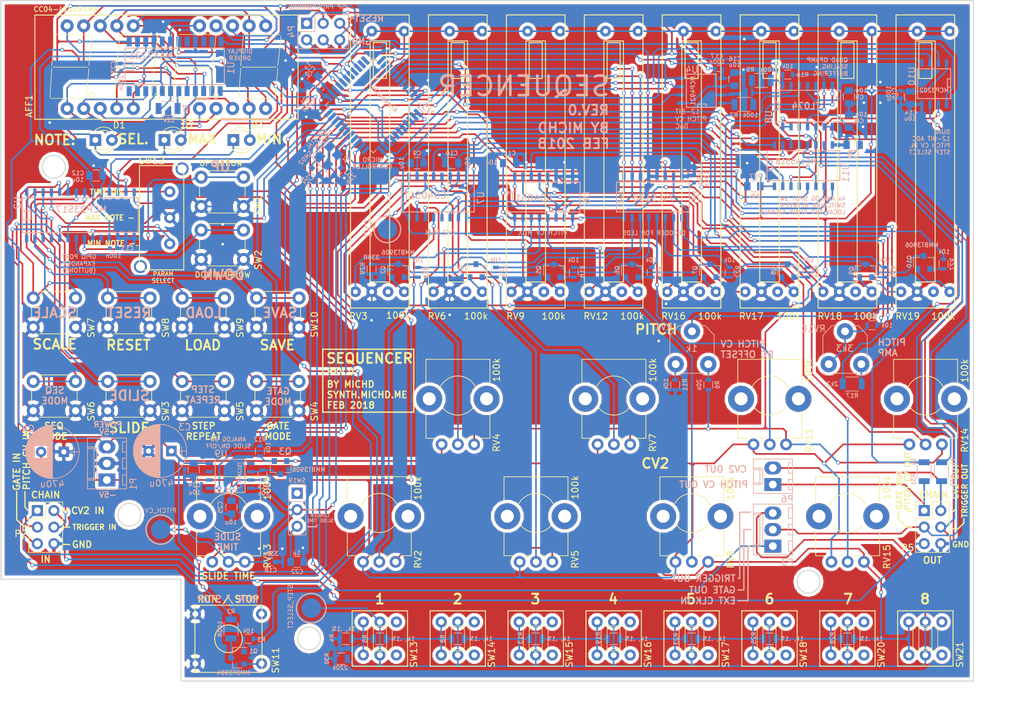
<source format=kicad_pcb>
(kicad_pcb (version 4) (host pcbnew 4.0.4-stable)
  (layers (0 F.Cu signal) (31 B.Cu signal) (34 B.Paste user) (35 F.Paste user) (36 B.SilkS user) (37 F.SilkS user) (38 B.Mask user) (39 F.Mask user) (44 Edge.Cuts user))
  (net 0 "")
  (net 1 "Net-(AFF1-Pad1)")
  (net 2 "Net-(AFF1-Pad2)")
  (net 3 "Net-(AFF1-Pad3)")
  (net 4 "Net-(AFF1-Pad4)")
  (net 5 "Net-(AFF1-Pad5)")
  (net 6 "Net-(AFF1-Pad10)")
  (net 7 "Net-(AFF1-Pad11)")
  (net 8 "Net-(AFF1-Pad12)")
  (net 9 "Net-(AFF1-Pad13)")
  (net 10 "Net-(AFF1-Pad14)")
  (net 11 "Net-(AFF1-Pad15)")
  (net 12 "Net-(AFF1-Pad20)")
  (net 13 GND)
  (net 14 "Net-(C1-Pad1)")
  (net 15 "Net-(C2-Pad1)")
  (net 16 VCC)
  (net 17 VEE)
  (net 18 PITCH_CV)
  (net 19 "Net-(C22-Pad1)")
  (net 20 "Net-(D1-Pad1)")
  (net 21 CHAIN_PITCH_CV)
  (net 22 CHAIN_CV2)
  (net 23 CHAIN_GATE)
  (net 24 CHAIN_TRIGGER)
  (net 25 CHAIN_IN)
  (net 26 EXTERNAL_CLOCK)
  (net 27 GATE_OUT)
  (net 28 TRIGGER_OUT)
  (net 29 SPI_MISO)
  (net 30 SPI_SCK)
  (net 31 SPI_MOSI)
  (net 32 ISP_RESET)
  (net 33 PITCH_CV_OUT)
  (net 34 CV2_OUT)
  (net 35 CHAIN_OUT)
  (net 36 "Net-(Q1-Pad1)")
  (net 37 "Net-(Q1-Pad2)")
  (net 38 "Net-(Q1-Pad3)")
  (net 39 "Net-(Q2-Pad1)")
  (net 40 "Net-(Q2-Pad2)")
  (net 41 "Net-(Q10-Pad3)")
  (net 42 "Net-(Q3-Pad1)")
  (net 43 "Net-(Q3-Pad3)")
  (net 44 "Net-(Q4-Pad1)")
  (net 45 "Net-(Q4-Pad2)")
  (net 46 "Net-(Q5-Pad1)")
  (net 47 "Net-(Q5-Pad2)")
  (net 48 "Net-(Q6-Pad1)")
  (net 49 "Net-(Q6-Pad2)")
  (net 50 "Net-(Q7-Pad1)")
  (net 51 "Net-(Q7-Pad2)")
  (net 52 "Net-(Q8-Pad1)")
  (net 53 "Net-(Q8-Pad2)")
  (net 54 "Net-(Q9-Pad1)")
  (net 55 "Net-(Q9-Pad2)")
  (net 56 "Net-(Q10-Pad1)")
  (net 57 "Net-(Q10-Pad2)")
  (net 58 "Net-(R1-Pad2)")
  (net 59 RUN_INDICATOR)
  (net 60 "Net-(R4-Pad1)")
  (net 61 "Net-(R5-Pad1)")
  (net 62 "Net-(R6-Pad2)")
  (net 63 "Net-(R7-Pad1)")
  (net 64 "Net-(R7-Pad2)")
  (net 65 "Net-(R13-Pad2)")
  (net 66 "Net-(R16-Pad2)")
  (net 67 "Net-(R10-Pad1)")
  (net 68 "Net-(R11-Pad2)")
  (net 69 SLIDE_OFF)
  (net 70 "Net-(R13-Pad1)")
  (net 71 "Net-(R15-Pad1)")
  (net 72 "Net-(R16-Pad1)")
  (net 73 "Net-(R17-Pad1)")
  (net 74 "Net-(R18-Pad1)")
  (net 75 "Net-(R19-Pad1)")
  (net 76 "Net-(R20-Pad1)")
  (net 77 "Net-(R20-Pad2)")
  (net 78 "Net-(R21-Pad1)")
  (net 79 "Net-(R22-Pad1)")
  (net 80 "Net-(R23-Pad1)")
  (net 81 "Net-(R24-Pad1)")
  (net 82 "Net-(R25-Pad1)")
  (net 83 "Net-(R26-Pad1)")
  (net 84 "Net-(R27-Pad1)")
  (net 85 "Net-(R30-Pad1)")
  (net 86 "Net-(R31-Pad2)")
  (net 87 "Net-(R32-Pad2)")
  (net 88 "Net-(RV1-Pad2)")
  (net 89 "Net-(RV2-Pad2)")
  (net 90 "Net-(RV3-Pad2)")
  (net 91 "Net-(RV4-Pad2)")
  (net 92 "Net-(RV5-Pad2)")
  (net 93 "Net-(RV6-Pad2)")
  (net 94 "Net-(RV7-Pad2)")
  (net 95 "Net-(RV8-Pad2)")
  (net 96 "Net-(RV9-Pad2)")
  (net 97 "Net-(RV11-Pad2)")
  (net 98 "Net-(RV12-Pad2)")
  (net 99 "Net-(RV14-Pad2)")
  (net 100 "Net-(RV15-Pad2)")
  (net 101 "Net-(RV16-Pad2)")
  (net 102 "Net-(RV17-Pad2)")
  (net 103 "Net-(RV18-Pad2)")
  (net 104 "Net-(RV19-Pad2)")
  (net 105 "Net-(SW1-Pad1)")
  (net 106 "Net-(SW2-Pad1)")
  (net 107 "Net-(SW3-Pad1)")
  (net 108 "Net-(SW4-Pad1)")
  (net 109 "Net-(SW5-Pad1)")
  (net 110 "Net-(SW6-Pad1)")
  (net 111 "Net-(SW7-Pad1)")
  (net 112 "Net-(SW8-Pad1)")
  (net 113 "Net-(SW9-Pad1)")
  (net 114 "Net-(SW10-Pad1)")
  (net 115 "Net-(SW11-Pad1)")
  (net 116 "Net-(SW12-Pad3)")
  (net 117 "Net-(SW12-Pad1)")
  (net 118 SPI_CS_DISPLAY)
  (net 119 SPI_CS_PE)
  (net 120 PORTEXP_INT)
  (net 121 TRIGGER)
  (net 122 ROUTE_CHAINED)
  (net 123 /STEP_A2)
  (net 124 SPI_CS_ADC)
  (net 125 GATE)
  (net 126 DECODER_ENABLE)
  (net 127 /STEP_A0)
  (net 128 SPI_CS_DAC)
  (net 129 /STEP_A1)
  (net 130 "Net-(U10-Pad2)")
  (net 131 CV2)
  (net 132 "Net-(U11-Pad4)")
  (net 133 "Net-(U11-Pad14)")
  (module "Bourns PTL:Bourns-PTL30-X" (layer F.Cu) (at 206.779 63.881)
    (fp_text reference RV18 (at -2.69 23.749) (layer F.SilkS))
    (fp_text value 100k (at 2.771 23.749) (layer F.SilkS))
    (pad 1 thru_hole circle (at -1.25 20) (size 1.65 1.65) (drill 0.75) (layers *.Cu *.Mask) (net 13 GND))
    (pad 2 thru_hole circle (at -3.75 20) (size 1.65 1.65) (drill 0.75) (layers *.Cu *.Mask) (net 103 "Net-(RV18-Pad2)"))
    (pad L thru_hole circle (at 1.25 20) (size 1.65 1.65) (drill 0.75) (layers *.Cu *.Mask))
    (pad E thru_hole circle (at 3.75 20) (size 1.65 1.65) (drill 0.75) (layers *.Cu *.Mask) (net 55 "Net-(Q9-Pad2)"))
    (pad 3 thru_hole circle (at -1.25 -20) (size 1.65 1.65) (drill 0.75) (layers *.Cu *.Mask) (net 16 VCC))
    (pad B thru_hole circle (at 3.75 -20) (size 1.65 1.65) (drill 0.75) (layers *.Cu *.Mask) (net 16 VCC))
  )
  (module Capacitors_SMD:C_0603 (layer B.Cu) (at 128.524 65.405 225)
    (fp_text reference C2 (at -1.032729 -1.212335 225) (layer B.SilkS) (effects (font (size 0.65 0.65) (thickness 0.12)) (justify mirror)))
    (fp_text value 22p (at -0.673519 -2.200163 225) (layer B.SilkS) (effects (font (size 0.65 0.65) (thickness 0.12)) (justify mirror)))
    (pad 2 smd rect (at 0.75 0 225) (size 0.8 0.75) (layers B.Cu B.Paste B.Mask) (net 13 GND))
    (pad 1 smd rect (at -0.75 0 225) (size 0.8 0.75) (layers B.Cu B.Paste B.Mask) (net 15 "Net-(C2-Pad1)"))
  )
  (module CC04-41SURKWA:CC04-41SURKWA (layer F.Cu) (at 102.235 49.403)
    (fp_text reference AFF1 (at -21.082 5.969 90) (layer F.SilkS))
    (fp_text value CC04-41SURKWA (at -15.494 -8.89) (layer F.SilkS) (effects (font (size 0.75 0.75) (thickness 0.13))))
    (pad 1 thru_hole circle (at -15.24 6.35) (size 2 2) (drill 1) (layers *.Cu *.Mask) (net 1 "Net-(AFF1-Pad1)"))
    (pad 2 thru_hole circle (at -12.7 6.35) (size 2 2) (drill 1) (layers *.Cu *.Mask) (net 2 "Net-(AFF1-Pad2)"))
    (pad 3 thru_hole circle (at -10.16 6.35) (size 2 2) (drill 1) (layers *.Cu *.Mask) (net 3 "Net-(AFF1-Pad3)"))
    (pad 4 thru_hole circle (at -7.62 6.35) (size 2 2) (drill 1) (layers *.Cu *.Mask) (net 4 "Net-(AFF1-Pad4)"))
    (pad 5 thru_hole circle (at -5.08 6.35) (size 2 2) (drill 1) (layers *.Cu *.Mask) (net 5 "Net-(AFF1-Pad5)"))
    (pad 6 thru_hole circle (at 5.08 6.35) (size 2 2) (drill 1) (layers *.Cu *.Mask) (net 1 "Net-(AFF1-Pad1)"))
    (pad 7 thru_hole circle (at 7.62 6.35) (size 2 2) (drill 1) (layers *.Cu *.Mask) (net 2 "Net-(AFF1-Pad2)"))
    (pad 8 thru_hole circle (at 10.16 6.35) (size 2 2) (drill 1) (layers *.Cu *.Mask) (net 3 "Net-(AFF1-Pad3)"))
    (pad 9 thru_hole circle (at 12.7 6.35) (size 2 2) (drill 1) (layers *.Cu *.Mask) (net 4 "Net-(AFF1-Pad4)"))
    (pad 10 thru_hole circle (at 15.24 6.35) (size 2 2) (drill 1) (layers *.Cu *.Mask) (net 6 "Net-(AFF1-Pad10)"))
    (pad 11 thru_hole circle (at 15.24 -6.35) (size 2 2) (drill 1) (layers *.Cu *.Mask) (net 7 "Net-(AFF1-Pad11)"))
    (pad 12 thru_hole circle (at 12.7 -6.35) (size 2 2) (drill 1) (layers *.Cu *.Mask) (net 8 "Net-(AFF1-Pad12)"))
    (pad 13 thru_hole circle (at 10.16 -6.35) (size 2 2) (drill 1) (layers *.Cu *.Mask) (net 9 "Net-(AFF1-Pad13)"))
    (pad 14 thru_hole circle (at 7.62 -6.35) (size 2 2) (drill 1) (layers *.Cu *.Mask) (net 10 "Net-(AFF1-Pad14)"))
    (pad 15 thru_hole circle (at 5.08 -6.35) (size 2 2) (drill 1) (layers *.Cu *.Mask) (net 11 "Net-(AFF1-Pad15)"))
    (pad 16 thru_hole circle (at -5.08 -6.35) (size 2 2) (drill 1) (layers *.Cu *.Mask) (net 7 "Net-(AFF1-Pad11)"))
    (pad 17 thru_hole circle (at -7.62 -6.35) (size 2 2) (drill 1) (layers *.Cu *.Mask) (net 8 "Net-(AFF1-Pad12)"))
    (pad 18 thru_hole circle (at -10.16 -6.35) (size 2 2) (drill 1) (layers *.Cu *.Mask) (net 9 "Net-(AFF1-Pad13)"))
    (pad 19 thru_hole circle (at -12.7 -6.35) (size 2 2) (drill 1) (layers *.Cu *.Mask) (net 10 "Net-(AFF1-Pad14)"))
    (pad 20 thru_hole circle (at -15.24 -6.35) (size 2 2) (drill 1) (layers *.Cu *.Mask) (net 12 "Net-(AFF1-Pad20)"))
  )
  (module Capacitors_SMD:C_0603 (layer B.Cu) (at 125.095 65.405 315)
    (fp_text reference C1 (at 0 1.257236 315) (layer B.SilkS) (effects (font (size 0.65 0.65) (thickness 0.12)) (justify mirror)))
    (fp_text value 22p (at 0 2.155261 315) (layer B.SilkS) (effects (font (size 0.65 0.65) (thickness 0.12)) (justify mirror)))
    (pad 2 smd rect (at 0.75 0 315) (size 0.8 0.75) (layers B.Cu B.Paste B.Mask) (net 13 GND))
    (pad 1 smd rect (at -0.75 0 315) (size 0.8 0.75) (layers B.Cu B.Paste B.Mask) (net 14 "Net-(C1-Pad1)"))
  )
  (module Capacitors_ThroughHole:CP_Radial_D8.0mm_P3.50mm (layer B.Cu) (at 102.997 108.331 180)
    (fp_text reference C3 (at -2.032 3.683 180) (layer B.SilkS) (effects (justify mirror)))
    (fp_text value 470u (at 1.524 -4.953 180) (layer B.SilkS) (effects (justify mirror)))
    (pad 1 thru_hole rect (at 0 0 180) (size 1.6 1.6) (drill 0.8) (layers *.Cu *.Mask) (net 16 VCC))
    (pad 2 thru_hole circle (at 3.5 0 180) (size 1.6 1.6) (drill 0.8) (layers *.Cu *.Mask) (net 13 GND))
  )
  (module Capacitors_ThroughHole:CP_Radial_D8.0mm_P3.50mm (layer B.Cu) (at 86.487 108.458 180)
    (fp_text reference C4 (at 5.461 3.556 180) (layer B.SilkS) (effects (justify mirror)))
    (fp_text value 470u (at 1.778 -4.953 180) (layer B.SilkS) (effects (justify mirror)))
    (pad 1 thru_hole rect (at 0 0 180) (size 1.6 1.6) (drill 0.8) (layers *.Cu *.Mask) (net 13 GND))
    (pad 2 thru_hole circle (at 3.5 0 180) (size 1.6 1.6) (drill 0.8) (layers *.Cu *.Mask) (net 17 VEE))
  )
  (module Capacitors_SMD:C_0805 (layer B.Cu) (at 207.01 53.975 270)
    (fp_text reference C5 (at 0 -1.651 360) (layer B.SilkS) (effects (font (size 0.65 0.65) (thickness 0.12)) (justify mirror)))
    (fp_text value 10u (at -1.016 -1.905 360) (layer B.SilkS) (effects (font (size 0.65 0.65) (thickness 0.12)) (justify mirror)))
    (pad 1 smd rect (at -1 0 270) (size 1 1.25) (layers B.Cu B.Paste B.Mask) (net 16 VCC))
    (pad 2 smd rect (at 1 0 270) (size 1 1.25) (layers B.Cu B.Paste B.Mask) (net 13 GND))
  )
  (module Capacitors_SMD:C_0805 (layer B.Cu) (at 207.01 57.658 270)
    (fp_text reference C6 (at 0 -1.651 360) (layer B.SilkS) (effects (font (size 0.65 0.65) (thickness 0.12)) (justify mirror)))
    (fp_text value 10u (at -1.016 -1.905 360) (layer B.SilkS) (effects (font (size 0.65 0.65) (thickness 0.12)) (justify mirror)))
    (pad 1 smd rect (at -1 0 270) (size 1 1.25) (layers B.Cu B.Paste B.Mask) (net 13 GND))
    (pad 2 smd rect (at 1 0 270) (size 1 1.25) (layers B.Cu B.Paste B.Mask) (net 17 VEE))
  )
  (module Capacitors_SMD:C_0805 (layer B.Cu) (at 192.405 67.691 180)
    (fp_text reference C7 (at 0 1.5 180) (layer B.SilkS) (effects (font (size 0.65 0.65) (thickness 0.12)) (justify mirror)))
    (fp_text value 10u (at 0 -1.524 180) (layer B.SilkS) (effects (font (size 0.65 0.65) (thickness 0.12)) (justify mirror)))
    (pad 1 smd rect (at -1 0 180) (size 1 1.25) (layers B.Cu B.Paste B.Mask) (net 16 VCC))
    (pad 2 smd rect (at 1 0 180) (size 1 1.25) (layers B.Cu B.Paste B.Mask) (net 13 GND))
  )
  (module Capacitors_SMD:C_0805 (layer B.Cu) (at 207.645 61.341)
    (fp_text reference C8 (at 0 1.5) (layer B.SilkS) (effects (justify mirror)))
    (fp_text value 10u)
    (pad 1 smd rect (at -1 0) (size 1 1.25) (layers B.Cu B.Paste B.Mask) (net 13 GND))
    (pad 2 smd rect (at 1 0) (size 1 1.25) (layers B.Cu B.Paste B.Mask) (net 17 VEE))
  )
  (module Capacitors_SMD:C_0805 (layer B.Cu) (at 140.716 64.135)
    (fp_text reference C9 (at 0 -1.524) (layer B.SilkS) (effects (font (size 0.65 0.65) (thickness 0.12)) (justify mirror)))
    (fp_text value 10u (at -2.413 0 90) (layer B.SilkS) (effects (font (size 0.65 0.65) (thickness 0.12)) (justify mirror)))
    (pad 1 smd rect (at -1 0) (size 1 1.25) (layers B.Cu B.Paste B.Mask) (net 16 VCC))
    (pad 2 smd rect (at 1 0) (size 1 1.25) (layers B.Cu B.Paste B.Mask) (net 13 GND))
  )
  (module Capacitors_SMD:C_0805 (layer B.Cu) (at 146.05 64.135)
    (fp_text reference C10 (at 0 -1.524) (layer B.SilkS) (effects (font (size 0.65 0.65) (thickness 0.12)) (justify mirror)))
    (fp_text value 10u (at 2.413 0 90) (layer B.SilkS) (effects (font (size 0.65 0.65) (thickness 0.12)) (justify mirror)))
    (pad 1 smd rect (at -1 0) (size 1 1.25) (layers B.Cu B.Paste B.Mask) (net 13 GND))
    (pad 2 smd rect (at 1 0) (size 1 1.25) (layers B.Cu B.Paste B.Mask) (net 17 VEE))
  )
  (module Capacitors_SMD:C_0805 (layer B.Cu) (at 154.94 64.135)
    (fp_text reference C11 (at 0 -1.524) (layer B.SilkS) (effects (font (size 0.65 0.65) (thickness 0.12)) (justify mirror)))
    (fp_text value 10u (at -2.794 -0.127) (layer B.SilkS) (effects (font (size 0.65 0.65) (thickness 0.12)) (justify mirror)))
    (pad 1 smd rect (at -1 0) (size 1 1.25) (layers B.Cu B.Paste B.Mask) (net 16 VCC))
    (pad 2 smd rect (at 1 0) (size 1 1.25) (layers B.Cu B.Paste B.Mask) (net 13 GND))
  )
  (module Capacitors_SMD:C_0805 (layer B.Cu) (at 91.44 66.04)
    (fp_text reference C12 (at -2.794 -0.381) (layer B.SilkS) (effects (font (size 0.65 0.65) (thickness 0.12)) (justify mirror)))
    (fp_text value 10u (at -2.794 0.635) (layer B.SilkS) (effects (font (size 0.65 0.65) (thickness 0.12)) (justify mirror)))
    (pad 1 smd rect (at -1 0) (size 1 1.25) (layers B.Cu B.Paste B.Mask) (net 16 VCC))
    (pad 2 smd rect (at 1 0) (size 1 1.25) (layers B.Cu B.Paste B.Mask) (net 13 GND))
  )
  (module Capacitors_SMD:C_0402 (layer B.Cu) (at 94.107 77.216)
    (fp_text reference C13 (at 2.159 0) (layer B.SilkS) (effects (font (size 0.65 0.65) (thickness 0.12)) (justify mirror)))
    (fp_text value 100n (at 0 1.143) (layer B.SilkS) (effects (font (size 0.65 0.65) (thickness 0.12)) (justify mirror)))
    (pad 1 smd rect (at -0.55 0) (size 0.6 0.5) (layers B.Cu B.Paste B.Mask) (net 16 VCC))
    (pad 2 smd rect (at 0.55 0) (size 0.6 0.5) (layers B.Cu B.Paste B.Mask) (net 13 GND))
  )
  (module Capacitors_SMD:C_0805 (layer B.Cu) (at 216.408 54.102 270)
    (fp_text reference C14 (at 2.286 -0.127 360) (layer B.SilkS) (effects (font (size 0.65 0.65) (thickness 0.12)) (justify mirror)))
    (fp_text value 10u (at 3.175 0 360) (layer B.SilkS) (effects (font (size 0.65 0.65) (thickness 0.12)) (justify mirror)))
    (pad 1 smd rect (at -1 0 270) (size 1 1.25) (layers B.Cu B.Paste B.Mask) (net 16 VCC))
    (pad 2 smd rect (at 1 0 270) (size 1 1.25) (layers B.Cu B.Paste B.Mask) (net 13 GND))
  )
  (module Capacitors_SMD:C_0402 (layer B.Cu) (at 215.011 53.594 270)
    (fp_text reference C15 (at -0.127 1.016 450) (layer B.SilkS) (effects (font (size 0.65 0.65) (thickness 0.12)) (justify mirror)))
    (fp_text value 100n (at -0.127 1.905 450) (layer B.SilkS) (effects (font (size 0.65 0.65) (thickness 0.12)) (justify mirror)))
    (pad 1 smd rect (at -0.55 0 270) (size 0.6 0.5) (layers B.Cu B.Paste B.Mask) (net 16 VCC))
    (pad 2 smd rect (at 0.55 0 270) (size 0.6 0.5) (layers B.Cu B.Paste B.Mask) (net 13 GND))
  )
  (module Capacitors_SMD:C_0805 (layer B.Cu) (at 189.4205 51.2445 90)
    (fp_text reference C16 (at 3.1115 0.0635 180) (layer B.SilkS) (effects (font (size 0.65 0.65) (thickness 0.12)) (justify mirror)))
    (fp_text value 10u (at 2.2225 0.0635 180) (layer B.SilkS) (effects (font (size 0.65 0.65) (thickness 0.12)) (justify mirror)))
    (pad 1 smd rect (at -1 0 90) (size 1 1.25) (layers B.Cu B.Paste B.Mask) (net 16 VCC))
    (pad 2 smd rect (at 1 0 90) (size 1 1.25) (layers B.Cu B.Paste B.Mask) (net 13 GND))
  )
  (module Capacitors_SMD:C_0402 (layer B.Cu) (at 187.0075 49.5935)
    (fp_text reference C17 (at -0.254 -1.905) (layer B.SilkS) (effects (font (size 0.65 0.65) (thickness 0.12)) (justify mirror)))
    (fp_text value 100n (at -0.254 -1.016) (layer B.SilkS) (effects (font (size 0.65 0.65) (thickness 0.12)) (justify mirror)))
    (pad 1 smd rect (at -0.55 0) (size 0.6 0.5) (layers B.Cu B.Paste B.Mask) (net 16 VCC))
    (pad 2 smd rect (at 0.55 0) (size 0.6 0.5) (layers B.Cu B.Paste B.Mask) (net 13 GND))
  )
  (module Capacitors_SMD:C_0603 (layer B.Cu) (at 118.237 125.349)
    (fp_text reference C18 (at 0 1.27) (layer B.SilkS) (effects (font (size 0.65 0.65) (thickness 0.12)) (justify mirror)))
    (fp_text value 330n (at 0 -1.27) (layer B.SilkS) (effects (font (size 0.65 0.65) (thickness 0.12)) (justify mirror)))
    (pad 2 smd rect (at 0.75 0) (size 0.8 0.75) (layers B.Cu B.Paste B.Mask) (net 13 GND))
    (pad 1 smd rect (at -0.75 0) (size 0.8 0.75) (layers B.Cu B.Paste B.Mask) (net 18 PITCH_CV))
  )
  (module Capacitors_SMD:C_0402 (layer B.Cu) (at 183.261 66.548 90)
    (fp_text reference C19 (at 0 1.016 90) (layer B.SilkS) (effects (font (size 0.65 0.65) (thickness 0.12)) (justify mirror)))
    (fp_text value 100n (at 0 1.905 90) (layer B.SilkS) (effects (font (size 0.65 0.65) (thickness 0.12)) (justify mirror)))
    (pad 1 smd rect (at -0.55 0 90) (size 0.6 0.5) (layers B.Cu B.Paste B.Mask) (net 16 VCC))
    (pad 2 smd rect (at 0.55 0 90) (size 0.6 0.5) (layers B.Cu B.Paste B.Mask) (net 13 GND))
  )
  (module Capacitors_SMD:C_0805 (layer B.Cu) (at 124.7775 51.4985 225)
    (fp_text reference C20 (at -0.71842 1.347038 225) (layer B.SilkS) (effects (font (size 0.65 0.65) (thickness 0.12)) (justify mirror)))
    (fp_text value 1u (at -0.987828 2.334867 225) (layer B.SilkS) (effects (font (size 0.65 0.65) (thickness 0.12)) (justify mirror)))
    (pad 1 smd rect (at -1 0 225) (size 1 1.25) (layers B.Cu B.Paste B.Mask) (net 16 VCC))
    (pad 2 smd rect (at 1 0 225) (size 1 1.25) (layers B.Cu B.Paste B.Mask) (net 13 GND))
  )
  (module Capacitors_SMD:C_0402 (layer B.Cu) (at 125.984 52.5145 225)
    (fp_text reference C21 (at 3.008386 0.404112 225) (layer B.SilkS) (effects (font (size 0.65 0.65) (thickness 0.12)) (justify mirror)))
    (fp_text value 100n (at 3.277793 -0.583717 225) (layer B.SilkS) (effects (font (size 0.65 0.65) (thickness 0.12)) (justify mirror)))
    (pad 1 smd rect (at -0.55 0 225) (size 0.6 0.5) (layers B.Cu B.Paste B.Mask) (net 16 VCC))
    (pad 2 smd rect (at 0.55 0 225) (size 0.6 0.5) (layers B.Cu B.Paste B.Mask) (net 13 GND))
  )
  (module Capacitors_SMD:C_0805 (layer B.Cu) (at 122.301 125.349)
    (fp_text reference C22 (at 0 1.5) (layer B.SilkS) (effects (font (size 0.65 0.65) (thickness 0.12)) (justify mirror)))
    (fp_text value 1u (at -0.0635 -1.397) (layer B.SilkS) (effects (font (size 0.65 0.65) (thickness 0.12)) (justify mirror)))
    (pad 1 smd rect (at -1 0) (size 1 1.25) (layers B.Cu B.Paste B.Mask) (net 19 "Net-(C22-Pad1)"))
    (pad 2 smd rect (at 1 0) (size 1 1.25) (layers B.Cu B.Paste B.Mask) (net 13 GND))
  )
  (module Capacitors_SMD:C_0402 (layer B.Cu) (at 95.25 49.403 90)
    (fp_text reference C23 (at 0 -1.143 90) (layer B.SilkS) (effects (font (size 0.65 0.65) (thickness 0.12)) (justify mirror)))
    (fp_text value 100n (at -2.413 0 90) (layer B.SilkS) (effects (font (size 0.65 0.65) (thickness 0.12)) (justify mirror)))
    (pad 1 smd rect (at -0.55 0 90) (size 0.6 0.5) (layers B.Cu B.Paste B.Mask) (net 16 VCC))
    (pad 2 smd rect (at 0.55 0 90) (size 0.6 0.5) (layers B.Cu B.Paste B.Mask) (net 13 GND))
  )
  (module LEDs:LED_D3.0mm (layer F.Cu) (at 91.324 60.591)
    (fp_text reference D1 (at 3.672 -2.298) (layer F.SilkS))
    (fp_text value LED hide)
    (pad 1 thru_hole rect (at 0 0) (size 1.8 1.8) (drill 0.9) (layers *.Cu *.Mask) (net 20 "Net-(D1-Pad1)"))
    (pad 2 thru_hole circle (at 2.54 0) (size 1.8 1.8) (drill 0.9) (layers *.Cu *.Mask) (net 8 "Net-(AFF1-Pad12)"))
  )
  (module LEDs:LED_D3.0mm (layer F.Cu) (at 101.914 60.591)
    (fp_text reference D2 (at 3.623 -2.298) (layer F.SilkS))
    (fp_text value LED hide)
    (pad 1 thru_hole rect (at 0 0) (size 1.8 1.8) (drill 0.9) (layers *.Cu *.Mask) (net 20 "Net-(D1-Pad1)"))
    (pad 2 thru_hole circle (at 2.54 0) (size 1.8 1.8) (drill 0.9) (layers *.Cu *.Mask) (net 7 "Net-(AFF1-Pad11)"))
  )
  (module LEDs:LED_D3.0mm (layer F.Cu) (at 112.504 60.591)
    (fp_text reference D3 (at 3.701 -2.298) (layer F.SilkS))
    (fp_text value LED hide)
    (pad 1 thru_hole rect (at 0 0) (size 1.8 1.8) (drill 0.9) (layers *.Cu *.Mask) (net 20 "Net-(D1-Pad1)"))
    (pad 2 thru_hole circle (at 2.54 0) (size 1.8 1.8) (drill 0.9) (layers *.Cu *.Mask) (net 4 "Net-(AFF1-Pad4)"))
  )
  (module Connectors_Molex:Molex_KK-6410-03_03x2.54mm_Straight (layer B.Cu) (at 93.091 112.776 90)
    (fp_text reference P1 (at -0.635 4.064 90) (layer B.SilkS) (effects (justify mirror)))
    (fp_text value CONN_01X03 hide)
    (pad 1 thru_hole rect (at 0 0 90) (size 2 2.6) (drill 1.2) (layers *.Cu *.Mask) (net 17 VEE))
    (pad 2 thru_hole oval (at 2.54 0 90) (size 2 2.6) (drill 1.2) (layers *.Cu *.Mask) (net 13 GND))
    (pad 3 thru_hole oval (at 5.08 0 90) (size 2 2.6) (drill 1.2) (layers *.Cu *.Mask) (net 16 VCC))
  )
  (module Connectors_Molex:Molex_KK-6410-03_03x2.54mm_Straight (layer B.Cu) (at 195.326 122.936 90)
    (fp_text reference P3 (at -2.4765 2.2225 180) (layer B.SilkS) (effects (justify mirror)))
    (fp_text value CONN_01X03 hide)
    (pad 1 thru_hole rect (at 0 0 90) (size 2 2.6) (drill 1.2) (layers *.Cu *.Mask) (net 26 EXTERNAL_CLOCK))
    (pad 2 thru_hole oval (at 2.54 0 90) (size 2 2.6) (drill 1.2) (layers *.Cu *.Mask) (net 27 GATE_OUT))
    (pad 3 thru_hole oval (at 5.08 0 90) (size 2 2.6) (drill 1.2) (layers *.Cu *.Mask) (net 28 TRIGGER_OUT))
  )
  (module Connectors_Molex:Molex_KK-6410-02_02x2.54mm_Straight (layer B.Cu) (at 195.326 113.4745 90)
    (fp_text reference P6 (at -2.2225 2.2225 180) (layer B.SilkS) (effects (justify mirror)))
    (fp_text value CONN_01X02 hide)
    (pad 1 thru_hole rect (at 0 0 90) (size 2 2.6) (drill 1.2) (layers *.Cu *.Mask) (net 33 PITCH_CV_OUT))
    (pad 2 thru_hole oval (at 2.54 0 90) (size 2 2.6) (drill 1.2) (layers *.Cu *.Mask) (net 34 CV2_OUT))
  )
  (module TO_SOT_Packages_SMD:SOT-23 (layer B.Cu) (at 113.157 140.081 180)
    (fp_text reference Q1 (at -2.413 1.016 180) (layer B.SilkS) (effects (font (size 0.65 0.65) (thickness 0.12)) (justify mirror)))
    (fp_text value MMBT3904 (at 0.635 -2.286 180) (layer B.SilkS) (effects (font (size 0.65 0.65) (thickness 0.12)) (justify mirror)))
    (pad 1 smd rect (at -1 0.95 180) (size 0.9 0.8) (layers B.Cu B.Paste B.Mask) (net 36 "Net-(Q1-Pad1)"))
    (pad 2 smd rect (at -1 -0.95 180) (size 0.9 0.8) (layers B.Cu B.Paste B.Mask) (net 37 "Net-(Q1-Pad2)"))
    (pad 3 smd rect (at 1 0 180) (size 0.9 0.8) (layers B.Cu B.Paste B.Mask) (net 38 "Net-(Q1-Pad3)"))
  )
  (module TO_SOT_Packages_SMD:SOT-23 (layer B.Cu) (at 137.795 80.645 90)
    (fp_text reference Q2 (at 0.127 -2.286 90) (layer B.SilkS) (effects (font (size 0.65 0.65) (thickness 0.12)) (justify mirror)))
    (fp_text value MMBT3906 (at 2.794 0 180) (layer B.SilkS) (effects (font (size 0.65 0.65) (thickness 0.12)) (justify mirror)))
    (pad 1 smd rect (at -1 0.95 90) (size 0.9 0.8) (layers B.Cu B.Paste B.Mask) (net 39 "Net-(Q2-Pad1)"))
    (pad 2 smd rect (at -1 -0.95 90) (size 0.9 0.8) (layers B.Cu B.Paste B.Mask) (net 40 "Net-(Q2-Pad2)"))
    (pad 3 smd rect (at 1 0 90) (size 0.9 0.8) (layers B.Cu B.Paste B.Mask) (net 41 "Net-(Q10-Pad3)"))
  )
  (module TO_SOT_Packages_SMD:SOT-23 (layer B.Cu) (at 119.761 110.871 270)
    (fp_text reference Q3 (at -2.4765 -0.6985 360) (layer B.SilkS) (effects (justify mirror)))
    (fp_text value MMBT3906 (at 0.3175 -4.318 540) (layer B.SilkS) (effects (font (size 0.65 0.65) (thickness 0.12)) (justify mirror)))
    (pad 1 smd rect (at -1 0.95 270) (size 0.9 0.8) (layers B.Cu B.Paste B.Mask) (net 42 "Net-(Q3-Pad1)"))
    (pad 2 smd rect (at -1 -0.95 270) (size 0.9 0.8) (layers B.Cu B.Paste B.Mask) (net 16 VCC))
    (pad 3 smd rect (at 1 0 270) (size 0.9 0.8) (layers B.Cu B.Paste B.Mask) (net 43 "Net-(Q3-Pad3)"))
  )
  (module TO_SOT_Packages_SMD:SOT-23 (layer B.Cu) (at 149.758 80.645 90)
    (fp_text reference Q4 (at 0.127 -2.311 90) (layer B.SilkS) (effects (font (size 0.65 0.65) (thickness 0.12)) (justify mirror)))
    (fp_text value MMBT3906 hide)
    (pad 1 smd rect (at -1 0.95 90) (size 0.9 0.8) (layers B.Cu B.Paste B.Mask) (net 44 "Net-(Q4-Pad1)"))
    (pad 2 smd rect (at -1 -0.95 90) (size 0.9 0.8) (layers B.Cu B.Paste B.Mask) (net 45 "Net-(Q4-Pad2)"))
    (pad 3 smd rect (at 1 0 90) (size 0.9 0.8) (layers B.Cu B.Paste B.Mask) (net 41 "Net-(Q10-Pad3)"))
  )
  (module TO_SOT_Packages_SMD:SOT-23 (layer B.Cu) (at 161.721 80.645 90)
    (fp_text reference Q5 (at 0.127 -2.336 90) (layer B.SilkS) (effects (font (size 0.65 0.65) (thickness 0.12)) (justify mirror)))
    (fp_text value MMBT3906 hide)
    (pad 1 smd rect (at -1 0.95 90) (size 0.9 0.8) (layers B.Cu B.Paste B.Mask) (net 46 "Net-(Q5-Pad1)"))
    (pad 2 smd rect (at -1 -0.95 90) (size 0.9 0.8) (layers B.Cu B.Paste B.Mask) (net 47 "Net-(Q5-Pad2)"))
    (pad 3 smd rect (at 1 0 90) (size 0.9 0.8) (layers B.Cu B.Paste B.Mask) (net 41 "Net-(Q10-Pad3)"))
  )
  (module TO_SOT_Packages_SMD:SOT-23 (layer B.Cu) (at 173.684 80.645 90)
    (fp_text reference Q6 (at 0.127 -2.234 90) (layer B.SilkS) (effects (font (size 0.65 0.65) (thickness 0.12)) (justify mirror)))
    (fp_text value MMBT3906 hide)
    (pad 1 smd rect (at -1 0.95 90) (size 0.9 0.8) (layers B.Cu B.Paste B.Mask) (net 48 "Net-(Q6-Pad1)"))
    (pad 2 smd rect (at -1 -0.95 90) (size 0.9 0.8) (layers B.Cu B.Paste B.Mask) (net 49 "Net-(Q6-Pad2)"))
    (pad 3 smd rect (at 1 0 90) (size 0.9 0.8) (layers B.Cu B.Paste B.Mask) (net 41 "Net-(Q10-Pad3)"))
  )
  (module TO_SOT_Packages_SMD:SOT-23 (layer B.Cu) (at 185.647 80.645 90)
    (fp_text reference Q7 (at 0.127 -2.259 90) (layer B.SilkS) (effects (font (size 0.65 0.65) (thickness 0.12)) (justify mirror)))
    (fp_text value MMBT3906 hide)
    (pad 1 smd rect (at -1 0.95 90) (size 0.9 0.8) (layers B.Cu B.Paste B.Mask) (net 50 "Net-(Q7-Pad1)"))
    (pad 2 smd rect (at -1 -0.95 90) (size 0.9 0.8) (layers B.Cu B.Paste B.Mask) (net 51 "Net-(Q7-Pad2)"))
    (pad 3 smd rect (at 1 0 90) (size 0.9 0.8) (layers B.Cu B.Paste B.Mask) (net 41 "Net-(Q10-Pad3)"))
  )
  (module TO_SOT_Packages_SMD:SOT-23 (layer B.Cu) (at 197.61 80.645 90)
    (fp_text reference Q8 (at 0 -2.157 90) (layer B.SilkS) (effects (font (size 0.65 0.65) (thickness 0.12)) (justify mirror)))
    (fp_text value MMBT3906 hide)
    (pad 1 smd rect (at -1 0.95 90) (size 0.9 0.8) (layers B.Cu B.Paste B.Mask) (net 52 "Net-(Q8-Pad1)"))
    (pad 2 smd rect (at -1 -0.95 90) (size 0.9 0.8) (layers B.Cu B.Paste B.Mask) (net 53 "Net-(Q8-Pad2)"))
    (pad 3 smd rect (at 1 0 90) (size 0.9 0.8) (layers B.Cu B.Paste B.Mask) (net 41 "Net-(Q10-Pad3)"))
  )
  (module TO_SOT_Packages_SMD:SOT-23 (layer B.Cu) (at 209.573 80.645 90)
    (fp_text reference Q9 (at 0 -2.182 90) (layer B.SilkS) (effects (font (size 0.65 0.65) (thickness 0.12)) (justify mirror)))
    (fp_text value MMBT3906 hide)
    (pad 1 smd rect (at -1 0.95 90) (size 0.9 0.8) (layers B.Cu B.Paste B.Mask) (net 54 "Net-(Q9-Pad1)"))
    (pad 2 smd rect (at -1 -0.95 90) (size 0.9 0.8) (layers B.Cu B.Paste B.Mask) (net 55 "Net-(Q9-Pad2)"))
    (pad 3 smd rect (at 1 0 90) (size 0.9 0.8) (layers B.Cu B.Paste B.Mask) (net 41 "Net-(Q10-Pad3)"))
  )
  (module TO_SOT_Packages_SMD:SOT-23 (layer B.Cu) (at 218.488 79.375 90)
    (fp_text reference Q10 (at 0.127 -2.207 90) (layer B.SilkS) (effects (font (size 0.65 0.65) (thickness 0.12)) (justify mirror)))
    (fp_text value MMBT3906 (at 2.667 -0.302 180) (layer B.SilkS) (effects (font (size 0.65 0.65) (thickness 0.12)) (justify mirror)))
    (pad 1 smd rect (at -1 0.95 90) (size 0.9 0.8) (layers B.Cu B.Paste B.Mask) (net 56 "Net-(Q10-Pad1)"))
    (pad 2 smd rect (at -1 -0.95 90) (size 0.9 0.8) (layers B.Cu B.Paste B.Mask) (net 57 "Net-(Q10-Pad2)"))
    (pad 3 smd rect (at 1 0 90) (size 0.9 0.8) (layers B.Cu B.Paste B.Mask) (net 41 "Net-(Q10-Pad3)"))
  )
  (module Resistors_SMD:R_1206 (layer B.Cu) (at 102.489 55.753)
    (fp_text reference R1 (at 2.667 0 90) (layer B.SilkS) (effects (font (size 0.65 0.65) (thickness 0.12)) (justify mirror)))
    (fp_text value 22k (at 0.127 1.778) (layer B.SilkS) (effects (font (size 0.65 0.65) (thickness 0.12)) (justify mirror)))
    (pad 1 smd rect (at -1.45 0) (size 0.9 1.7) (layers B.Cu B.Paste B.Mask) (net 16 VCC))
    (pad 2 smd rect (at 1.45 0) (size 0.9 1.7) (layers B.Cu B.Paste B.Mask) (net 58 "Net-(R1-Pad2)"))
  )
  (module Resistors_SMD:R_1206 (layer B.Cu) (at 112.141 135.636 90)
    (fp_text reference R2 (at 2.667 0 180) (layer B.SilkS) (effects (font (size 0.65 0.65) (thickness 0.12)) (justify mirror)))
    (fp_text value 100R (at 0 -1.651 90) (layer B.SilkS) (effects (font (size 0.65 0.65) (thickness 0.12)) (justify mirror)))
    (pad 1 smd rect (at -1.45 0 90) (size 0.9 1.7) (layers B.Cu B.Paste B.Mask) (net 38 "Net-(Q1-Pad3)"))
    (pad 2 smd rect (at 1.45 0 90) (size 0.9 1.7) (layers B.Cu B.Paste B.Mask) (net 16 VCC))
  )
  (module Resistors_SMD:R_0603 (layer B.Cu) (at 114.808 137.16 180)
    (fp_text reference R3 (at -2.032 -0.127 180) (layer B.SilkS) (effects (font (size 0.65 0.65) (thickness 0.12)) (justify mirror)))
    (fp_text value 10k (at 0 1.2065 180) (layer B.SilkS) (effects (font (size 0.65 0.65) (thickness 0.12)) (justify mirror)))
    (pad 1 smd rect (at -0.75 0 180) (size 0.5 0.9) (layers B.Cu B.Paste B.Mask) (net 59 RUN_INDICATOR))
    (pad 2 smd rect (at 0.75 0 180) (size 0.5 0.9) (layers B.Cu B.Paste B.Mask) (net 36 "Net-(Q1-Pad1)"))
  )
  (module Resistors_SMD:R_0805 (layer B.Cu) (at 129.794 137.16 180)
    (fp_text reference R4 (at 2.159 0.127 270) (layer B.SilkS) (effects (font (size 0.65 0.65) (thickness 0.12)) (justify mirror)))
    (fp_text value "1k, .1%" (at 0.381 1.524 180) (layer B.SilkS) (effects (font (size 0.65 0.65) (thickness 0.12)) (justify mirror)))
    (pad 1 smd rect (at -0.95 0 180) (size 0.7 1.3) (layers B.Cu B.Paste B.Mask) (net 60 "Net-(R4-Pad1)"))
    (pad 2 smd rect (at 0.95 0 180) (size 0.7 1.3) (layers B.Cu B.Paste B.Mask) (net 13 GND))
  )
  (module Resistors_SMD:R_0805 (layer B.Cu) (at 135.001 137.16 180)
    (fp_text reference R5 (at 2.286 0 270) (layer B.SilkS) (effects (font (size 0.65 0.65) (thickness 0.12)) (justify mirror)))
    (fp_text value "1k, .1%" (at -3.556 0 180) (layer B.SilkS) (effects (font (size 0.65 0.65) (thickness 0.12)) (justify mirror)))
    (pad 1 smd rect (at -0.95 0 180) (size 0.7 1.3) (layers B.Cu B.Paste B.Mask) (net 61 "Net-(R5-Pad1)"))
    (pad 2 smd rect (at 0.95 0 180) (size 0.7 1.3) (layers B.Cu B.Paste B.Mask) (net 60 "Net-(R4-Pad1)"))
  )
  (module Resistors_SMD:R_0603 (layer B.Cu) (at 185.42 98.171 90)
    (fp_text reference R6 (at 0 1.397 90) (layer B.SilkS) (effects (font (size 0.65 0.65) (thickness 0.12)) (justify mirror)))
    (fp_text value 20k (at 0 -1.397 90) (layer B.SilkS) (effects (font (size 0.65 0.65) (thickness 0.12)) (justify mirror)))
    (pad 1 smd rect (at -0.75 0 90) (size 0.5 0.9) (layers B.Cu B.Paste B.Mask) (net 16 VCC))
    (pad 2 smd rect (at 0.75 0 90) (size 0.5 0.9) (layers B.Cu B.Paste B.Mask) (net 62 "Net-(R6-Pad2)"))
  )
  (module Resistors_SMD:R_1206 (layer B.Cu) (at 190.881 55.118 180)
    (fp_text reference R7 (at 1.524 -1.651 180) (layer B.SilkS) (effects (font (size 0.65 0.65) (thickness 0.12)) (justify mirror)))
    (fp_text value 100k (at -1.016 -1.651 180) (layer B.SilkS) (effects (font (size 0.65 0.65) (thickness 0.12)) (justify mirror)))
    (pad 1 smd rect (at -1.45 0 180) (size 0.9 1.7) (layers B.Cu B.Paste B.Mask) (net 63 "Net-(R7-Pad1)"))
    (pad 2 smd rect (at 1.45 0 180) (size 0.9 1.7) (layers B.Cu B.Paste B.Mask) (net 64 "Net-(R7-Pad2)"))
  )
  (module Resistors_SMD:R_0805 (layer B.Cu) (at 146.964 137.16 180)
    (fp_text reference R8 (at 2.311 0 270) (layer B.SilkS) (effects (font (size 0.65 0.65) (thickness 0.12)) (justify mirror)))
    (fp_text value "1k, .1%" (at -3.531 0 180) (layer B.SilkS) (effects (font (size 0.65 0.65) (thickness 0.12)) (justify mirror)))
    (pad 1 smd rect (at -0.95 0 180) (size 0.7 1.3) (layers B.Cu B.Paste B.Mask) (net 65 "Net-(R13-Pad2)"))
    (pad 2 smd rect (at 0.95 0 180) (size 0.7 1.3) (layers B.Cu B.Paste B.Mask) (net 61 "Net-(R5-Pad1)"))
  )
  (module Resistors_SMD:R_1206 (layer B.Cu) (at 193.548 51.435 180)
    (fp_text reference R9 (at 1.651 1.651 180) (layer B.SilkS) (effects (font (size 0.65 0.65) (thickness 0.12)) (justify mirror)))
    (fp_text value 100k (at -1.016 1.651 180) (layer B.SilkS) (effects (font (size 0.65 0.65) (thickness 0.12)) (justify mirror)))
    (pad 1 smd rect (at -1.45 0 180) (size 0.9 1.7) (layers B.Cu B.Paste B.Mask) (net 66 "Net-(R16-Pad2)"))
    (pad 2 smd rect (at 1.45 0 180) (size 0.9 1.7) (layers B.Cu B.Paste B.Mask) (net 63 "Net-(R7-Pad1)"))
  )
  (module Resistors_SMD:R_0603 (layer B.Cu) (at 140.843 80.899 270)
    (fp_text reference R10 (at 0 -1.27 270) (layer B.SilkS) (effects (font (size 0.65 0.65) (thickness 0.12)) (justify mirror)))
    (fp_text value 10k (at -1.905 0 360) (layer B.SilkS) (effects (font (size 0.65 0.65) (thickness 0.12)) (justify mirror)))
    (pad 1 smd rect (at -0.75 0 270) (size 0.5 0.9) (layers B.Cu B.Paste B.Mask) (net 67 "Net-(R10-Pad1)"))
    (pad 2 smd rect (at 0.75 0 270) (size 0.5 0.9) (layers B.Cu B.Paste B.Mask) (net 39 "Net-(Q2-Pad1)"))
  )
  (module Resistors_SMD:R_0603 (layer B.Cu) (at 180.34 98.171 90)
    (fp_text reference R11 (at 0 1.524 90) (layer B.SilkS) (effects (font (size 0.65 0.65) (thickness 0.12)) (justify mirror)))
    (fp_text value 10k (at 0.127 -1.397 90) (layer B.SilkS) (effects (font (size 0.65 0.65) (thickness 0.12)) (justify mirror)))
    (pad 1 smd rect (at -0.75 0 90) (size 0.5 0.9) (layers B.Cu B.Paste B.Mask) (net 13 GND))
    (pad 2 smd rect (at 0.75 0 90) (size 0.5 0.9) (layers B.Cu B.Paste B.Mask) (net 68 "Net-(R11-Pad2)"))
  )
  (module Resistors_SMD:R_0603 (layer B.Cu) (at 116.586 108.331 90)
    (fp_text reference R12 (at 1.778 0 180) (layer B.SilkS) (effects (font (size 0.65 0.65) (thickness 0.12)) (justify mirror)))
    (fp_text value 10k (at 0.508 1.27 90) (layer B.SilkS) (effects (font (size 0.65 0.65) (thickness 0.12)) (justify mirror)))
    (pad 1 smd rect (at -0.75 0 90) (size 0.5 0.9) (layers B.Cu B.Paste B.Mask) (net 42 "Net-(Q3-Pad1)"))
    (pad 2 smd rect (at 0.75 0 90) (size 0.5 0.9) (layers B.Cu B.Paste B.Mask) (net 69 SLIDE_OFF))
  )
  (module Resistors_SMD:R_0805 (layer B.Cu) (at 158.927 137.16 180)
    (fp_text reference R13 (at 2.336 0.127 270) (layer B.SilkS) (effects (font (size 0.65 0.65) (thickness 0.12)) (justify mirror)))
    (fp_text value "1k, .1%" (at -3.506 0 180) (layer B.SilkS) (effects (font (size 0.65 0.65) (thickness 0.12)) (justify mirror)))
    (pad 1 smd rect (at -0.95 0 180) (size 0.7 1.3) (layers B.Cu B.Paste B.Mask) (net 70 "Net-(R13-Pad1)"))
    (pad 2 smd rect (at 0.95 0 180) (size 0.7 1.3) (layers B.Cu B.Paste B.Mask) (net 65 "Net-(R13-Pad2)"))
  )
  (module Resistors_SMD:R_0603 (layer B.Cu) (at 116.967 112.014 270)
    (fp_text reference R14 (at 1.778 -0.1905 360) (layer B.SilkS) (effects (font (size 0.65 0.65) (thickness 0.12)) (justify mirror)))
    (fp_text value 10k (at 2.794 -0.1905 360) (layer B.SilkS) (effects (font (size 0.65 0.65) (thickness 0.12)) (justify mirror)))
    (pad 1 smd rect (at -0.75 0 270) (size 0.5 0.9) (layers B.Cu B.Paste B.Mask) (net 43 "Net-(Q3-Pad3)"))
    (pad 2 smd rect (at 0.75 0 270) (size 0.5 0.9) (layers B.Cu B.Paste B.Mask) (net 17 VEE))
  )
  (module Resistors_SMD:R_0603 (layer B.Cu) (at 152.806 80.899 270)
    (fp_text reference R15 (at -0.127 -1.372 270) (layer B.SilkS) (effects (font (size 0.65 0.65) (thickness 0.12)) (justify mirror)))
    (fp_text value 10k (at -1.905 0.025 360) (layer B.SilkS) (effects (font (size 0.65 0.65) (thickness 0.12)) (justify mirror)))
    (pad 1 smd rect (at -0.75 0 270) (size 0.5 0.9) (layers B.Cu B.Paste B.Mask) (net 71 "Net-(R15-Pad1)"))
    (pad 2 smd rect (at 0.75 0 270) (size 0.5 0.9) (layers B.Cu B.Paste B.Mask) (net 44 "Net-(Q4-Pad1)"))
  )
  (module Resistors_SMD:R_0603 (layer B.Cu) (at 197.612 50.546 180)
    (fp_text reference R16 (at -2.286 0 180) (layer B.SilkS) (effects (font (size 0.65 0.65) (thickness 0.12)) (justify mirror)))
    (fp_text value 10k (at 0 1.27 180) (layer B.SilkS) (effects (font (size 0.65 0.65) (thickness 0.12)) (justify mirror)))
    (pad 1 smd rect (at -0.75 0 180) (size 0.5 0.9) (layers B.Cu B.Paste B.Mask) (net 72 "Net-(R16-Pad1)"))
    (pad 2 smd rect (at 0.75 0 180) (size 0.5 0.9) (layers B.Cu B.Paste B.Mask) (net 66 "Net-(R16-Pad2)"))
  )
  (module Resistors_SMD:R_1206 (layer B.Cu) (at 207.518 98.044 180)
    (fp_text reference R17 (at 0 -1.778 180) (layer B.SilkS) (effects (font (size 0.65 0.65) (thickness 0.12)) (justify mirror)))
    (fp_text value 2k2 (at 3.048 0 360) (layer B.SilkS) (effects (font (size 0.65 0.65) (thickness 0.12)) (justify mirror)))
    (pad 1 smd rect (at -1.45 0 180) (size 0.9 1.7) (layers B.Cu B.Paste B.Mask) (net 73 "Net-(R17-Pad1)"))
    (pad 2 smd rect (at 1.45 0 180) (size 0.9 1.7) (layers B.Cu B.Paste B.Mask) (net 72 "Net-(R16-Pad1)"))
  )
  (module Resistors_SMD:R_0603 (layer B.Cu) (at 164.769 80.899 270)
    (fp_text reference R18 (at -0.127 -1.347 270) (layer B.SilkS) (effects (font (size 0.65 0.65) (thickness 0.12)) (justify mirror)))
    (fp_text value 10k (at -1.905 0.05 360) (layer B.SilkS) (effects (font (size 0.65 0.65) (thickness 0.12)) (justify mirror)))
    (pad 1 smd rect (at -0.75 0 270) (size 0.5 0.9) (layers B.Cu B.Paste B.Mask) (net 74 "Net-(R18-Pad1)"))
    (pad 2 smd rect (at 0.75 0 270) (size 0.5 0.9) (layers B.Cu B.Paste B.Mask) (net 46 "Net-(Q5-Pad1)"))
  )
  (module Resistors_SMD:R_0805 (layer B.Cu) (at 170.89 137.16 180)
    (fp_text reference R19 (at 2.361 0.127 270) (layer B.SilkS) (effects (font (size 0.65 0.65) (thickness 0.12)) (justify mirror)))
    (fp_text value "1k, .1%" (at -3.481 0 180) (layer B.SilkS) (effects (font (size 0.65 0.65) (thickness 0.12)) (justify mirror)))
    (pad 1 smd rect (at -0.95 0 180) (size 0.7 1.3) (layers B.Cu B.Paste B.Mask) (net 75 "Net-(R19-Pad1)"))
    (pad 2 smd rect (at 0.95 0 180) (size 0.7 1.3) (layers B.Cu B.Paste B.Mask) (net 70 "Net-(R13-Pad1)"))
  )
  (module Resistors_SMD:R_0603 (layer B.Cu) (at 210.566 89.027 180)
    (fp_text reference R20 (at 0.127 1.397 180) (layer B.SilkS) (effects (font (size 0.65 0.65) (thickness 0.12)) (justify mirror)))
    (fp_text value 10k (at -2.286 0 180) (layer B.SilkS) (effects (font (size 0.65 0.65) (thickness 0.12)) (justify mirror)))
    (pad 1 smd rect (at -0.75 0 180) (size 0.5 0.9) (layers B.Cu B.Paste B.Mask) (net 76 "Net-(R20-Pad1)"))
    (pad 2 smd rect (at 0.75 0 180) (size 0.5 0.9) (layers B.Cu B.Paste B.Mask) (net 77 "Net-(R20-Pad2)"))
  )
  (module Resistors_SMD:R_0603 (layer B.Cu) (at 176.732 80.899 270)
    (fp_text reference R21 (at 0 -1.322 270) (layer B.SilkS) (effects (font (size 0.65 0.65) (thickness 0.12)) (justify mirror)))
    (fp_text value 10k (at -1.905 0.075 360) (layer B.SilkS) (effects (font (size 0.65 0.65) (thickness 0.12)) (justify mirror)))
    (pad 1 smd rect (at -0.75 0 270) (size 0.5 0.9) (layers B.Cu B.Paste B.Mask) (net 78 "Net-(R21-Pad1)"))
    (pad 2 smd rect (at 0.75 0 270) (size 0.5 0.9) (layers B.Cu B.Paste B.Mask) (net 48 "Net-(Q6-Pad1)"))
  )
  (module Resistors_SMD:R_0603 (layer B.Cu) (at 188.695 80.899 270)
    (fp_text reference R22 (at -0.127 -1.297 270) (layer B.SilkS) (effects (font (size 0.65 0.65) (thickness 0.12)) (justify mirror)))
    (fp_text value 10k (at -1.905 -0.027 360) (layer B.SilkS) (effects (font (size 0.65 0.65) (thickness 0.12)) (justify mirror)))
    (pad 1 smd rect (at -0.75 0 270) (size 0.5 0.9) (layers B.Cu B.Paste B.Mask) (net 79 "Net-(R22-Pad1)"))
    (pad 2 smd rect (at 0.75 0 270) (size 0.5 0.9) (layers B.Cu B.Paste B.Mask) (net 50 "Net-(Q7-Pad1)"))
  )
  (module Resistors_SMD:R_0805 (layer B.Cu) (at 182.853 137.16 180)
    (fp_text reference R23 (at 2.386 0 270) (layer B.SilkS) (effects (font (size 0.65 0.65) (thickness 0.12)) (justify mirror)))
    (fp_text value "1k, .1%" (at -3.456 0 180) (layer B.SilkS) (effects (font (size 0.65 0.65) (thickness 0.12)) (justify mirror)))
    (pad 1 smd rect (at -0.95 0 180) (size 0.7 1.3) (layers B.Cu B.Paste B.Mask) (net 80 "Net-(R23-Pad1)"))
    (pad 2 smd rect (at 0.95 0 180) (size 0.7 1.3) (layers B.Cu B.Paste B.Mask) (net 75 "Net-(R19-Pad1)"))
  )
  (module Resistors_SMD:R_0603 (layer B.Cu) (at 200.658 80.899 270)
    (fp_text reference R24 (at -0.127 -1.272 270) (layer B.SilkS) (effects (font (size 0.65 0.65) (thickness 0.12)) (justify mirror)))
    (fp_text value 10k (at -1.905 -0.129 360) (layer B.SilkS) (effects (font (size 0.65 0.65) (thickness 0.12)) (justify mirror)))
    (pad 1 smd rect (at -0.75 0 270) (size 0.5 0.9) (layers B.Cu B.Paste B.Mask) (net 81 "Net-(R24-Pad1)"))
    (pad 2 smd rect (at 0.75 0 270) (size 0.5 0.9) (layers B.Cu B.Paste B.Mask) (net 52 "Net-(Q8-Pad1)"))
  )
  (module Resistors_SMD:R_0805 (layer B.Cu) (at 194.816 137.16 180)
    (fp_text reference R25 (at 2.411 0.127 270) (layer B.SilkS) (effects (font (size 0.65 0.65) (thickness 0.12)) (justify mirror)))
    (fp_text value "1k, .1%" (at -3.431 0 180) (layer B.SilkS) (effects (font (size 0.65 0.65) (thickness 0.12)) (justify mirror)))
    (pad 1 smd rect (at -0.95 0 180) (size 0.7 1.3) (layers B.Cu B.Paste B.Mask) (net 82 "Net-(R25-Pad1)"))
    (pad 2 smd rect (at 0.95 0 180) (size 0.7 1.3) (layers B.Cu B.Paste B.Mask) (net 80 "Net-(R23-Pad1)"))
  )
  (module Resistors_SMD:R_0603 (layer B.Cu) (at 212.621 80.899 270)
    (fp_text reference R26 (at -0.127 -1.247 270) (layer B.SilkS) (effects (font (size 0.65 0.65) (thickness 0.12)) (justify mirror)))
    (fp_text value 10k (at -1.905 0.023 360) (layer B.SilkS) (effects (font (size 0.65 0.65) (thickness 0.12)) (justify mirror)))
    (pad 1 smd rect (at -0.75 0 270) (size 0.5 0.9) (layers B.Cu B.Paste B.Mask) (net 83 "Net-(R26-Pad1)"))
    (pad 2 smd rect (at 0.75 0 270) (size 0.5 0.9) (layers B.Cu B.Paste B.Mask) (net 54 "Net-(Q9-Pad1)"))
  )
  (module Resistors_SMD:R_0603 (layer B.Cu) (at 221.536 79.629 270)
    (fp_text reference R27 (at 0 -1.349 270) (layer B.SilkS) (effects (font (size 0.65 0.65) (thickness 0.12)) (justify mirror)))
    (fp_text value 10k (at -1.905 -0.079 360) (layer B.SilkS) (effects (font (size 0.65 0.65) (thickness 0.12)) (justify mirror)))
    (pad 1 smd rect (at -0.75 0 270) (size 0.5 0.9) (layers B.Cu B.Paste B.Mask) (net 84 "Net-(R27-Pad1)"))
    (pad 2 smd rect (at 0.75 0 270) (size 0.5 0.9) (layers B.Cu B.Paste B.Mask) (net 56 "Net-(Q10-Pad1)"))
  )
  (module Resistors_SMD:R_0805 (layer B.Cu) (at 206.779 137.16 180)
    (fp_text reference R28 (at 2.309 0.127 270) (layer B.SilkS) (effects (font (size 0.65 0.65) (thickness 0.12)) (justify mirror)))
    (fp_text value "1k, .1%" (at -3.66 0 180) (layer B.SilkS) (effects (font (size 0.65 0.65) (thickness 0.12)) (justify mirror)))
    (pad 1 smd rect (at -0.95 0 180) (size 0.7 1.3) (layers B.Cu B.Paste B.Mask) (net 16 VCC))
    (pad 2 smd rect (at 0.95 0 180) (size 0.7 1.3) (layers B.Cu B.Paste B.Mask) (net 82 "Net-(R25-Pad1)"))
  )
  (module Resistors_SMD:R_0603 (layer B.Cu) (at 133.731 80.391 90)
    (fp_text reference R29 (at 0.127 -1.397 90) (layer B.SilkS) (effects (font (size 0.65 0.65) (thickness 0.12)) (justify mirror)))
    (fp_text value 330R (at 1.778 0 180) (layer B.SilkS) (effects (font (size 0.65 0.65) (thickness 0.12)) (justify mirror)))
    (pad 1 smd rect (at -0.75 0 90) (size 0.5 0.9) (layers B.Cu B.Paste B.Mask) (net 13 GND))
    (pad 2 smd rect (at 0.75 0 90) (size 0.5 0.9) (layers B.Cu B.Paste B.Mask) (net 41 "Net-(Q10-Pad3)"))
  )
  (module Resistors_SMD:R_0805 (layer B.Cu) (at 129.032 140.208 180)
    (fp_text reference R30 (at 2.159 0 450) (layer B.SilkS) (effects (font (size 0.6 0.6) (thickness 0.12)) (justify mirror)))
    (fp_text value 220k (at 0.127 -1.397 180) (layer B.SilkS) (effects (font (size 0.65 0.65) (thickness 0.12)) (justify mirror)))
    (pad 1 smd rect (at -0.95 0 180) (size 0.7 1.3) (layers B.Cu B.Paste B.Mask) (net 85 "Net-(R30-Pad1)"))
    (pad 2 smd rect (at 0.95 0 180) (size 0.7 1.3) (layers B.Cu B.Paste B.Mask) (net 13 GND))
  )
  (module Resistors_SMD:R_1206 (layer B.Cu) (at 218.567 111.506 90)
    (fp_text reference R31 (at -1.143 -1.651 90) (layer B.SilkS) (effects (font (size 0.65 0.65) (thickness 0.12)) (justify mirror)))
    (fp_text value 1k (at 1.524 -1.651 90) (layer B.SilkS) (effects (font (size 0.65 0.65) (thickness 0.12)) (justify mirror)))
    (pad 1 smd rect (at -1.45 0 90) (size 0.9 1.7) (layers B.Cu B.Paste B.Mask) (net 33 PITCH_CV_OUT))
    (pad 2 smd rect (at 1.45 0 90) (size 0.9 1.7) (layers B.Cu B.Paste B.Mask) (net 86 "Net-(R31-Pad2)"))
  )
  (module Resistors_SMD:R_1206 (layer B.Cu) (at 221.234 111.506 90)
    (fp_text reference R32 (at -1.27 1.778 90) (layer B.SilkS) (effects (font (size 0.65 0.65) (thickness 0.12)) (justify mirror)))
    (fp_text value 1k (at 1.524 1.778 90) (layer B.SilkS) (effects (font (size 0.65 0.65) (thickness 0.12)) (justify mirror)))
    (pad 1 smd rect (at -1.45 0 90) (size 0.9 1.7) (layers B.Cu B.Paste B.Mask) (net 34 CV2_OUT))
    (pad 2 smd rect (at 1.45 0 90) (size 0.9 1.7) (layers B.Cu B.Paste B.Mask) (net 87 "Net-(R32-Pad2)"))
  )
  (module Potentiometers:Potentiometer_Triwood_RM-065 (layer B.Cu) (at 185.42 94.996 180)
    (fp_text reference RV1 (at 6.858 5.715 180) (layer B.SilkS) (effects (justify mirror)))
    (fp_text value 1k (at 2.54 2.413 360) (layer B.SilkS) (effects (justify mirror)))
    (pad 2 thru_hole circle (at 2.5 5.04 180) (size 2.5 2.5) (drill 1.2) (layers *.Cu *.Mask) (net 88 "Net-(RV1-Pad2)"))
    (pad 3 thru_hole circle (at 5 0 180) (size 2.5 2.5) (drill 1.2) (layers *.Cu *.Mask) (net 68 "Net-(R11-Pad2)"))
    (pad 1 thru_hole circle (at 0 0 180) (size 2.5 2.5) (drill 1.2) (layers *.Cu *.Mask) (net 62 "Net-(R6-Pad2)"))
  )
  (module Potentiometers:Potentiometer_Bourns_PTV09A-1_Horizontal (layer F.Cu) (at 137.414 125.349 90)
    (fp_text reference RV2 (at 0.381 3.429 90) (layer F.SilkS))
    (fp_text value 100k (at 11.303 3.429 90) (layer F.SilkS))
    (pad 3 thru_hole circle (at 0 -5 90) (size 1.8 1.8) (drill 1) (layers *.Cu *.Mask) (net 17 VEE))
    (pad 2 thru_hole circle (at 0 -2.5 90) (size 1.8 1.8) (drill 1) (layers *.Cu *.Mask) (net 89 "Net-(RV2-Pad2)"))
    (pad 1 thru_hole circle (at 0 0 90) (size 1.8 1.8) (drill 1) (layers *.Cu *.Mask) (net 16 VCC))
    (pad 0 np_thru_hole circle (at 7 -6.9 90) (size 4 4) (drill 2) (layers *.Cu *.Mask))
    (pad 0 np_thru_hole circle (at 7 1.9 90) (size 4 4) (drill 2) (layers *.Cu *.Mask))
  )
  (module "Bourns PTL:Bourns-PTL30-X" (layer F.Cu) (at 135.001 63.881)
    (fp_text reference RV3 (at -3.302 23.749) (layer F.SilkS))
    (fp_text value 100k (at 2.794 23.622) (layer F.SilkS))
    (pad 1 thru_hole circle (at -1.25 20) (size 1.65 1.65) (drill 0.75) (layers *.Cu *.Mask) (net 13 GND))
    (pad 2 thru_hole circle (at -3.75 20) (size 1.65 1.65) (drill 0.75) (layers *.Cu *.Mask) (net 90 "Net-(RV3-Pad2)"))
    (pad L thru_hole circle (at 1.25 20) (size 1.65 1.65) (drill 0.75) (layers *.Cu *.Mask))
    (pad E thru_hole circle (at 3.75 20) (size 1.65 1.65) (drill 0.75) (layers *.Cu *.Mask) (net 40 "Net-(Q2-Pad2)"))
    (pad 3 thru_hole circle (at -1.25 -20) (size 1.65 1.65) (drill 0.75) (layers *.Cu *.Mask) (net 16 VCC))
    (pad B thru_hole circle (at 3.75 -20) (size 1.65 1.65) (drill 0.75) (layers *.Cu *.Mask) (net 16 VCC))
  )
  (module Potentiometers:Potentiometer_Bourns_PTV09A-1_Horizontal (layer F.Cu) (at 149.479 107.315 90)
    (fp_text reference RV4 (at 0.254 3.429 90) (layer F.SilkS))
    (fp_text value 100k (at 11.43 3.429 90) (layer F.SilkS))
    (pad 3 thru_hole circle (at 0 -5 90) (size 1.8 1.8) (drill 1) (layers *.Cu *.Mask) (net 17 VEE))
    (pad 2 thru_hole circle (at 0 -2.5 90) (size 1.8 1.8) (drill 1) (layers *.Cu *.Mask) (net 91 "Net-(RV4-Pad2)"))
    (pad 1 thru_hole circle (at 0 0 90) (size 1.8 1.8) (drill 1) (layers *.Cu *.Mask) (net 16 VCC))
    (pad 0 np_thru_hole circle (at 7 -6.9 90) (size 4 4) (drill 2) (layers *.Cu *.Mask))
    (pad 0 np_thru_hole circle (at 7 1.9 90) (size 4 4) (drill 2) (layers *.Cu *.Mask))
  )
  (module Potentiometers:Potentiometer_Bourns_PTV09A-1_Horizontal (layer F.Cu) (at 161.467 125.349 90)
    (fp_text reference RV5 (at 0.381 3.506 90) (layer F.SilkS))
    (fp_text value 100k (at 11.43 3.506 90) (layer F.SilkS))
    (pad 3 thru_hole circle (at 0 -5 90) (size 1.8 1.8) (drill 1) (layers *.Cu *.Mask) (net 17 VEE))
    (pad 2 thru_hole circle (at 0 -2.5 90) (size 1.8 1.8) (drill 1) (layers *.Cu *.Mask) (net 92 "Net-(RV5-Pad2)"))
    (pad 1 thru_hole circle (at 0 0 90) (size 1.8 1.8) (drill 1) (layers *.Cu *.Mask) (net 16 VCC))
    (pad 0 np_thru_hole circle (at 7 -6.9 90) (size 4 4) (drill 2) (layers *.Cu *.Mask))
    (pad 0 np_thru_hole circle (at 7 1.9 90) (size 4 4) (drill 2) (layers *.Cu *.Mask))
  )
  (module "Bourns PTL:Bourns-PTL30-X" (layer F.Cu) (at 146.964 63.881)
    (fp_text reference RV6 (at -3.2 23.749) (layer F.SilkS))
    (fp_text value 100k (at 2.7944 23.7236) (layer F.SilkS))
    (pad 1 thru_hole circle (at -1.25 20) (size 1.65 1.65) (drill 0.75) (layers *.Cu *.Mask) (net 13 GND))
    (pad 2 thru_hole circle (at -3.75 20) (size 1.65 1.65) (drill 0.75) (layers *.Cu *.Mask) (net 93 "Net-(RV6-Pad2)"))
    (pad L thru_hole circle (at 1.25 20) (size 1.65 1.65) (drill 0.75) (layers *.Cu *.Mask))
    (pad E thru_hole circle (at 3.75 20) (size 1.65 1.65) (drill 0.75) (layers *.Cu *.Mask) (net 45 "Net-(Q4-Pad2)"))
    (pad 3 thru_hole circle (at -1.25 -20) (size 1.65 1.65) (drill 0.75) (layers *.Cu *.Mask) (net 16 VCC))
    (pad B thru_hole circle (at 3.75 -20) (size 1.65 1.65) (drill 0.75) (layers *.Cu *.Mask) (net 16 VCC))
  )
  (module Potentiometers:Potentiometer_Bourns_PTV09A-1_Horizontal (layer F.Cu) (at 173.43 107.315 90)
    (fp_text reference RV7 (at 0.254 3.481 90) (layer F.SilkS))
    (fp_text value 100k (at 11.43 3.481 90) (layer F.SilkS))
    (pad 3 thru_hole circle (at 0 -5 90) (size 1.8 1.8) (drill 1) (layers *.Cu *.Mask) (net 17 VEE))
    (pad 2 thru_hole circle (at 0 -2.5 90) (size 1.8 1.8) (drill 1) (layers *.Cu *.Mask) (net 94 "Net-(RV7-Pad2)"))
    (pad 1 thru_hole circle (at 0 0 90) (size 1.8 1.8) (drill 1) (layers *.Cu *.Mask) (net 16 VCC))
    (pad 0 np_thru_hole circle (at 7 -6.9 90) (size 4 4) (drill 2) (layers *.Cu *.Mask))
    (pad 0 np_thru_hole circle (at 7 1.9 90) (size 4 4) (drill 2) (layers *.Cu *.Mask))
  )
  (module Potentiometers:Potentiometer_Bourns_PTV09A-1_Horizontal (layer F.Cu) (at 185.393 125.349 90)
    (fp_text reference RV8 (at 0.381 3.456 90) (layer F.SilkS))
    (fp_text value 100k (at 11.303 3.456 90) (layer F.SilkS))
    (pad 3 thru_hole circle (at 0 -5 90) (size 1.8 1.8) (drill 1) (layers *.Cu *.Mask) (net 17 VEE))
    (pad 2 thru_hole circle (at 0 -2.5 90) (size 1.8 1.8) (drill 1) (layers *.Cu *.Mask) (net 95 "Net-(RV8-Pad2)"))
    (pad 1 thru_hole circle (at 0 0 90) (size 1.8 1.8) (drill 1) (layers *.Cu *.Mask) (net 16 VCC))
    (pad 0 np_thru_hole circle (at 7 -6.9 90) (size 4 4) (drill 2) (layers *.Cu *.Mask))
    (pad 0 np_thru_hole circle (at 7 1.9 90) (size 4 4) (drill 2) (layers *.Cu *.Mask))
  )
  (module "Bourns PTL:Bourns-PTL30-X" (layer F.Cu) (at 158.927 63.881)
    (fp_text reference RV9 (at -3.098 23.749) (layer F.SilkS))
    (fp_text value 100k (at 2.744 23.749) (layer F.SilkS))
    (pad 1 thru_hole circle (at -1.25 20) (size 1.65 1.65) (drill 0.75) (layers *.Cu *.Mask) (net 13 GND))
    (pad 2 thru_hole circle (at -3.75 20) (size 1.65 1.65) (drill 0.75) (layers *.Cu *.Mask) (net 96 "Net-(RV9-Pad2)"))
    (pad L thru_hole circle (at 1.25 20) (size 1.65 1.65) (drill 0.75) (layers *.Cu *.Mask))
    (pad E thru_hole circle (at 3.75 20) (size 1.65 1.65) (drill 0.75) (layers *.Cu *.Mask) (net 47 "Net-(Q5-Pad2)"))
    (pad 3 thru_hole circle (at -1.25 -20) (size 1.65 1.65) (drill 0.75) (layers *.Cu *.Mask) (net 16 VCC))
    (pad B thru_hole circle (at 3.75 -20) (size 1.65 1.65) (drill 0.75) (layers *.Cu *.Mask) (net 16 VCC))
  )
  (module Potentiometers:Potentiometer_Triwood_RM-065 (layer B.Cu) (at 208.915 94.996 180)
    (fp_text reference RV10 (at 7.366 5.461 180) (layer B.SilkS) (effects (justify mirror)))
    (fp_text value 3k3 (at 2.54 2.413 360) (layer B.SilkS) (effects (justify mirror)))
    (pad 2 thru_hole circle (at 2.5 5.04 180) (size 2.5 2.5) (drill 1.2) (layers *.Cu *.Mask) (net 77 "Net-(R20-Pad2)"))
    (pad 3 thru_hole circle (at 5 0 180) (size 2.5 2.5) (drill 1.2) (layers *.Cu *.Mask) (net 77 "Net-(R20-Pad2)"))
    (pad 1 thru_hole circle (at 0 0 180) (size 2.5 2.5) (drill 1.2) (layers *.Cu *.Mask) (net 73 "Net-(R17-Pad1)"))
  )
  (module Potentiometers:Potentiometer_Bourns_PTV09A-1_Horizontal (layer F.Cu) (at 197.356 107.315 90)
    (fp_text reference RV11 (at 0.635 3.558 90) (layer F.SilkS))
    (fp_text value 100k (at 11.303 3.431 90) (layer F.SilkS))
    (pad 3 thru_hole circle (at 0 -5 90) (size 1.8 1.8) (drill 1) (layers *.Cu *.Mask) (net 17 VEE))
    (pad 2 thru_hole circle (at 0 -2.5 90) (size 1.8 1.8) (drill 1) (layers *.Cu *.Mask) (net 97 "Net-(RV11-Pad2)"))
    (pad 1 thru_hole circle (at 0 0 90) (size 1.8 1.8) (drill 1) (layers *.Cu *.Mask) (net 16 VCC))
    (pad 0 np_thru_hole circle (at 7 -6.9 90) (size 4 4) (drill 2) (layers *.Cu *.Mask))
    (pad 0 np_thru_hole circle (at 7 1.9 90) (size 4 4) (drill 2) (layers *.Cu *.Mask))
  )
  (module "Bourns PTL:Bourns-PTL30-X" (layer F.Cu) (at 170.89 63.881)
    (fp_text reference RV12 (at -2.742 23.749) (layer F.SilkS))
    (fp_text value 100k (at 2.846 23.749) (layer F.SilkS))
    (pad 1 thru_hole circle (at -1.25 20) (size 1.65 1.65) (drill 0.75) (layers *.Cu *.Mask) (net 13 GND))
    (pad 2 thru_hole circle (at -3.75 20) (size 1.65 1.65) (drill 0.75) (layers *.Cu *.Mask) (net 98 "Net-(RV12-Pad2)"))
    (pad L thru_hole circle (at 1.25 20) (size 1.65 1.65) (drill 0.75) (layers *.Cu *.Mask))
    (pad E thru_hole circle (at 3.75 20) (size 1.65 1.65) (drill 0.75) (layers *.Cu *.Mask) (net 49 "Net-(Q6-Pad2)"))
    (pad 3 thru_hole circle (at -1.25 -20) (size 1.65 1.65) (drill 0.75) (layers *.Cu *.Mask) (net 16 VCC))
    (pad B thru_hole circle (at 3.75 -20) (size 1.65 1.65) (drill 0.75) (layers *.Cu *.Mask) (net 16 VCC))
  )
  (module Potentiometers:Potentiometer_Bourns_PTV09A-1_Horizontal (layer F.Cu) (at 114.272 125.349 90)
    (fp_text reference RV13 (at 0.889 3.457 90) (layer F.SilkS))
    (fp_text value 100k (at 11.303 3.457 90) (layer F.SilkS))
    (pad 3 thru_hole circle (at 0 -5 90) (size 1.8 1.8) (drill 1) (layers *.Cu *.Mask) (net 76 "Net-(R20-Pad1)"))
    (pad 2 thru_hole circle (at 0 -2.5 90) (size 1.8 1.8) (drill 1) (layers *.Cu *.Mask) (net 18 PITCH_CV))
    (pad 1 thru_hole circle (at 0 0 90) (size 1.8 1.8) (drill 1) (layers *.Cu *.Mask) (net 18 PITCH_CV))
    (pad 0 np_thru_hole circle (at 7 -6.9 90) (size 4 4) (drill 2) (layers *.Cu *.Mask))
    (pad 0 np_thru_hole circle (at 7 1.9 90) (size 4 4) (drill 2) (layers *.Cu *.Mask))
  )
  (module Potentiometers:Potentiometer_Bourns_PTV09A-1_Horizontal (layer F.Cu) (at 221.282 107.315 90)
    (fp_text reference RV14 (at 0.635 3.508 90) (layer F.SilkS))
    (fp_text value 100k (at 11.303 3.508 90) (layer F.SilkS))
    (pad 3 thru_hole circle (at 0 -5 90) (size 1.8 1.8) (drill 1) (layers *.Cu *.Mask) (net 17 VEE))
    (pad 2 thru_hole circle (at 0 -2.5 90) (size 1.8 1.8) (drill 1) (layers *.Cu *.Mask) (net 99 "Net-(RV14-Pad2)"))
    (pad 1 thru_hole circle (at 0 0 90) (size 1.8 1.8) (drill 1) (layers *.Cu *.Mask) (net 16 VCC))
    (pad 0 np_thru_hole circle (at 7 -6.9 90) (size 4 4) (drill 2) (layers *.Cu *.Mask))
    (pad 0 np_thru_hole circle (at 7 1.9 90) (size 4 4) (drill 2) (layers *.Cu *.Mask))
  )
  (module Potentiometers:Potentiometer_Bourns_PTV09A-1_Horizontal (layer F.Cu) (at 209.319 125.349 90)
    (fp_text reference RV15 (at 0.762 3.533 90) (layer F.SilkS))
    (fp_text value 100k (at 11.43 3.533 90) (layer F.SilkS))
    (pad 3 thru_hole circle (at 0 -5 90) (size 1.8 1.8) (drill 1) (layers *.Cu *.Mask) (net 17 VEE))
    (pad 2 thru_hole circle (at 0 -2.5 90) (size 1.8 1.8) (drill 1) (layers *.Cu *.Mask) (net 100 "Net-(RV15-Pad2)"))
    (pad 1 thru_hole circle (at 0 0 90) (size 1.8 1.8) (drill 1) (layers *.Cu *.Mask) (net 16 VCC))
    (pad 0 np_thru_hole circle (at 7 -6.9 90) (size 4 4) (drill 2) (layers *.Cu *.Mask))
    (pad 0 np_thru_hole circle (at 7 1.9 90) (size 4 4) (drill 2) (layers *.Cu *.Mask))
  )
  (module "Bourns PTL:Bourns-PTL30-X" (layer F.Cu) (at 182.853 63.881)
    (fp_text reference RV16 (at -2.767 23.749) (layer F.SilkS))
    (fp_text value 100k (at 2.821 23.749) (layer F.SilkS))
    (pad 1 thru_hole circle (at -1.25 20) (size 1.65 1.65) (drill 0.75) (layers *.Cu *.Mask) (net 13 GND))
    (pad 2 thru_hole circle (at -3.75 20) (size 1.65 1.65) (drill 0.75) (layers *.Cu *.Mask) (net 101 "Net-(RV16-Pad2)"))
    (pad L thru_hole circle (at 1.25 20) (size 1.65 1.65) (drill 0.75) (layers *.Cu *.Mask))
    (pad E thru_hole circle (at 3.75 20) (size 1.65 1.65) (drill 0.75) (layers *.Cu *.Mask) (net 51 "Net-(Q7-Pad2)"))
    (pad 3 thru_hole circle (at -1.25 -20) (size 1.65 1.65) (drill 0.75) (layers *.Cu *.Mask) (net 16 VCC))
    (pad B thru_hole circle (at 3.75 -20) (size 1.65 1.65) (drill 0.75) (layers *.Cu *.Mask) (net 16 VCC))
  )
  (module "Bourns PTL:Bourns-PTL30-X" (layer F.Cu) (at 194.816 63.881)
    (fp_text reference RV17 (at -2.792 23.749) (layer F.SilkS))
    (fp_text value 100k (at 2.923 23.749) (layer F.SilkS))
    (pad 1 thru_hole circle (at -1.25 20) (size 1.65 1.65) (drill 0.75) (layers *.Cu *.Mask) (net 13 GND))
    (pad 2 thru_hole circle (at -3.75 20) (size 1.65 1.65) (drill 0.75) (layers *.Cu *.Mask) (net 102 "Net-(RV17-Pad2)"))
    (pad L thru_hole circle (at 1.25 20) (size 1.65 1.65) (drill 0.75) (layers *.Cu *.Mask))
    (pad E thru_hole circle (at 3.75 20) (size 1.65 1.65) (drill 0.75) (layers *.Cu *.Mask) (net 53 "Net-(Q8-Pad2)"))
    (pad 3 thru_hole circle (at -1.25 -20) (size 1.65 1.65) (drill 0.75) (layers *.Cu *.Mask) (net 16 VCC))
    (pad B thru_hole circle (at 3.75 -20) (size 1.65 1.65) (drill 0.75) (layers *.Cu *.Mask) (net 16 VCC))
  )
  (module "Bourns PTL:Bourns-PTL30-X" (layer F.Cu) (at 218.742 63.881)
    (fp_text reference RV19 (at -2.715 23.749) (layer F.SilkS))
    (fp_text value 100k (at 2.746 23.749) (layer F.SilkS))
    (pad 1 thru_hole circle (at -1.25 20) (size 1.65 1.65) (drill 0.75) (layers *.Cu *.Mask) (net 13 GND))
    (pad 2 thru_hole circle (at -3.75 20) (size 1.65 1.65) (drill 0.75) (layers *.Cu *.Mask) (net 104 "Net-(RV19-Pad2)"))
    (pad L thru_hole circle (at 1.25 20) (size 1.65 1.65) (drill 0.75) (layers *.Cu *.Mask))
    (pad E thru_hole circle (at 3.75 20) (size 1.65 1.65) (drill 0.75) (layers *.Cu *.Mask) (net 57 "Net-(Q10-Pad2)"))
    (pad 3 thru_hole circle (at -1.25 -20) (size 1.65 1.65) (drill 0.75) (layers *.Cu *.Mask) (net 16 VCC))
    (pad B thru_hole circle (at 3.75 -20) (size 1.65 1.65) (drill 0.75) (layers *.Cu *.Mask) (net 16 VCC))
  )
  (module Buttons_Switches_ThroughHole:SW_PUSH_6mm (layer F.Cu) (at 107.569 66.294)
    (fp_text reference SW1 (at 8.763 4.318 90) (layer F.SilkS))
    (fp_text value SW_PUSH_SMALL_H hide)
    (pad 2 thru_hole circle (at 0 4.5 90) (size 2 2) (drill 1.1) (layers *.Cu *.Mask) (net 13 GND))
    (pad 1 thru_hole circle (at 0 0 90) (size 2 2) (drill 1.1) (layers *.Cu *.Mask) (net 105 "Net-(SW1-Pad1)"))
    (pad 2 thru_hole circle (at 6.5 4.5 90) (size 2 2) (drill 1.1) (layers *.Cu *.Mask) (net 13 GND))
    (pad 1 thru_hole circle (at 6.5 0 90) (size 2 2) (drill 1.1) (layers *.Cu *.Mask) (net 105 "Net-(SW1-Pad1)"))
  )
  (module Buttons_Switches_ThroughHole:SW_PUSH_6mm (layer F.Cu) (at 107.569 74.422)
    (fp_text reference SW2 (at 8.763 4.572 90) (layer F.SilkS))
    (fp_text value SW_PUSH_SMALL_H hide)
    (pad 2 thru_hole circle (at 0 4.5 90) (size 2 2) (drill 1.1) (layers *.Cu *.Mask) (net 13 GND))
    (pad 1 thru_hole circle (at 0 0 90) (size 2 2) (drill 1.1) (layers *.Cu *.Mask) (net 106 "Net-(SW2-Pad1)"))
    (pad 2 thru_hole circle (at 6.5 4.5 90) (size 2 2) (drill 1.1) (layers *.Cu *.Mask) (net 13 GND))
    (pad 1 thru_hole circle (at 6.5 0 90) (size 2 2) (drill 1.1) (layers *.Cu *.Mask) (net 106 "Net-(SW2-Pad1)"))
  )
  (module Buttons_Switches_ThroughHole:SW_PUSH_6mm (layer F.Cu) (at 93.218 97.647)
    (fp_text reference SW3 (at 8.89 4.588 90) (layer F.SilkS))
    (fp_text value SW_PUSH_SMALL_H hide)
    (pad 2 thru_hole circle (at 0 4.5 90) (size 2 2) (drill 1.1) (layers *.Cu *.Mask) (net 13 GND))
    (pad 1 thru_hole circle (at 0 0 90) (size 2 2) (drill 1.1) (layers *.Cu *.Mask) (net 107 "Net-(SW3-Pad1)"))
    (pad 2 thru_hole circle (at 6.5 4.5 90) (size 2 2) (drill 1.1) (layers *.Cu *.Mask) (net 13 GND))
    (pad 1 thru_hole circle (at 6.5 0 90) (size 2 2) (drill 1.1) (layers *.Cu *.Mask) (net 107 "Net-(SW3-Pad1)"))
  )
  (module Buttons_Switches_ThroughHole:SW_PUSH_6mm (layer F.Cu) (at 116.078 97.647)
    (fp_text reference SW4 (at 8.89 4.588 90) (layer F.SilkS))
    (fp_text value SW_PUSH_SMALL_H hide)
    (pad 2 thru_hole circle (at 0 4.5 90) (size 2 2) (drill 1.1) (layers *.Cu *.Mask) (net 13 GND))
    (pad 1 thru_hole circle (at 0 0 90) (size 2 2) (drill 1.1) (layers *.Cu *.Mask) (net 108 "Net-(SW4-Pad1)"))
    (pad 2 thru_hole circle (at 6.5 4.5 90) (size 2 2) (drill 1.1) (layers *.Cu *.Mask) (net 13 GND))
    (pad 1 thru_hole circle (at 6.5 0 90) (size 2 2) (drill 1.1) (layers *.Cu *.Mask) (net 108 "Net-(SW4-Pad1)"))
  )
  (module Buttons_Switches_ThroughHole:SW_PUSH_6mm (layer F.Cu) (at 104.648 97.647)
    (fp_text reference SW5 (at 8.89 4.588 90) (layer F.SilkS))
    (fp_text value SW_PUSH_SMALL_H hide)
    (pad 2 thru_hole circle (at 0 4.5 90) (size 2 2) (drill 1.1) (layers *.Cu *.Mask) (net 13 GND))
    (pad 1 thru_hole circle (at 0 0 90) (size 2 2) (drill 1.1) (layers *.Cu *.Mask) (net 109 "Net-(SW5-Pad1)"))
    (pad 2 thru_hole circle (at 6.5 4.5 90) (size 2 2) (drill 1.1) (layers *.Cu *.Mask) (net 13 GND))
    (pad 1 thru_hole circle (at 6.5 0 90) (size 2 2) (drill 1.1) (layers *.Cu *.Mask) (net 109 "Net-(SW5-Pad1)"))
  )
  (module Buttons_Switches_ThroughHole:SW_PUSH_6mm (layer F.Cu) (at 81.788 97.647)
    (fp_text reference SW6 (at 8.89 4.588 90) (layer F.SilkS))
    (fp_text value SW_PUSH_SMALL_H hide)
    (pad 2 thru_hole circle (at 0 4.5 90) (size 2 2) (drill 1.1) (layers *.Cu *.Mask) (net 13 GND))
    (pad 1 thru_hole circle (at 0 0 90) (size 2 2) (drill 1.1) (layers *.Cu *.Mask) (net 110 "Net-(SW6-Pad1)"))
    (pad 2 thru_hole circle (at 6.5 4.5 90) (size 2 2) (drill 1.1) (layers *.Cu *.Mask) (net 13 GND))
    (pad 1 thru_hole circle (at 6.5 0 90) (size 2 2) (drill 1.1) (layers *.Cu *.Mask) (net 110 "Net-(SW6-Pad1)"))
  )
  (module Buttons_Switches_ThroughHole:SW_PUSH_6mm (layer F.Cu) (at 81.788 84.836)
    (fp_text reference SW7 (at 8.89 4.572 90) (layer F.SilkS))
    (fp_text value SW_PUSH_SMALL_H hide)
    (pad 2 thru_hole circle (at 0 4.5 90) (size 2 2) (drill 1.1) (layers *.Cu *.Mask) (net 13 GND))
    (pad 1 thru_hole circle (at 0 0 90) (size 2 2) (drill 1.1) (layers *.Cu *.Mask) (net 111 "Net-(SW7-Pad1)"))
    (pad 2 thru_hole circle (at 6.5 4.5 90) (size 2 2) (drill 1.1) (layers *.Cu *.Mask) (net 13 GND))
    (pad 1 thru_hole circle (at 6.5 0 90) (size 2 2) (drill 1.1) (layers *.Cu *.Mask) (net 111 "Net-(SW7-Pad1)"))
  )
  (module Buttons_Switches_ThroughHole:SW_PUSH_6mm (layer F.Cu) (at 93.218 84.836)
    (fp_text reference SW8 (at 8.89 4.572 90) (layer F.SilkS))
    (fp_text value SW_PUSH_SMALL_H hide)
    (pad 2 thru_hole circle (at 0 4.5 90) (size 2 2) (drill 1.1) (layers *.Cu *.Mask) (net 13 GND))
    (pad 1 thru_hole circle (at 0 0 90) (size 2 2) (drill 1.1) (layers *.Cu *.Mask) (net 112 "Net-(SW8-Pad1)"))
    (pad 2 thru_hole circle (at 6.5 4.5 90) (size 2 2) (drill 1.1) (layers *.Cu *.Mask) (net 13 GND))
    (pad 1 thru_hole circle (at 6.5 0 90) (size 2 2) (drill 1.1) (layers *.Cu *.Mask) (net 112 "Net-(SW8-Pad1)"))
  )
  (module Buttons_Switches_ThroughHole:SW_PUSH_6mm (layer F.Cu) (at 104.648 84.836)
    (fp_text reference SW9 (at 8.89 4.572 90) (layer F.SilkS))
    (fp_text value SW_PUSH_SMALL_H hide)
    (pad 2 thru_hole circle (at 0 4.5 90) (size 2 2) (drill 1.1) (layers *.Cu *.Mask) (net 13 GND))
    (pad 1 thru_hole circle (at 0 0 90) (size 2 2) (drill 1.1) (layers *.Cu *.Mask) (net 113 "Net-(SW9-Pad1)"))
    (pad 2 thru_hole circle (at 6.5 4.5 90) (size 2 2) (drill 1.1) (layers *.Cu *.Mask) (net 13 GND))
    (pad 1 thru_hole circle (at 6.5 0 90) (size 2 2) (drill 1.1) (layers *.Cu *.Mask) (net 113 "Net-(SW9-Pad1)"))
  )
  (module Buttons_Switches_ThroughHole:SW_PUSH_6mm (layer F.Cu) (at 116.078 84.836)
    (fp_text reference SW10 (at 8.89 4.064 90) (layer F.SilkS))
    (fp_text value SW_PUSH_SMALL_H hide)
    (pad 2 thru_hole circle (at 0 4.5 90) (size 2 2) (drill 1.1) (layers *.Cu *.Mask) (net 13 GND))
    (pad 1 thru_hole circle (at 0 0 90) (size 2 2) (drill 1.1) (layers *.Cu *.Mask) (net 114 "Net-(SW10-Pad1)"))
    (pad 2 thru_hole circle (at 6.5 4.5 90) (size 2 2) (drill 1.1) (layers *.Cu *.Mask) (net 13 GND))
    (pad 1 thru_hole circle (at 6.5 0 90) (size 2 2) (drill 1.1) (layers *.Cu *.Mask) (net 114 "Net-(SW10-Pad1)"))
  )
  (module 5GTH9:5GTH9 (layer F.Cu) (at 111.76 137.16)
    (fp_text reference SW11 (at 7.239 3.302 90) (layer F.SilkS))
    (fp_text value LED-BUTTON hide)
    (pad 4 thru_hole circle (at -5.08 3.81) (size 1.7 1.7) (drill 0.9) (layers *.Cu *.Mask) (net 13 GND))
    (pad 3 thru_hole circle (at 5.08 3.81) (size 1.7 1.7) (drill 0.9) (layers *.Cu *.Mask) (net 37 "Net-(Q1-Pad2)"))
    (pad 1 thru_hole circle (at 5.08 -3.81) (size 1.7 1.7) (drill 0.9) (layers *.Cu *.Mask) (net 115 "Net-(SW11-Pad1)"))
    (pad 2 thru_hole circle (at -5.08 -3.81) (size 1.7 1.7) (drill 0.9) (layers *.Cu *.Mask) (net 13 GND))
  )
  (module MHS123K:MHS123K (layer F.Cu) (at 102.743 72.517)
    (fp_text reference SW12 (at -2.794 -8.763) (layer F.SilkS))
    (fp_text value SWITCH_INV_MSM hide)
    (pad 2 thru_hole circle (at 0 0) (size 1.7 1.7) (drill 0.9) (layers *.Cu *.Mask) (net 13 GND))
    (pad 3 thru_hole circle (at 0 -4) (size 1.7 1.7) (drill 0.9) (layers *.Cu *.Mask) (net 116 "Net-(SW12-Pad3)"))
    (pad 1 thru_hole circle (at 0 4) (size 1.7 1.7) (drill 0.9) (layers *.Cu *.Mask) (net 117 "Net-(SW12-Pad1)"))
    (pad "" np_thru_hole circle (at 1.9 -7.5) (size 2 2) (drill 1.4) (layers *.Cu *.Mask))
    (pad "" np_thru_hole circle (at -4.5 7.5) (size 2 2) (drill 1.4) (layers *.Cu *.Mask))
  )
  (module 6-pin-momentary-push-button:6-pin-momentary-push-button (layer F.Cu) (at 135.001 137.111)
    (fp_text reference SW13 (at 5.207 2.462 90) (layer F.SilkS))
    (fp_text value SW_PUSH_DPDT hide)
    (pad 2 thru_hole circle (at 0 2.54) (size 1.7 1.7) (drill 0.9) (layers *.Cu *.Mask) (net 85 "Net-(R30-Pad1)"))
    (pad 1 thru_hole circle (at -2.54 2.54) (size 1.7 1.7) (drill 0.9) (layers *.Cu *.Mask) (net 60 "Net-(R4-Pad1)"))
    (pad 3 thru_hole circle (at 2.54 2.54) (size 1.7 1.7) (drill 0.9) (layers *.Cu *.Mask))
    (pad 6 thru_hole circle (at -2.54 -2.54) (size 1.7 1.7) (drill 0.9) (layers *.Cu *.Mask) (net 60 "Net-(R4-Pad1)"))
    (pad 5 thru_hole circle (at 0 -2.54) (size 1.7 1.7) (drill 0.9) (layers *.Cu *.Mask) (net 85 "Net-(R30-Pad1)"))
    (pad 4 thru_hole circle (at 2.54 -2.54) (size 1.7 1.7) (drill 0.9) (layers *.Cu *.Mask))
  )
  (module 6-pin-momentary-push-button:6-pin-momentary-push-button (layer F.Cu) (at 146.964 137.111)
    (fp_text reference SW14 (at 5.182 2.462 90) (layer F.SilkS))
    (fp_text value SW_PUSH_DPDT hide)
    (pad 2 thru_hole circle (at 0 2.54) (size 1.7 1.7) (drill 0.9) (layers *.Cu *.Mask) (net 85 "Net-(R30-Pad1)"))
    (pad 1 thru_hole circle (at -2.54 2.54) (size 1.7 1.7) (drill 0.9) (layers *.Cu *.Mask) (net 61 "Net-(R5-Pad1)"))
    (pad 3 thru_hole circle (at 2.54 2.54) (size 1.7 1.7) (drill 0.9) (layers *.Cu *.Mask))
    (pad 6 thru_hole circle (at -2.54 -2.54) (size 1.7 1.7) (drill 0.9) (layers *.Cu *.Mask) (net 61 "Net-(R5-Pad1)"))
    (pad 5 thru_hole circle (at 0 -2.54) (size 1.7 1.7) (drill 0.9) (layers *.Cu *.Mask) (net 85 "Net-(R30-Pad1)"))
    (pad 4 thru_hole circle (at 2.54 -2.54) (size 1.7 1.7) (drill 0.9) (layers *.Cu *.Mask))
  )
  (module 6-pin-momentary-push-button:6-pin-momentary-push-button (layer F.Cu) (at 158.927 137.111)
    (fp_text reference SW15 (at 5.157 2.462 90) (layer F.SilkS))
    (fp_text value SW_PUSH_DPDT hide)
    (pad 2 thru_hole circle (at 0 2.54) (size 1.7 1.7) (drill 0.9) (layers *.Cu *.Mask) (net 85 "Net-(R30-Pad1)"))
    (pad 1 thru_hole circle (at -2.54 2.54) (size 1.7 1.7) (drill 0.9) (layers *.Cu *.Mask) (net 65 "Net-(R13-Pad2)"))
    (pad 3 thru_hole circle (at 2.54 2.54) (size 1.7 1.7) (drill 0.9) (layers *.Cu *.Mask))
    (pad 6 thru_hole circle (at -2.54 -2.54) (size 1.7 1.7) (drill 0.9) (layers *.Cu *.Mask) (net 65 "Net-(R13-Pad2)"))
    (pad 5 thru_hole circle (at 0 -2.54) (size 1.7 1.7) (drill 0.9) (layers *.Cu *.Mask) (net 85 "Net-(R30-Pad1)"))
    (pad 4 thru_hole circle (at 2.54 -2.54) (size 1.7 1.7) (drill 0.9) (layers *.Cu *.Mask))
  )
  (module 6-pin-momentary-push-button:6-pin-momentary-push-button (layer F.Cu) (at 170.89 137.111)
    (fp_text reference SW16 (at 5.259 2.462 90) (layer F.SilkS))
    (fp_text value SW_PUSH_DPDT hide)
    (pad 2 thru_hole circle (at 0 2.54) (size 1.7 1.7) (drill 0.9) (layers *.Cu *.Mask) (net 85 "Net-(R30-Pad1)"))
    (pad 1 thru_hole circle (at -2.54 2.54) (size 1.7 1.7) (drill 0.9) (layers *.Cu *.Mask) (net 70 "Net-(R13-Pad1)"))
    (pad 3 thru_hole circle (at 2.54 2.54) (size 1.7 1.7) (drill 0.9) (layers *.Cu *.Mask))
    (pad 6 thru_hole circle (at -2.54 -2.54) (size 1.7 1.7) (drill 0.9) (layers *.Cu *.Mask) (net 70 "Net-(R13-Pad1)"))
    (pad 5 thru_hole circle (at 0 -2.54) (size 1.7 1.7) (drill 0.9) (layers *.Cu *.Mask) (net 85 "Net-(R30-Pad1)"))
    (pad 4 thru_hole circle (at 2.54 -2.54) (size 1.7 1.7) (drill 0.9) (layers *.Cu *.Mask))
  )
  (module 6-pin-momentary-push-button:6-pin-momentary-push-button (layer F.Cu) (at 182.853 137.111)
    (fp_text reference SW17 (at 5.234 2.462 90) (layer F.SilkS))
    (fp_text value SW_PUSH_DPDT hide)
    (pad 2 thru_hole circle (at 0 2.54) (size 1.7 1.7) (drill 0.9) (layers *.Cu *.Mask) (net 85 "Net-(R30-Pad1)"))
    (pad 1 thru_hole circle (at -2.54 2.54) (size 1.7 1.7) (drill 0.9) (layers *.Cu *.Mask) (net 75 "Net-(R19-Pad1)"))
    (pad 3 thru_hole circle (at 2.54 2.54) (size 1.7 1.7) (drill 0.9) (layers *.Cu *.Mask))
    (pad 6 thru_hole circle (at -2.54 -2.54) (size 1.7 1.7) (drill 0.9) (layers *.Cu *.Mask) (net 75 "Net-(R19-Pad1)"))
    (pad 5 thru_hole circle (at 0 -2.54) (size 1.7 1.7) (drill 0.9) (layers *.Cu *.Mask) (net 85 "Net-(R30-Pad1)"))
    (pad 4 thru_hole circle (at 2.54 -2.54) (size 1.7 1.7) (drill 0.9) (layers *.Cu *.Mask))
  )
  (module 6-pin-momentary-push-button:6-pin-momentary-push-button (layer F.Cu) (at 194.816 137.111)
    (fp_text reference SW18 (at 5.209 2.462 90) (layer F.SilkS))
    (fp_text value SW_PUSH_DPDT hide)
    (pad 2 thru_hole circle (at 0 2.54) (size 1.7 1.7) (drill 0.9) (layers *.Cu *.Mask) (net 85 "Net-(R30-Pad1)"))
    (pad 1 thru_hole circle (at -2.54 2.54) (size 1.7 1.7) (drill 0.9) (layers *.Cu *.Mask) (net 80 "Net-(R23-Pad1)"))
    (pad 3 thru_hole circle (at 2.54 2.54) (size 1.7 1.7) (drill 0.9) (layers *.Cu *.Mask))
    (pad 6 thru_hole circle (at -2.54 -2.54) (size 1.7 1.7) (drill 0.9) (layers *.Cu *.Mask) (net 80 "Net-(R23-Pad1)"))
    (pad 5 thru_hole circle (at 0 -2.54) (size 1.7 1.7) (drill 0.9) (layers *.Cu *.Mask) (net 85 "Net-(R30-Pad1)"))
    (pad 4 thru_hole circle (at 2.54 -2.54) (size 1.7 1.7) (drill 0.9) (layers *.Cu *.Mask))
  )
  (module 6-pin-momentary-push-button:6-pin-momentary-push-button (layer F.Cu) (at 206.779 137.111)
    (fp_text reference SW20 (at 5.184 2.462 90) (layer F.SilkS))
    (fp_text value SW_PUSH_DPDT hide)
    (pad 2 thru_hole circle (at 0 2.54) (size 1.7 1.7) (drill 0.9) (layers *.Cu *.Mask) (net 85 "Net-(R30-Pad1)"))
    (pad 1 thru_hole circle (at -2.54 2.54) (size 1.7 1.7) (drill 0.9) (layers *.Cu *.Mask) (net 82 "Net-(R25-Pad1)"))
    (pad 3 thru_hole circle (at 2.54 2.54) (size 1.7 1.7) (drill 0.9) (layers *.Cu *.Mask))
    (pad 6 thru_hole circle (at -2.54 -2.54) (size 1.7 1.7) (drill 0.9) (layers *.Cu *.Mask) (net 82 "Net-(R25-Pad1)"))
    (pad 5 thru_hole circle (at 0 -2.54) (size 1.7 1.7) (drill 0.9) (layers *.Cu *.Mask) (net 85 "Net-(R30-Pad1)"))
    (pad 4 thru_hole circle (at 2.54 -2.54) (size 1.7 1.7) (drill 0.9) (layers *.Cu *.Mask))
  )
  (module 6-pin-momentary-push-button:6-pin-momentary-push-button (layer F.Cu) (at 218.742 137.111)
    (fp_text reference SW21 (at 5.286 2.462 90) (layer F.SilkS))
    (fp_text value SW_PUSH_DPDT hide)
    (pad 2 thru_hole circle (at 0 2.54) (size 1.7 1.7) (drill 0.9) (layers *.Cu *.Mask) (net 85 "Net-(R30-Pad1)"))
    (pad 1 thru_hole circle (at -2.54 2.54) (size 1.7 1.7) (drill 0.9) (layers *.Cu *.Mask) (net 16 VCC))
    (pad 3 thru_hole circle (at 2.54 2.54) (size 1.7 1.7) (drill 0.9) (layers *.Cu *.Mask))
    (pad 6 thru_hole circle (at -2.54 -2.54) (size 1.7 1.7) (drill 0.9) (layers *.Cu *.Mask) (net 16 VCC))
    (pad 5 thru_hole circle (at 0 -2.54) (size 1.7 1.7) (drill 0.9) (layers *.Cu *.Mask) (net 85 "Net-(R30-Pad1)"))
    (pad 4 thru_hole circle (at 2.54 -2.54) (size 1.7 1.7) (drill 0.9) (layers *.Cu *.Mask))
  )
  (module SMD_Packages:SOIC-24 (layer B.Cu) (at 103.505 49.276)
    (fp_text reference U1 (at 8.636 0.254 90) (layer B.SilkS) (effects (justify mirror)))
    (fp_text value MAX7221 (at -3.683 -1.651) (layer B.SilkS) (effects (justify mirror)))
    (pad 1 smd rect (at -6.985 -3.81) (size 0.762 1.524) (layers B.Cu B.Paste B.Mask) (net 31 SPI_MOSI))
    (pad 2 smd rect (at -5.715 -3.81) (size 0.762 1.524) (layers B.Cu B.Paste B.Mask) (net 12 "Net-(AFF1-Pad20)"))
    (pad 3 smd rect (at -4.445 -3.81) (size 0.762 1.524) (layers B.Cu B.Paste B.Mask) (net 20 "Net-(D1-Pad1)"))
    (pad 4 smd rect (at -3.175 -3.81) (size 0.762 1.524) (layers B.Cu B.Paste B.Mask) (net 13 GND))
    (pad 5 smd rect (at -1.905 -3.81) (size 0.762 1.524) (layers B.Cu B.Paste B.Mask))
    (pad 6 smd rect (at -0.635 -3.81) (size 0.762 1.524) (layers B.Cu B.Paste B.Mask) (net 11 "Net-(AFF1-Pad15)"))
    (pad 7 smd rect (at 0.635 -3.81) (size 0.762 1.524) (layers B.Cu B.Paste B.Mask) (net 6 "Net-(AFF1-Pad10)"))
    (pad 8 smd rect (at 1.905 -3.81) (size 0.762 1.524) (layers B.Cu B.Paste B.Mask))
    (pad 9 smd rect (at 3.175 -3.81) (size 0.762 1.524) (layers B.Cu B.Paste B.Mask) (net 13 GND))
    (pad 10 smd rect (at 4.445 -3.81) (size 0.762 1.524) (layers B.Cu B.Paste B.Mask))
    (pad 11 smd rect (at 5.715 -3.81) (size 0.762 1.524) (layers B.Cu B.Paste B.Mask) (net 5 "Net-(AFF1-Pad5)"))
    (pad 12 smd rect (at 7.112 -3.81) (size 0.762 1.524) (layers B.Cu B.Paste B.Mask) (net 118 SPI_CS_DISPLAY))
    (pad 24 smd rect (at -6.985 3.81) (size 0.762 1.524) (layers B.Cu B.Paste B.Mask))
    (pad 23 smd rect (at -5.715 3.81) (size 0.762 1.524) (layers B.Cu B.Paste B.Mask) (net 1 "Net-(AFF1-Pad1)"))
    (pad 22 smd rect (at -4.445 3.81) (size 0.762 1.524) (layers B.Cu B.Paste B.Mask) (net 2 "Net-(AFF1-Pad2)"))
    (pad 21 smd rect (at -3.175 3.81) (size 0.762 1.524) (layers B.Cu B.Paste B.Mask) (net 3 "Net-(AFF1-Pad3)"))
    (pad 20 smd rect (at -1.905 3.81) (size 0.762 1.524) (layers B.Cu B.Paste B.Mask) (net 4 "Net-(AFF1-Pad4)"))
    (pad 19 smd rect (at -0.635 3.81) (size 0.762 1.524) (layers B.Cu B.Paste B.Mask) (net 16 VCC))
    (pad 18 smd rect (at 0.635 3.81) (size 0.762 1.524) (layers B.Cu B.Paste B.Mask) (net 58 "Net-(R1-Pad2)"))
    (pad 17 smd rect (at 1.905 3.81) (size 0.762 1.524) (layers B.Cu B.Paste B.Mask) (net 10 "Net-(AFF1-Pad14)"))
    (pad 16 smd rect (at 3.175 3.81) (size 0.762 1.524) (layers B.Cu B.Paste B.Mask) (net 7 "Net-(AFF1-Pad11)"))
    (pad 15 smd rect (at 4.445 3.81) (size 0.762 1.524) (layers B.Cu B.Paste B.Mask) (net 9 "Net-(AFF1-Pad13)"))
    (pad 14 smd rect (at 5.715 3.81) (size 0.762 1.524) (layers B.Cu B.Paste B.Mask) (net 8 "Net-(AFF1-Pad12)"))
    (pad 13 smd rect (at 6.985 3.81) (size 0.762 1.524) (layers B.Cu B.Paste B.Mask) (net 30 SPI_SCK))
  )
  (module SMD_Packages:SOIC-28 (layer B.Cu) (at 89.027 72.136)
    (fp_text reference U2 (at -9.652 -1.905 90) (layer B.SilkS) (effects (justify mirror)))
    (fp_text value MCP23S17 (at 0.127 -0.889) (layer B.SilkS) (effects (justify mirror)))
    (pad 1 smd rect (at -8.255 -3.556) (size 0.508 1.143) (layers B.Cu B.Paste B.Mask) (net 108 "Net-(SW4-Pad1)"))
    (pad 2 smd rect (at -6.985 -3.556) (size 0.508 1.143) (layers B.Cu B.Paste B.Mask) (net 109 "Net-(SW5-Pad1)"))
    (pad 3 smd rect (at -5.715 -3.556) (size 0.508 1.143) (layers B.Cu B.Paste B.Mask) (net 110 "Net-(SW6-Pad1)"))
    (pad 4 smd rect (at -4.445 -3.556) (size 0.508 1.143) (layers B.Cu B.Paste B.Mask) (net 115 "Net-(SW11-Pad1)"))
    (pad 5 smd rect (at -3.175 -3.556) (size 0.508 1.143) (layers B.Cu B.Paste B.Mask) (net 111 "Net-(SW7-Pad1)"))
    (pad 6 smd rect (at -1.905 -3.556) (size 0.508 1.143) (layers B.Cu B.Paste B.Mask) (net 112 "Net-(SW8-Pad1)"))
    (pad 7 smd rect (at -0.635 -3.556) (size 0.508 1.143) (layers B.Cu B.Paste B.Mask) (net 113 "Net-(SW9-Pad1)"))
    (pad 8 smd rect (at 0.635 -3.556) (size 0.508 1.143) (layers B.Cu B.Paste B.Mask) (net 114 "Net-(SW10-Pad1)"))
    (pad 9 smd rect (at 1.905 -3.556) (size 0.508 1.143) (layers B.Cu B.Paste B.Mask) (net 16 VCC))
    (pad 10 smd rect (at 3.175 -3.556) (size 0.508 1.143) (layers B.Cu B.Paste B.Mask) (net 13 GND))
    (pad 11 smd rect (at 4.445 -3.556) (size 0.508 1.143) (layers B.Cu B.Paste B.Mask) (net 119 SPI_CS_PE))
    (pad 12 smd rect (at 5.715 -3.556) (size 0.508 1.143) (layers B.Cu B.Paste B.Mask) (net 30 SPI_SCK))
    (pad 13 smd rect (at 6.985 -3.556) (size 0.508 1.143) (layers B.Cu B.Paste B.Mask) (net 31 SPI_MOSI))
    (pad 14 smd rect (at 8.255 -3.556) (size 0.508 1.143) (layers B.Cu B.Paste B.Mask) (net 29 SPI_MISO))
    (pad 15 smd rect (at 8.255 3.556) (size 0.508 1.143) (layers B.Cu B.Paste B.Mask) (net 13 GND))
    (pad 16 smd rect (at 6.985 3.556) (size 0.508 1.143) (layers B.Cu B.Paste B.Mask) (net 13 GND))
    (pad 17 smd rect (at 5.715 3.556) (size 0.508 1.143) (layers B.Cu B.Paste B.Mask) (net 13 GND))
    (pad 18 smd rect (at 4.445 3.556) (size 0.508 1.143) (layers B.Cu B.Paste B.Mask) (net 16 VCC))
    (pad 19 smd rect (at 3.175 3.556) (size 0.508 1.143) (layers B.Cu B.Paste B.Mask))
    (pad 20 smd rect (at 1.905 3.556) (size 0.508 1.143) (layers B.Cu B.Paste B.Mask) (net 120 PORTEXP_INT))
    (pad 21 smd rect (at 0.635 3.556) (size 0.508 1.143) (layers B.Cu B.Paste B.Mask) (net 105 "Net-(SW1-Pad1)"))
    (pad 22 smd rect (at -0.635 3.556) (size 0.508 1.143) (layers B.Cu B.Paste B.Mask) (net 106 "Net-(SW2-Pad1)"))
    (pad 23 smd rect (at -1.905 3.556) (size 0.508 1.143) (layers B.Cu B.Paste B.Mask) (net 116 "Net-(SW12-Pad3)"))
    (pad 24 smd rect (at -3.175 3.556) (size 0.508 1.143) (layers B.Cu B.Paste B.Mask) (net 117 "Net-(SW12-Pad1)"))
    (pad 25 smd rect (at -4.445 3.556) (size 0.508 1.143) (layers B.Cu B.Paste B.Mask) (net 25 CHAIN_IN))
    (pad 26 smd rect (at -5.715 3.556) (size 0.508 1.143) (layers B.Cu B.Paste B.Mask) (net 35 CHAIN_OUT))
    (pad 27 smd rect (at -6.985 3.556) (size 0.508 1.143) (layers B.Cu B.Paste B.Mask) (net 107 "Net-(SW3-Pad1)"))
    (pad 28 smd rect (at -8.255 3.556) (size 0.508 1.143) (layers B.Cu B.Paste B.Mask))
  )
  (module Housings_QFP:TQFP-44_10x10mm_Pitch0.8mm (layer B.Cu) (at 133.985 55.245 135)
    (fp_text reference U3 (at -6.375982 5.477956 135) (layer B.SilkS) (effects (justify mirror)))
    (fp_text value ATmega32U4 (at -0.089803 1.885854 135) (layer B.SilkS) (effects (font (size 0.65 0.65) (thickness 0.12)) (justify mirror)))
    (pad 1 smd rect (at -5.7 4 135) (size 1.5 0.55) (layers B.Cu B.Paste B.Mask) (net 26 EXTERNAL_CLOCK))
    (pad 2 smd rect (at -5.7 3.2 135) (size 1.5 0.55) (layers B.Cu B.Paste B.Mask) (net 16 VCC))
    (pad 3 smd rect (at -5.7 2.4 135) (size 1.5 0.55) (layers B.Cu B.Paste B.Mask))
    (pad 4 smd rect (at -5.7 1.6 135) (size 1.5 0.55) (layers B.Cu B.Paste B.Mask))
    (pad 5 smd rect (at -5.7 0.8 135) (size 1.5 0.55) (layers B.Cu B.Paste B.Mask))
    (pad 6 smd rect (at -5.7 0 135) (size 1.5 0.55) (layers B.Cu B.Paste B.Mask))
    (pad 7 smd rect (at -5.7 -0.8 135) (size 1.5 0.55) (layers B.Cu B.Paste B.Mask))
    (pad 8 smd rect (at -5.7 -1.6 135) (size 1.5 0.55) (layers B.Cu B.Paste B.Mask))
    (pad 9 smd rect (at -5.7 -2.4 135) (size 1.5 0.55) (layers B.Cu B.Paste B.Mask) (net 30 SPI_SCK))
    (pad 10 smd rect (at -5.7 -3.2 135) (size 1.5 0.55) (layers B.Cu B.Paste B.Mask) (net 31 SPI_MOSI))
    (pad 11 smd rect (at -5.7 -4 135) (size 1.5 0.55) (layers B.Cu B.Paste B.Mask) (net 29 SPI_MISO))
    (pad 12 smd rect (at -4 -5.7 45) (size 1.5 0.55) (layers B.Cu B.Paste B.Mask))
    (pad 13 smd rect (at -3.2 -5.7 45) (size 1.5 0.55) (layers B.Cu B.Paste B.Mask) (net 32 ISP_RESET))
    (pad 14 smd rect (at -2.4 -5.7 45) (size 1.5 0.55) (layers B.Cu B.Paste B.Mask) (net 16 VCC))
    (pad 15 smd rect (at -1.6 -5.7 45) (size 1.5 0.55) (layers B.Cu B.Paste B.Mask) (net 13 GND))
    (pad 16 smd rect (at -0.8 -5.7 45) (size 1.5 0.55) (layers B.Cu B.Paste B.Mask) (net 15 "Net-(C2-Pad1)"))
    (pad 17 smd rect (at 0 -5.7 45) (size 1.5 0.55) (layers B.Cu B.Paste B.Mask) (net 14 "Net-(C1-Pad1)"))
    (pad 18 smd rect (at 0.8 -5.7 45) (size 1.5 0.55) (layers B.Cu B.Paste B.Mask) (net 120 PORTEXP_INT))
    (pad 19 smd rect (at 1.6 -5.7 45) (size 1.5 0.55) (layers B.Cu B.Paste B.Mask) (net 121 TRIGGER))
    (pad 20 smd rect (at 2.4 -5.7 45) (size 1.5 0.55) (layers B.Cu B.Paste B.Mask) (net 69 SLIDE_OFF))
    (pad 21 smd rect (at 3.2 -5.7 45) (size 1.5 0.55) (layers B.Cu B.Paste B.Mask) (net 122 ROUTE_CHAINED))
    (pad 22 smd rect (at 4 -5.7 45) (size 1.5 0.55) (layers B.Cu B.Paste B.Mask))
    (pad 23 smd rect (at 5.7 -4 135) (size 1.5 0.55) (layers B.Cu B.Paste B.Mask) (net 13 GND))
    (pad 24 smd rect (at 5.7 -3.2 135) (size 1.5 0.55) (layers B.Cu B.Paste B.Mask) (net 16 VCC))
    (pad 25 smd rect (at 5.7 -2.4 135) (size 1.5 0.55) (layers B.Cu B.Paste B.Mask) (net 123 /STEP_A2))
    (pad 26 smd rect (at 5.7 -1.6 135) (size 1.5 0.55) (layers B.Cu B.Paste B.Mask))
    (pad 27 smd rect (at 5.7 -0.8 135) (size 1.5 0.55) (layers B.Cu B.Paste B.Mask) (net 124 SPI_CS_ADC))
    (pad 28 smd rect (at 5.7 0 135) (size 1.5 0.55) (layers B.Cu B.Paste B.Mask) (net 59 RUN_INDICATOR))
    (pad 29 smd rect (at 5.7 0.8 135) (size 1.5 0.55) (layers B.Cu B.Paste B.Mask) (net 118 SPI_CS_DISPLAY))
    (pad 30 smd rect (at 5.7 1.6 135) (size 1.5 0.55) (layers B.Cu B.Paste B.Mask) (net 125 GATE))
    (pad 31 smd rect (at 5.7 2.4 135) (size 1.5 0.55) (layers B.Cu B.Paste B.Mask) (net 126 DECODER_ENABLE))
    (pad 32 smd rect (at 5.7 3.2 135) (size 1.5 0.55) (layers B.Cu B.Paste B.Mask))
    (pad 33 smd rect (at 5.7 4 135) (size 1.5 0.55) (layers B.Cu B.Paste B.Mask))
    (pad 34 smd rect (at 4 5.7 45) (size 1.5 0.55) (layers B.Cu B.Paste B.Mask) (net 16 VCC))
    (pad 35 smd rect (at 3.2 5.7 45) (size 1.5 0.55) (layers B.Cu B.Paste B.Mask) (net 13 GND))
    (pad 36 smd rect (at 2.4 5.7 45) (size 1.5 0.55) (layers B.Cu B.Paste B.Mask) (net 119 SPI_CS_PE))
    (pad 37 smd rect (at 1.6 5.7 45) (size 1.5 0.55) (layers B.Cu B.Paste B.Mask) (net 127 /STEP_A0))
    (pad 38 smd rect (at 0.8 5.7 45) (size 1.5 0.55) (layers B.Cu B.Paste B.Mask) (net 128 SPI_CS_DAC))
    (pad 39 smd rect (at 0 5.7 45) (size 1.5 0.55) (layers B.Cu B.Paste B.Mask) (net 129 /STEP_A1))
    (pad 40 smd rect (at -0.8 5.7 45) (size 1.5 0.55) (layers B.Cu B.Paste B.Mask))
    (pad 41 smd rect (at -1.6 5.7 45) (size 1.5 0.55) (layers B.Cu B.Paste B.Mask))
    (pad 42 smd rect (at -2.4 5.7 45) (size 1.5 0.55) (layers B.Cu B.Paste B.Mask))
    (pad 43 smd rect (at -3.2 5.7 45) (size 1.5 0.55) (layers B.Cu B.Paste B.Mask) (net 13 GND))
    (pad 44 smd rect (at -4 5.7 45) (size 1.5 0.55) (layers B.Cu B.Paste B.Mask) (net 16 VCC))
  )
  (module SMD_Packages:SOIC-8-N (layer B.Cu) (at 184.3405 53.0225 90)
    (fp_text reference U4 (at 3.2385 -1.4605 180) (layer B.SilkS) (effects (justify mirror)))
    (fp_text value MCP4921 (at 0 -1.27 90) (layer B.SilkS) (effects (font (size 0.65 0.65) (thickness 0.12)) (justify mirror)))
    (pad 8 smd rect (at -1.905 3.175 90) (size 0.508 1.143) (layers B.Cu B.Paste B.Mask) (net 64 "Net-(R7-Pad2)"))
    (pad 7 smd rect (at -0.635 3.175 90) (size 0.508 1.143) (layers B.Cu B.Paste B.Mask) (net 13 GND))
    (pad 6 smd rect (at 0.635 3.175 90) (size 0.508 1.143) (layers B.Cu B.Paste B.Mask) (net 16 VCC))
    (pad 5 smd rect (at 1.905 3.175 90) (size 0.508 1.143) (layers B.Cu B.Paste B.Mask) (net 13 GND))
    (pad 4 smd rect (at 1.905 -3.175 90) (size 0.508 1.143) (layers B.Cu B.Paste B.Mask) (net 31 SPI_MOSI))
    (pad 3 smd rect (at 0.635 -3.175 90) (size 0.508 1.143) (layers B.Cu B.Paste B.Mask) (net 30 SPI_SCK))
    (pad 2 smd rect (at -0.635 -3.175 90) (size 0.508 1.143) (layers B.Cu B.Paste B.Mask) (net 128 SPI_CS_DAC))
    (pad 1 smd rect (at -1.905 -3.175 90) (size 0.508 1.143) (layers B.Cu B.Paste B.Mask) (net 16 VCC))
  )
  (module SMD_Packages:SO-16-N (layer B.Cu) (at 176.911 69.342)
    (fp_text reference U5 (at 6.604 0 90) (layer B.SilkS) (effects (justify mirror)))
    (fp_text value 74LS138 (at 0.127 0.127) (layer B.SilkS) (effects (justify mirror)))
    (pad 16 smd rect (at -4.445 3.175) (size 0.508 1.143) (layers B.Cu B.Paste B.Mask) (net 16 VCC))
    (pad 14 smd rect (at -1.905 3.175) (size 0.508 1.143) (layers B.Cu B.Paste B.Mask) (net 71 "Net-(R15-Pad1)"))
    (pad 13 smd rect (at -0.635 3.175) (size 0.508 1.143) (layers B.Cu B.Paste B.Mask) (net 74 "Net-(R18-Pad1)"))
    (pad 12 smd rect (at 0.635 3.175) (size 0.508 1.143) (layers B.Cu B.Paste B.Mask) (net 78 "Net-(R21-Pad1)"))
    (pad 11 smd rect (at 1.905 3.175) (size 0.508 1.143) (layers B.Cu B.Paste B.Mask) (net 79 "Net-(R22-Pad1)"))
    (pad 10 smd rect (at 3.175 3.175) (size 0.508 1.143) (layers B.Cu B.Paste B.Mask) (net 81 "Net-(R24-Pad1)"))
    (pad 9 smd rect (at 4.445 3.175) (size 0.508 1.143) (layers B.Cu B.Paste B.Mask) (net 83 "Net-(R26-Pad1)"))
    (pad 8 smd rect (at 4.445 -3.175) (size 0.508 1.143) (layers B.Cu B.Paste B.Mask) (net 13 GND))
    (pad 7 smd rect (at 3.175 -3.175) (size 0.508 1.143) (layers B.Cu B.Paste B.Mask) (net 84 "Net-(R27-Pad1)"))
    (pad 6 smd rect (at 1.905 -3.175) (size 0.508 1.143) (layers B.Cu B.Paste B.Mask) (net 126 DECODER_ENABLE))
    (pad 5 smd rect (at 0.635 -3.175) (size 0.508 1.143) (layers B.Cu B.Paste B.Mask) (net 13 GND))
    (pad 4 smd rect (at -0.635 -3.175) (size 0.508 1.143) (layers B.Cu B.Paste B.Mask) (net 13 GND))
    (pad 3 smd rect (at -1.905 -3.175) (size 0.508 1.143) (layers B.Cu B.Paste B.Mask) (net 123 /STEP_A2))
    (pad 2 smd rect (at -3.175 -3.175) (size 0.508 1.143) (layers B.Cu B.Paste B.Mask) (net 129 /STEP_A1))
    (pad 1 smd rect (at -4.445 -3.175) (size 0.508 1.143) (layers B.Cu B.Paste B.Mask) (net 127 /STEP_A0))
    (pad 15 smd rect (at -3.175 3.175) (size 0.508 1.143) (layers B.Cu B.Paste B.Mask) (net 67 "Net-(R10-Pad1)"))
  )
  (module SMD_Packages:SO-16-N (layer B.Cu) (at 160.147 69.342)
    (fp_text reference U6 (at 6.604 0.127 90) (layer B.SilkS) (effects (justify mirror)))
    (fp_text value CD4051 (at -1.524 0.127) (layer B.SilkS) (effects (justify mirror)))
    (pad 16 smd rect (at -4.445 3.175) (size 0.508 1.143) (layers B.Cu B.Paste B.Mask) (net 16 VCC))
    (pad 14 smd rect (at -1.905 3.175) (size 0.508 1.143) (layers B.Cu B.Paste B.Mask) (net 93 "Net-(RV6-Pad2)"))
    (pad 13 smd rect (at -0.635 3.175) (size 0.508 1.143) (layers B.Cu B.Paste B.Mask) (net 90 "Net-(RV3-Pad2)"))
    (pad 12 smd rect (at 0.635 3.175) (size 0.508 1.143) (layers B.Cu B.Paste B.Mask) (net 98 "Net-(RV12-Pad2)"))
    (pad 11 smd rect (at 1.905 3.175) (size 0.508 1.143) (layers B.Cu B.Paste B.Mask) (net 127 /STEP_A0))
    (pad 10 smd rect (at 3.175 3.175) (size 0.508 1.143) (layers B.Cu B.Paste B.Mask) (net 129 /STEP_A1))
    (pad 9 smd rect (at 4.445 3.175) (size 0.508 1.143) (layers B.Cu B.Paste B.Mask) (net 123 /STEP_A2))
    (pad 8 smd rect (at 4.445 -3.175) (size 0.508 1.143) (layers B.Cu B.Paste B.Mask) (net 13 GND))
    (pad 7 smd rect (at 3.175 -3.175) (size 0.508 1.143) (layers B.Cu B.Paste B.Mask) (net 13 GND))
    (pad 6 smd rect (at 1.905 -3.175) (size 0.508 1.143) (layers B.Cu B.Paste B.Mask) (net 13 GND))
    (pad 5 smd rect (at 0.635 -3.175) (size 0.508 1.143) (layers B.Cu B.Paste B.Mask) (net 102 "Net-(RV17-Pad2)"))
    (pad 4 smd rect (at -0.635 -3.175) (size 0.508 1.143) (layers B.Cu B.Paste B.Mask) (net 104 "Net-(RV19-Pad2)"))
    (pad 3 smd rect (at -1.905 -3.175) (size 0.508 1.143) (layers B.Cu B.Paste B.Mask) (net 130 "Net-(U10-Pad2)"))
    (pad 2 smd rect (at -3.175 -3.175) (size 0.508 1.143) (layers B.Cu B.Paste B.Mask) (net 103 "Net-(RV18-Pad2)"))
    (pad 1 smd rect (at -4.445 -3.175) (size 0.508 1.143) (layers B.Cu B.Paste B.Mask) (net 101 "Net-(RV16-Pad2)"))
    (pad 15 smd rect (at -3.175 3.175) (size 0.508 1.143) (layers B.Cu B.Paste B.Mask) (net 96 "Net-(RV9-Pad2)"))
  )
  (module SMD_Packages:SO-16-N (layer B.Cu) (at 143.891 69.342)
    (fp_text reference U7 (at 6.604 0.127 90) (layer B.SilkS) (effects (justify mirror)))
    (fp_text value CD4051 (at -1.524 -0.254) (layer B.SilkS) (effects (justify mirror)))
    (pad 16 smd rect (at -4.445 3.175) (size 0.508 1.143) (layers B.Cu B.Paste B.Mask) (net 16 VCC))
    (pad 14 smd rect (at -1.905 3.175) (size 0.508 1.143) (layers B.Cu B.Paste B.Mask) (net 91 "Net-(RV4-Pad2)"))
    (pad 13 smd rect (at -0.635 3.175) (size 0.508 1.143) (layers B.Cu B.Paste B.Mask) (net 89 "Net-(RV2-Pad2)"))
    (pad 12 smd rect (at 0.635 3.175) (size 0.508 1.143) (layers B.Cu B.Paste B.Mask) (net 94 "Net-(RV7-Pad2)"))
    (pad 11 smd rect (at 1.905 3.175) (size 0.508 1.143) (layers B.Cu B.Paste B.Mask) (net 127 /STEP_A0))
    (pad 10 smd rect (at 3.175 3.175) (size 0.508 1.143) (layers B.Cu B.Paste B.Mask) (net 129 /STEP_A1))
    (pad 9 smd rect (at 4.445 3.175) (size 0.508 1.143) (layers B.Cu B.Paste B.Mask) (net 123 /STEP_A2))
    (pad 8 smd rect (at 4.445 -3.175) (size 0.508 1.143) (layers B.Cu B.Paste B.Mask) (net 13 GND))
    (pad 7 smd rect (at 3.175 -3.175) (size 0.508 1.143) (layers B.Cu B.Paste B.Mask) (net 17 VEE))
    (pad 6 smd rect (at 1.905 -3.175) (size 0.508 1.143) (layers B.Cu B.Paste B.Mask) (net 13 GND))
    (pad 5 smd rect (at 0.635 -3.175) (size 0.508 1.143) (layers B.Cu B.Paste B.Mask) (net 97 "Net-(RV11-Pad2)"))
    (pad 4 smd rect (at -0.635 -3.175) (size 0.508 1.143) (layers B.Cu B.Paste B.Mask) (net 100 "Net-(RV15-Pad2)"))
    (pad 3 smd rect (at -1.905 -3.175) (size 0.508 1.143) (layers B.Cu B.Paste B.Mask) (net 131 CV2))
    (pad 2 smd rect (at -3.175 -3.175) (size 0.508 1.143) (layers B.Cu B.Paste B.Mask) (net 99 "Net-(RV14-Pad2)"))
    (pad 1 smd rect (at -4.445 -3.175) (size 0.508 1.143) (layers B.Cu B.Paste B.Mask) (net 95 "Net-(RV8-Pad2)"))
    (pad 15 smd rect (at -3.175 3.175) (size 0.508 1.143) (layers B.Cu B.Paste B.Mask) (net 92 "Net-(RV5-Pad2)"))
  )
  (module SMD_Packages:SOIC-14_N (layer B.Cu) (at 200.66 55.499)
    (fp_text reference U8 (at -5.969 1.524 90) (layer B.SilkS) (effects (justify mirror)))
    (fp_text value TL074 (at -0.254 -0.127) (layer B.SilkS) (effects (font (thickness 0.2)) (justify mirror)))
    (pad 1 smd rect (at -3.81 -3.302) (size 0.508 1.143) (layers B.Cu B.Paste B.Mask) (net 66 "Net-(R16-Pad2)"))
    (pad 2 smd rect (at -2.54 -3.302) (size 0.508 1.143) (layers B.Cu B.Paste B.Mask) (net 63 "Net-(R7-Pad1)"))
    (pad 3 smd rect (at -1.27 -3.302) (size 0.508 1.143) (layers B.Cu B.Paste B.Mask) (net 88 "Net-(RV1-Pad2)"))
    (pad 4 smd rect (at 0 -3.302) (size 0.508 1.143) (layers B.Cu B.Paste B.Mask) (net 16 VCC))
    (pad 5 smd rect (at 1.27 -3.302) (size 0.508 1.143) (layers B.Cu B.Paste B.Mask) (net 13 GND))
    (pad 6 smd rect (at 2.54 -3.302) (size 0.508 1.143) (layers B.Cu B.Paste B.Mask) (net 72 "Net-(R16-Pad1)"))
    (pad 7 smd rect (at 3.81 -3.302) (size 0.508 1.143) (layers B.Cu B.Paste B.Mask) (net 76 "Net-(R20-Pad1)"))
    (pad 8 smd rect (at 3.81 3.048) (size 0.508 1.143) (layers B.Cu B.Paste B.Mask) (net 86 "Net-(R31-Pad2)"))
    (pad 9 smd rect (at 2.54 3.048) (size 0.508 1.143) (layers B.Cu B.Paste B.Mask) (net 86 "Net-(R31-Pad2)"))
    (pad 11 smd rect (at 0 3.048) (size 0.508 1.143) (layers B.Cu B.Paste B.Mask) (net 17 VEE))
    (pad 12 smd rect (at -1.27 3.048) (size 0.508 1.143) (layers B.Cu B.Paste B.Mask) (net 132 "Net-(U11-Pad4)"))
    (pad 13 smd rect (at -2.54 3.048) (size 0.508 1.143) (layers B.Cu B.Paste B.Mask) (net 87 "Net-(R32-Pad2)"))
    (pad 14 smd rect (at -3.81 3.048) (size 0.508 1.143) (layers B.Cu B.Paste B.Mask) (net 87 "Net-(R32-Pad2)"))
    (pad 10 smd rect (at 1.27 3.048) (size 0.508 1.143) (layers B.Cu B.Paste B.Mask) (net 133 "Net-(U11-Pad14)"))
  )
  (module SMD_Packages:SOIC-8-N (layer B.Cu) (at 112.014 112.141 90)
    (fp_text reference U9 (at 3.429 -1.397 180) (layer B.SilkS) (effects (justify mirror)))
    (fp_text value TS12A4517 (at 0.0635 1.4605 270) (layer B.SilkS) (effects (font (size 0.5 0.5) (thickness 0.1)) (justify mirror)))
    (pad 8 smd rect (at -1.905 3.175 90) (size 0.508 1.143) (layers B.Cu B.Paste B.Mask) (net 18 PITCH_CV))
    (pad 7 smd rect (at -0.635 3.175 90) (size 0.508 1.143) (layers B.Cu B.Paste B.Mask) (net 17 VEE))
    (pad 6 smd rect (at 0.635 3.175 90) (size 0.508 1.143) (layers B.Cu B.Paste B.Mask) (net 43 "Net-(Q3-Pad3)"))
    (pad 5 smd rect (at 1.905 3.175 90) (size 0.508 1.143) (layers B.Cu B.Paste B.Mask))
    (pad 4 smd rect (at 1.905 -3.175 90) (size 0.508 1.143) (layers B.Cu B.Paste B.Mask) (net 16 VCC))
    (pad 3 smd rect (at 0.635 -3.175 90) (size 0.508 1.143) (layers B.Cu B.Paste B.Mask))
    (pad 2 smd rect (at -0.635 -3.175 90) (size 0.508 1.143) (layers B.Cu B.Paste B.Mask))
    (pad 1 smd rect (at -1.905 -3.175 90) (size 0.508 1.143) (layers B.Cu B.Paste B.Mask) (net 76 "Net-(R20-Pad1)"))
  )
  (module SMD_Packages:SOIC-8-N (layer B.Cu) (at 220.091 51.943 180)
    (fp_text reference U10 (at 3.429 1.143 270) (layer B.SilkS) (effects (justify mirror)))
    (fp_text value MCP3202 (at 0 -1.016 180) (layer B.SilkS) (effects (font (size 0.65 0.65) (thickness 0.12)) (justify mirror)))
    (pad 8 smd rect (at -1.905 3.175 180) (size 0.508 1.143) (layers B.Cu B.Paste B.Mask) (net 16 VCC))
    (pad 7 smd rect (at -0.635 3.175 180) (size 0.508 1.143) (layers B.Cu B.Paste B.Mask) (net 30 SPI_SCK))
    (pad 6 smd rect (at 0.635 3.175 180) (size 0.508 1.143) (layers B.Cu B.Paste B.Mask) (net 29 SPI_MISO))
    (pad 5 smd rect (at 1.905 3.175 180) (size 0.508 1.143) (layers B.Cu B.Paste B.Mask) (net 31 SPI_MOSI))
    (pad 4 smd rect (at 1.905 -3.175 180) (size 0.508 1.143) (layers B.Cu B.Paste B.Mask) (net 13 GND))
    (pad 3 smd rect (at 0.635 -3.175 180) (size 0.508 1.143) (layers B.Cu B.Paste B.Mask) (net 85 "Net-(R30-Pad1)"))
    (pad 2 smd rect (at -0.635 -3.175 180) (size 0.508 1.143) (layers B.Cu B.Paste B.Mask) (net 130 "Net-(U10-Pad2)"))
    (pad 1 smd rect (at -1.905 -3.175 180) (size 0.508 1.143) (layers B.Cu B.Paste B.Mask) (net 124 SPI_CS_ADC))
  )
  (module SMD_Packages:SO-16-N (layer B.Cu) (at 200.025 64.516)
    (fp_text reference U11 (at 6.477 1.143 90) (layer B.SilkS) (effects (justify mirror)))
    (fp_text value MC14551B (at -1.143 -0.635) (layer B.SilkS) (effects (font (size 0.8 0.8) (thickness 0.13)) (justify mirror)))
    (pad 16 smd rect (at -4.445 3.175) (size 0.508 1.143) (layers B.Cu B.Paste B.Mask) (net 16 VCC))
    (pad 14 smd rect (at -1.905 3.175) (size 0.508 1.143) (layers B.Cu B.Paste B.Mask) (net 133 "Net-(U11-Pad14)"))
    (pad 13 smd rect (at -0.635 3.175) (size 0.508 1.143) (layers B.Cu B.Paste B.Mask) (net 28 TRIGGER_OUT))
    (pad 12 smd rect (at 0.635 3.175) (size 0.508 1.143) (layers B.Cu B.Paste B.Mask) (net 24 CHAIN_TRIGGER))
    (pad 11 smd rect (at 1.905 3.175) (size 0.508 1.143) (layers B.Cu B.Paste B.Mask) (net 121 TRIGGER))
    (pad 10 smd rect (at 3.175 3.175) (size 0.508 1.143) (layers B.Cu B.Paste B.Mask) (net 23 CHAIN_GATE))
    (pad 9 smd rect (at 4.445 3.175) (size 0.508 1.143) (layers B.Cu B.Paste B.Mask) (net 122 ROUTE_CHAINED))
    (pad 8 smd rect (at 4.445 -3.175) (size 0.508 1.143) (layers B.Cu B.Paste B.Mask) (net 13 GND))
    (pad 7 smd rect (at 3.175 -3.175) (size 0.508 1.143) (layers B.Cu B.Paste B.Mask) (net 17 VEE))
    (pad 6 smd rect (at 1.905 -3.175) (size 0.508 1.143) (layers B.Cu B.Paste B.Mask) (net 125 GATE))
    (pad 5 smd rect (at 0.635 -3.175) (size 0.508 1.143) (layers B.Cu B.Paste B.Mask) (net 27 GATE_OUT))
    (pad 4 smd rect (at -0.635 -3.175) (size 0.508 1.143) (layers B.Cu B.Paste B.Mask) (net 132 "Net-(U11-Pad4)"))
    (pad 3 smd rect (at -1.905 -3.175) (size 0.508 1.143) (layers B.Cu B.Paste B.Mask) (net 22 CHAIN_CV2))
    (pad 2 smd rect (at -3.175 -3.175) (size 0.508 1.143) (layers B.Cu B.Paste B.Mask) (net 131 CV2))
    (pad 1 smd rect (at -4.445 -3.175) (size 0.508 1.143) (layers B.Cu B.Paste B.Mask) (net 21 CHAIN_PITCH_CV))
    (pad 15 smd rect (at -3.175 3.175) (size 0.508 1.143) (layers B.Cu B.Paste B.Mask) (net 18 PITCH_CV))
  )
  (module Crystals:Crystal_SMD_3225-4pin_3.2x2.5mm (layer B.Cu) (at 127.127 62.992 45)
    (fp_text reference X1 (at 1.526644 2.245064 45) (layer B.SilkS) (effects (font (size 0.65 0.65) (thickness 0.12)) (justify mirror)))
    (fp_text value CRYSTAL_SMD2 (at -0.449013 -2.245064 45) (layer B.SilkS) (effects (font (size 0.65 0.65) (thickness 0.12)) (justify mirror)))
    (pad 1 smd rect (at -1.1 -0.85 45) (size 1.4 1.2) (layers B.Cu B.Paste B.Mask) (net 14 "Net-(C1-Pad1)"))
    (pad 2 smd rect (at 1.1 -0.85 45) (size 1.4 1.2) (layers B.Cu B.Paste B.Mask) (net 13 GND))
    (pad 3 smd rect (at 1.1 0.85 45) (size 1.4 1.2) (layers B.Cu B.Paste B.Mask) (net 15 "Net-(C2-Pad1)"))
    (pad 4 smd rect (at -1.1 0.85 45) (size 1.4 1.2) (layers B.Cu B.Paste B.Mask) (net 13 GND))
  )
  (module Pin_Headers:Pin_Header_Straight_2x03_Pitch2.54mm (layer F.Cu) (at 82.423 117.475)
    (fp_text reference P2 (at -2.54 3.556 180) (layer F.SilkS))
    (fp_text value CONN_02X03 hide)
    (pad 1 thru_hole rect (at 0 0) (size 1.7 1.7) (drill 1) (layers *.Cu *.Mask) (net 21 CHAIN_PITCH_CV))
    (pad 2 thru_hole oval (at 2.54 0) (size 1.7 1.7) (drill 1) (layers *.Cu *.Mask) (net 22 CHAIN_CV2))
    (pad 3 thru_hole oval (at 0 2.54) (size 1.7 1.7) (drill 1) (layers *.Cu *.Mask) (net 23 CHAIN_GATE))
    (pad 4 thru_hole oval (at 2.54 2.54) (size 1.7 1.7) (drill 1) (layers *.Cu *.Mask) (net 24 CHAIN_TRIGGER))
    (pad 5 thru_hole oval (at 0 5.08) (size 1.7 1.7) (drill 1) (layers *.Cu *.Mask) (net 25 CHAIN_IN))
    (pad 6 thru_hole oval (at 2.54 5.08) (size 1.7 1.7) (drill 1) (layers *.Cu *.Mask) (net 13 GND))
  )
  (module Pin_Headers:Pin_Header_Straight_2x03_Pitch2.54mm (layer B.Cu) (at 123.7615 42.672 270)
    (fp_text reference P4 (at 1.27 2.33 270) (layer B.SilkS) (effects (justify mirror)))
    (fp_text value CONN_02X03 hide)
    (pad 1 thru_hole rect (at 0 0 270) (size 1.7 1.7) (drill 1) (layers *.Cu *.Mask) (net 29 SPI_MISO))
    (pad 2 thru_hole oval (at 2.54 0 270) (size 1.7 1.7) (drill 1) (layers *.Cu *.Mask) (net 16 VCC))
    (pad 3 thru_hole oval (at 0 -2.54 270) (size 1.7 1.7) (drill 1) (layers *.Cu *.Mask) (net 30 SPI_SCK))
    (pad 4 thru_hole oval (at 2.54 -2.54 270) (size 1.7 1.7) (drill 1) (layers *.Cu *.Mask) (net 31 SPI_MOSI))
    (pad 5 thru_hole oval (at 0 -5.08 270) (size 1.7 1.7) (drill 1) (layers *.Cu *.Mask) (net 32 ISP_RESET))
    (pad 6 thru_hole oval (at 2.54 -5.08 270) (size 1.7 1.7) (drill 1) (layers *.Cu *.Mask) (net 13 GND))
  )
  (module Pin_Headers:Pin_Header_Straight_2x03_Pitch2.54mm (layer F.Cu) (at 218.567 117.475)
    (fp_text reference P5 (at -2.54 5.715 180) (layer F.SilkS))
    (fp_text value CONN_02X03 hide)
    (pad 1 thru_hole rect (at 0 0) (size 1.7 1.7) (drill 1) (layers *.Cu *.Mask) (net 33 PITCH_CV_OUT))
    (pad 2 thru_hole oval (at 2.54 0) (size 1.7 1.7) (drill 1) (layers *.Cu *.Mask) (net 34 CV2_OUT))
    (pad 3 thru_hole oval (at 0 2.54) (size 1.7 1.7) (drill 1) (layers *.Cu *.Mask) (net 27 GATE_OUT))
    (pad 4 thru_hole oval (at 2.54 2.54) (size 1.7 1.7) (drill 1) (layers *.Cu *.Mask) (net 28 TRIGGER_OUT))
    (pad 5 thru_hole oval (at 0 5.08) (size 1.7 1.7) (drill 1) (layers *.Cu *.Mask) (net 35 CHAIN_OUT))
    (pad 6 thru_hole oval (at 2.54 5.08) (size 1.7 1.7) (drill 1) (layers *.Cu *.Mask) (net 13 GND))
  )
  (module Pin_Headers:Pin_Header_Straight_1x03_Pitch2.54mm (layer B.Cu) (at 122.301 114.808 180)
    (fp_text reference SW19 (at 0 1.9685 180) (layer B.SilkS) (effects (font (size 0.65 0.65) (thickness 0.12)) (justify mirror)))
    (fp_text value Switch_SPDT_x2 hide)
    (pad 1 thru_hole rect (at 0 0 180) (size 1.7 1.7) (drill 1) (layers *.Cu *.Mask))
    (pad 2 thru_hole oval (at 0 -2.54 180) (size 1.7 1.7) (drill 1) (layers *.Cu *.Mask) (net 18 PITCH_CV))
    (pad 3 thru_hole oval (at 0 -5.08 180) (size 1.7 1.7) (drill 1) (layers *.Cu *.Mask) (net 19 "Net-(C22-Pad1)"))
  )
  (module Capacitors_SMD:C_0805 (layer B.Cu) (at 106.426 111.1885 270)
    (fp_text reference C24 (at 2.3495 -0.127 360) (layer B.SilkS) (effects (font (size 0.65 0.65) (thickness 0.12)) (justify mirror)))
    (fp_text value 10u (at 3.4925 -0.127 360) (layer B.SilkS) (effects (font (size 0.65 0.65) (thickness 0.12)) (justify mirror)))
    (pad 1 smd rect (at -1 0 270) (size 1 1.25) (layers B.Cu B.Paste B.Mask) (net 16 VCC))
    (pad 2 smd rect (at 1 0 270) (size 1 1.25) (layers B.Cu B.Paste B.Mask) (net 13 GND))
  )
  (module Capacitors_SMD:C_0805 (layer B.Cu) (at 112.2045 116.967 90)
    (fp_text reference C25 (at 0 -1.7145 90) (layer B.SilkS) (effects (font (size 0.65 0.65) (thickness 0.12)) (justify mirror)))
    (fp_text value 10u (at -2.286 -0.0635 180) (layer B.SilkS) (effects (font (size 0.65 0.65) (thickness 0.12)) (justify mirror)))
    (pad 1 smd rect (at -1 0 90) (size 1 1.25) (layers B.Cu B.Paste B.Mask) (net 13 GND))
    (pad 2 smd rect (at 1 0 90) (size 1 1.25) (layers B.Cu B.Paste B.Mask) (net 17 VEE))
  )
  (module Measurement_Points:Measurement_Point_Round-SMD-Pad_Big (layer B.Cu) (at 136.144 74.295)
    (fp_text reference W1 hide)
    (fp_text value CV2 (at -2.921 -0.127 90) (layer B.SilkS) (effects (justify mirror)))
    (pad 1 smd circle (at 0 0) (size 3 3) (layers B.Cu B.Mask) (net 131 CV2))
  )
  (module Measurement_Points:Measurement_Point_Round-SMD-Pad_Big (layer B.Cu) (at 101.346 120.396)
    (fp_text reference W2 hide)
    (fp_text value PITCH_CV (at 0 -2.921) (layer B.SilkS) (effects (font (size 0.7 0.7) (thickness 0.115)) (justify mirror)))
    (pad 1 smd circle (at 0 0) (size 3 3) (layers B.Cu B.Mask) (net 18 PITCH_CV))
  )
  (module Measurement_Points:Measurement_Point_Round-SMD-Pad_Big (layer B.Cu) (at 124.46 132.461)
    (fp_text reference W3 hide)
    (fp_text value STEP_SELECT (at -3.175 -0.254 90) (layer B.SilkS) (effects (font (size 0.7 0.7) (thickness 0.115)) (justify mirror)))
    (pad 1 smd circle (at 0 0) (size 3 3) (layers B.Cu B.Mask) (net 85 "Net-(R30-Pad1)"))
  )
  (gr_text "MICRO\nCONTROLLER" (at 133.858 64.135) (layer B.SilkS) (effects (font (size 0.65 0.65) (thickness 0.12)) (justify mirror)))
  (gr_text "DISPLAY\nDRIVER" (at 113.538 47.498) (layer B.SilkS) (effects (font (size 0.65 0.65) (thickness 0.12)) (justify mirror)))
  (gr_text "GPIO PORT\nEXPANDER\n(BUTTONS)" (at 88.8365 79.5655) (layer B.SilkS) (effects (font (size 0.65 0.65) (thickness 0.12)) (justify mirror)))
  (gr_text "QUAD OPAMP\nSCALING,\nBUFFERING" (at 206.9465 49.3395) (layer B.SilkS) (effects (font (size 0.65 0.65) (thickness 0.12)) (justify left mirror)))
  (gr_text "4x ANALOG SPDT SW\nSWITCHING BETWEEN\nLOCAL AND CHAIN SIGNALS" (at 206.5655 70.612) (layer B.SilkS) (effects (font (size 0.65 0.65) (thickness 0.12)) (justify left mirror)))
  (gr_text "ANALOG SW\nSLIDE ON/OFF" (at 111.6965 107.061) (layer B.SilkS) (effects (font (size 0.65 0.65) (thickness 0.12)) (justify mirror)))
  (gr_text "DUAL\n12-BIT ADC\nPITCH CV IN,\nSTEP SELECT" (at 222.631 60.8965) (layer B.SilkS) (effects (font (size 0.65 0.65) (thickness 0.12)) (justify left mirror)))
  (gr_text "12-BIT\nPITCH CV\nDAC" (at 180.2765 57.3405) (layer B.SilkS) (effects (font (size 0.7 0.7) (thickness 0.115)) (justify right mirror)))
  (gr_text "DECODER FOR LEDS" (at 177.1015 74.8665) (layer B.SilkS) (effects (font (size 0.65 0.65) (thickness 0.12)) (justify mirror)))
  (gr_text "CV2 MUX" (at 144.272 74.803) (layer B.SilkS) (effects (font (size 0.7 0.7) (thickness 0.115)) (justify mirror)))
  (gr_text "PITCH CV MUX" (at 160.02 74.803) (layer B.SilkS) (effects (font (size 0.7 0.7) (thickness 0.115)) (justify mirror)))
  (gr_circle (center 124.46 132.461) (end 126.492 133.477) (layer B.SilkS) (width 0.2))
  (gr_circle (center 101.346 120.396) (end 102.87 122.047) (layer B.SilkS) (width 0.2))
  (gr_circle (center 136.144 74.295) (end 138.176 74.549) (layer B.SilkS) (width 0.2))
  (gr_line (start 224.663 119.38) (end 224.663 118.745) (angle 90) (layer F.SilkS) (width 0.2))
  (gr_text GND (at 224.155 122.682) (layer F.SilkS) (effects (font (size 0.85 0.85) (thickness 0.18))))
  (gr_line (start 215.9 120.015) (end 216.662 120.015) (angle 90) (layer F.SilkS) (width 0.2))
  (gr_line (start 214.63 118.745) (end 215.9 120.015) (angle 90) (layer F.SilkS) (width 0.2))
  (gr_line (start 214.63 117.602) (end 214.63 118.745) (angle 90) (layer F.SilkS) (width 0.2))
  (gr_text "GATE OUT" (at 214.757 114.3 90) (layer F.SilkS) (effects (font (size 0.85 0.85) (thickness 0.18))))
  (gr_line (start 216.154 117.602) (end 216.662 117.602) (angle 90) (layer F.SilkS) (width 0.2))
  (gr_line (start 215.9 117.348) (end 216.154 117.602) (angle 90) (layer F.SilkS) (width 0.2))
  (gr_text "PITCH CV OUT" (at 216.027 112.903 90) (layer F.SilkS) (effects (font (size 0.85 0.85) (thickness 0.18))))
  (gr_line (start 223.774 120.269) (end 223.012 120.269) (angle 90) (layer F.SilkS) (width 0.2))
  (gr_line (start 224.663 119.38) (end 223.774 120.269) (angle 90) (layer F.SilkS) (width 0.2))
  (gr_text "TRIGGER OUT" (at 224.79 114.427 90) (layer F.SilkS) (effects (font (size 0.85 0.85) (thickness 0.18))))
  (gr_line (start 223.393 117.221) (end 223.012 117.602) (angle 90) (layer F.SilkS) (width 0.2))
  (gr_line (start 223.393 116.332) (end 223.393 117.221) (angle 90) (layer F.SilkS) (width 0.2))
  (gr_text "CV2 OUT" (at 223.393 113.03 90) (layer F.SilkS) (effects (font (size 0.85 0.85) (thickness 0.18))))
  (gr_line (start 86.36 122.682) (end 87.376 122.682) (angle 90) (layer F.SilkS) (width 0.2))
  (gr_text GND (at 89.281 122.682) (layer F.SilkS) (effects (font (size 1 1) (thickness 0.2))))
  (gr_line (start 87.376 120.015) (end 86.36 120.015) (angle 90) (layer F.SilkS) (width 0.2))
  (gr_text "TRIGGER IN" (at 91.186 120.015) (layer F.SilkS) (effects (font (size 0.8 0.8) (thickness 0.18))))
  (gr_line (start 87.376 117.475) (end 86.36 117.475) (angle 90) (layer F.SilkS) (width 0.2))
  (gr_text "CV2 IN" (at 90.17 117.475) (layer F.SilkS) (effects (font (size 1 1) (thickness 0.2))))
  (gr_line (start 80.264 119.888) (end 81.026 119.888) (angle 90) (layer F.SilkS) (width 0.2))
  (gr_line (start 79.248 118.872) (end 80.264 119.888) (angle 90) (layer F.SilkS) (width 0.2))
  (gr_line (start 79.248 114.554) (end 79.248 118.872) (angle 90) (layer F.SilkS) (width 0.2))
  (gr_text "GATE IN" (at 79.248 111.506 90) (layer F.SilkS) (effects (font (size 1 1) (thickness 0.2))))
  (gr_line (start 80.518 116.967) (end 81.026 117.475) (angle 90) (layer F.SilkS) (width 0.2))
  (gr_line (start 80.518 116.967) (end 80.518 114.554) (angle 90) (layer F.SilkS) (width 0.2))
  (gr_text "PITCH CV IN" (at 80.772 109.728 90) (layer F.SilkS) (effects (font (size 1 1) (thickness 0.2))))
  (gr_line (start 130.683 41.91) (end 131.064 41.91) (angle 90) (layer B.SilkS) (width 0.2))
  (gr_line (start 130.302 42.291) (end 130.683 41.91) (angle 90) (layer B.SilkS) (width 0.2))
  (gr_text RESET (at 133.35 41.91) (layer B.SilkS) (effects (font (size 1 1) (thickness 0.2)) (justify mirror)))
  (gr_line (start 130.556 45.339) (end 130.302 45.339) (angle 90) (layer B.SilkS) (width 0.2))
  (gr_text GND (at 132.207 45.466) (layer B.SilkS) (effects (font (size 1 1) (thickness 0.2)) (justify mirror)))
  (gr_text "DOWN\n" (at 110.998 81.28) (layer B.SilkS) (effects (font (size 1.5 1.5) (thickness 0.3)) (justify mirror)))
  (gr_text UP (at 110.49 64.643) (layer B.SilkS) (effects (font (size 1.5 1.5) (thickness 0.3)) (justify mirror)))
  (gr_text "RUN / STOP" (at 111.633 131.064) (layer B.SilkS) (effects (font (size 1 1) (thickness 0.2)) (justify mirror)))
  (gr_text "SLIDE\nTIME" (at 111.633 122.301) (layer B.SilkS) (effects (font (size 1 1) (thickness 0.2)) (justify mirror)))
  (gr_text "SEQ\nMODE" (at 85.09 99.822) (layer B.SilkS) (effects (font (size 1 1) (thickness 0.2)) (justify mirror)))
  (gr_text "SLIDE\n" (at 96.52 99.822) (layer B.SilkS) (effects (font (size 1.5 1.5) (thickness 0.3)) (justify mirror)))
  (gr_text "STEP\nREPEAT" (at 107.823 99.695) (layer B.SilkS) (effects (font (size 1 1) (thickness 0.2)) (justify mirror)))
  (gr_text "GATE\nMODE" (at 119.38 99.949) (layer B.SilkS) (effects (font (size 1 1) (thickness 0.2)) (justify mirror)))
  (gr_text SAVE (at 119.634 87.122) (layer B.SilkS) (effects (font (size 1.5 1.5) (thickness 0.3)) (justify mirror)))
  (gr_text LOAD (at 107.95 87.122) (layer B.SilkS) (effects (font (size 1.5 1.5) (thickness 0.3)) (justify mirror)))
  (gr_text RESET (at 96.52 87.122) (layer B.SilkS) (effects (font (size 1.5 1.5) (thickness 0.3)) (justify mirror)))
  (gr_text SCALE (at 85.09 87.122) (layer B.SilkS) (effects (font (size 1.5 1.5) (thickness 0.3)) (justify mirror)))
  (gr_line (start 126.238 102.362) (end 126.238 92.71) (angle 90) (layer F.SilkS) (width 0.2))
  (gr_line (start 140.208 102.362) (end 126.238 102.362) (angle 90) (layer F.SilkS) (width 0.2))
  (gr_line (start 140.208 92.71) (end 140.208 102.362) (angle 90) (layer F.SilkS) (width 0.2))
  (gr_line (start 126.238 92.71) (end 140.208 92.71) (angle 90) (layer F.SilkS) (width 0.2))
  (gr_text "BY MICHD\nSYNTH.MICHD.ME\nFEB 2018" (at 126.746 99.695) (layer F.SilkS) (effects (font (size 1 1) (thickness 0.2)) (justify left)))
  (gr_text REV.0 (at 126.746 96.139) (layer F.SilkS) (effects (font (size 1 1) (thickness 0.2)) (justify left)))
  (gr_text SEQUENCER (at 126.619 94.107) (layer F.SilkS) (effects (font (size 1.5 1.5) (thickness 0.3)) (justify left)))
  (gr_text REV.0 (at 167.005 56.007) (layer B.SilkS) (effects (font (size 1.5 1.5) (thickness 0.3)) (justify mirror)))
  (gr_text SEQUENCER (at 157.099 52.324) (layer B.SilkS) (effects (font (size 3 3) (thickness 0.4)) (justify mirror)))
  (gr_text "BY MICHD\nFEB 2018" (at 164.719 59.944) (layer B.SilkS) (effects (font (size 1.5 1.5) (thickness 0.3)) (justify mirror)))
  (gr_text CRYSTAL (at 125.222 60.452 45) (layer B.SilkS) (effects (font (size 0.65 0.65) (thickness 0.12)) (justify mirror)))
  (gr_text "PITCH\nAMP" (at 211.328 92.456) (layer B.SilkS) (effects (font (size 1 1) (thickness 0.2)) (justify right mirror)))
  (gr_text "PITCH CV\nDC OFFSET" (at 187.198 92.71) (layer B.SilkS) (effects (font (size 1 1) (thickness 0.2)) (justify right mirror)))
  (gr_line (start 191.516 131.318) (end 189.992 131.318) (angle 90) (layer B.SilkS) (width 0.2))
  (gr_line (start 191.516 131.191) (end 191.516 131.318) (angle 90) (layer B.SilkS) (width 0.2))
  (gr_line (start 191.516 131.064) (end 191.516 131.191) (angle 90) (layer B.SilkS) (width 0.2))
  (gr_line (start 191.516 122.936) (end 191.516 131.191) (angle 90) (layer B.SilkS) (width 0.2))
  (gr_line (start 191.897 122.936) (end 191.516 122.936) (angle 90) (layer B.SilkS) (width 0.2))
  (gr_line (start 190.881 120.396) (end 191.897 120.396) (angle 90) (layer B.SilkS) (width 0.2))
  (gr_line (start 190.881 129.667) (end 190.881 120.396) (angle 90) (layer B.SilkS) (width 0.2))
  (gr_line (start 189.992 129.667) (end 190.881 129.667) (angle 90) (layer B.SilkS) (width 0.2))
  (gr_line (start 190.246 127.889) (end 189.992 127.889) (angle 90) (layer B.SilkS) (width 0.2))
  (gr_line (start 190.246 117.729) (end 190.246 127.889) (angle 90) (layer B.SilkS) (width 0.2))
  (gr_line (start 191.897 117.729) (end 190.246 117.729) (angle 90) (layer B.SilkS) (width 0.2))
  (gr_text "TRIGGER OUT" (at 189.738 127.889) (layer B.SilkS) (effects (font (size 1 1) (thickness 0.2)) (justify left mirror)))
  (gr_text "GATE OUT" (at 189.738 129.667) (layer B.SilkS) (effects (font (size 1 1) (thickness 0.2)) (justify left mirror)))
  (gr_text "EXT CLK IN" (at 189.738 131.318) (layer B.SilkS) (effects (font (size 1 1) (thickness 0.2)) (justify left mirror)))
  (gr_text "PITCH CV OUT" (at 191.643 113.4745) (layer B.SilkS) (effects (font (size 1 1) (thickness 0.2)) (justify left mirror)))
  (gr_text "CV2 OUT" (at 191.4525 111.125) (layer B.SilkS) (effects (font (size 1 1) (thickness 0.2)) (justify left mirror)))
  (gr_line (start 125.2855 119.9515) (end 125.2855 119.634) (angle 90) (layer B.SilkS) (width 0.2))
  (gr_line (start 125.2855 117.348) (end 125.2855 117.5385) (angle 90) (layer B.SilkS) (width 0.2))
  (gr_text "LONGER\nSLIDE TIME" (at 125.7935 118.618) (layer B.SilkS) (effects (font (size 0.5 0.5) (thickness 0.1)) (justify mirror)))
  (gr_line (start 123.952 119.9515) (end 125.2855 119.9515) (angle 90) (layer B.SilkS) (width 0.2))
  (gr_line (start 123.952 117.348) (end 125.2855 117.348) (angle 90) (layer B.SilkS) (width 0.2))
  (gr_text -5V (at 93.218 115.062) (layer B.SilkS) (effects (font (size 0.85 0.85) (thickness 0.18)) (justify mirror)))
  (gr_text +5V (at 93.218 105.41) (layer B.SilkS) (effects (font (size 0.85 0.85) (thickness 0.18)) (justify mirror)))
  (gr_text POWER (at 93.218 104.267) (layer B.SilkS) (effects (font (size 0.85 0.85) (thickness 0.18)) (justify mirror)))
  (gr_text OUT (at 219.837 125.095) (layer F.SilkS) (effects (font (size 1 1) (thickness 0.2))))
  (gr_text CHAIN (at 219.964 115.062) (layer F.SilkS) (effects (font (size 1 1) (thickness 0.2))))
  (gr_text PITCH (at 177.419 89.662) (layer F.SilkS) (effects (font (size 1.5 1.5) (thickness 0.3))))
  (gr_text CV2 (at 177.292 110.236) (layer F.SilkS) (effects (font (size 1.5 1.5) (thickness 0.3))))
  (gr_text 8 (at 218.694 131.064) (layer F.SilkS) (effects (font (size 1.5 1.5) (thickness 0.3))))
  (gr_text 7 (at 206.883 131.064) (layer F.SilkS) (effects (font (size 1.5 1.5) (thickness 0.3))))
  (gr_text 6 (at 194.818 131.064) (layer F.SilkS) (effects (font (size 1.5 1.5) (thickness 0.3))))
  (gr_text 5 (at 182.753 131.064) (layer F.SilkS) (effects (font (size 1.5 1.5) (thickness 0.3))))
  (gr_text 4 (at 170.815 131.064) (layer F.SilkS) (effects (font (size 1.5 1.5) (thickness 0.3))))
  (gr_text 3 (at 158.877 131.064) (layer F.SilkS) (effects (font (size 1.5 1.5) (thickness 0.3))))
  (gr_text 2 (at 146.939 131.064) (layer F.SilkS) (effects (font (size 1.5 1.5) (thickness 0.3))))
  (gr_text 1 (at 135.001 131.064) (layer F.SilkS) (effects (font (size 1.5 1.5) (thickness 0.3))))
  (gr_text "RUN / STOP" (at 111.76 131.064) (layer F.SilkS) (effects (font (size 1 1) (thickness 0.2))))
  (gr_text "SLIDE TIME" (at 111.76 127.508) (layer F.SilkS) (effects (font (size 1 1) (thickness 0.2))))
  (gr_text IN (at 83.693 124.968) (layer F.SilkS) (effects (font (size 1 1) (thickness 0.2))))
  (gr_text CHAIN (at 83.693 115.062) (layer F.SilkS) (effects (font (size 1 1) (thickness 0.2))))
  (gr_text "GATE\nMODE" (at 119.38 105.283) (layer F.SilkS) (effects (font (size 1 1) (thickness 0.2))))
  (gr_text "STEP\nREPEAT" (at 107.95 105.283) (layer F.SilkS) (effects (font (size 1 1) (thickness 0.2))))
  (gr_text SLIDE (at 96.52 104.775) (layer F.SilkS) (effects (font (size 1.5 1.5) (thickness 0.3))))
  (gr_text "SEQ\nMODE" (at 84.963 105.283) (layer F.SilkS) (effects (font (size 1 1) (thickness 0.2))))
  (gr_text SAVE (at 119.253 92.075) (layer F.SilkS) (effects (font (size 1.5 1.5) (thickness 0.3))))
  (gr_text LOAD (at 107.823 92.075) (layer F.SilkS) (effects (font (size 1.5 1.5) (thickness 0.3))))
  (gr_text RESET (at 96.393 92.075) (layer F.SilkS) (effects (font (size 1.5 1.5) (thickness 0.3))))
  (gr_text SCALE (at 85.09 91.948) (layer F.SilkS) (effects (font (size 1.5 1.5) (thickness 0.3))))
  (gr_text MIN (at 117.983 60.452) (layer F.SilkS) (effects (font (size 1.5 1.5) (thickness 0.3))))
  (gr_text MAX (at 107.696 60.452) (layer F.SilkS) (effects (font (size 1.5 1.5) (thickness 0.3))))
  (gr_text SEL. (at 97.155 60.452) (layer F.SilkS) (effects (font (size 1.5 1.5) (thickness 0.3))))
  (gr_text NOTE: (at 85.09 60.579) (layer F.SilkS) (effects (font (size 1.5 1.5) (thickness 0.3))))
  (gr_text "MIN NOTE -" (at 97.536 76.454) (layer F.SilkS) (effects (font (size 0.8 0.8) (thickness 0.18)) (justify right)))
  (gr_text "MAX NOTE -" (at 97.409 72.517) (layer F.SilkS) (effects (font (size 0.8 0.8) (thickness 0.18)) (justify right)))
  (gr_text "TIME DIV -" (at 97.282 68.58) (layer F.SilkS) (effects (font (size 0.8 0.8) (thickness 0.18)) (justify right)))
  (gr_text "PARAM\nSELECT" (at 101.727 81.661) (layer F.SilkS) (effects (font (size 0.65 0.65) (thickness 0.12))))
  (gr_text "DOWN ARROW" (at 110.871 81.28) (layer F.SilkS) (effects (font (size 0.85 0.85) (thickness 0.135))))
  (gr_text "UP ARROW" (at 110.617 64.135) (layer F.SilkS) (effects (font (size 0.85 0.85) (thickness 0.14))))
  (gr_text "ISP PROGRAMMING" (at 125.476 40.132) (layer B.SilkS) (effects (font (size 0.65 0.65) (thickness 0.12)) (justify mirror)))
  (gr_circle (center 200.7931 128.3936) (end 200.7931 130.1436) (layer Edge.Cuts) (width 0.15))
  (gr_circle (center 124.127 137.096) (end 124.127 138.846) (layer Edge.Cuts) (width 0.15))
  (gr_circle (center 96.5435 118.1235) (end 96.5435 119.8735) (layer Edge.Cuts) (width 0.15))
  (gr_circle (center 84.943 64.7065) (end 84.943 66.4565) (layer Edge.Cuts) (width 0.15))
  (gr_line (start 104.4575 143.637) (end 226.1235 143.637) (angle 90) (layer Edge.Cuts) (width 0.15))
  (gr_line (start 76.835 39.1795) (end 226.1235 39.1795) (angle 90) (layer Edge.Cuts) (width 0.15))
  (gr_line (start 226.1235 143.637) (end 226.1235 39.1795) (angle 90) (layer Edge.Cuts) (width 0.15))
  (gr_line (start 76.835 128.016) (end 76.835 39.1795) (angle 90) (layer Edge.Cuts) (width 0.15))
  (gr_line (start 104.4575 128.016) (end 76.835 128.016) (angle 90) (layer Edge.Cuts) (width 0.15))
  (gr_line (start 104.4575 143.637) (end 104.4575 128.016) (angle 90) (layer Edge.Cuts) (width 0.15))
  (segment (start 141.859 55.245) (end 141.732 55.245) (width 0.25) (layer B.Cu) (net 0))
  (segment (start 107.188 58.42) (end 107.315 58.42) (width 0.25) (layer F.Cu) (net 1))
  (segment (start 86.995 55.753) (end 89.662 58.42) (width 0.25) (layer F.Cu) (net 1))
  (segment (start 107.188 58.42) (end 89.662 58.42) (width 0.25) (layer F.Cu) (net 1))
  (segment (start 107.315 58.42) (end 107.315 55.753) (width 0.25) (layer B.Cu) (net 1))
  (via (at 107.315 58.42) (size 0.6) (drill 0.4) (layers F.Cu B.Cu) (net 1))
  (segment (start 86.995 52.6415) (end 86.995 52.578) (width 0.25) (layer B.Cu) (net 1))
  (segment (start 86.995 52.578) (end 87.63 51.943) (width 0.25) (layer B.Cu) (net 1))
  (segment (start 97.79 53.086) (end 97.79 52.5145) (width 0.25) (layer B.Cu) (net 1))
  (segment (start 97.79 52.5145) (end 97.2185 51.943) (width 0.25) (layer B.Cu) (net 1))
  (segment (start 97.2185 51.943) (end 87.63 51.943) (width 0.25) (layer B.Cu) (net 1))
  (segment (start 86.995 55.753) (end 86.995 56.515) (width 0.25) (layer B.Cu) (net 1))
  (segment (start 86.995 52.6415) (end 86.995 55.753) (width 0.25) (layer B.Cu) (net 1))
  (segment (start 109.855 55.753) (end 109.855 56.388) (width 0.25) (layer F.Cu) (net 2))
  (segment (start 109.855 56.388) (end 108.458 57.785) (width 0.25) (layer F.Cu) (net 2))
  (segment (start 108.458 57.785) (end 91.567 57.785) (width 0.25) (layer F.Cu) (net 2))
  (segment (start 91.567 57.785) (end 89.535 55.753) (width 0.25) (layer F.Cu) (net 2))
  (segment (start 89.535 55.753) (end 89.535 54.61) (width 0.25) (layer B.Cu) (net 2))
  (segment (start 99.06 53.975) (end 99.06 53.086) (width 0.25) (layer B.Cu) (net 2))
  (segment (start 98.679 54.356) (end 99.06 53.975) (width 0.25) (layer B.Cu) (net 2))
  (segment (start 89.789 54.356) (end 98.679 54.356) (width 0.25) (layer B.Cu) (net 2))
  (segment (start 89.535 54.61) (end 89.789 54.356) (width 0.25) (layer B.Cu) (net 2))
  (segment (start 99.695 55.118) (end 99.695 54.61) (width 0.25) (layer B.Cu) (net 3))
  (segment (start 99.695 54.61) (end 100.33 53.975) (width 0.25) (layer B.Cu) (net 3))
  (segment (start 97.536 57.277) (end 98.3615 57.277) (width 0.25) (layer B.Cu) (net 3))
  (segment (start 99.695 55.9435) (end 99.695 55.118) (width 0.25) (layer B.Cu) (net 3))
  (segment (start 98.3615 57.277) (end 99.695 55.9435) (width 0.25) (layer B.Cu) (net 3))
  (segment (start 103.632 57.334998) (end 104.775 57.334998) (width 0.25) (layer F.Cu) (net 3))
  (segment (start 92.075 56.572998) (end 92.837 57.334998) (width 0.25) (layer F.Cu) (net 3))
  (segment (start 103.632 57.334998) (end 92.837 57.334998) (width 0.25) (layer F.Cu) (net 3))
  (segment (start 111.252 54.229) (end 106.737998 54.229) (width 0.25) (layer F.Cu) (net 3))
  (segment (start 111.252 54.229) (end 112.395 55.372) (width 0.25) (layer F.Cu) (net 3))
  (segment (start 105.664 55.302998) (end 106.737998 54.229) (width 0.25) (layer F.Cu) (net 3))
  (segment (start 105.664 56.445998) (end 105.664 55.302998) (width 0.25) (layer F.Cu) (net 3))
  (segment (start 104.775 57.334998) (end 105.664 56.445998) (width 0.25) (layer F.Cu) (net 3))
  (segment (start 112.395 55.753) (end 112.395 55.372) (width 0.25) (layer F.Cu) (net 3))
  (segment (start 92.075 56.572998) (end 92.075 55.753) (width 0.25) (layer F.Cu) (net 3))
  (segment (start 92.075 55.753) (end 92.075 56.515) (width 0.25) (layer B.Cu) (net 3))
  (segment (start 92.075 56.515) (end 92.837 57.277) (width 0.25) (layer B.Cu) (net 3))
  (segment (start 92.837 57.277) (end 97.536 57.277) (width 0.25) (layer B.Cu) (net 3))
  (segment (start 100.33 53.975) (end 100.33 53.086) (width 0.25) (layer B.Cu) (net 3))
  (segment (start 114.935 55.753) (end 114.935 54.737) (width 0.25) (layer F.Cu) (net 4))
  (segment (start 101.4095 49.0855) (end 101.981 48.514) (width 0.25) (layer B.Cu) (net 4))
  (segment (start 101.981 48.514) (end 110.617 48.514) (width 0.25) (layer B.Cu) (net 4))
  (segment (start 101.4095 49.0855) (end 101.4095 51.3715) (width 0.25) (layer B.Cu) (net 4))
  (via (at 110.617 48.514) (size 0.6) (drill 0.4) (layers F.Cu B.Cu) (net 4))
  (segment (start 114.7445 52.6415) (end 110.617 48.514) (width 0.25) (layer F.Cu) (net 4))
  (segment (start 114.7445 54.5465) (end 114.7445 52.6415) (width 0.25) (layer F.Cu) (net 4))
  (segment (start 114.935 54.737) (end 114.7445 54.5465) (width 0.25) (layer F.Cu) (net 4))
  (segment (start 115.044 60.591) (end 115.044 55.862) (width 0.25) (layer B.Cu) (net 4))
  (segment (start 115.044 55.862) (end 114.935 55.753) (width 0.25) (layer B.Cu) (net 4))
  (segment (start 101.4095 51.7525) (end 101.4095 51.3715) (width 0.25) (layer B.Cu) (net 4))
  (segment (start 101.4095 51.3715) (end 101.346 51.435) (width 0.25) (layer B.Cu) (net 4))
  (segment (start 101.346 51.435) (end 101.219 51.562) (width 0.25) (layer B.Cu) (net 4))
  (segment (start 94.615 55.753) (end 94.615 52.197) (width 0.25) (layer F.Cu) (net 4))
  (segment (start 101.6 51.943) (end 101.6 53.086) (width 0.25) (layer B.Cu) (net 4))
  (segment (start 101.219 51.562) (end 101.4095 51.7525) (width 0.25) (layer B.Cu) (net 4))
  (segment (start 101.4095 51.7525) (end 101.6 51.943) (width 0.25) (layer B.Cu) (net 4))
  (segment (start 98.171 51.562) (end 101.219 51.562) (width 0.25) (layer B.Cu) (net 4))
  (via (at 98.171 51.562) (size 0.6) (drill 0.4) (layers F.Cu B.Cu) (net 4))
  (segment (start 95.25 51.562) (end 98.171 51.562) (width 0.25) (layer F.Cu) (net 4))
  (segment (start 94.615 52.197) (end 95.25 51.562) (width 0.25) (layer F.Cu) (net 4))
  (segment (start 98.806 49.276) (end 100.203 47.879) (width 0.25) (layer B.Cu) (net 5))
  (segment (start 100.203 47.879) (end 100.33 47.879) (width 0.25) (layer B.Cu) (net 5))
  (segment (start 98.806 50.8) (end 98.806 49.276) (width 0.25) (layer B.Cu) (net 5))
  (segment (start 109.22 47.498) (end 109.22 45.466) (width 0.25) (layer B.Cu) (net 5))
  (segment (start 108.839 47.879) (end 109.22 47.498) (width 0.25) (layer B.Cu) (net 5))
  (segment (start 100.33 47.879) (end 108.839 47.879) (width 0.25) (layer B.Cu) (net 5))
  (segment (start 97.155 55.753) (end 97.155 53.467) (width 0.25) (layer F.Cu) (net 5))
  (segment (start 98.806 50.8) (end 98.933 50.673) (width 0.25) (layer B.Cu) (net 5))
  (via (at 98.806 50.8) (size 0.6) (drill 0.4) (layers F.Cu B.Cu) (net 5))
  (segment (start 98.806 51.816) (end 98.806 50.8) (width 0.25) (layer F.Cu) (net 5))
  (segment (start 97.155 53.467) (end 98.806 51.816) (width 0.25) (layer F.Cu) (net 5))
  (segment (start 117.475 55.753) (end 117.475 53.975) (width 0.25) (layer F.Cu) (net 6))
  (segment (start 104.14 47.117) (end 104.14 45.466) (width 0.25) (layer B.Cu) (net 6))
  (via (at 104.14 47.117) (size 0.6) (drill 0.4) (layers F.Cu B.Cu) (net 6))
  (segment (start 110.617 47.117) (end 104.14 47.117) (width 0.25) (layer F.Cu) (net 6))
  (segment (start 117.475 53.975) (end 110.617 47.117) (width 0.25) (layer F.Cu) (net 6))
  (segment (start 104.454 60.591) (end 104.454 60.5825) (width 0.25) (layer B.Cu) (net 7))
  (segment (start 104.454 60.5825) (end 105.156 59.8805) (width 0.25) (layer B.Cu) (net 7))
  (segment (start 105.156 59.8805) (end 105.156 57.15) (width 0.25) (layer B.Cu) (net 7))
  (segment (start 105.156 57.15) (end 105.156 56.515) (width 0.25) (layer B.Cu) (net 7))
  (segment (start 106.68 53.975) (end 106.68 54.356) (width 0.25) (layer B.Cu) (net 7))
  (segment (start 106.68 53.086) (end 106.68 53.975) (width 0.25) (layer B.Cu) (net 7))
  (segment (start 105.156 55.88) (end 105.156 56.515) (width 0.25) (layer B.Cu) (net 7))
  (segment (start 106.68 54.356) (end 105.156 55.88) (width 0.25) (layer B.Cu) (net 7))
  (segment (start 97.155 43.053) (end 101.981 43.053) (width 0.25) (layer F.Cu) (net 7))
  (segment (start 106.68 49.784) (end 106.68 53.086) (width 0.25) (layer B.Cu) (net 7))
  (via (at 106.68 49.784) (size 0.6) (drill 0.4) (layers F.Cu B.Cu) (net 7))
  (segment (start 106.68 48.895) (end 106.68 49.784) (width 0.25) (layer F.Cu) (net 7))
  (segment (start 105.791 48.006) (end 106.68 48.895) (width 0.25) (layer F.Cu) (net 7))
  (segment (start 103.759 48.006) (end 105.791 48.006) (width 0.25) (layer F.Cu) (net 7))
  (segment (start 103.251 47.498) (end 103.759 48.006) (width 0.25) (layer F.Cu) (net 7))
  (segment (start 103.251 44.323) (end 103.251 47.498) (width 0.25) (layer F.Cu) (net 7))
  (segment (start 101.981 43.053) (end 103.251 44.323) (width 0.25) (layer F.Cu) (net 7))
  (segment (start 117.475 43.053) (end 117.475 42.164) (width 0.25) (layer B.Cu) (net 7))
  (segment (start 117.475 42.164) (end 116.713 41.402) (width 0.25) (layer B.Cu) (net 7))
  (segment (start 116.713 41.402) (end 98.806 41.402) (width 0.25) (layer B.Cu) (net 7))
  (segment (start 98.806 41.402) (end 97.155 43.053) (width 0.25) (layer B.Cu) (net 7))
  (segment (start 117.856 57.404) (end 117.9195 57.404) (width 0.25) (layer F.Cu) (net 8))
  (segment (start 117.9195 57.404) (end 119.253 56.0705) (width 0.25) (layer F.Cu) (net 8))
  (segment (start 106.045 59.055) (end 108.9025 59.055) (width 0.25) (layer F.Cu) (net 8))
  (segment (start 108.966 58.9915) (end 108.966 59.055) (width 0.25) (layer F.Cu) (net 8))
  (segment (start 108.9025 59.055) (end 108.966 58.9915) (width 0.25) (layer F.Cu) (net 8))
  (segment (start 93.864 60.591) (end 93.864 60.568) (width 0.25) (layer F.Cu) (net 8))
  (segment (start 93.864 60.568) (end 95.377 59.055) (width 0.25) (layer F.Cu) (net 8))
  (segment (start 95.377 59.055) (end 97.028 59.055) (width 0.25) (layer F.Cu) (net 8))
  (segment (start 106.045 59.055) (end 97.028 59.055) (width 0.25) (layer F.Cu) (net 8))
  (segment (start 110.617 57.404) (end 110.744 57.404) (width 0.25) (layer F.Cu) (net 8))
  (segment (start 114.935 49.657) (end 114.935 44.467213) (width 0.25) (layer F.Cu) (net 8))
  (segment (start 110.744 57.404) (end 117.856 57.404) (width 0.25) (layer F.Cu) (net 8))
  (segment (start 119.253 56.0705) (end 119.253 53.975) (width 0.25) (layer F.Cu) (net 8))
  (segment (start 119.253 53.975) (end 114.935 49.657) (width 0.25) (layer F.Cu) (net 8))
  (segment (start 114.935 43.053) (end 114.935 44.467213) (width 0.25) (layer F.Cu) (net 8))
  (segment (start 108.966 59.055) (end 110.617 57.404) (width 0.25) (layer F.Cu) (net 8))
  (segment (start 94.615 43.053) (end 94.615 42.291) (width 0.25) (layer F.Cu) (net 8))
  (segment (start 94.615 42.291) (end 96.266 40.64) (width 0.25) (layer F.Cu) (net 8))
  (segment (start 114.935 41.529) (end 114.046 40.64) (width 0.25) (layer F.Cu) (net 8))
  (segment (start 114.046 40.64) (end 97.028 40.64) (width 0.25) (layer F.Cu) (net 8))
  (segment (start 114.935 43.053) (end 114.935 41.656) (width 0.25) (layer F.Cu) (net 8))
  (segment (start 114.935 41.656) (end 114.935 41.529) (width 0.25) (layer F.Cu) (net 8))
  (segment (start 96.266 40.64) (end 97.028 40.64) (width 0.25) (layer F.Cu) (net 8))
  (segment (start 95.885 44.704) (end 95.758 44.704) (width 0.25) (layer F.Cu) (net 8))
  (segment (start 95.885 44.704) (end 101.219 44.704) (width 0.25) (layer F.Cu) (net 8))
  (segment (start 101.219 44.704) (end 102.489 45.974) (width 0.25) (layer F.Cu) (net 8))
  (segment (start 102.489 45.974) (end 102.489 47.752) (width 0.25) (layer F.Cu) (net 8))
  (segment (start 102.489 47.752) (end 103.886 49.149) (width 0.25) (layer F.Cu) (net 8))
  (via (at 103.886 49.149) (size 0.6) (drill 0.4) (layers F.Cu B.Cu) (net 8))
  (segment (start 103.886 49.149) (end 108.585 49.149) (width 0.25) (layer B.Cu) (net 8))
  (segment (start 108.585 49.149) (end 109.22 49.784) (width 0.25) (layer B.Cu) (net 8))
  (segment (start 109.22 53.086) (end 109.22 49.784) (width 0.25) (layer B.Cu) (net 8))
  (segment (start 95.758 44.704) (end 94.615 43.561) (width 0.25) (layer F.Cu) (net 8))
  (segment (start 94.615 43.561) (end 94.615 43.053) (width 0.25) (layer F.Cu) (net 8))
  (segment (start 92.075 43.053) (end 92.075 42.799) (width 0.25) (layer B.Cu) (net 9))
  (segment (start 92.075 42.799) (end 94.234 40.64) (width 0.25) (layer B.Cu) (net 9))
  (segment (start 119.126 43.688) (end 119.126 41.91) (width 0.25) (layer B.Cu) (net 9))
  (segment (start 118.237 44.577) (end 119.126 43.688) (width 0.25) (layer B.Cu) (net 9))
  (segment (start 113.03 44.577) (end 118.237 44.577) (width 0.25) (layer B.Cu) (net 9))
  (segment (start 112.395 43.942) (end 113.03 44.577) (width 0.25) (layer B.Cu) (net 9))
  (segment (start 117.856 40.64) (end 119.126 41.91) (width 0.25) (layer B.Cu) (net 9))
  (segment (start 94.234 40.64) (end 117.856 40.64) (width 0.25) (layer B.Cu) (net 9))
  (segment (start 92.075 43.053) (end 94.742 45.72) (width 0.25) (layer F.Cu) (net 9))
  (segment (start 107.95 50.546) (end 107.95 53.086) (width 0.25) (layer B.Cu) (net 9))
  (segment (start 108.077 50.419) (end 107.95 50.546) (width 0.25) (layer B.Cu) (net 9))
  (via (at 108.077 50.419) (size 0.6) (drill 0.4) (layers F.Cu B.Cu) (net 9))
  (segment (start 104.013 50.419) (end 108.077 50.419) (width 0.25) (layer F.Cu) (net 9))
  (segment (start 101.727 48.133) (end 104.013 50.419) (width 0.25) (layer F.Cu) (net 9))
  (segment (start 101.727 46.736) (end 101.727 48.133) (width 0.25) (layer F.Cu) (net 9))
  (segment (start 100.711 45.72) (end 101.727 46.736) (width 0.25) (layer F.Cu) (net 9))
  (segment (start 94.742 45.72) (end 100.711 45.72) (width 0.25) (layer F.Cu) (net 9))
  (segment (start 112.395 43.053) (end 112.395 43.942) (width 0.25) (layer B.Cu) (net 9))
  (segment (start 89.535 43.053) (end 89.535 48.895) (width 0.25) (layer F.Cu) (net 10))
  (segment (start 105.41 51.181) (end 105.41 53.086) (width 0.25) (layer B.Cu) (net 10))
  (via (at 105.41 51.181) (size 0.6) (drill 0.4) (layers F.Cu B.Cu) (net 10))
  (segment (start 103.251 51.181) (end 105.41 51.181) (width 0.25) (layer F.Cu) (net 10))
  (segment (start 102.235 50.165) (end 103.251 51.181) (width 0.25) (layer F.Cu) (net 10))
  (segment (start 90.805 50.165) (end 102.235 50.165) (width 0.25) (layer F.Cu) (net 10))
  (segment (start 89.535 48.895) (end 90.805 50.165) (width 0.25) (layer F.Cu) (net 10))
  (segment (start 109.855 43.053) (end 110.236 43.053) (width 0.25) (layer B.Cu) (net 10))
  (segment (start 110.236 43.053) (end 112.395 45.212) (width 0.25) (layer B.Cu) (net 10))
  (segment (start 112.395 45.212) (end 117.602 45.212) (width 0.25) (layer B.Cu) (net 10))
  (via (at 117.602 45.212) (size 0.6) (drill 0.4) (layers F.Cu B.Cu) (net 10))
  (segment (start 117.602 45.212) (end 119.126 43.688) (width 0.25) (layer F.Cu) (net 10))
  (segment (start 119.126 43.688) (end 119.126 41.91) (width 0.25) (layer F.Cu) (net 10))
  (segment (start 119.126 41.91) (end 117.221 40.005) (width 0.25) (layer F.Cu) (net 10))
  (segment (start 117.221 40.005) (end 92.583 40.005) (width 0.25) (layer F.Cu) (net 10))
  (segment (start 92.583 40.005) (end 89.535 43.053) (width 0.25) (layer F.Cu) (net 10))
  (segment (start 107.315 43.053) (end 103.378 43.053) (width 0.25) (layer B.Cu) (net 11))
  (segment (start 102.87 43.561) (end 102.87 45.466) (width 0.25) (layer B.Cu) (net 11))
  (segment (start 103.378 43.053) (end 102.87 43.561) (width 0.25) (layer B.Cu) (net 11))
  (segment (start 86.995 43.053) (end 86.995 45.212) (width 0.25) (layer B.Cu) (net 12))
  (segment (start 97.79 46.482) (end 97.79 45.466) (width 0.25) (layer B.Cu) (net 12))
  (segment (start 97.155 47.117) (end 97.79 46.482) (width 0.25) (layer B.Cu) (net 12))
  (segment (start 88.9 47.117) (end 97.155 47.117) (width 0.25) (layer B.Cu) (net 12))
  (segment (start 86.995 45.212) (end 88.9 47.117) (width 0.25) (layer B.Cu) (net 12))
  (segment (start 189.4205 50.2445) (end 190.357 50.2445) (width 0.25) (layer B.Cu) (net 13))
  (via (at 190.9445 45.085) (size 0.6) (drill 0.4) (layers F.Cu B.Cu) (net 13))
  (segment (start 190.9445 49.657) (end 190.9445 45.085) (width 0.25) (layer F.Cu) (net 13))
  (segment (start 190.8175 49.784) (end 190.9445 49.657) (width 0.25) (layer F.Cu) (net 13))
  (via (at 190.8175 49.784) (size 0.6) (drill 0.4) (layers F.Cu B.Cu) (net 13))
  (segment (start 190.357 50.2445) (end 190.8175 49.784) (width 0.25) (layer B.Cu) (net 13))
  (segment (start 110.236 70.794) (end 110.3545 70.794) (width 0.25) (layer B.Cu) (net 13))
  (segment (start 110.3545 70.794) (end 110.871 71.3105) (width 0.25) (layer B.Cu) (net 13))
  (via (at 145.714 87.421) (size 0.6) (drill 0.4) (layers F.Cu B.Cu) (net 13))
  (segment (start 145.714 83.881) (end 145.714 87.421) (width 0.25) (layer B.Cu) (net 13))
  (segment (start 145.714 87.421) (end 145.7325 87.4395) (width 0.25) (layer F.Cu) (net 13))
  (segment (start 180.34 98.921) (end 179.2485 98.921) (width 0.25) (layer B.Cu) (net 13))
  (segment (start 177.8 97.4725) (end 179.2485 98.921) (width 0.25) (layer B.Cu) (net 13))
  (segment (start 177.8 97.4725) (end 177.8 91.44) (width 0.25) (layer B.Cu) (net 13))
  (segment (start 191.405 64.659) (end 191.405 64.151) (width 0.25) (layer B.Cu) (net 13))
  (segment (start 191.389 64.135) (end 190.4365 64.135) (width 0.25) (layer F.Cu) (net 13))
  (via (at 191.389 64.135) (size 0.6) (drill 0.4) (layers F.Cu B.Cu) (net 13))
  (segment (start 191.405 64.151) (end 191.389 64.135) (width 0.25) (layer B.Cu) (net 13))
  (segment (start 136.144 46.5455) (end 135.6995 46.5455) (width 0.25) (layer B.Cu) (net 13))
  (segment (start 136.144 42.545) (end 135.636 42.037) (width 0.25) (layer F.Cu) (net 13))
  (segment (start 135.636 42.037) (end 135.509 42.037) (width 0.25) (layer F.Cu) (net 13))
  (via (at 130.556 42.926) (size 0.6) (drill 0.4) (layers F.Cu B.Cu) (net 13))
  (segment (start 128.8415 44.6405) (end 130.556 42.926) (width 0.25) (layer B.Cu) (net 13))
  (via (at 136.144 46.5455) (size 0.6) (drill 0.4) (layers F.Cu B.Cu) (net 13))
  (segment (start 131.445 42.037) (end 130.556 42.926) (width 0.25) (layer F.Cu) (net 13))
  (segment (start 135.509 42.037) (end 131.445 42.037) (width 0.25) (layer F.Cu) (net 13))
  (segment (start 136.144 42.6085) (end 136.144 46.5455) (width 0.25) (layer F.Cu) (net 13))
  (segment (start 136.144 42.6085) (end 136.144 42.545) (width 0.25) (layer F.Cu) (net 13))
  (segment (start 134.920517 49.784) (end 135.752767 48.95175) (width 0.25) (layer B.Cu) (net 13))
  (segment (start 134.493 49.784) (end 134.920517 49.784) (width 0.25) (layer B.Cu) (net 13))
  (segment (start 133.985 49.276) (end 134.493 49.784) (width 0.25) (layer B.Cu) (net 13))
  (segment (start 133.985 48.26) (end 133.985 49.276) (width 0.25) (layer B.Cu) (net 13))
  (segment (start 135.6995 46.5455) (end 133.985 48.26) (width 0.25) (layer B.Cu) (net 13))
  (segment (start 126.4285 54.042918) (end 126.4285 53.736818) (width 0.25) (layer B.Cu) (net 13))
  (segment (start 126.4285 53.736818) (end 126.412682 53.721) (width 0.25) (layer B.Cu) (net 13))
  (segment (start 178.943 85.725) (end 178.943 85.852) (width 0.25) (layer F.Cu) (net 13))
  (segment (start 179.832 85.725) (end 178.943 85.725) (width 0.25) (layer B.Cu) (net 13))
  (via (at 178.943 85.725) (size 0.6) (drill 0.4) (layers F.Cu B.Cu) (net 13))
  (segment (start 181.603 83.954) (end 179.832 85.725) (width 0.25) (layer B.Cu) (net 13))
  (segment (start 177.8 86.995) (end 177.8 91.44) (width 0.25) (layer F.Cu) (net 13))
  (segment (start 178.943 85.852) (end 177.8 86.995) (width 0.25) (layer F.Cu) (net 13))
  (segment (start 181.603 83.881) (end 181.603 83.954) (width 0.25) (layer B.Cu) (net 13))
  (segment (start 107.569 70.794) (end 110.236 70.794) (width 0.25) (layer B.Cu) (net 13))
  (via (at 110.871 76.581) (size 0.6) (drill 0.4) (layers F.Cu B.Cu) (net 13))
  (segment (start 110.871 73.533) (end 110.871 76.581) (width 0.25) (layer F.Cu) (net 13))
  (via (at 110.871 73.533) (size 0.6) (drill 0.4) (layers F.Cu B.Cu) (net 13))
  (segment (start 110.871 71.3105) (end 110.871 73.533) (width 0.25) (layer B.Cu) (net 13))
  (segment (start 177.546 63.246) (end 177.292 62.992) (width 0.25) (layer B.Cu) (net 13))
  (segment (start 177.292 62.992) (end 177.419 62.992) (width 0.25) (layer B.Cu) (net 13))
  (segment (start 177.546 66.167) (end 177.546 63.246) (width 0.25) (layer B.Cu) (net 13))
  (segment (start 177.546 63.246) (end 177.8 62.992) (width 0.25) (layer B.Cu) (net 13))
  (segment (start 182.88 64.135) (end 181.737 62.992) (width 0.25) (layer B.Cu) (net 13))
  (segment (start 181.737 62.992) (end 177.8 62.992) (width 0.25) (layer B.Cu) (net 13))
  (segment (start 170.688 64.008) (end 163.322 64.008) (width 0.25) (layer B.Cu) (net 13))
  (segment (start 171.704 62.992) (end 170.688 64.008) (width 0.25) (layer B.Cu) (net 13))
  (segment (start 177.419 62.992) (end 171.704 62.992) (width 0.25) (layer B.Cu) (net 13))
  (segment (start 177.8 62.992) (end 177.419 62.992) (width 0.25) (layer B.Cu) (net 13))
  (segment (start 135.752767 48.95175) (end 135.70625 48.95175) (width 0.25) (layer B.Cu) (net 13))
  (segment (start 125.595091 52.903409) (end 125.547409 52.903409) (width 0.25) (layer B.Cu) (net 13))
  (segment (start 125.547409 52.903409) (end 124.849607 52.205607) (width 0.25) (layer B.Cu) (net 13))
  (segment (start 124.849607 52.205607) (end 124.070393 52.205607) (width 0.25) (layer B.Cu) (net 13))
  (segment (start 127.126064 54.042918) (end 126.4285 54.042918) (width 0.25) (layer B.Cu) (net 13))
  (segment (start 126.4285 54.042918) (end 126.424082 54.042918) (width 0.25) (layer B.Cu) (net 13))
  (via (at 123.444 62.23) (size 0.6) (drill 0.4) (layers F.Cu B.Cu) (net 13))
  (segment (start 123.444 57.277) (end 123.444 62.23) (width 0.25) (layer F.Cu) (net 13))
  (segment (start 123.698 57.023) (end 123.444 57.277) (width 0.25) (layer F.Cu) (net 13))
  (via (at 123.698 57.023) (size 0.6) (drill 0.4) (layers F.Cu B.Cu) (net 13))
  (segment (start 124.968 57.023) (end 123.698 57.023) (width 0.25) (layer B.Cu) (net 13))
  (segment (start 125.857 56.134) (end 124.968 57.023) (width 0.25) (layer B.Cu) (net 13))
  (via (at 125.857 56.134) (size 0.6) (drill 0.4) (layers F.Cu B.Cu) (net 13))
  (segment (start 125.857 54.61) (end 125.857 56.134) (width 0.25) (layer F.Cu) (net 13))
  (segment (start 125.984 54.483) (end 125.857 54.61) (width 0.25) (layer F.Cu) (net 13))
  (via (at 125.984 54.483) (size 0.6) (drill 0.4) (layers F.Cu B.Cu) (net 13))
  (segment (start 126.424082 54.042918) (end 125.984 54.483) (width 0.25) (layer B.Cu) (net 13))
  (segment (start 131.085862 60.40688) (end 130.98212 60.40688) (width 0.25) (layer B.Cu) (net 13))
  (segment (start 130.98212 60.40688) (end 129.54 61.849) (width 0.25) (layer B.Cu) (net 13))
  (via (at 129.54 61.849) (size 0.6) (drill 0.4) (layers F.Cu B.Cu) (net 13))
  (segment (start 129.54 61.849) (end 129.54 66.421) (width 0.25) (layer F.Cu) (net 13))
  (via (at 129.54 66.421) (size 0.6) (drill 0.4) (layers F.Cu B.Cu) (net 13))
  (segment (start 127.127 63.373) (end 127.127 64.194081) (width 0.25) (layer B.Cu) (net 13))
  (segment (start 127.127 64.194081) (end 126.950223 64.370858) (width 0.25) (layer B.Cu) (net 13))
  (segment (start 124.070393 52.205607) (end 124.070393 52.188393) (width 0.25) (layer B.Cu) (net 13))
  (segment (start 124.070393 52.188393) (end 123.063 51.181) (width 0.25) (layer B.Cu) (net 13))
  (via (at 122.174 46.355) (size 0.6) (drill 0.4) (layers F.Cu B.Cu) (net 13))
  (segment (start 122.174 46.736) (end 122.174 46.355) (width 0.25) (layer F.Cu) (net 13))
  (segment (start 120.523 48.387) (end 122.174 46.736) (width 0.25) (layer F.Cu) (net 13))
  (via (at 120.523 48.387) (size 0.6) (drill 0.4) (layers F.Cu B.Cu) (net 13))
  (segment (start 120.523 48.641) (end 120.523 48.387) (width 0.25) (layer B.Cu) (net 13))
  (segment (start 121.666 49.784) (end 120.523 48.641) (width 0.25) (layer B.Cu) (net 13))
  (via (at 121.666 49.784) (size 0.6) (drill 0.4) (layers F.Cu B.Cu) (net 13))
  (segment (start 123.063 51.181) (end 121.666 49.784) (width 0.25) (layer F.Cu) (net 13))
  (via (at 123.063 51.181) (size 0.6) (drill 0.4) (layers F.Cu B.Cu) (net 13))
  (segment (start 128.8415 45.212) (end 128.8415 44.6405) (width 0.25) (layer B.Cu) (net 13))
  (segment (start 183.261 65.998) (end 183.261 64.516) (width 0.25) (layer B.Cu) (net 13))
  (segment (start 191.405 64.659) (end 191.405 67.691) (width 0.25) (layer B.Cu) (net 13))
  (segment (start 182.88 64.135) (end 190.4365 64.135) (width 0.25) (layer F.Cu) (net 13))
  (via (at 182.88 64.135) (size 0.6) (drill 0.4) (layers F.Cu B.Cu) (net 13))
  (segment (start 183.261 64.516) (end 182.88 64.135) (width 0.25) (layer B.Cu) (net 13))
  (segment (start 201.93 52.197) (end 201.93 53.467) (width 0.25) (layer B.Cu) (net 13))
  (via (at 202.057 49.403) (size 0.6) (drill 0.4) (layers F.Cu B.Cu) (net 13))
  (segment (start 202.057 53.34) (end 202.057 49.403) (width 0.25) (layer F.Cu) (net 13))
  (segment (start 201.93 53.467) (end 202.057 53.34) (width 0.25) (layer F.Cu) (net 13))
  (via (at 201.93 53.467) (size 0.6) (drill 0.4) (layers F.Cu B.Cu) (net 13))
  (segment (start 211.836 51.689) (end 211.836 54.864) (width 0.25) (layer F.Cu) (net 13))
  (segment (start 209.185 54.975) (end 209.296 54.864) (width 0.25) (layer B.Cu) (net 13))
  (via (at 209.296 54.864) (size 0.6) (drill 0.4) (layers F.Cu B.Cu) (net 13))
  (segment (start 209.296 54.864) (end 211.836 54.864) (width 0.25) (layer F.Cu) (net 13))
  (via (at 211.836 54.864) (size 0.6) (drill 0.4) (layers F.Cu B.Cu) (net 13))
  (segment (start 209.185 54.975) (end 207.01 54.975) (width 0.25) (layer B.Cu) (net 13))
  (via (at 211.836 51.689) (size 0.6) (drill 0.4) (layers F.Cu B.Cu) (net 13))
  (segment (start 206.645 61.341) (end 206.645 60.214) (width 0.25) (layer B.Cu) (net 13))
  (via (at 209.169 58.547) (size 0.6) (drill 0.4) (layers F.Cu B.Cu) (net 13))
  (segment (start 207.518 58.547) (end 209.169 58.547) (width 0.25) (layer F.Cu) (net 13))
  (segment (start 206.248 59.817) (end 207.518 58.547) (width 0.25) (layer F.Cu) (net 13))
  (via (at 206.248 59.817) (size 0.6) (drill 0.4) (layers F.Cu B.Cu) (net 13))
  (segment (start 206.645 60.214) (end 206.248 59.817) (width 0.25) (layer B.Cu) (net 13))
  (segment (start 133.751 83.881) (end 133.751 88.245) (width 0.25) (layer B.Cu) (net 13))
  (via (at 133.731 88.265) (size 0.6) (drill 0.4) (layers F.Cu B.Cu) (net 13))
  (segment (start 133.751 88.245) (end 133.731 88.265) (width 0.25) (layer B.Cu) (net 13))
  (segment (start 157.677 83.881) (end 157.734 83.938) (width 0.25) (layer F.Cu) (net 13))
  (segment (start 177.673 91.567) (end 177.8 91.44) (width 0.25) (layer B.Cu) (net 13))
  (via (at 177.8 91.44) (size 0.6) (drill 0.4) (layers F.Cu B.Cu) (net 13))
  (segment (start 120.015 123.317) (end 116.459 123.317) (width 0.25) (layer F.Cu) (net 13))
  (via (at 116.459 123.317) (size 0.6) (drill 0.4) (layers F.Cu B.Cu) (net 13))
  (segment (start 118.987 125.349) (end 120.015 125.349) (width 0.25) (layer B.Cu) (net 13))
  (segment (start 123.301 123.301) (end 123.301 125.349) (width 0.25) (layer B.Cu) (net 13))
  (segment (start 123.19 123.19) (end 123.301 123.301) (width 0.25) (layer B.Cu) (net 13))
  (via (at 123.19 123.19) (size 0.6) (drill 0.4) (layers F.Cu B.Cu) (net 13))
  (segment (start 120.142 123.19) (end 123.19 123.19) (width 0.25) (layer F.Cu) (net 13))
  (segment (start 120.015 123.317) (end 120.142 123.19) (width 0.25) (layer F.Cu) (net 13))
  (via (at 120.015 123.317) (size 0.6) (drill 0.4) (layers F.Cu B.Cu) (net 13))
  (segment (start 120.015 125.349) (end 120.015 123.317) (width 0.25) (layer B.Cu) (net 13))
  (segment (start 95.25 48.853) (end 85.132 48.853) (width 0.25) (layer B.Cu) (net 13))
  (segment (start 91.059 64.516) (end 92.44 65.897) (width 0.25) (layer B.Cu) (net 13))
  (via (at 91.059 64.516) (size 0.6) (drill 0.4) (layers F.Cu B.Cu) (net 13))
  (segment (start 90.932 64.516) (end 91.059 64.516) (width 0.25) (layer F.Cu) (net 13))
  (segment (start 84.328 57.912) (end 90.932 64.516) (width 0.25) (layer F.Cu) (net 13))
  (via (at 84.328 57.912) (size 0.6) (drill 0.4) (layers F.Cu B.Cu) (net 13))
  (segment (start 84.328 49.657) (end 84.328 57.912) (width 0.25) (layer B.Cu) (net 13))
  (segment (start 85.132 48.853) (end 84.328 49.657) (width 0.25) (layer B.Cu) (net 13))
  (segment (start 92.44 65.897) (end 92.44 66.04) (width 0.25) (layer B.Cu) (net 13))
  (segment (start 106.68 45.466) (end 106.68 44.577) (width 0.25) (layer B.Cu) (net 13))
  (via (at 101.727 42.418) (size 0.6) (drill 0.4) (layers F.Cu B.Cu) (net 13))
  (segment (start 102.997 42.418) (end 101.727 42.418) (width 0.25) (layer F.Cu) (net 13))
  (segment (start 104.267 43.688) (end 102.997 42.418) (width 0.25) (layer F.Cu) (net 13))
  (via (at 104.267 43.688) (size 0.6) (drill 0.4) (layers F.Cu B.Cu) (net 13))
  (segment (start 105.791 43.688) (end 104.267 43.688) (width 0.25) (layer B.Cu) (net 13))
  (segment (start 106.68 44.577) (end 105.791 43.688) (width 0.25) (layer B.Cu) (net 13))
  (segment (start 140.27825 53.477233) (end 140.324767 53.477233) (width 0.25) (layer B.Cu) (net 13))
  (segment (start 140.324767 53.477233) (end 142.367 51.435) (width 0.25) (layer B.Cu) (net 13))
  (via (at 142.367 51.435) (size 0.6) (drill 0.4) (layers F.Cu B.Cu) (net 13))
  (segment (start 145.796 66.167) (end 145.796 67.31) (width 0.25) (layer B.Cu) (net 13))
  (segment (start 148.336 67.31) (end 148.336 66.167) (width 0.25) (layer B.Cu) (net 13))
  (segment (start 148.082 67.564) (end 148.336 67.31) (width 0.25) (layer B.Cu) (net 13))
  (via (at 148.082 67.564) (size 0.6) (drill 0.4) (layers F.Cu B.Cu) (net 13))
  (segment (start 145.796 67.564) (end 148.082 67.564) (width 0.25) (layer F.Cu) (net 13))
  (segment (start 145.669 67.437) (end 145.796 67.564) (width 0.25) (layer F.Cu) (net 13))
  (via (at 145.669 67.437) (size 0.6) (drill 0.4) (layers F.Cu B.Cu) (net 13))
  (segment (start 145.796 67.31) (end 145.669 67.437) (width 0.25) (layer B.Cu) (net 13))
  (segment (start 128.844 137.16) (end 128.844 139.446) (width 0.25) (layer B.Cu) (net 13))
  (segment (start 128.844 139.446) (end 128.082 140.208) (width 0.25) (layer B.Cu) (net 13))
  (via (at 157.48 64.008) (size 0.6) (drill 0.4) (layers F.Cu B.Cu) (net 13))
  (segment (start 157.48 64.008) (end 156.972 64.008) (width 0.25) (layer B.Cu) (net 13))
  (segment (start 156.972 64.008) (end 156.718 64.008) (width 0.25) (layer B.Cu) (net 13))
  (segment (start 156.718 64.008) (end 156.591 64.135) (width 0.25) (layer B.Cu) (net 13))
  (segment (start 156.591 64.135) (end 155.94 64.135) (width 0.25) (layer B.Cu) (net 13))
  (via (at 163.322 64.008) (size 0.6) (drill 0.4) (layers F.Cu B.Cu) (net 13))
  (segment (start 157.48 64.008) (end 163.322 64.008) (width 0.25) (layer F.Cu) (net 13))
  (segment (start 163.322 66.167) (end 163.322 64.008) (width 0.25) (layer B.Cu) (net 13))
  (segment (start 92.6305 66.04) (end 92.6305 67.1355) (width 0.25) (layer B.Cu) (net 13))
  (segment (start 92.202 67.564) (end 92.202 68.58) (width 0.25) (layer B.Cu) (net 13))
  (segment (start 92.6305 67.1355) (end 92.202 67.564) (width 0.25) (layer B.Cu) (net 13))
  (segment (start 92.202 68.58) (end 92.202 70.231) (width 0.25) (layer B.Cu) (net 13))
  (segment (start 94.615 72.644) (end 94.615 75.565) (width 0.25) (layer B.Cu) (net 13))
  (segment (start 94.234 72.263) (end 94.615 72.644) (width 0.25) (layer B.Cu) (net 13))
  (segment (start 92.202 70.231) (end 94.234 72.263) (width 0.25) (layer B.Cu) (net 13))
  (segment (start 94.615 75.565) (end 94.742 75.692) (width 0.25) (layer B.Cu) (net 13))
  (segment (start 94.742 75.692) (end 97.282 75.692) (width 0.25) (layer B.Cu) (net 13))
  (segment (start 94.742 75.692) (end 94.742 77.1945) (width 0.25) (layer B.Cu) (net 13))
  (segment (start 127.126064 54.042918) (end 126.7346 54.042918) (width 0.25) (layer B.Cu) (net 13))
  (segment (start 126.7346 54.042918) (end 126.365 53.673318) (width 0.25) (layer B.Cu) (net 13))
  (segment (start 124.897289 52.205607) (end 124.070393 52.205607) (width 0.25) (layer B.Cu) (net 13))
  (segment (start 126.365 53.673318) (end 124.897289 52.205607) (width 0.25) (layer B.Cu) (net 13))
  (segment (start 204.47 61.341) (end 206.645 61.341) (width 0.25) (layer B.Cu) (net 13))
  (segment (start 207.01 54.975) (end 207.01 56.658) (width 0.25) (layer B.Cu) (net 13))
  (segment (start 183.261 65.998) (end 181.525 65.998) (width 0.25) (layer B.Cu) (net 13))
  (segment (start 181.525 65.998) (end 181.356 66.167) (width 0.25) (layer B.Cu) (net 13))
  (segment (start 215.011 54.144) (end 215.45 54.144) (width 0.25) (layer B.Cu) (net 13))
  (segment (start 215.45 54.144) (end 216.424 55.118) (width 0.25) (layer B.Cu) (net 13))
  (segment (start 216.424 55.118) (end 218.186 55.118) (width 0.25) (layer B.Cu) (net 13))
  (segment (start 187.5155 53.6575) (end 190.1825 53.6575) (width 0.25) (layer B.Cu) (net 13))
  (segment (start 190.3255 50.2445) (end 189.4205 50.2445) (width 0.25) (layer B.Cu) (net 13))
  (segment (start 190.9445 50.8635) (end 190.3255 50.2445) (width 0.25) (layer B.Cu) (net 13))
  (segment (start 190.9445 52.8955) (end 190.9445 50.8635) (width 0.25) (layer B.Cu) (net 13))
  (segment (start 190.1825 53.6575) (end 190.9445 52.8955) (width 0.25) (layer B.Cu) (net 13))
  (segment (start 187.5155 51.1175) (end 188.5475 51.1175) (width 0.25) (layer B.Cu) (net 13))
  (segment (start 188.5475 51.1175) (end 189.4205 50.2445) (width 0.25) (layer B.Cu) (net 13))
  (segment (start 187.5575 49.5935) (end 187.5575 51.0755) (width 0.25) (layer B.Cu) (net 13))
  (segment (start 187.5575 51.0755) (end 187.5155 51.1175) (width 0.25) (layer B.Cu) (net 13))
  (segment (start 125.62533 65.93533) (end 125.62533 65.695751) (width 0.25) (layer B.Cu) (net 13))
  (segment (start 125.62533 65.695751) (end 126.950223 64.370858) (width 0.25) (layer B.Cu) (net 13))
  (segment (start 127.99367 65.93533) (end 127.99367 65.414305) (width 0.25) (layer B.Cu) (net 13))
  (segment (start 127.99367 65.414305) (end 126.950223 64.370858) (width 0.25) (layer B.Cu) (net 13))
  (segment (start 126.950223 64.370858) (end 126.950223 63.549777) (width 0.25) (layer B.Cu) (net 13))
  (segment (start 126.950223 63.549777) (end 127.127 63.373) (width 0.25) (layer B.Cu) (net 13))
  (segment (start 127.127 63.373) (end 127.127 61.789919) (width 0.25) (layer B.Cu) (net 13))
  (segment (start 127.127 61.789919) (end 127.303777 61.613142) (width 0.25) (layer B.Cu) (net 13))
  (segment (start 177.546 66.167) (end 176.276 66.167) (width 0.25) (layer B.Cu) (net 13))
  (segment (start 177.715 65.998) (end 177.546 66.167) (width 0.25) (layer B.Cu) (net 13))
  (segment (start 176.826 66.125) (end 177.504 66.125) (width 0.25) (layer B.Cu) (net 13))
  (segment (start 177.504 66.125) (end 177.546 66.167) (width 0.25) (layer B.Cu) (net 13))
  (segment (start 176.784 66.167) (end 176.276 66.167) (width 0.25) (layer B.Cu) (net 13))
  (segment (start 176.826 66.125) (end 176.784 66.167) (width 0.25) (layer B.Cu) (net 13))
  (segment (start 163.322 66.167) (end 164.592 66.167) (width 0.25) (layer B.Cu) (net 13))
  (segment (start 162.052 66.167) (end 163.322 66.167) (width 0.25) (layer B.Cu) (net 13))
  (segment (start 145.05 64.135) (end 145.05 63.77) (width 0.25) (layer B.Cu) (net 13))
  (segment (start 145.05 63.77) (end 144.145 62.865) (width 0.25) (layer B.Cu) (net 13))
  (segment (start 141.716 62.754) (end 142.24 62.23) (width 0.25) (layer B.Cu) (net 13))
  (via (at 142.24 62.23) (size 0.6) (drill 0.4) (layers F.Cu B.Cu) (net 13))
  (segment (start 141.716 64.135) (end 141.716 62.754) (width 0.25) (layer B.Cu) (net 13))
  (segment (start 143.51 62.23) (end 142.24 62.23) (width 0.25) (layer F.Cu) (net 13))
  (segment (start 144.145 62.865) (end 143.51 62.23) (width 0.25) (layer F.Cu) (net 13))
  (via (at 144.145 62.865) (size 0.6) (drill 0.4) (layers F.Cu B.Cu) (net 13))
  (segment (start 145.669 64.77) (end 145.669 64.754) (width 0.25) (layer B.Cu) (net 13))
  (segment (start 145.669 64.77) (end 145.796 64.897) (width 0.25) (layer B.Cu) (net 13))
  (segment (start 145.796 66.167) (end 145.796 64.897) (width 0.25) (layer B.Cu) (net 13))
  (segment (start 145.669 64.754) (end 145.05 64.135) (width 0.25) (layer B.Cu) (net 13))
  (segment (start 95.25 48.853) (end 98.34 48.853) (width 0.25) (layer B.Cu) (net 13))
  (segment (start 100.33 46.863) (end 100.33 45.466) (width 0.25) (layer B.Cu) (net 13))
  (segment (start 98.34 48.853) (end 100.33 46.863) (width 0.25) (layer B.Cu) (net 13))
  (segment (start 124.56467 64.87467) (end 124.56467 64.352249) (width 0.25) (layer B.Cu) (net 14))
  (segment (start 124.56467 64.352249) (end 125.748142 63.168777) (width 0.25) (layer B.Cu) (net 14))
  (segment (start 125.748142 63.168777) (end 125.748142 63.137142) (width 0.25) (layer B.Cu) (net 14))
  (segment (start 125.748142 63.137142) (end 125.349 62.738) (width 0.25) (layer B.Cu) (net 14))
  (segment (start 125.349 62.738) (end 125.349 62.103) (width 0.25) (layer B.Cu) (net 14))
  (segment (start 125.349 62.103) (end 127.127 60.325) (width 0.25) (layer B.Cu) (net 14))
  (segment (start 127.127 60.325) (end 128.905 60.325) (width 0.25) (layer B.Cu) (net 14))
  (segment (start 128.905 60.325) (end 129.954491 59.275509) (width 0.25) (layer B.Cu) (net 14))
  (segment (start 125.748142 63.168777) (end 125.748142 62.883142) (width 0.25) (layer B.Cu) (net 14))
  (segment (start 125.748142 62.883142) (end 125.603 62.738) (width 0.25) (layer B.Cu) (net 14))
  (segment (start 129.05433 64.87467) (end 129.05433 63.363695) (width 0.25) (layer B.Cu) (net 15))
  (segment (start 129.05433 63.363695) (end 128.505858 62.815223) (width 0.25) (layer B.Cu) (net 15))
  (segment (start 128.505858 62.815223) (end 128.505858 61.855513) (width 0.25) (layer B.Cu) (net 15))
  (segment (start 128.505858 61.855513) (end 130.520177 59.841194) (width 0.25) (layer B.Cu) (net 15))
  (segment (start 199.771 85.6615) (end 200.787 84.6455) (width 0.25) (layer B.Cu) (net 16))
  (segment (start 185.3565 49.5935) (end 181.483 45.72) (width 0.25) (layer F.Cu) (net 16))
  (segment (start 181.483 45.72) (end 181.483 44.001) (width 0.25) (layer F.Cu) (net 16))
  (segment (start 181.483 44.001) (end 181.603 43.881) (width 0.25) (layer F.Cu) (net 16))
  (segment (start 124.611499 46.061999) (end 125.857 47.3075) (width 0.25) (layer B.Cu) (net 16))
  (segment (start 90.44 66.04) (end 90.44 65.421) (width 0.25) (layer B.Cu) (net 16))
  (segment (start 90.44 65.421) (end 85.7885 60.7695) (width 0.25) (layer B.Cu) (net 16))
  (segment (start 81.407 60.452) (end 81.7245 60.7695) (width 0.25) (layer B.Cu) (net 16))
  (segment (start 81.407 60.7695) (end 81.661 60.7695) (width 0.25) (layer B.Cu) (net 16))
  (segment (start 81.661 60.7695) (end 85.7885 60.7695) (width 0.25) (layer B.Cu) (net 16))
  (segment (start 86.233 46.736) (end 84.074 46.736) (width 0.25) (layer B.Cu) (net 16))
  (segment (start 81.407 49.403) (end 81.407 60.452) (width 0.25) (layer B.Cu) (net 16))
  (segment (start 81.407 60.452) (end 81.407 60.7695) (width 0.25) (layer B.Cu) (net 16))
  (segment (start 84.074 46.736) (end 81.407 49.403) (width 0.25) (layer B.Cu) (net 16))
  (segment (start 133.604 51.943) (end 133.604 52.451) (width 0.25) (layer F.Cu) (net 16))
  (segment (start 133.604 52.451) (end 133.096 52.451) (width 0.25) (layer F.Cu) (net 16))
  (segment (start 133.096 52.451) (end 133.223 52.451) (width 0.25) (layer F.Cu) (net 16))
  (segment (start 133.223 52.451) (end 133.223 52.324) (width 0.25) (layer F.Cu) (net 16))
  (segment (start 133.2865 52.2605) (end 133.4135 52.2605) (width 0.25) (layer F.Cu) (net 16))
  (segment (start 133.4135 52.2605) (end 133.604 52.451) (width 0.25) (layer F.Cu) (net 16))
  (segment (start 134.1755 53.0225) (end 141.986 53.0225) (width 0.25) (layer F.Cu) (net 16))
  (segment (start 133.604 52.451) (end 134.1755 53.0225) (width 0.25) (layer F.Cu) (net 16))
  (segment (start 185.42 98.921) (end 185.42 104.902) (width 0.25) (layer B.Cu) (net 16))
  (via (at 185.42 104.902) (size 0.6) (drill 0.4) (layers F.Cu B.Cu) (net 16))
  (segment (start 104.3305 109.728) (end 104.4575 109.728) (width 0.25) (layer B.Cu) (net 16))
  (segment (start 104.521 109.7915) (end 104.521 109.728) (width 0.25) (layer B.Cu) (net 16))
  (segment (start 104.4575 109.728) (end 104.521 109.7915) (width 0.25) (layer B.Cu) (net 16))
  (segment (start 104.14 109.9185) (end 104.3305 109.728) (width 0.25) (layer B.Cu) (net 16))
  (segment (start 104.3305 109.728) (end 104.394 109.6645) (width 0.25) (layer B.Cu) (net 16))
  (segment (start 104.394 109.6645) (end 104.3305 109.6645) (width 0.25) (layer B.Cu) (net 16))
  (segment (start 104.14 109.6645) (end 104.3305 109.6645) (width 0.25) (layer B.Cu) (net 16))
  (segment (start 104.3305 109.6645) (end 104.4575 109.6645) (width 0.25) (layer B.Cu) (net 16))
  (segment (start 112.141 134.186) (end 112.141 133.477) (width 0.25) (layer B.Cu) (net 16))
  (segment (start 104.14 109.474) (end 102.997 108.331) (width 0.25) (layer B.Cu) (net 16))
  (segment (start 104.14 122.2375) (end 104.14 109.9185) (width 0.25) (layer B.Cu) (net 16))
  (segment (start 104.14 109.9185) (end 104.14 109.6645) (width 0.25) (layer B.Cu) (net 16))
  (segment (start 104.14 109.6645) (end 104.14 109.474) (width 0.25) (layer B.Cu) (net 16))
  (segment (start 107.2515 125.349) (end 104.14 122.2375) (width 0.25) (layer B.Cu) (net 16))
  (via (at 107.2515 125.349) (size 0.6) (drill 0.4) (layers F.Cu B.Cu) (net 16))
  (segment (start 107.2515 128.5875) (end 107.2515 125.349) (width 0.25) (layer F.Cu) (net 16))
  (segment (start 107.823 129.159) (end 107.2515 128.5875) (width 0.25) (layer F.Cu) (net 16))
  (via (at 107.823 129.159) (size 0.6) (drill 0.4) (layers F.Cu B.Cu) (net 16))
  (segment (start 112.141 133.477) (end 107.823 129.159) (width 0.25) (layer B.Cu) (net 16))
  (segment (start 125.484607 50.791393) (end 125.484607 51.237289) (width 0.25) (layer B.Cu) (net 16))
  (segment (start 125.484607 51.237289) (end 126.372909 52.125591) (width 0.25) (layer B.Cu) (net 16))
  (segment (start 138.557 64.389) (end 138.4935 64.389) (width 0.25) (layer B.Cu) (net 16))
  (segment (start 138.4935 64.389) (end 138.2395 64.135) (width 0.25) (layer B.Cu) (net 16))
  (segment (start 131.651548 60.972565) (end 131.559435 60.972565) (width 0.25) (layer B.Cu) (net 16))
  (segment (start 131.559435 60.972565) (end 130.2385 62.2935) (width 0.25) (layer B.Cu) (net 16))
  (segment (start 131.0005 64.135) (end 138.2395 64.135) (width 0.25) (layer B.Cu) (net 16))
  (segment (start 130.2385 63.373) (end 131.0005 64.135) (width 0.25) (layer B.Cu) (net 16))
  (segment (start 130.2385 62.2935) (end 130.2385 63.373) (width 0.25) (layer B.Cu) (net 16))
  (segment (start 138.2395 64.135) (end 138.811 64.135) (width 0.25) (layer B.Cu) (net 16))
  (segment (start 129.6035 47.3075) (end 132.205001 44.705999) (width 0.25) (layer B.Cu) (net 16))
  (segment (start 132.205001 44.705999) (end 132.926001 44.705999) (width 0.25) (layer B.Cu) (net 16))
  (segment (start 132.926001 44.705999) (end 133.751 43.881) (width 0.25) (layer B.Cu) (net 16))
  (segment (start 125.857 47.3075) (end 129.6035 47.3075) (width 0.25) (layer B.Cu) (net 16))
  (segment (start 123.7615 45.212) (end 124.611499 46.061999) (width 0.25) (layer B.Cu) (net 16))
  (segment (start 193.8655 104.902) (end 194.183 104.5845) (width 0.25) (layer F.Cu) (net 16))
  (segment (start 194.183 104.648) (end 194.437 104.902) (width 0.25) (layer F.Cu) (net 16))
  (segment (start 194.183 104.5845) (end 194.183 104.648) (width 0.25) (layer F.Cu) (net 16))
  (segment (start 203.0095 72.644) (end 203.3905 73.025) (width 0.25) (layer F.Cu) (net 16))
  (segment (start 203.3905 72.9615) (end 203.708 72.644) (width 0.25) (layer F.Cu) (net 16))
  (segment (start 203.3905 73.025) (end 203.3905 72.9615) (width 0.25) (layer F.Cu) (net 16))
  (segment (start 203.3905 72.644) (end 203.3905 80.4545) (width 0.25) (layer F.Cu) (net 16))
  (segment (start 200.787 83.693) (end 200.787 84.6455) (width 0.25) (layer B.Cu) (net 16))
  (segment (start 203.3905 81.0895) (end 200.787 83.693) (width 0.25) (layer B.Cu) (net 16))
  (segment (start 203.3905 80.4545) (end 203.3905 81.0895) (width 0.25) (layer B.Cu) (net 16))
  (via (at 203.3905 80.4545) (size 0.6) (drill 0.4) (layers F.Cu B.Cu) (net 16))
  (segment (start 199.771 85.6615) (end 198.628 85.6615) (width 0.25) (layer B.Cu) (net 16))
  (via (at 198.628 85.6615) (size 0.6) (drill 0.4) (layers F.Cu B.Cu) (net 16))
  (segment (start 198.628 85.6615) (end 194.183 90.1065) (width 0.25) (layer F.Cu) (net 16))
  (segment (start 194.183 90.1065) (end 194.183 104.902) (width 0.25) (layer F.Cu) (net 16))
  (segment (start 155.702 72.517) (end 155.702 74.168) (width 0.25) (layer B.Cu) (net 16))
  (segment (start 139.446 74.3585) (end 139.446 72.517) (width 0.25) (layer B.Cu) (net 16))
  (segment (start 140.0175 74.93) (end 139.446 74.3585) (width 0.25) (layer B.Cu) (net 16))
  (segment (start 154.94 74.93) (end 140.0175 74.93) (width 0.25) (layer B.Cu) (net 16))
  (segment (start 155.702 74.168) (end 154.94 74.93) (width 0.25) (layer B.Cu) (net 16))
  (segment (start 209.9945 52.975) (end 210.0105 52.975) (width 0.25) (layer B.Cu) (net 16))
  (segment (start 210.0105 52.975) (end 210.5025 53.467) (width 0.25) (layer B.Cu) (net 16))
  (segment (start 210.931 52.975) (end 210.931 53.0385) (width 0.25) (layer B.Cu) (net 16))
  (segment (start 210.931 53.0385) (end 210.5025 53.467) (width 0.25) (layer B.Cu) (net 16))
  (segment (start 210.5025 53.5305) (end 210.5025 53.467) (width 0.25) (layer B.Cu) (net 16))
  (segment (start 210.5025 53.467) (end 210.5025 53.4035) (width 0.25) (layer B.Cu) (net 16))
  (segment (start 193.1035 72.644) (end 193.421 72.3265) (width 0.25) (layer F.Cu) (net 16))
  (segment (start 193.6115 72.5805) (end 193.6115 72.644) (width 0.25) (layer F.Cu) (net 16))
  (segment (start 193.675 72.644) (end 193.6115 72.5805) (width 0.25) (layer F.Cu) (net 16))
  (segment (start 193.7385 72.644) (end 193.675 72.644) (width 0.25) (layer F.Cu) (net 16))
  (segment (start 193.421 72.3265) (end 193.7385 72.644) (width 0.25) (layer F.Cu) (net 16))
  (segment (start 193.421 71.755) (end 193.421 72.644) (width 0.25) (layer F.Cu) (net 16))
  (segment (start 192.532 72.644) (end 193.1035 72.644) (width 0.25) (layer F.Cu) (net 16))
  (segment (start 193.1035 72.644) (end 193.421 72.644) (width 0.25) (layer F.Cu) (net 16))
  (segment (start 193.421 72.644) (end 193.6115 72.644) (width 0.25) (layer F.Cu) (net 16))
  (segment (start 193.6115 72.644) (end 203.0095 72.644) (width 0.25) (layer F.Cu) (net 16))
  (segment (start 203.0095 72.644) (end 203.3905 72.644) (width 0.25) (layer F.Cu) (net 16))
  (segment (start 203.3905 72.644) (end 203.708 72.644) (width 0.25) (layer F.Cu) (net 16))
  (segment (start 203.708 72.644) (end 206.502 72.644) (width 0.25) (layer F.Cu) (net 16))
  (segment (start 210.5025 61.1505) (end 210.5025 53.5305) (width 0.25) (layer B.Cu) (net 16))
  (segment (start 210.3755 61.2775) (end 210.5025 61.1505) (width 0.25) (layer B.Cu) (net 16))
  (via (at 210.3755 61.2775) (size 0.6) (drill 0.4) (layers F.Cu B.Cu) (net 16))
  (segment (start 210.3755 68.7705) (end 210.3755 61.2775) (width 0.25) (layer F.Cu) (net 16))
  (segment (start 206.502 72.644) (end 210.3755 68.7705) (width 0.25) (layer F.Cu) (net 16))
  (segment (start 210.5025 53.5305) (end 210.5025 52.975) (width 0.25) (layer B.Cu) (net 16))
  (segment (start 193.405 66.056) (end 193.405 67.691) (width 0.25) (layer B.Cu) (net 16))
  (segment (start 193.421 66.04) (end 193.405 66.056) (width 0.25) (layer B.Cu) (net 16))
  (via (at 193.421 66.04) (size 0.6) (drill 0.4) (layers F.Cu B.Cu) (net 16))
  (segment (start 193.421 71.755) (end 193.421 66.04) (width 0.25) (layer F.Cu) (net 16))
  (segment (start 190.373 72.644) (end 192.532 72.644) (width 0.25) (layer F.Cu) (net 16))
  (segment (start 187.1345 69.4055) (end 190.373 72.644) (width 0.25) (layer F.Cu) (net 16))
  (segment (start 184.785 69.4055) (end 187.1345 69.4055) (width 0.25) (layer F.Cu) (net 16))
  (segment (start 183.1975 67.818) (end 184.785 69.4055) (width 0.25) (layer F.Cu) (net 16))
  (segment (start 181.229 67.818) (end 183.1975 67.818) (width 0.25) (layer F.Cu) (net 16))
  (segment (start 153.924 71.628) (end 154.051 71.628) (width 0.25) (layer F.Cu) (net 16))
  (segment (start 165.9255 72.517) (end 172.466 72.517) (width 0.25) (layer B.Cu) (net 16))
  (segment (start 165.7985 72.644) (end 165.9255 72.517) (width 0.25) (layer B.Cu) (net 16))
  (via (at 165.7985 72.644) (size 0.6) (drill 0.4) (layers F.Cu B.Cu) (net 16))
  (segment (start 155.067 72.644) (end 165.7985 72.644) (width 0.25) (layer F.Cu) (net 16))
  (segment (start 154.051 71.628) (end 155.067 72.644) (width 0.25) (layer F.Cu) (net 16))
  (via (at 210.5025 52.975) (size 0.6) (drill 0.4) (layers F.Cu B.Cu) (net 16))
  (segment (start 210.529 52.9485) (end 210.5025 52.975) (width 0.25) (layer F.Cu) (net 16))
  (segment (start 210.529 43.881) (end 210.529 52.9485) (width 0.25) (layer F.Cu) (net 16))
  (segment (start 207.01 52.975) (end 209.9945 52.975) (width 0.25) (layer B.Cu) (net 16))
  (segment (start 209.9945 52.975) (end 210.5025 52.975) (width 0.25) (layer B.Cu) (net 16))
  (segment (start 210.5025 52.975) (end 210.931 52.975) (width 0.25) (layer B.Cu) (net 16))
  (segment (start 210.931 52.975) (end 214.942 52.975) (width 0.25) (layer B.Cu) (net 16))
  (segment (start 214.942 52.975) (end 215.011 53.044) (width 0.25) (layer B.Cu) (net 16))
  (segment (start 186.4575 49.5935) (end 185.3565 49.5935) (width 0.25) (layer B.Cu) (net 16))
  (via (at 185.3565 49.5935) (size 0.6) (drill 0.4) (layers F.Cu B.Cu) (net 16))
  (segment (start 186.4575 52.0065) (end 186.4575 52.028) (width 0.25) (layer B.Cu) (net 16))
  (segment (start 186.4575 52.028) (end 186.817 52.3875) (width 0.25) (layer B.Cu) (net 16))
  (segment (start 186.4575 52.0065) (end 186.4575 52.0485) (width 0.25) (layer B.Cu) (net 16))
  (segment (start 186.4575 52.0485) (end 186.1185 52.3875) (width 0.25) (layer B.Cu) (net 16))
  (segment (start 138.751 43.881) (end 138.751 47.6215) (width 0.25) (layer F.Cu) (net 16))
  (segment (start 138.751 47.6215) (end 138.176 48.1965) (width 0.25) (layer F.Cu) (net 16))
  (segment (start 138.751 43.881) (end 138.751 44.009) (width 0.25) (layer F.Cu) (net 16))
  (segment (start 138.176 48.1965) (end 137.3505 48.1965) (width 0.25) (layer F.Cu) (net 16))
  (segment (start 133.751 43.881) (end 138.751 43.881) (width 0.25) (layer B.Cu) (net 16))
  (segment (start 138.751 43.881) (end 145.714 43.881) (width 0.25) (layer B.Cu) (net 16))
  (segment (start 145.714 43.881) (end 150.714 43.881) (width 0.25) (layer B.Cu) (net 16))
  (segment (start 150.714 43.881) (end 157.677 43.881) (width 0.25) (layer B.Cu) (net 16))
  (segment (start 157.677 43.881) (end 162.677 43.881) (width 0.25) (layer B.Cu) (net 16))
  (segment (start 162.677 43.881) (end 169.64 43.881) (width 0.25) (layer B.Cu) (net 16))
  (segment (start 169.64 43.881) (end 174.64 43.881) (width 0.25) (layer B.Cu) (net 16))
  (segment (start 174.64 43.881) (end 181.603 43.881) (width 0.25) (layer B.Cu) (net 16))
  (segment (start 181.603 43.881) (end 186.603 43.881) (width 0.25) (layer B.Cu) (net 16))
  (segment (start 186.603 43.881) (end 193.566 43.881) (width 0.25) (layer B.Cu) (net 16))
  (segment (start 193.566 43.881) (end 198.566 43.881) (width 0.25) (layer B.Cu) (net 16))
  (segment (start 198.566 43.881) (end 205.529 43.881) (width 0.25) (layer B.Cu) (net 16))
  (segment (start 205.529 43.881) (end 210.529 43.881) (width 0.25) (layer B.Cu) (net 16))
  (segment (start 210.529 43.881) (end 217.492 43.881) (width 0.25) (layer B.Cu) (net 16))
  (segment (start 217.492 43.881) (end 222.492 43.881) (width 0.25) (layer B.Cu) (net 16))
  (segment (start 140.27825 57.012767) (end 140.261267 57.012767) (width 0.25) (layer B.Cu) (net 16))
  (segment (start 140.261267 57.012767) (end 139.5095 56.261) (width 0.25) (layer B.Cu) (net 16))
  (segment (start 139.5095 56.261) (end 139.5095 55.377354) (width 0.25) (layer B.Cu) (net 16))
  (segment (start 139.5095 55.377354) (end 140.843936 54.042918) (width 0.25) (layer B.Cu) (net 16))
  (segment (start 139.954 53.0225) (end 141.986 53.0225) (width 0.25) (layer F.Cu) (net 16))
  (segment (start 141.986 53.0225) (end 140.965582 54.042918) (width 0.25) (layer B.Cu) (net 16))
  (via (at 141.986 53.0225) (size 0.6) (drill 0.4) (layers F.Cu B.Cu) (net 16))
  (segment (start 140.965582 54.042918) (end 140.843936 54.042918) (width 0.25) (layer B.Cu) (net 16))
  (segment (start 127.69175 53.477233) (end 127.772233 53.477233) (width 0.25) (layer B.Cu) (net 16))
  (segment (start 127.772233 53.477233) (end 128.905 54.61) (width 0.25) (layer B.Cu) (net 16))
  (segment (start 132.969 52.578) (end 133.223 52.324) (width 0.25) (layer F.Cu) (net 16))
  (segment (start 132.9055 52.578) (end 132.969 52.578) (width 0.25) (layer F.Cu) (net 16))
  (segment (start 130.8735 54.61) (end 132.9055 52.578) (width 0.25) (layer F.Cu) (net 16))
  (segment (start 128.905 54.61) (end 130.8735 54.61) (width 0.25) (layer F.Cu) (net 16))
  (via (at 128.905 54.61) (size 0.6) (drill 0.4) (layers F.Cu B.Cu) (net 16))
  (segment (start 133.223 52.324) (end 133.2865 52.2605) (width 0.25) (layer F.Cu) (net 16))
  (segment (start 133.2865 52.2605) (end 133.604 51.943) (width 0.25) (layer F.Cu) (net 16))
  (segment (start 133.604 51.943) (end 136.0805 49.4665) (width 0.25) (layer F.Cu) (net 16))
  (segment (start 136.9695 47.8155) (end 137.3505 48.1965) (width 0.25) (layer B.Cu) (net 16))
  (segment (start 135.763 47.8155) (end 136.9695 47.8155) (width 0.25) (layer B.Cu) (net 16))
  (segment (start 135.192436 48.386064) (end 135.763 47.8155) (width 0.25) (layer B.Cu) (net 16))
  (via (at 137.3505 48.1965) (size 0.6) (drill 0.4) (layers F.Cu B.Cu) (net 16))
  (segment (start 136.0805 49.4665) (end 136.23925 49.30775) (width 0.25) (layer F.Cu) (net 16))
  (segment (start 136.23925 49.30775) (end 136.42975 49.11725) (width 0.25) (layer F.Cu) (net 16))
  (segment (start 136.42975 49.11725) (end 137.3505 48.1965) (width 0.25) (layer F.Cu) (net 16))
  (segment (start 135.187082 48.386064) (end 135.192436 48.386064) (width 0.25) (layer B.Cu) (net 16))
  (segment (start 78.486 68.5165) (end 78.486 63.6905) (width 0.25) (layer B.Cu) (net 16))
  (segment (start 78.486 68.5165) (end 78.486 72.644) (width 0.25) (layer B.Cu) (net 16))
  (segment (start 78.486 72.644) (end 77.851 73.279) (width 0.25) (layer B.Cu) (net 16))
  (segment (start 77.851 73.279) (end 77.851 75.438) (width 0.25) (layer B.Cu) (net 16))
  (segment (start 77.851 75.438) (end 79.5655 77.1525) (width 0.25) (layer B.Cu) (net 16))
  (segment (start 79.5655 77.1525) (end 79.5655 104.013) (width 0.25) (layer B.Cu) (net 16))
  (segment (start 79.5655 104.013) (end 81.915 106.3625) (width 0.25) (layer B.Cu) (net 16))
  (segment (start 81.915 106.3625) (end 91.7575 106.3625) (width 0.25) (layer B.Cu) (net 16))
  (segment (start 91.7575 106.3625) (end 93.091 107.696) (width 0.25) (layer B.Cu) (net 16))
  (segment (start 78.486 63.6905) (end 81.407 60.7695) (width 0.25) (layer B.Cu) (net 16))
  (segment (start 94.488 50.927) (end 95.25 50.165) (width 0.25) (layer B.Cu) (net 16))
  (via (at 94.488 50.927) (size 0.6) (drill 0.4) (layers F.Cu B.Cu) (net 16))
  (segment (start 90.297 50.927) (end 94.488 50.927) (width 0.25) (layer F.Cu) (net 16))
  (segment (start 88.773 49.403) (end 90.297 50.927) (width 0.25) (layer F.Cu) (net 16))
  (segment (start 88.773 47.879) (end 88.773 49.403) (width 0.25) (layer F.Cu) (net 16))
  (segment (start 87.757 46.863) (end 88.773 47.879) (width 0.25) (layer F.Cu) (net 16))
  (segment (start 86.36 46.863) (end 87.757 46.863) (width 0.25) (layer F.Cu) (net 16))
  (segment (start 86.233 46.736) (end 86.36 46.863) (width 0.25) (layer F.Cu) (net 16))
  (via (at 86.233 46.736) (size 0.6) (drill 0.4) (layers F.Cu B.Cu) (net 16))
  (segment (start 95.25 50.165) (end 95.25 49.953) (width 0.25) (layer B.Cu) (net 16))
  (segment (start 221.282 107.315) (end 221.282 108.791) (width 0.25) (layer F.Cu) (net 16))
  (segment (start 202.565 107.315) (end 197.356 107.315) (width 0.25) (layer B.Cu) (net 16))
  (segment (start 205.359 110.109) (end 202.565 107.315) (width 0.25) (layer B.Cu) (net 16))
  (via (at 205.359 110.109) (size 0.6) (drill 0.4) (layers F.Cu B.Cu) (net 16))
  (segment (start 219.964 110.109) (end 205.359 110.109) (width 0.25) (layer F.Cu) (net 16))
  (segment (start 221.282 108.791) (end 219.964 110.109) (width 0.25) (layer F.Cu) (net 16))
  (segment (start 141.986 109.855) (end 142.367 110.236) (width 0.25) (layer F.Cu) (net 16))
  (segment (start 141.986 109.855) (end 142.367 109.474) (width 0.25) (layer F.Cu) (net 16))
  (segment (start 122.047 109.855) (end 141.986 109.855) (width 0.25) (layer F.Cu) (net 16))
  (segment (start 141.986 109.855) (end 142.367 109.855) (width 0.25) (layer F.Cu) (net 16))
  (segment (start 142.367 109.474) (end 142.367 109.855) (width 0.25) (layer F.Cu) (net 16))
  (segment (start 143.129 104.902) (end 149.098 104.902) (width 0.25) (layer F.Cu) (net 16))
  (segment (start 142.367 109.474) (end 142.367 105.664) (width 0.25) (layer F.Cu) (net 16))
  (segment (start 142.367 105.664) (end 143.129 104.902) (width 0.25) (layer F.Cu) (net 16))
  (segment (start 142.367 109.855) (end 142.367 110.236) (width 0.25) (layer F.Cu) (net 16))
  (segment (start 142.367 110.236) (end 142.367 123.19) (width 0.25) (layer F.Cu) (net 16))
  (segment (start 149.098 104.902) (end 149.479 105.283) (width 0.25) (layer F.Cu) (net 16))
  (segment (start 149.479 105.283) (end 149.86 104.902) (width 0.25) (layer F.Cu) (net 16))
  (segment (start 149.479 107.315) (end 149.479 104.902) (width 0.25) (layer F.Cu) (net 16))
  (segment (start 149.098 104.902) (end 149.479 104.902) (width 0.25) (layer F.Cu) (net 16))
  (segment (start 149.479 104.902) (end 149.86 104.902) (width 0.25) (layer F.Cu) (net 16))
  (segment (start 149.86 104.902) (end 152.019 104.902) (width 0.25) (layer F.Cu) (net 16))
  (segment (start 141.859 123.19) (end 141.986 123.19) (width 0.25) (layer F.Cu) (net 16))
  (segment (start 142.748 123.19) (end 142.621 123.19) (width 0.25) (layer F.Cu) (net 16))
  (segment (start 142.367 122.809) (end 142.748 123.19) (width 0.25) (layer F.Cu) (net 16))
  (segment (start 141.986 123.19) (end 142.367 122.809) (width 0.25) (layer F.Cu) (net 16))
  (segment (start 120.711 109.871) (end 122.0945 109.871) (width 0.25) (layer B.Cu) (net 16))
  (segment (start 104.521 109.855) (end 102.997 108.331) (width 0.25) (layer F.Cu) (net 16))
  (segment (start 122.047 109.855) (end 104.521 109.855) (width 0.25) (layer F.Cu) (net 16))
  (via (at 122.047 109.855) (size 0.6) (drill 0.4) (layers F.Cu B.Cu) (net 16))
  (segment (start 122.0785 109.855) (end 122.047 109.855) (width 0.25) (layer B.Cu) (net 16))
  (segment (start 122.0945 109.871) (end 122.0785 109.855) (width 0.25) (layer B.Cu) (net 16))
  (segment (start 102.997 108.331) (end 103.124 108.331) (width 0.25) (layer B.Cu) (net 16))
  (segment (start 103.124 108.331) (end 104.4575 109.6645) (width 0.25) (layer B.Cu) (net 16))
  (segment (start 104.4575 109.6645) (end 104.521 109.728) (width 0.25) (layer B.Cu) (net 16))
  (segment (start 104.521 109.728) (end 104.9815 110.1885) (width 0.25) (layer B.Cu) (net 16))
  (segment (start 104.9815 110.1885) (end 106.426 110.1885) (width 0.25) (layer B.Cu) (net 16))
  (segment (start 93.091 107.696) (end 93.091 107.442) (width 0.25) (layer F.Cu) (net 16))
  (segment (start 93.091 107.442) (end 94.107 106.426) (width 0.25) (layer F.Cu) (net 16))
  (segment (start 94.107 106.426) (end 101.092 106.426) (width 0.25) (layer F.Cu) (net 16))
  (segment (start 101.092 106.426) (end 102.997 108.331) (width 0.25) (layer F.Cu) (net 16))
  (segment (start 209.319 125.349) (end 209.319 125.499) (width 0.25) (layer F.Cu) (net 16))
  (segment (start 209.319 125.499) (end 211.963 128.143) (width 0.25) (layer F.Cu) (net 16))
  (segment (start 211.963 128.143) (end 211.963 130.048) (width 0.25) (layer F.Cu) (net 16))
  (via (at 211.963 130.048) (size 0.6) (drill 0.4) (layers F.Cu B.Cu) (net 16))
  (segment (start 211.963 136.8425) (end 211.963 130.048) (width 0.25) (layer B.Cu) (net 16))
  (segment (start 209.296 125.372) (end 209.319 125.349) (width 0.25) (layer F.Cu) (net 16))
  (segment (start 192.024 125.349) (end 198.755 125.349) (width 0.25) (layer F.Cu) (net 16))
  (segment (start 209.319 124.102) (end 209.319 125.349) (width 0.25) (layer F.Cu) (net 16))
  (segment (start 208.534 123.317) (end 209.319 124.102) (width 0.25) (layer F.Cu) (net 16))
  (segment (start 200.787 123.317) (end 208.534 123.317) (width 0.25) (layer F.Cu) (net 16))
  (segment (start 198.755 125.349) (end 200.787 123.317) (width 0.25) (layer F.Cu) (net 16))
  (segment (start 185.393 125.349) (end 192.024 125.349) (width 0.25) (layer F.Cu) (net 16))
  (segment (start 192.024 125.349) (end 192.0875 125.349) (width 0.25) (layer F.Cu) (net 16))
  (segment (start 178.689 127.381) (end 183.361 127.381) (width 0.25) (layer F.Cu) (net 16))
  (segment (start 183.361 127.381) (end 185.393 125.349) (width 0.25) (layer F.Cu) (net 16))
  (via (at 178.943 67.818) (size 0.6) (drill 0.4) (layers F.Cu B.Cu) (net 16))
  (segment (start 172.466 72.517) (end 172.466 71.755) (width 0.25) (layer B.Cu) (net 16))
  (segment (start 172.974 71.247) (end 172.466 71.755) (width 0.25) (layer B.Cu) (net 16))
  (segment (start 175.133 71.247) (end 172.974 71.247) (width 0.25) (layer B.Cu) (net 16))
  (segment (start 176.911 69.469) (end 175.133 71.247) (width 0.25) (layer B.Cu) (net 16))
  (segment (start 176.911 68.58) (end 176.911 69.469) (width 0.25) (layer B.Cu) (net 16))
  (segment (start 182.499 67.818) (end 181.229 67.818) (width 0.25) (layer B.Cu) (net 16))
  (via (at 181.229 67.818) (size 0.6) (drill 0.4) (layers F.Cu B.Cu) (net 16))
  (segment (start 181.229 67.818) (end 178.943 67.818) (width 0.25) (layer F.Cu) (net 16))
  (segment (start 183.219 67.098) (end 182.499 67.818) (width 0.25) (layer B.Cu) (net 16))
  (segment (start 177.673 67.818) (end 178.943 67.818) (width 0.25) (layer B.Cu) (net 16))
  (segment (start 176.911 68.58) (end 177.673 67.818) (width 0.25) (layer B.Cu) (net 16))
  (segment (start 183.261 67.098) (end 183.219 67.098) (width 0.25) (layer B.Cu) (net 16))
  (segment (start 173.43 105.2195) (end 173.4185 105.2195) (width 0.25) (layer F.Cu) (net 16))
  (segment (start 173.4185 105.2195) (end 173.101 104.902) (width 0.25) (layer F.Cu) (net 16))
  (segment (start 173.43 105.3465) (end 173.43 105.2195) (width 0.25) (layer F.Cu) (net 16))
  (segment (start 173.43 105.2195) (end 173.43 105.208) (width 0.25) (layer F.Cu) (net 16))
  (segment (start 173.43 105.208) (end 173.736 104.902) (width 0.25) (layer F.Cu) (net 16))
  (segment (start 197.356 105.3465) (end 197.356 105.3445) (width 0.25) (layer F.Cu) (net 16))
  (segment (start 194.437 104.902) (end 196.9135 104.902) (width 0.25) (layer F.Cu) (net 16))
  (segment (start 197.356 105.3445) (end 196.9135 104.902) (width 0.25) (layer F.Cu) (net 16))
  (segment (start 197.356 105.3465) (end 197.356 107.315) (width 0.25) (layer F.Cu) (net 16))
  (segment (start 194.183 104.902) (end 194.437 104.902) (width 0.25) (layer F.Cu) (net 16))
  (segment (start 173.736 104.902) (end 185.42 104.902) (width 0.25) (layer F.Cu) (net 16))
  (segment (start 185.42 104.902) (end 193.8655 104.902) (width 0.25) (layer F.Cu) (net 16))
  (segment (start 193.8655 104.902) (end 194.183 104.902) (width 0.25) (layer F.Cu) (net 16))
  (segment (start 161.0995 123.19) (end 161.0995 123.2035) (width 0.25) (layer F.Cu) (net 16))
  (segment (start 161.0995 123.2035) (end 161.467 123.571) (width 0.25) (layer F.Cu) (net 16))
  (segment (start 161.467 123.571) (end 161.4805 123.571) (width 0.25) (layer F.Cu) (net 16))
  (segment (start 161.4805 123.571) (end 161.8615 123.19) (width 0.25) (layer F.Cu) (net 16))
  (segment (start 161.2265 123.19) (end 161.263 123.19) (width 0.25) (layer F.Cu) (net 16))
  (segment (start 161.263 123.19) (end 161.467 123.394) (width 0.25) (layer F.Cu) (net 16))
  (segment (start 211.963 136.906) (end 212.217 137.16) (width 0.25) (layer B.Cu) (net 16))
  (segment (start 211.963 136.8425) (end 211.963 136.906) (width 0.25) (layer B.Cu) (net 16))
  (segment (start 211.963 136.906) (end 211.709 137.16) (width 0.25) (layer B.Cu) (net 16))
  (segment (start 106.426 110.1885) (end 108.7915 110.1885) (width 0.25) (layer B.Cu) (net 16))
  (segment (start 108.7915 110.1885) (end 108.839 110.236) (width 0.25) (layer B.Cu) (net 16))
  (segment (start 93.472 76.962) (end 93.472 77.131) (width 0.25) (layer B.Cu) (net 16))
  (segment (start 93.472 77.131) (end 93.557 77.216) (width 0.25) (layer B.Cu) (net 16))
  (segment (start 90.6305 66.04) (end 90.6305 67.2625) (width 0.25) (layer B.Cu) (net 16))
  (segment (start 90.932 67.564) (end 90.932 68.58) (width 0.25) (layer B.Cu) (net 16))
  (segment (start 90.6305 67.2625) (end 90.932 67.564) (width 0.25) (layer B.Cu) (net 16))
  (segment (start 173.43 107.315) (end 173.43 105.3465) (width 0.25) (layer F.Cu) (net 16))
  (segment (start 173.43 105.3465) (end 173.43 104.902) (width 0.25) (layer F.Cu) (net 16))
  (segment (start 173.43 104.902) (end 173.482 104.902) (width 0.25) (layer F.Cu) (net 16))
  (segment (start 149.479 107.315) (end 149.606 107.315) (width 0.25) (layer F.Cu) (net 16))
  (segment (start 152.019 104.902) (end 173.101 104.902) (width 0.25) (layer F.Cu) (net 16))
  (segment (start 173.101 104.902) (end 173.482 104.902) (width 0.25) (layer F.Cu) (net 16))
  (segment (start 173.482 104.902) (end 173.736 104.902) (width 0.25) (layer F.Cu) (net 16))
  (segment (start 211.963 136.8425) (end 211.963 137.16) (width 0.25) (layer B.Cu) (net 16))
  (segment (start 161.417 123.19) (end 161.8615 123.19) (width 0.25) (layer F.Cu) (net 16))
  (segment (start 161.8615 123.19) (end 174.498 123.19) (width 0.25) (layer F.Cu) (net 16))
  (segment (start 174.498 123.19) (end 178.689 127.381) (width 0.25) (layer F.Cu) (net 16))
  (segment (start 137.414 125.349) (end 137.414 125.095) (width 0.25) (layer F.Cu) (net 16))
  (segment (start 137.414 125.095) (end 139.319 123.19) (width 0.25) (layer F.Cu) (net 16))
  (segment (start 139.319 123.19) (end 141.859 123.19) (width 0.25) (layer F.Cu) (net 16))
  (segment (start 141.859 123.19) (end 142.367 123.19) (width 0.25) (layer F.Cu) (net 16))
  (segment (start 142.367 123.19) (end 142.621 123.19) (width 0.25) (layer F.Cu) (net 16))
  (segment (start 142.621 123.19) (end 161.0995 123.19) (width 0.25) (layer F.Cu) (net 16))
  (segment (start 161.0995 123.19) (end 161.2265 123.19) (width 0.25) (layer F.Cu) (net 16))
  (segment (start 161.2265 123.19) (end 161.417 123.19) (width 0.25) (layer F.Cu) (net 16))
  (segment (start 161.417 123.19) (end 161.671 123.19) (width 0.25) (layer F.Cu) (net 16))
  (segment (start 161.671 123.19) (end 161.467 123.394) (width 0.25) (layer F.Cu) (net 16))
  (segment (start 161.467 123.394) (end 161.467 123.571) (width 0.25) (layer F.Cu) (net 16))
  (segment (start 161.467 123.571) (end 161.467 125.349) (width 0.25) (layer F.Cu) (net 16))
  (segment (start 90.932 68.58) (end 90.932 70.485) (width 0.25) (layer B.Cu) (net 16))
  (segment (start 93.472 73.025) (end 93.472 75.692) (width 0.25) (layer B.Cu) (net 16))
  (segment (start 90.932 70.485) (end 93.472 73.025) (width 0.25) (layer B.Cu) (net 16))
  (segment (start 93.472 75.692) (end 93.472 76.962) (width 0.25) (layer B.Cu) (net 16))
  (segment (start 93.472 76.962) (end 93.472 77.1945) (width 0.25) (layer B.Cu) (net 16))
  (segment (start 125.484607 51.237289) (end 127.69175 53.444432) (width 0.25) (layer B.Cu) (net 16))
  (segment (start 127.69175 53.444432) (end 127.69175 53.477233) (width 0.25) (layer B.Cu) (net 16))
  (segment (start 193.405 67.691) (end 195.58 67.691) (width 0.25) (layer B.Cu) (net 16))
  (segment (start 207.01 52.975) (end 206.74 52.975) (width 0.25) (layer B.Cu) (net 16))
  (segment (start 206.74 52.975) (end 205.232 54.483) (width 0.25) (layer B.Cu) (net 16))
  (segment (start 205.232 54.483) (end 201.803 54.483) (width 0.25) (layer B.Cu) (net 16))
  (segment (start 201.803 54.483) (end 200.66 53.34) (width 0.25) (layer B.Cu) (net 16))
  (segment (start 200.66 53.34) (end 200.66 52.197) (width 0.25) (layer B.Cu) (net 16))
  (segment (start 216.408 53.102) (end 218.805 53.102) (width 0.25) (layer B.Cu) (net 16))
  (segment (start 221.996 49.911) (end 221.996 48.768) (width 0.25) (layer B.Cu) (net 16))
  (segment (start 218.805 53.102) (end 221.996 49.911) (width 0.25) (layer B.Cu) (net 16))
  (segment (start 215.011 53.044) (end 216.35 53.044) (width 0.25) (layer B.Cu) (net 16))
  (segment (start 216.35 53.044) (end 216.408 53.102) (width 0.25) (layer B.Cu) (net 16))
  (segment (start 181.1655 54.9275) (end 182.8165 54.9275) (width 0.25) (layer B.Cu) (net 16))
  (segment (start 182.8165 54.9275) (end 185.3565 52.3875) (width 0.25) (layer B.Cu) (net 16))
  (segment (start 185.3565 52.3875) (end 186.1185 52.3875) (width 0.25) (layer B.Cu) (net 16))
  (segment (start 186.1185 52.3875) (end 186.817 52.3875) (width 0.25) (layer B.Cu) (net 16))
  (segment (start 186.817 52.3875) (end 187.5155 52.3875) (width 0.25) (layer B.Cu) (net 16))
  (segment (start 187.5155 52.3875) (end 186.6265 52.3875) (width 0.25) (layer B.Cu) (net 16))
  (segment (start 186.4575 52.2185) (end 186.4575 52.0065) (width 0.25) (layer B.Cu) (net 16))
  (segment (start 186.4575 52.0065) (end 186.4575 49.5935) (width 0.25) (layer B.Cu) (net 16))
  (segment (start 186.6265 52.3875) (end 186.4575 52.2185) (width 0.25) (layer B.Cu) (net 16))
  (segment (start 189.4205 52.2445) (end 187.6585 52.2445) (width 0.25) (layer B.Cu) (net 16))
  (segment (start 187.6585 52.2445) (end 187.5155 52.3875) (width 0.25) (layer B.Cu) (net 16))
  (segment (start 153.94 64.135) (end 153.94 68.691) (width 0.25) (layer B.Cu) (net 16))
  (segment (start 154.813 72.517) (end 155.702 72.517) (width 0.25) (layer B.Cu) (net 16))
  (segment (start 153.924 71.628) (end 154.813 72.517) (width 0.25) (layer B.Cu) (net 16))
  (via (at 153.924 71.628) (size 0.6) (drill 0.4) (layers F.Cu B.Cu) (net 16))
  (segment (start 153.924 68.707) (end 153.924 71.628) (width 0.25) (layer F.Cu) (net 16))
  (via (at 153.924 68.707) (size 0.6) (drill 0.4) (layers F.Cu B.Cu) (net 16))
  (segment (start 153.94 68.691) (end 153.924 68.707) (width 0.25) (layer B.Cu) (net 16))
  (segment (start 139.716 64.135) (end 138.811 64.135) (width 0.25) (layer B.Cu) (net 16))
  (segment (start 138.811 64.135) (end 138.557 64.389) (width 0.25) (layer B.Cu) (net 16))
  (segment (start 138.557 64.389) (end 138.557 71.628) (width 0.25) (layer B.Cu) (net 16))
  (segment (start 138.557 71.628) (end 139.446 72.517) (width 0.25) (layer B.Cu) (net 16))
  (segment (start 95.25 49.953) (end 95.335 49.953) (width 0.25) (layer B.Cu) (net 16))
  (segment (start 95.335 49.953) (end 95.758 49.53) (width 0.25) (layer B.Cu) (net 16))
  (segment (start 95.758 49.53) (end 97.79 49.53) (width 0.25) (layer B.Cu) (net 16))
  (via (at 97.79 49.53) (size 0.6) (drill 0.4) (layers F.Cu B.Cu) (net 16))
  (segment (start 97.79 49.53) (end 102.108 49.53) (width 0.25) (layer F.Cu) (net 16))
  (via (at 102.108 49.53) (size 0.6) (drill 0.4) (layers F.Cu B.Cu) (net 16))
  (segment (start 102.108 49.53) (end 102.87 50.292) (width 0.25) (layer B.Cu) (net 16))
  (segment (start 102.87 50.292) (end 102.87 53.086) (width 0.25) (layer B.Cu) (net 16))
  (segment (start 101.039 55.753) (end 101.473 55.753) (width 0.25) (layer B.Cu) (net 16))
  (segment (start 101.473 55.753) (end 102.87 54.356) (width 0.25) (layer B.Cu) (net 16))
  (segment (start 102.87 54.356) (end 102.87 53.086) (width 0.25) (layer B.Cu) (net 16))
  (segment (start 215.773 137.16) (end 216.202 137.589) (width 0.25) (layer B.Cu) (net 16))
  (segment (start 216.154 137.541) (end 216.202 137.541) (width 0.25) (layer B.Cu) (net 16))
  (segment (start 216.202 137.589) (end 216.154 137.541) (width 0.25) (layer B.Cu) (net 16))
  (segment (start 215.773 137.16) (end 216.202 136.731) (width 0.25) (layer B.Cu) (net 16))
  (segment (start 216.154 136.779) (end 216.202 136.779) (width 0.25) (layer B.Cu) (net 16))
  (segment (start 216.202 136.731) (end 216.154 136.779) (width 0.25) (layer B.Cu) (net 16))
  (segment (start 207.729 137.16) (end 211.709 137.16) (width 0.25) (layer B.Cu) (net 16))
  (segment (start 211.709 137.16) (end 211.963 137.16) (width 0.25) (layer B.Cu) (net 16))
  (segment (start 211.963 137.16) (end 212.217 137.16) (width 0.25) (layer B.Cu) (net 16))
  (segment (start 212.217 137.16) (end 215.773 137.16) (width 0.25) (layer B.Cu) (net 16))
  (segment (start 215.773 137.16) (end 216.202 137.16) (width 0.25) (layer B.Cu) (net 16))
  (segment (start 216.202 137.16) (end 216.154 137.16) (width 0.25) (layer B.Cu) (net 16))
  (segment (start 216.154 137.16) (end 216.202 137.16) (width 0.25) (layer B.Cu) (net 16))
  (segment (start 216.202 134.571) (end 216.202 136.779) (width 0.25) (layer B.Cu) (net 16))
  (segment (start 216.202 136.779) (end 216.202 137.16) (width 0.25) (layer B.Cu) (net 16))
  (segment (start 216.202 137.16) (end 216.202 137.541) (width 0.25) (layer B.Cu) (net 16))
  (segment (start 216.202 137.541) (end 216.202 139.651) (width 0.25) (layer B.Cu) (net 16))
  (segment (start 184.912 63.246) (end 185.166 63.5) (width 0.25) (layer B.Cu) (net 17))
  (segment (start 147.7625 62.5475) (end 147.76801 62.54199) (width 0.25) (layer B.Cu) (net 17))
  (segment (start 147.05 64.135) (end 147.05 63.26) (width 0.25) (layer B.Cu) (net 17))
  (segment (start 147.05 63.26) (end 147.76801 62.54199) (width 0.25) (layer B.Cu) (net 17))
  (segment (start 184.912 63.246) (end 184.2135 62.5475) (width 0.25) (layer B.Cu) (net 17))
  (segment (start 150.622 62.5475) (end 147.7625 62.5475) (width 0.25) (layer B.Cu) (net 17))
  (segment (start 150.8125 62.5475) (end 151.511 61.849) (width 0.25) (layer B.Cu) (net 17))
  (segment (start 151.511 61.849) (end 183.515 61.849) (width 0.25) (layer B.Cu) (net 17))
  (segment (start 183.515 61.849) (end 184.2135 62.5475) (width 0.25) (layer B.Cu) (net 17))
  (segment (start 150.622 62.5475) (end 150.8125 62.5475) (width 0.25) (layer B.Cu) (net 17))
  (via (at 185.166 63.5) (size 0.6) (drill 0.4) (layers F.Cu B.Cu) (net 17))
  (segment (start 185.166 63.5) (end 198.247 63.5) (width 0.25) (layer F.Cu) (net 17))
  (segment (start 198.40575 63.34125) (end 198.247 63.5) (width 0.25) (layer F.Cu) (net 17))
  (via (at 201.168 62.611) (size 0.6) (drill 0.4) (layers F.Cu B.Cu) (net 17))
  (segment (start 202.692 62.611) (end 201.168 62.611) (width 0.25) (layer B.Cu) (net 17))
  (segment (start 198.40575 63.34125) (end 198.247 63.5) (width 0.25) (layer F.Cu) (net 17))
  (segment (start 199.136 62.611) (end 198.40575 63.34125) (width 0.25) (layer F.Cu) (net 17))
  (segment (start 201.168 62.611) (end 199.136 62.611) (width 0.25) (layer F.Cu) (net 17))
  (segment (start 112.014 112.776) (end 112.268 113.03) (width 0.25) (layer F.Cu) (net 17))
  (segment (start 112.268 113.03) (end 112.522 112.776) (width 0.25) (layer F.Cu) (net 17))
  (segment (start 112.268 114.046) (end 112.268 112.776) (width 0.25) (layer F.Cu) (net 17))
  (segment (start 132.969 112.776) (end 133.35 113.157) (width 0.25) (layer F.Cu) (net 17))
  (segment (start 133.35 113.157) (end 133.731 112.776) (width 0.25) (layer F.Cu) (net 17))
  (segment (start 133.35 114.3) (end 133.35 112.776) (width 0.25) (layer F.Cu) (net 17))
  (segment (start 131.826 112.776) (end 132.969 112.776) (width 0.25) (layer F.Cu) (net 17))
  (segment (start 112.522 112.776) (end 131.826 112.776) (width 0.25) (layer F.Cu) (net 17))
  (segment (start 112.268 112.776) (end 112.522 112.776) (width 0.25) (layer F.Cu) (net 17))
  (segment (start 132.969 112.776) (end 133.35 112.776) (width 0.25) (layer F.Cu) (net 17))
  (segment (start 133.35 112.776) (end 133.731 112.776) (width 0.25) (layer F.Cu) (net 17))
  (segment (start 133.731 112.776) (end 139.827 112.776) (width 0.25) (layer F.Cu) (net 17))
  (segment (start 138.684 87.122) (end 131.318 87.122) (width 0.25) (layer F.Cu) (net 17))
  (segment (start 139.827 88.265) (end 138.684 87.122) (width 0.25) (layer F.Cu) (net 17))
  (via (at 139.827 88.265) (size 0.6) (drill 0.4) (layers F.Cu B.Cu) (net 17))
  (segment (start 139.827 112.776) (end 139.827 88.265) (width 0.25) (layer B.Cu) (net 17))
  (via (at 139.827 112.776) (size 0.6) (drill 0.4) (layers F.Cu B.Cu) (net 17))
  (segment (start 140.335 67.691) (end 143.129 67.691) (width 0.25) (layer F.Cu) (net 17))
  (segment (start 147.066 66.167) (end 147.066 66.9885) (width 0.25) (layer B.Cu) (net 17))
  (segment (start 143.891 68.453) (end 143.256 67.818) (width 0.25) (layer B.Cu) (net 17))
  (via (at 143.256 67.818) (size 0.6) (drill 0.4) (layers F.Cu B.Cu) (net 17))
  (segment (start 128.524 84.328) (end 131.318 87.122) (width 0.25) (layer F.Cu) (net 17))
  (segment (start 128.524 77.724) (end 128.524 84.328) (width 0.25) (layer F.Cu) (net 17))
  (segment (start 138.557 67.691) (end 128.524 77.724) (width 0.25) (layer F.Cu) (net 17))
  (segment (start 140.335 67.691) (end 138.557 67.691) (width 0.25) (layer F.Cu) (net 17))
  (segment (start 147.066 66.9925) (end 145.6055 68.453) (width 0.25) (layer B.Cu) (net 17))
  (segment (start 145.6055 68.453) (end 143.891 68.453) (width 0.25) (layer B.Cu) (net 17))
  (segment (start 147.066 66.9885) (end 147.066 66.9925) (width 0.25) (layer B.Cu) (net 17))
  (segment (start 143.129 67.691) (end 143.256 67.818) (width 0.25) (layer F.Cu) (net 17))
  (segment (start 202.946 62.484) (end 202.819 62.611) (width 0.25) (layer B.Cu) (net 17))
  (segment (start 203.2 62.23) (end 202.946 62.484) (width 0.25) (layer B.Cu) (net 17))
  (segment (start 202.819 62.611) (end 202.692 62.611) (width 0.25) (layer B.Cu) (net 17))
  (segment (start 203.2 62.23) (end 203.2 62.611) (width 0.25) (layer B.Cu) (net 17))
  (segment (start 202.692 62.611) (end 203.2 62.611) (width 0.25) (layer B.Cu) (net 17))
  (segment (start 203.2 62.611) (end 203.708 62.611) (width 0.25) (layer B.Cu) (net 17))
  (segment (start 207.01 58.658) (end 207.248 58.658) (width 0.25) (layer B.Cu) (net 17))
  (segment (start 207.248 58.658) (end 208.645 60.055) (width 0.25) (layer B.Cu) (net 17))
  (segment (start 208.645 60.055) (end 208.645 61.341) (width 0.25) (layer B.Cu) (net 17))
  (segment (start 216.282 107.315) (end 206.121 107.315) (width 0.25) (layer F.Cu) (net 17))
  (segment (start 206.121 107.315) (end 203.2 110.236) (width 0.25) (layer F.Cu) (net 17))
  (segment (start 110.871 112.776) (end 112.014 112.776) (width 0.25) (layer F.Cu) (net 17))
  (segment (start 112.014 112.776) (end 112.268 112.776) (width 0.25) (layer F.Cu) (net 17))
  (segment (start 133.35 124.413) (end 132.414 125.349) (width 0.25) (layer F.Cu) (net 17))
  (segment (start 133.35 114.3) (end 133.35 124.413) (width 0.25) (layer F.Cu) (net 17))
  (segment (start 93.091 112.776) (end 110.871 112.776) (width 0.25) (layer F.Cu) (net 17))
  (segment (start 110.871 112.776) (end 110.998 112.776) (width 0.25) (layer F.Cu) (net 17))
  (segment (start 112.268 114.046) (end 112.2045 114.046) (width 0.25) (layer B.Cu) (net 17))
  (via (at 112.268 114.046) (size 0.6) (drill 0.4) (layers F.Cu B.Cu) (net 17))
  (segment (start 82.987 108.458) (end 82.987 110.546) (width 0.25) (layer F.Cu) (net 17))
  (segment (start 85.217 112.776) (end 93.091 112.776) (width 0.25) (layer F.Cu) (net 17))
  (segment (start 82.987 110.546) (end 85.217 112.776) (width 0.25) (layer F.Cu) (net 17))
  (segment (start 183.007 110.5916) (end 182.9816 110.5916) (width 0.25) (layer F.Cu) (net 17))
  (segment (start 182.9816 110.5916) (end 182.626 110.236) (width 0.25) (layer F.Cu) (net 17))
  (segment (start 183.007 110.6551) (end 183.007 110.5916) (width 0.25) (layer F.Cu) (net 17))
  (segment (start 183.007 110.5916) (end 183.3626 110.236) (width 0.25) (layer F.Cu) (net 17))
  (segment (start 192.356 107.315) (end 192.356 108.409) (width 0.25) (layer F.Cu) (net 17))
  (segment (start 201.7395 108.7755) (end 203.2 110.236) (width 0.25) (layer F.Cu) (net 17))
  (segment (start 192.7225 108.7755) (end 201.7395 108.7755) (width 0.25) (layer F.Cu) (net 17))
  (segment (start 192.356 108.409) (end 192.7225 108.7755) (width 0.25) (layer F.Cu) (net 17))
  (segment (start 186.309 110.236) (end 189.23 107.315) (width 0.25) (layer F.Cu) (net 17))
  (segment (start 185.166 110.236) (end 186.309 110.236) (width 0.25) (layer F.Cu) (net 17))
  (segment (start 185.166 110.236) (end 183.3626 110.236) (width 0.25) (layer F.Cu) (net 17))
  (segment (start 189.23 107.315) (end 192.356 107.315) (width 0.25) (layer F.Cu) (net 17))
  (segment (start 204.319 125.349) (end 204.319 121.817) (width 0.25) (layer B.Cu) (net 17))
  (via (at 203.2 110.236) (size 0.6) (drill 0.4) (layers F.Cu B.Cu) (net 17))
  (segment (start 205.486 112.522) (end 203.2 110.236) (width 0.25) (layer B.Cu) (net 17))
  (segment (start 205.486 120.65) (end 205.486 112.522) (width 0.25) (layer B.Cu) (net 17))
  (segment (start 204.319 121.817) (end 205.486 120.65) (width 0.25) (layer B.Cu) (net 17))
  (segment (start 156.467 127.4415) (end 156.467 127.4475) (width 0.25) (layer B.Cu) (net 17))
  (segment (start 156.467 127.4475) (end 156.7815 127.762) (width 0.25) (layer B.Cu) (net 17))
  (segment (start 156.467 127.3175) (end 156.467 127.4415) (width 0.25) (layer B.Cu) (net 17))
  (segment (start 156.467 127.4415) (end 156.1465 127.762) (width 0.25) (layer B.Cu) (net 17))
  (segment (start 168.43 109.7915) (end 168.43 109.8195) (width 0.25) (layer F.Cu) (net 17))
  (segment (start 168.43 109.8195) (end 168.8465 110.236) (width 0.25) (layer F.Cu) (net 17))
  (segment (start 168.43 109.7915) (end 168.43 109.827) (width 0.25) (layer F.Cu) (net 17))
  (segment (start 168.43 109.827) (end 168.021 110.236) (width 0.25) (layer F.Cu) (net 17))
  (segment (start 112.2045 115.967) (end 112.2045 114.046) (width 0.25) (layer B.Cu) (net 17))
  (segment (start 113.4745 112.776) (end 115.189 112.776) (width 0.25) (layer B.Cu) (net 17))
  (segment (start 112.2045 114.046) (end 113.4745 112.776) (width 0.25) (layer B.Cu) (net 17))
  (segment (start 183.007 112.395) (end 183.007 110.6551) (width 0.25) (layer F.Cu) (net 17))
  (segment (start 183.007 110.6551) (end 183.007 110.363) (width 0.25) (layer F.Cu) (net 17))
  (segment (start 168.43 107.315) (end 168.43 109.7915) (width 0.25) (layer F.Cu) (net 17))
  (segment (start 168.43 109.7915) (end 168.43 110.236) (width 0.25) (layer F.Cu) (net 17))
  (segment (start 168.43 110.236) (end 168.529 110.236) (width 0.25) (layer F.Cu) (net 17))
  (segment (start 183.3626 110.236) (end 182.626 110.236) (width 0.25) (layer F.Cu) (net 17))
  (segment (start 182.626 110.236) (end 168.8465 110.236) (width 0.25) (layer F.Cu) (net 17))
  (segment (start 168.8465 110.236) (end 168.529 110.236) (width 0.25) (layer F.Cu) (net 17))
  (segment (start 168.529 110.236) (end 168.021 110.236) (width 0.25) (layer F.Cu) (net 17))
  (segment (start 168.021 110.236) (end 145.034 110.236) (width 0.25) (layer F.Cu) (net 17))
  (segment (start 145.034 110.236) (end 144.479 109.681) (width 0.25) (layer F.Cu) (net 17))
  (segment (start 144.479 109.681) (end 144.479 107.315) (width 0.25) (layer F.Cu) (net 17))
  (segment (start 180.393 125.349) (end 180.393 124.28) (width 0.25) (layer F.Cu) (net 17))
  (segment (start 183.007 121.666) (end 183.007 112.395) (width 0.25) (layer F.Cu) (net 17))
  (segment (start 180.393 124.28) (end 183.007 121.666) (width 0.25) (layer F.Cu) (net 17))
  (segment (start 156.467 125.349) (end 156.467 127.3175) (width 0.25) (layer B.Cu) (net 17))
  (segment (start 156.467 127.3175) (end 156.467 127.762) (width 0.25) (layer B.Cu) (net 17))
  (segment (start 156.467 127.762) (end 156.464 127.762) (width 0.25) (layer B.Cu) (net 17))
  (segment (start 132.414 125.349) (end 132.414 126.699) (width 0.25) (layer B.Cu) (net 17))
  (segment (start 133.477 127.762) (end 156.1465 127.762) (width 0.25) (layer B.Cu) (net 17))
  (segment (start 132.414 126.699) (end 133.477 127.762) (width 0.25) (layer B.Cu) (net 17))
  (segment (start 180.393 127.074) (end 180.393 125.349) (width 0.25) (layer B.Cu) (net 17))
  (segment (start 156.7815 127.762) (end 179.705 127.762) (width 0.25) (layer B.Cu) (net 17))
  (segment (start 179.705 127.762) (end 180.393 127.074) (width 0.25) (layer B.Cu) (net 17))
  (segment (start 156.1465 127.762) (end 156.464 127.762) (width 0.25) (layer B.Cu) (net 17))
  (segment (start 156.464 127.762) (end 156.7815 127.762) (width 0.25) (layer B.Cu) (net 17))
  (segment (start 208.645 61.341) (end 208.645 61.738) (width 0.25) (layer B.Cu) (net 17))
  (segment (start 208.645 61.738) (end 207.772 62.611) (width 0.25) (layer B.Cu) (net 17))
  (segment (start 207.772 62.611) (end 203.708 62.611) (width 0.25) (layer B.Cu) (net 17))
  (segment (start 203.708 62.611) (end 203.581 62.611) (width 0.25) (layer B.Cu) (net 17))
  (segment (start 203.2 62.23) (end 203.2 61.341) (width 0.25) (layer B.Cu) (net 17))
  (segment (start 203.581 62.611) (end 203.2 62.23) (width 0.25) (layer B.Cu) (net 17))
  (segment (start 115.189 112.776) (end 116.955 112.776) (width 0.25) (layer B.Cu) (net 17))
  (segment (start 116.955 112.776) (end 116.967 112.764) (width 0.25) (layer B.Cu) (net 17))
  (segment (start 207.01 58.658) (end 206.994 58.658) (width 0.25) (layer B.Cu) (net 17))
  (segment (start 206.994 58.658) (end 205.105 56.769) (width 0.25) (layer B.Cu) (net 17))
  (segment (start 205.105 56.769) (end 201.295 56.769) (width 0.25) (layer B.Cu) (net 17))
  (segment (start 201.295 56.769) (end 200.66 57.404) (width 0.25) (layer B.Cu) (net 17))
  (segment (start 200.66 57.404) (end 200.66 58.547) (width 0.25) (layer B.Cu) (net 17))
  (segment (start 147.066 66.167) (end 147.066 64.151) (width 0.25) (layer B.Cu) (net 17))
  (segment (start 147.066 64.151) (end 147.05 64.135) (width 0.25) (layer B.Cu) (net 17))
  (segment (start 101.346 120.396) (end 103.378 120.396) (width 0.25) (layer B.Cu) (net 18))
  (segment (start 108.724 122.301) (end 111.772 125.349) (width 0.25) (layer B.Cu) (net 18))
  (segment (start 107.061 122.301) (end 108.724 122.301) (width 0.25) (layer B.Cu) (net 18))
  (segment (start 105.156 120.396) (end 107.061 122.301) (width 0.25) (layer B.Cu) (net 18))
  (via (at 105.156 120.396) (size 0.6) (drill 0.4) (layers F.Cu B.Cu) (net 18))
  (segment (start 103.378 120.396) (end 105.156 120.396) (width 0.25) (layer F.Cu) (net 18))
  (via (at 103.378 120.396) (size 0.6) (drill 0.4) (layers F.Cu B.Cu) (net 18))
  (segment (start 128.27 68.072) (end 128.27 61.722) (width 0.25) (layer F.Cu) (net 18))
  (segment (start 125.349 117.348) (end 125.476 117.348) (width 0.25) (layer F.Cu) (net 18))
  (segment (start 130.556 59.436) (end 128.905 61.087) (width 0.25) (layer F.Cu) (net 18))
  (via (at 128.27 68.072) (size 0.6) (drill 0.4) (layers F.Cu B.Cu) (net 18))
  (segment (start 128.27 68.072) (end 128.27 104.14) (width 0.25) (layer B.Cu) (net 18))
  (segment (start 128.27 104.14) (end 128.27 115.951) (width 0.25) (layer B.Cu) (net 18))
  (segment (start 128.27 115.951) (end 127.762 116.459) (width 0.25) (layer B.Cu) (net 18))
  (segment (start 127.762 116.459) (end 127.762 116.586) (width 0.25) (layer B.Cu) (net 18))
  (via (at 127.762 116.586) (size 0.6) (drill 0.4) (layers F.Cu B.Cu) (net 18))
  (segment (start 127.762 116.586) (end 127 117.348) (width 0.25) (layer F.Cu) (net 18))
  (segment (start 127 117.348) (end 125.476 117.348) (width 0.25) (layer F.Cu) (net 18))
  (segment (start 122.301 117.348) (end 124.587 117.348) (width 0.25) (layer F.Cu) (net 18))
  (segment (start 124.587 117.348) (end 125.349 117.348) (width 0.25) (layer F.Cu) (net 18))
  (segment (start 146.685 59.436) (end 130.556 59.436) (width 0.25) (layer F.Cu) (net 18))
  (segment (start 147.193 58.928) (end 146.685 59.436) (width 0.25) (layer F.Cu) (net 18))
  (via (at 147.193 58.928) (size 0.6) (drill 0.4) (layers F.Cu B.Cu) (net 18))
  (segment (start 171.196 58.928) (end 147.193 58.928) (width 0.25) (layer B.Cu) (net 18))
  (segment (start 185.801 58.928) (end 177.038 58.928) (width 0.25) (layer B.Cu) (net 18))
  (via (at 185.801 58.928) (size 0.6) (drill 0.4) (layers F.Cu B.Cu) (net 18))
  (segment (start 186.944 60.071) (end 185.801 58.928) (width 0.25) (layer F.Cu) (net 18))
  (segment (start 196.85 66.167) (end 196.85 67.691) (width 0.25) (layer B.Cu) (net 18))
  (segment (start 196.85 66.167) (end 192.786 62.103) (width 0.25) (layer B.Cu) (net 18))
  (segment (start 171.196 58.928) (end 177.038 58.928) (width 0.25) (layer B.Cu) (net 18))
  (via (at 189.738 62.103) (size 0.6) (drill 0.4) (layers F.Cu B.Cu) (net 18))
  (segment (start 189.738 62.103) (end 192.786 62.103) (width 0.25) (layer B.Cu) (net 18))
  (segment (start 186.944 60.071) (end 188.976 62.103) (width 0.25) (layer F.Cu) (net 18))
  (segment (start 188.976 62.103) (end 189.484 62.103) (width 0.25) (layer F.Cu) (net 18))
  (segment (start 189.484 62.103) (end 189.738 62.103) (width 0.25) (layer F.Cu) (net 18))
  (segment (start 128.27 61.722) (end 128.905 61.087) (width 0.25) (layer F.Cu) (net 18))
  (segment (start 115.189 114.046) (end 117.094 114.046) (width 0.25) (layer B.Cu) (net 18))
  (segment (start 120.396 117.348) (end 122.301 117.348) (width 0.25) (layer B.Cu) (net 18))
  (segment (start 117.094 114.046) (end 120.396 117.348) (width 0.25) (layer B.Cu) (net 18))
  (segment (start 111.772 125.349) (end 114.272 125.349) (width 0.25) (layer B.Cu) (net 18))
  (segment (start 114.272 125.349) (end 117.487 125.349) (width 0.25) (layer B.Cu) (net 18))
  (segment (start 117.487 125.349) (end 118.745 124.091) (width 0.25) (layer B.Cu) (net 18))
  (segment (start 118.745 124.091) (end 118.745 120.904) (width 0.25) (layer B.Cu) (net 18))
  (segment (start 118.745 120.904) (end 122.301 117.348) (width 0.25) (layer B.Cu) (net 18))
  (segment (start 121.301 125.349) (end 121.301 120.888) (width 0.25) (layer B.Cu) (net 19))
  (segment (start 121.301 120.888) (end 122.301 119.888) (width 0.25) (layer B.Cu) (net 19))
  (segment (start 86.106 47.752) (end 84.455 47.752) (width 0.25) (layer B.Cu) (net 20))
  (segment (start 90.423 59.69) (end 91.324 60.591) (width 0.25) (layer B.Cu) (net 20))
  (segment (start 83.693 59.69) (end 90.423 59.69) (width 0.25) (layer B.Cu) (net 20))
  (segment (start 82.804 58.801) (end 83.693 59.69) (width 0.25) (layer B.Cu) (net 20))
  (segment (start 82.804 49.403) (end 82.804 58.801) (width 0.25) (layer B.Cu) (net 20))
  (segment (start 84.455 47.752) (end 82.804 49.403) (width 0.25) (layer B.Cu) (net 20))
  (segment (start 86.106 47.752) (end 90.297 47.752) (width 0.25) (layer B.Cu) (net 20))
  (segment (start 112.504 60.591) (end 112.504 62.248) (width 0.25) (layer B.Cu) (net 20))
  (segment (start 112.504 62.248) (end 111.887 62.865) (width 0.25) (layer B.Cu) (net 20))
  (segment (start 101.6 62.865) (end 101.914 62.551) (width 0.25) (layer B.Cu) (net 20))
  (segment (start 101.921 62.551) (end 102.235 62.865) (width 0.25) (layer B.Cu) (net 20))
  (segment (start 101.914 62.551) (end 101.921 62.551) (width 0.25) (layer B.Cu) (net 20))
  (segment (start 101.914 60.591) (end 101.914 62.865) (width 0.25) (layer B.Cu) (net 20))
  (segment (start 101.914 62.865) (end 101.854 62.865) (width 0.25) (layer B.Cu) (net 20))
  (segment (start 91.324 60.591) (end 91.324 62.114) (width 0.25) (layer B.Cu) (net 20))
  (segment (start 92.075 62.865) (end 101.092 62.865) (width 0.25) (layer B.Cu) (net 20))
  (segment (start 101.092 62.865) (end 101.6 62.865) (width 0.25) (layer B.Cu) (net 20))
  (segment (start 91.324 62.114) (end 92.075 62.865) (width 0.25) (layer B.Cu) (net 20))
  (segment (start 99.06 46.99) (end 99.06 45.466) (width 0.25) (layer B.Cu) (net 20))
  (segment (start 90.297 47.752) (end 98.298 47.752) (width 0.25) (layer B.Cu) (net 20))
  (segment (start 98.298 47.752) (end 99.06 46.99) (width 0.25) (layer B.Cu) (net 20))
  (segment (start 101.6 62.865) (end 101.727 62.865) (width 0.25) (layer B.Cu) (net 20))
  (segment (start 102.362 62.865) (end 111.887 62.865) (width 0.25) (layer B.Cu) (net 20))
  (segment (start 102.235 62.865) (end 102.362 62.865) (width 0.25) (layer B.Cu) (net 20))
  (segment (start 101.727 62.865) (end 101.854 62.865) (width 0.25) (layer B.Cu) (net 20))
  (segment (start 101.854 62.865) (end 102.235 62.865) (width 0.25) (layer B.Cu) (net 20))
  (segment (start 189.738 59.69) (end 191.389 61.341) (width 0.25) (layer B.Cu) (net 21))
  (segment (start 189.738 59.69) (end 189.103 59.69) (width 0.25) (layer F.Cu) (net 21))
  (segment (start 189.103 59.69) (end 188.087 58.674) (width 0.25) (layer F.Cu) (net 21))
  (segment (start 191.897 61.341) (end 191.389 61.341) (width 0.25) (layer B.Cu) (net 21))
  (segment (start 191.897 61.341) (end 195.58 61.341) (width 0.25) (layer B.Cu) (net 21))
  (segment (start 125.73 115.951) (end 125.73 115.824) (width 0.25) (layer B.Cu) (net 21))
  (segment (start 126.238 115.316) (end 126.238 115.062) (width 0.25) (layer B.Cu) (net 21))
  (segment (start 125.73 115.824) (end 126.238 115.316) (width 0.25) (layer B.Cu) (net 21))
  (segment (start 126.238 68.072) (end 126.238 115.062) (width 0.25) (layer B.Cu) (net 21))
  (segment (start 171.1325 57.15) (end 146.05 57.15) (width 0.25) (layer B.Cu) (net 21))
  (via (at 146.05 57.15) (size 0.6) (drill 0.4) (layers F.Cu B.Cu) (net 21))
  (segment (start 146.05 57.15) (end 145.034 58.166) (width 0.25) (layer F.Cu) (net 21))
  (segment (start 145.034 58.166) (end 129.286 58.166) (width 0.25) (layer F.Cu) (net 21))
  (segment (start 128.905 58.166) (end 126.238 60.833) (width 0.25) (layer F.Cu) (net 21))
  (segment (start 126.238 60.833) (end 126.238 68.072) (width 0.25) (layer F.Cu) (net 21))
  (via (at 126.238 68.072) (size 0.6) (drill 0.4) (layers F.Cu B.Cu) (net 21))
  (segment (start 129.286 58.166) (end 128.905 58.166) (width 0.25) (layer F.Cu) (net 21))
  (segment (start 126.238 115.062) (end 126.238 114.9985) (width 0.25) (layer B.Cu) (net 21))
  (segment (start 126.238 114.9985) (end 126.238 115.062) (width 0.25) (layer B.Cu) (net 21))
  (segment (start 171.1325 57.15) (end 177.038 57.15) (width 0.25) (layer B.Cu) (net 21))
  (via (at 189.738 59.69) (size 0.6) (drill 0.4) (layers F.Cu B.Cu) (net 21))
  (segment (start 188.087 58.674) (end 186.563 57.15) (width 0.25) (layer F.Cu) (net 21))
  (via (at 186.563 57.15) (size 0.6) (drill 0.4) (layers F.Cu B.Cu) (net 21))
  (segment (start 186.563 57.15) (end 177.038 57.15) (width 0.25) (layer B.Cu) (net 21))
  (segment (start 125.73 125.984) (end 124.841 126.873) (width 0.25) (layer B.Cu) (net 21))
  (segment (start 80.391 119.507) (end 82.423 117.475) (width 0.25) (layer B.Cu) (net 21))
  (segment (start 80.391 123.571) (end 80.391 119.507) (width 0.25) (layer B.Cu) (net 21))
  (segment (start 81.026 124.206) (end 80.391 123.571) (width 0.25) (layer B.Cu) (net 21))
  (segment (start 104.775 124.206) (end 81.026 124.206) (width 0.25) (layer B.Cu) (net 21))
  (segment (start 107.442 126.873) (end 104.775 124.206) (width 0.25) (layer B.Cu) (net 21))
  (segment (start 124.841 126.873) (end 107.442 126.873) (width 0.25) (layer B.Cu) (net 21))
  (segment (start 171.196 57.15) (end 171.1325 57.15) (width 0.25) (layer B.Cu) (net 21))
  (segment (start 125.73 115.951) (end 125.73 125.984) (width 0.25) (layer B.Cu) (net 21))
  (segment (start 192.278 60.325) (end 188.595 60.325) (width 0.25) (layer F.Cu) (net 22))
  (segment (start 198.12 61.341) (end 198.12 60.579) (width 0.25) (layer B.Cu) (net 22))
  (segment (start 188.595 60.325) (end 187.579 59.309) (width 0.25) (layer F.Cu) (net 22))
  (via (at 186.309 58.039) (size 0.6) (drill 0.4) (layers F.Cu B.Cu) (net 22))
  (segment (start 187.579 59.309) (end 186.309 58.039) (width 0.25) (layer F.Cu) (net 22))
  (segment (start 186.182 57.912) (end 186.309 58.039) (width 0.25) (layer B.Cu) (net 22))
  (segment (start 171.069 57.912) (end 146.812 57.912) (width 0.25) (layer B.Cu) (net 22))
  (via (at 146.812 57.912) (size 0.6) (drill 0.4) (layers F.Cu B.Cu) (net 22))
  (segment (start 146.812 57.912) (end 145.923 58.801) (width 0.25) (layer F.Cu) (net 22))
  (segment (start 145.923 58.801) (end 129.413 58.801) (width 0.25) (layer F.Cu) (net 22))
  (segment (start 129.413 59.055) (end 127.254 61.214) (width 0.25) (layer F.Cu) (net 22))
  (segment (start 127.254 61.214) (end 127.254 68.072) (width 0.25) (layer F.Cu) (net 22))
  (via (at 127.254 68.072) (size 0.6) (drill 0.4) (layers F.Cu B.Cu) (net 22))
  (segment (start 129.413 58.801) (end 129.413 59.055) (width 0.25) (layer F.Cu) (net 22))
  (segment (start 171.069 57.912) (end 186.182 57.912) (width 0.25) (layer B.Cu) (net 22))
  (segment (start 127.254 115.2525) (end 127.254 115.57) (width 0.25) (layer B.Cu) (net 22))
  (segment (start 127.254 68.072) (end 127.254 115.2525) (width 0.25) (layer B.Cu) (net 22))
  (segment (start 192.278 60.325) (end 192.151 60.452) (width 0.25) (layer F.Cu) (net 22))
  (via (at 192.278 60.325) (size 0.6) (drill 0.4) (layers F.Cu B.Cu) (net 22))
  (segment (start 197.866 60.325) (end 192.278 60.325) (width 0.25) (layer B.Cu) (net 22))
  (segment (start 198.12 60.579) (end 197.866 60.325) (width 0.25) (layer B.Cu) (net 22))
  (segment (start 127.254 115.57) (end 127.254 115.443) (width 0.25) (layer B.Cu) (net 22))
  (segment (start 127.254 115.443) (end 127.254 115.57) (width 0.25) (layer B.Cu) (net 22))
  (segment (start 127.254 115.57) (end 126.746 116.078) (width 0.25) (layer B.Cu) (net 22))
  (segment (start 126.746 116.078) (end 126.746 125.476) (width 0.25) (layer B.Cu) (net 22))
  (segment (start 126.746 125.857) (end 125.095 127.508) (width 0.25) (layer B.Cu) (net 22))
  (segment (start 125.095 127.508) (end 106.807 127.508) (width 0.25) (layer B.Cu) (net 22))
  (segment (start 106.807 127.508) (end 104.267 124.968) (width 0.25) (layer B.Cu) (net 22))
  (segment (start 104.267 124.968) (end 86.868 124.968) (width 0.25) (layer B.Cu) (net 22))
  (via (at 86.868 124.968) (size 0.6) (drill 0.4) (layers F.Cu B.Cu) (net 22))
  (segment (start 86.868 124.968) (end 86.614 124.714) (width 0.25) (layer F.Cu) (net 22))
  (segment (start 86.614 124.714) (end 86.614 119.126) (width 0.25) (layer F.Cu) (net 22))
  (segment (start 84.963 117.475) (end 86.614 119.126) (width 0.25) (layer F.Cu) (net 22))
  (segment (start 126.746 125.476) (end 126.746 125.857) (width 0.25) (layer B.Cu) (net 22))
  (segment (start 138.049 66.04) (end 137.16 66.04) (width 0.25) (layer F.Cu) (net 23))
  (segment (start 137.16 66.04) (end 137.033 66.167) (width 0.25) (layer F.Cu) (net 23))
  (segment (start 80.645 112.014) (end 80.645 105.664) (width 0.25) (layer F.Cu) (net 23))
  (segment (start 81.534 104.775) (end 129.794 104.775) (width 0.25) (layer F.Cu) (net 23))
  (segment (start 80.645 105.664) (end 81.534 104.775) (width 0.25) (layer F.Cu) (net 23))
  (segment (start 191.135 69.088) (end 191.135 67.818) (width 0.25) (layer F.Cu) (net 23))
  (segment (start 189.484 66.167) (end 188.341 66.167) (width 0.25) (layer F.Cu) (net 23))
  (segment (start 191.135 67.818) (end 189.484 66.167) (width 0.25) (layer F.Cu) (net 23))
  (segment (start 82.296 119.888) (end 81.026 119.888) (width 0.25) (layer F.Cu) (net 23))
  (segment (start 203.2 69.215) (end 202.057 70.358) (width 0.25) (layer B.Cu) (net 23))
  (segment (start 202.057 70.358) (end 191.135 70.358) (width 0.25) (layer B.Cu) (net 23))
  (via (at 191.135 70.358) (size 0.6) (drill 0.4) (layers F.Cu B.Cu) (net 23))
  (segment (start 191.135 70.358) (end 191.135 69.088) (width 0.25) (layer F.Cu) (net 23))
  (segment (start 188.341 66.167) (end 176.403 66.167) (width 0.25) (layer F.Cu) (net 23))
  (segment (start 176.403 66.167) (end 175.641 66.929) (width 0.25) (layer F.Cu) (net 23))
  (segment (start 175.641 66.929) (end 163.068 66.929) (width 0.25) (layer F.Cu) (net 23))
  (segment (start 163.068 66.929) (end 162.179 66.04) (width 0.25) (layer F.Cu) (net 23))
  (segment (start 162.179 66.04) (end 138.049 66.04) (width 0.25) (layer F.Cu) (net 23))
  (segment (start 137.033 66.167) (end 136.398 66.802) (width 0.25) (layer F.Cu) (net 23))
  (segment (start 136.398 66.802) (end 136.398 68.834) (width 0.25) (layer F.Cu) (net 23))
  (via (at 136.398 68.834) (size 0.6) (drill 0.4) (layers F.Cu B.Cu) (net 23))
  (segment (start 136.398 68.834) (end 136.271 68.707) (width 0.25) (layer B.Cu) (net 23))
  (segment (start 136.271 68.707) (end 130.302 68.707) (width 0.25) (layer B.Cu) (net 23))
  (segment (start 203.2 69.215) (end 203.2 67.691) (width 0.25) (layer B.Cu) (net 23))
  (segment (start 129.794 69.215) (end 129.794 103.378) (width 0.25) (layer B.Cu) (net 23))
  (segment (start 130.302 68.707) (end 129.794 69.215) (width 0.25) (layer B.Cu) (net 23))
  (via (at 129.794 104.775) (size 0.6) (drill 0.4) (layers F.Cu B.Cu) (net 23))
  (segment (start 129.794 104.775) (end 129.794 103.378) (width 0.25) (layer B.Cu) (net 23))
  (segment (start 80.645 119.507) (end 80.645 112.014) (width 0.25) (layer F.Cu) (net 23))
  (segment (start 81.026 119.888) (end 80.645 119.507) (width 0.25) (layer F.Cu) (net 23))
  (segment (start 82.296 119.888) (end 82.423 120.015) (width 0.25) (layer F.Cu) (net 23))
  (segment (start 82.3595 119.9515) (end 82.423 120.015) (width 0.25) (layer F.Cu) (net 23))
  (segment (start 129.032 105.283) (end 129.032 105.41) (width 0.25) (layer B.Cu) (net 24))
  (segment (start 85.979 120.015) (end 84.963 120.015) (width 0.25) (layer B.Cu) (net 24))
  (segment (start 86.741 119.253) (end 85.979 120.015) (width 0.25) (layer B.Cu) (net 24))
  (segment (start 86.741 117.729) (end 86.741 119.253) (width 0.25) (layer B.Cu) (net 24))
  (via (at 86.741 117.729) (size 0.6) (drill 0.4) (layers F.Cu B.Cu) (net 24))
  (segment (start 86.741 115.951) (end 86.741 117.729) (width 0.25) (layer F.Cu) (net 24))
  (segment (start 85.852 115.062) (end 86.741 115.951) (width 0.25) (layer F.Cu) (net 24))
  (segment (start 82.042 115.062) (end 85.852 115.062) (width 0.25) (layer F.Cu) (net 24))
  (segment (start 81.28 114.3) (end 82.042 115.062) (width 0.25) (layer F.Cu) (net 24))
  (segment (start 81.28 106.172) (end 81.28 114.3) (width 0.25) (layer F.Cu) (net 24))
  (segment (start 82.042 105.41) (end 81.28 106.172) (width 0.25) (layer F.Cu) (net 24))
  (segment (start 84.328 105.41) (end 82.042 105.41) (width 0.25) (layer F.Cu) (net 24))
  (segment (start 129.032 105.41) (end 84.328 105.41) (width 0.25) (layer F.Cu) (net 24))
  (via (at 129.032 105.41) (size 0.6) (drill 0.4) (layers F.Cu B.Cu) (net 24))
  (segment (start 129.032 105.283) (end 129.032 102.489) (width 0.25) (layer B.Cu) (net 24))
  (segment (start 129.921 68.072) (end 129.794 68.072) (width 0.25) (layer B.Cu) (net 24))
  (segment (start 129.032 68.834) (end 129.032 102.489) (width 0.25) (layer B.Cu) (net 24))
  (segment (start 129.794 68.072) (end 129.032 68.834) (width 0.25) (layer B.Cu) (net 24))
  (segment (start 190.5 69.342) (end 188.087 66.929) (width 0.25) (layer F.Cu) (net 24))
  (segment (start 200.66 67.691) (end 200.66 68.707) (width 0.25) (layer B.Cu) (net 24))
  (segment (start 200.66 68.707) (end 200.025 69.342) (width 0.25) (layer B.Cu) (net 24))
  (segment (start 200.025 69.342) (end 190.5 69.342) (width 0.25) (layer B.Cu) (net 24))
  (via (at 190.5 69.342) (size 0.6) (drill 0.4) (layers F.Cu B.Cu) (net 24))
  (segment (start 188.087 66.929) (end 187.452 66.929) (width 0.25) (layer F.Cu) (net 24))
  (segment (start 136.271 68.072) (end 129.921 68.072) (width 0.25) (layer B.Cu) (net 24))
  (segment (start 137.541 66.802) (end 136.271 68.072) (width 0.25) (layer B.Cu) (net 24))
  (via (at 137.541 66.802) (size 0.6) (drill 0.4) (layers F.Cu B.Cu) (net 24))
  (segment (start 137.795 66.802) (end 137.541 66.802) (width 0.25) (layer F.Cu) (net 24))
  (segment (start 161.29 66.802) (end 137.795 66.802) (width 0.25) (layer F.Cu) (net 24))
  (segment (start 162.306 67.818) (end 161.29 66.802) (width 0.25) (layer F.Cu) (net 24))
  (segment (start 175.768 67.818) (end 162.306 67.818) (width 0.25) (layer F.Cu) (net 24))
  (segment (start 176.657 66.929) (end 175.768 67.818) (width 0.25) (layer F.Cu) (net 24))
  (segment (start 187.579 66.929) (end 187.452 66.929) (width 0.25) (layer F.Cu) (net 24))
  (segment (start 187.452 66.929) (end 176.657 66.929) (width 0.25) (layer F.Cu) (net 24))
  (segment (start 80.01 111.125) (end 80.01 105.156) (width 0.25) (layer F.Cu) (net 25))
  (segment (start 83.566 103.886) (end 84.201 103.251) (width 0.25) (layer F.Cu) (net 25))
  (segment (start 81.28 103.886) (end 83.566 103.886) (width 0.25) (layer F.Cu) (net 25))
  (segment (start 80.01 105.156) (end 81.28 103.886) (width 0.25) (layer F.Cu) (net 25))
  (segment (start 84.201 96.901) (end 84.201 103.251) (width 0.25) (layer F.Cu) (net 25))
  (via (at 79.248 73.533) (size 0.6) (drill 0.4) (layers F.Cu B.Cu) (net 25))
  (segment (start 79.248 73.533) (end 79.248 75.311) (width 0.25) (layer F.Cu) (net 25))
  (segment (start 79.248 75.311) (end 79.248 78.74) (width 0.25) (layer F.Cu) (net 25))
  (segment (start 79.248 78.74) (end 80.137 79.629) (width 0.25) (layer F.Cu) (net 25))
  (segment (start 80.137 79.629) (end 80.137 85.725) (width 0.25) (layer F.Cu) (net 25))
  (segment (start 80.137 85.725) (end 81.788 87.376) (width 0.25) (layer F.Cu) (net 25))
  (segment (start 81.788 87.376) (end 83.058 87.376) (width 0.25) (layer F.Cu) (net 25))
  (segment (start 83.058 87.376) (end 84.201 88.519) (width 0.25) (layer F.Cu) (net 25))
  (segment (start 84.201 88.519) (end 84.201 96.901) (width 0.25) (layer F.Cu) (net 25))
  (segment (start 79.121 73.533) (end 79.248 73.533) (width 0.25) (layer B.Cu) (net 25))
  (segment (start 84.582 74.422) (end 84.582 75.692) (width 0.25) (layer B.Cu) (net 25))
  (segment (start 83.693 73.533) (end 84.582 74.422) (width 0.25) (layer B.Cu) (net 25))
  (segment (start 79.121 73.533) (end 83.693 73.533) (width 0.25) (layer B.Cu) (net 25))
  (segment (start 80.01 120.65) (end 81.915 122.555) (width 0.25) (layer F.Cu) (net 25))
  (segment (start 80.01 111.125) (end 80.01 120.65) (width 0.25) (layer F.Cu) (net 25))
  (segment (start 81.915 122.555) (end 82.423 122.555) (width 0.25) (layer F.Cu) (net 25))
  (segment (start 187.452 125.9205) (end 183.642 129.7305) (width 0.25) (layer B.Cu) (net 26))
  (segment (start 183.642 129.7305) (end 183.7055 129.7305) (width 0.25) (layer B.Cu) (net 26))
  (segment (start 195.326 122.936) (end 190.4365 122.936) (width 0.25) (layer B.Cu) (net 26))
  (segment (start 183.7055 129.7305) (end 128.7145 129.7305) (width 0.25) (layer B.Cu) (net 26))
  (segment (start 190.4365 122.936) (end 187.452 125.9205) (width 0.25) (layer B.Cu) (net 26))
  (segment (start 125.349 114.8715) (end 125.349 114.935) (width 0.25) (layer B.Cu) (net 26))
  (segment (start 125.349 114.935) (end 124.714 115.57) (width 0.25) (layer B.Cu) (net 26))
  (segment (start 125.349 68.072) (end 125.349 114.8715) (width 0.25) (layer B.Cu) (net 26))
  (via (at 124.714 125.603) (size 0.6) (drill 0.4) (layers F.Cu B.Cu) (net 26))
  (segment (start 124.714 115.57) (end 124.714 125.603) (width 0.25) (layer B.Cu) (net 26))
  (segment (start 127.6985 128.5875) (end 124.714 125.603) (width 0.25) (layer F.Cu) (net 26))
  (segment (start 127.6985 128.5875) (end 127.6985 128.7145) (width 0.25) (layer F.Cu) (net 26))
  (via (at 127.6985 128.7145) (size 0.6) (drill 0.4) (layers F.Cu B.Cu) (net 26))
  (segment (start 127.6985 128.7145) (end 128.7145 129.7305) (width 0.25) (layer B.Cu) (net 26))
  (segment (start 128.651 57.404) (end 128.524 57.404) (width 0.25) (layer F.Cu) (net 26))
  (via (at 141.859 57.404) (size 0.6) (drill 0.4) (layers F.Cu B.Cu) (net 26))
  (segment (start 141.859 57.404) (end 140.902082 56.447082) (width 0.25) (layer B.Cu) (net 26))
  (segment (start 129.802584 57.703999) (end 129.502585 57.404) (width 0.25) (layer F.Cu) (net 26))
  (segment (start 141.559001 57.703999) (end 129.802584 57.703999) (width 0.25) (layer F.Cu) (net 26))
  (segment (start 141.859 57.404) (end 141.559001 57.703999) (width 0.25) (layer F.Cu) (net 26))
  (segment (start 129.502585 57.404) (end 128.651 57.404) (width 0.25) (layer F.Cu) (net 26))
  (segment (start 128.524 57.404) (end 125.349 60.579) (width 0.25) (layer F.Cu) (net 26))
  (segment (start 125.349 60.579) (end 125.349 68.072) (width 0.25) (layer F.Cu) (net 26))
  (via (at 125.349 68.072) (size 0.6) (drill 0.4) (layers F.Cu B.Cu) (net 26))
  (segment (start 140.902082 56.447082) (end 140.843936 56.447082) (width 0.25) (layer B.Cu) (net 26))
  (segment (start 195.453 123.444) (end 194.31 123.444) (width 0.25) (layer F.Cu) (net 26))
  (segment (start 200.66 61.976) (end 200.66 61.341) (width 0.25) (layer B.Cu) (net 27))
  (segment (start 200.152 63.246) (end 202.946 63.246) (width 0.25) (layer B.Cu) (net 27))
  (segment (start 200.025 63.119) (end 200.152 63.246) (width 0.25) (layer B.Cu) (net 27))
  (segment (start 200.025 62.611) (end 200.025 63.119) (width 0.25) (layer B.Cu) (net 27))
  (segment (start 200.66 61.976) (end 200.025 62.611) (width 0.25) (layer B.Cu) (net 27))
  (segment (start 199.2376 121.0056) (end 215.0364 121.0056) (width 0.25) (layer F.Cu) (net 27))
  (segment (start 198.628 120.396) (end 195.326 120.396) (width 0.25) (layer F.Cu) (net 27))
  (segment (start 199.2376 121.0056) (end 198.628 120.396) (width 0.25) (layer F.Cu) (net 27))
  (segment (start 223.7105 105.283) (end 223.7105 105.2195) (width 0.25) (layer B.Cu) (net 27))
  (segment (start 225.044 76.073) (end 225.044 85.471) (width 0.25) (layer B.Cu) (net 27))
  (segment (start 224.917 75.946) (end 212.217 63.246) (width 0.25) (layer B.Cu) (net 27))
  (segment (start 220.7895 104.14) (end 219.6465 102.997) (width 0.25) (layer B.Cu) (net 27))
  (segment (start 225.044 87.8205) (end 225.044 85.471) (width 0.25) (layer B.Cu) (net 27))
  (segment (start 219.6465 93.218) (end 225.044 87.8205) (width 0.25) (layer B.Cu) (net 27))
  (segment (start 219.6465 102.997) (end 219.6465 93.218) (width 0.25) (layer B.Cu) (net 27))
  (segment (start 219.7735 121.285) (end 218.567 120.0785) (width 0.25) (layer B.Cu) (net 27))
  (segment (start 223.0755 121.285) (end 223.7105 120.65) (width 0.25) (layer B.Cu) (net 27))
  (segment (start 219.7735 121.285) (end 223.0755 121.285) (width 0.25) (layer B.Cu) (net 27))
  (segment (start 223.7105 105.283) (end 223.7105 120.65) (width 0.25) (layer B.Cu) (net 27))
  (segment (start 212.217 63.246) (end 202.946 63.246) (width 0.25) (layer B.Cu) (net 27))
  (segment (start 220.7895 104.14) (end 222.631 104.14) (width 0.25) (layer B.Cu) (net 27))
  (segment (start 224.917 75.946) (end 225.044 76.073) (width 0.25) (layer B.Cu) (net 27))
  (segment (start 223.7105 105.2195) (end 222.631 104.14) (width 0.25) (layer B.Cu) (net 27))
  (segment (start 202.946 63.246) (end 202.2475 63.246) (width 0.25) (layer B.Cu) (net 27))
  (segment (start 218.567 120.015) (end 218.567 120.0785) (width 0.25) (layer B.Cu) (net 27))
  (segment (start 218.567 120.015) (end 217.678 120.015) (width 0.25) (layer B.Cu) (net 27))
  (segment (start 218.567 120.015) (end 216.027 120.015) (width 0.25) (layer F.Cu) (net 27))
  (segment (start 200.66 61.6585) (end 200.66 61.341) (width 0.25) (layer B.Cu) (net 27))
  (segment (start 215.0872 120.9548) (end 216.027 120.015) (width 0.25) (layer F.Cu) (net 27))
  (segment (start 198.5645 123.571) (end 198.5645 123.5583) (width 0.25) (layer F.Cu) (net 28))
  (segment (start 213.7918 121.9708) (end 215.392 123.571) (width 0.25) (layer F.Cu) (net 28))
  (segment (start 200.152 121.9708) (end 213.7918 121.9708) (width 0.25) (layer F.Cu) (net 28))
  (segment (start 198.5645 123.5583) (end 200.152 121.9708) (width 0.25) (layer F.Cu) (net 28))
  (segment (start 193.6115 117.856) (end 195.326 117.856) (width 0.25) (layer F.Cu) (net 28))
  (segment (start 192.8495 118.618) (end 193.6115 117.856) (width 0.25) (layer F.Cu) (net 28))
  (segment (start 192.8495 123.8885) (end 192.8495 118.618) (width 0.25) (layer F.Cu) (net 28))
  (segment (start 193.6115 124.6505) (end 192.8495 123.8885) (width 0.25) (layer F.Cu) (net 28))
  (segment (start 197.485 124.6505) (end 193.6115 124.6505) (width 0.25) (layer F.Cu) (net 28))
  (segment (start 198.5645 123.571) (end 197.485 124.6505) (width 0.25) (layer F.Cu) (net 28))
  (segment (start 215.9 67.945) (end 211.836 63.881) (width 0.25) (layer B.Cu) (net 28))
  (segment (start 211.836 63.881) (end 199.771 63.881) (width 0.25) (layer B.Cu) (net 28))
  (segment (start 216.027 124.206) (end 216.027 124.2695) (width 0.25) (layer F.Cu) (net 28))
  (segment (start 215.392 123.571) (end 216.027 124.206) (width 0.25) (layer F.Cu) (net 28))
  (segment (start 222.504 121.412) (end 222.504 121.793) (width 0.25) (layer F.Cu) (net 28))
  (segment (start 221.107 120.015) (end 222.377 121.285) (width 0.25) (layer F.Cu) (net 28))
  (segment (start 222.504 121.793) (end 222.504 123.317) (width 0.25) (layer F.Cu) (net 28))
  (segment (start 222.377 121.285) (end 222.504 121.412) (width 0.25) (layer F.Cu) (net 28))
  (segment (start 216.027 124.2695) (end 216.7255 124.968) (width 0.25) (layer F.Cu) (net 28))
  (segment (start 216.7255 124.968) (end 222.0595 124.968) (width 0.25) (layer F.Cu) (net 28))
  (segment (start 222.0595 124.968) (end 222.504 124.5235) (width 0.25) (layer F.Cu) (net 28))
  (segment (start 222.504 124.5235) (end 222.504 123.317) (width 0.25) (layer F.Cu) (net 28))
  (segment (start 222.123 104.775) (end 223.2025 105.8545) (width 0.25) (layer B.Cu) (net 28))
  (segment (start 223.2025 105.8545) (end 223.2025 118.6815) (width 0.25) (layer B.Cu) (net 28))
  (segment (start 218.186 91.567) (end 218.44 91.313) (width 0.25) (layer B.Cu) (net 28))
  (segment (start 218.186 104.013) (end 218.186 91.567) (width 0.25) (layer B.Cu) (net 28))
  (segment (start 218.948 104.775) (end 218.186 104.013) (width 0.25) (layer B.Cu) (net 28))
  (segment (start 222.123 104.775) (end 218.948 104.775) (width 0.25) (layer B.Cu) (net 28))
  (segment (start 221.107 120.015) (end 221.869 120.015) (width 0.25) (layer B.Cu) (net 28))
  (segment (start 221.869 120.015) (end 223.2025 118.6815) (width 0.25) (layer B.Cu) (net 28))
  (segment (start 224.409 76.454) (end 215.9 67.945) (width 0.25) (layer B.Cu) (net 28))
  (segment (start 224.409 85.344) (end 224.409 76.454) (width 0.25) (layer B.Cu) (net 28))
  (segment (start 218.44 91.313) (end 224.409 85.344) (width 0.25) (layer B.Cu) (net 28))
  (segment (start 199.39 64.262) (end 199.771 63.881) (width 0.25) (layer B.Cu) (net 28))
  (segment (start 199.39 67.691) (end 199.39 64.262) (width 0.25) (layer B.Cu) (net 28))
  (segment (start 130.048 41.021) (end 176.7205 41.021) (width 0.25) (layer F.Cu) (net 29))
  (segment (start 179.832 44.1325) (end 179.832 44.3865) (width 0.25) (layer F.Cu) (net 29))
  (segment (start 176.7205 41.021) (end 179.832 44.1325) (width 0.25) (layer F.Cu) (net 29))
  (segment (start 219.202 47.498) (end 219.075 47.371) (width 0.25) (layer B.Cu) (net 29))
  (segment (start 219.075 47.371) (end 218.948 47.371) (width 0.25) (layer B.Cu) (net 29))
  (segment (start 219.456 47.752) (end 219.202 47.498) (width 0.25) (layer B.Cu) (net 29))
  (segment (start 171.196 54.102) (end 177.292 54.102) (width 0.25) (layer B.Cu) (net 29))
  (segment (start 138.303 63.373) (end 138.557 63.373) (width 0.25) (layer B.Cu) (net 29))
  (segment (start 138.684 63.246) (end 138.557 63.373) (width 0.25) (layer B.Cu) (net 29))
  (segment (start 147.828 54.102) (end 138.684 63.246) (width 0.25) (layer B.Cu) (net 29))
  (segment (start 171.196 54.102) (end 147.828 54.102) (width 0.25) (layer B.Cu) (net 29))
  (segment (start 177.292 54.102) (end 177.8 53.594) (width 0.25) (layer B.Cu) (net 29))
  (segment (start 105.8545 68.453) (end 119.761 68.453) (width 0.25) (layer F.Cu) (net 29))
  (segment (start 97.663 70.358) (end 97.282 69.977) (width 0.25) (layer B.Cu) (net 29))
  (segment (start 97.282 68.58) (end 97.282 69.977) (width 0.25) (layer B.Cu) (net 29))
  (segment (start 103.9495 70.2945) (end 97.8535 70.2945) (width 0.25) (layer F.Cu) (net 29))
  (via (at 97.79 70.358) (size 0.6) (drill 0.4) (layers F.Cu B.Cu) (net 29))
  (segment (start 97.8535 70.2945) (end 97.79 70.358) (width 0.25) (layer F.Cu) (net 29))
  (segment (start 97.79 70.358) (end 97.663 70.358) (width 0.25) (layer B.Cu) (net 29))
  (segment (start 104.013 70.2945) (end 105.25125 69.05625) (width 0.25) (layer F.Cu) (net 29))
  (segment (start 103.9495 70.2945) (end 104.013 70.2945) (width 0.25) (layer F.Cu) (net 29))
  (segment (start 122.809 70.993) (end 132.588 70.993) (width 0.25) (layer F.Cu) (net 29))
  (segment (start 120.269 68.961) (end 122.301 70.993) (width 0.25) (layer F.Cu) (net 29))
  (segment (start 122.301 70.993) (end 122.809 70.993) (width 0.25) (layer F.Cu) (net 29))
  (segment (start 119.761 68.453) (end 120.269 68.961) (width 0.25) (layer F.Cu) (net 29))
  (segment (start 105.25125 69.05625) (end 105.8545 68.453) (width 0.25) (layer F.Cu) (net 29))
  (segment (start 132.588 70.993) (end 135.128 68.453) (width 0.25) (layer F.Cu) (net 29))
  (via (at 136.398 63.373) (size 0.6) (drill 0.4) (layers F.Cu B.Cu) (net 29))
  (segment (start 135.128 64.643) (end 136.398 63.373) (width 0.25) (layer F.Cu) (net 29))
  (segment (start 135.128 68.453) (end 135.128 64.643) (width 0.25) (layer F.Cu) (net 29))
  (segment (start 132.588 70.993) (end 132.461 70.993) (width 0.25) (layer F.Cu) (net 29))
  (segment (start 123.7615 42.672) (end 123.7615 42.545) (width 0.25) (layer B.Cu) (net 29))
  (segment (start 123.7615 42.545) (end 125.2855 41.021) (width 0.25) (layer B.Cu) (net 29))
  (segment (start 125.2855 41.021) (end 130.048 41.021) (width 0.25) (layer B.Cu) (net 29))
  (via (at 130.048 41.021) (size 0.6) (drill 0.4) (layers F.Cu B.Cu) (net 29))
  (segment (start 179.832 44.3865) (end 179.832 47.3075) (width 0.25) (layer F.Cu) (net 29))
  (via (at 179.832 47.3075) (size 0.6) (drill 0.4) (layers F.Cu B.Cu) (net 29))
  (segment (start 179.832 47.3075) (end 179.832 47.371) (width 0.25) (layer B.Cu) (net 29))
  (segment (start 179.832 47.371) (end 179.832 47.3075) (width 0.25) (layer B.Cu) (net 29))
  (segment (start 179.832 47.3075) (end 179.832 47.371) (width 0.25) (layer B.Cu) (net 29))
  (segment (start 177.8 48.387) (end 177.8 47.879) (width 0.25) (layer B.Cu) (net 29))
  (segment (start 178.816 47.371) (end 179.832 47.371) (width 0.25) (layer B.Cu) (net 29))
  (segment (start 177.8 48.387) (end 177.8 53.594) (width 0.25) (layer B.Cu) (net 29))
  (segment (start 177.8 47.879) (end 178.308 47.371) (width 0.25) (layer B.Cu) (net 29))
  (segment (start 178.308 47.371) (end 178.816 47.371) (width 0.25) (layer B.Cu) (net 29))
  (segment (start 179.832 47.371) (end 202.819 47.371) (width 0.25) (layer B.Cu) (net 29))
  (segment (start 219.456 48.768) (end 219.456 47.752) (width 0.25) (layer B.Cu) (net 29))
  (segment (start 218.948 47.371) (end 202.819 47.371) (width 0.25) (layer B.Cu) (net 29))
  (segment (start 138.303 63.373) (end 138.176 63.373) (width 0.25) (layer B.Cu) (net 29))
  (segment (start 135.187082 62.103936) (end 135.187082 62.162082) (width 0.25) (layer B.Cu) (net 29))
  (segment (start 135.187082 62.162082) (end 136.398 63.373) (width 0.25) (layer B.Cu) (net 29))
  (segment (start 136.398 63.373) (end 138.176 63.373) (width 0.25) (layer B.Cu) (net 29))
  (segment (start 138.176 63.373) (end 138.303 63.373) (width 0.25) (layer B.Cu) (net 29))
  (segment (start 110.871 58.801) (end 106.3625 63.3095) (width 0.25) (layer F.Cu) (net 30))
  (segment (start 106.3625 63.3095) (end 106.172 63.5) (width 0.25) (layer F.Cu) (net 30))
  (segment (start 177.038 51.816) (end 179.578 51.816) (width 0.25) (layer F.Cu) (net 30))
  (segment (start 180.1495 52.3875) (end 181.1655 52.3875) (width 0.25) (layer B.Cu) (net 30))
  (segment (start 179.578 51.816) (end 180.1495 52.3875) (width 0.25) (layer B.Cu) (net 30))
  (via (at 179.578 51.816) (size 0.6) (drill 0.4) (layers F.Cu B.Cu) (net 30))
  (segment (start 171.196 51.816) (end 177.038 51.816) (width 0.25) (layer F.Cu) (net 30))
  (via (at 177.038 51.816) (size 0.6) (drill 0.4) (layers F.Cu B.Cu) (net 30))
  (segment (start 146.812 51.943) (end 146.939 51.816) (width 0.25) (layer B.Cu) (net 30))
  (segment (start 171.196 51.816) (end 171.323 51.689) (width 0.25) (layer F.Cu) (net 30))
  (via (at 171.196 51.816) (size 0.6) (drill 0.4) (layers F.Cu B.Cu) (net 30))
  (segment (start 146.939 51.816) (end 171.196 51.816) (width 0.25) (layer B.Cu) (net 30))
  (segment (start 110.49 53.086) (end 117.602 53.086) (width 0.25) (layer B.Cu) (net 30))
  (segment (start 117.602 53.086) (end 117.983 53.467) (width 0.25) (layer B.Cu) (net 30))
  (segment (start 119.761 55.245) (end 117.983 53.467) (width 0.25) (layer B.Cu) (net 30))
  (segment (start 119.761 55.245) (end 119.888 55.245) (width 0.25) (layer B.Cu) (net 30))
  (segment (start 94.869 65.532) (end 96.901 63.5) (width 0.25) (layer F.Cu) (net 30))
  (via (at 94.869 65.532) (size 0.6) (drill 0.4) (layers F.Cu B.Cu) (net 30))
  (segment (start 110.871 58.801) (end 111.633 58.039) (width 0.25) (layer F.Cu) (net 30))
  (segment (start 111.633 58.039) (end 116.967 58.039) (width 0.25) (layer F.Cu) (net 30))
  (segment (start 106.1085 63.5) (end 96.901 63.5) (width 0.25) (layer F.Cu) (net 30))
  (segment (start 94.869 65.532) (end 94.869 68.453) (width 0.25) (layer B.Cu) (net 30))
  (segment (start 94.869 68.453) (end 94.742 68.58) (width 0.25) (layer B.Cu) (net 30))
  (segment (start 118.11 58.039) (end 119.888 56.261) (width 0.25) (layer F.Cu) (net 30))
  (segment (start 119.888 56.261) (end 119.888 55.245) (width 0.25) (layer F.Cu) (net 30))
  (segment (start 116.967 58.039) (end 117.094 58.039) (width 0.25) (layer F.Cu) (net 30))
  (segment (start 116.967 58.039) (end 118.11 58.039) (width 0.25) (layer F.Cu) (net 30))
  (segment (start 94.742 65.659) (end 94.869 65.532) (width 0.25) (layer B.Cu) (net 30))
  (segment (start 119.888 52.578) (end 119.888 47.879) (width 0.25) (layer F.Cu) (net 30))
  (segment (start 119.888 55.245) (end 119.888 54.61) (width 0.25) (layer F.Cu) (net 30))
  (via (at 119.888 55.245) (size 0.6) (drill 0.4) (layers F.Cu B.Cu) (net 30))
  (segment (start 119.888 52.578) (end 119.888 54.61) (width 0.25) (layer F.Cu) (net 30))
  (segment (start 126.3015 41.3385) (end 126.3015 42.672) (width 0.25) (layer F.Cu) (net 30))
  (segment (start 125.6665 40.7035) (end 126.3015 41.3385) (width 0.25) (layer F.Cu) (net 30))
  (segment (start 121.3485 40.7035) (end 125.6665 40.7035) (width 0.25) (layer F.Cu) (net 30))
  (segment (start 120.523 41.529) (end 121.3485 40.7035) (width 0.25) (layer F.Cu) (net 30))
  (segment (start 120.523 47.244) (end 120.523 41.529) (width 0.25) (layer F.Cu) (net 30))
  (segment (start 119.888 47.879) (end 120.523 47.244) (width 0.25) (layer F.Cu) (net 30))
  (segment (start 129.794 55.245) (end 134.62 55.245) (width 0.25) (layer B.Cu) (net 30))
  (segment (start 135.128 55.753) (end 135.128 55.88) (width 0.25) (layer B.Cu) (net 30))
  (segment (start 134.62 55.245) (end 135.128 55.753) (width 0.25) (layer B.Cu) (net 30))
  (segment (start 129.032 55.245) (end 119.888 55.245) (width 0.25) (layer B.Cu) (net 30))
  (segment (start 129.032 55.245) (end 129.794 55.245) (width 0.25) (layer B.Cu) (net 30))
  (segment (start 135.382 59.055) (end 135.382 59.182) (width 0.25) (layer B.Cu) (net 30))
  (segment (start 140.081 55.245) (end 135.763 55.245) (width 0.25) (layer F.Cu) (net 30))
  (segment (start 135.382 56.134) (end 135.382 59.055) (width 0.25) (layer B.Cu) (net 30))
  (segment (start 135.382 59.055) (end 135.382 59.817) (width 0.25) (layer B.Cu) (net 30))
  (segment (start 135.382 59.817) (end 135.382 59.944) (width 0.25) (layer B.Cu) (net 30))
  (segment (start 135.128 55.88) (end 135.382 56.134) (width 0.25) (layer B.Cu) (net 30))
  (via (at 135.128 55.88) (size 0.6) (drill 0.4) (layers F.Cu B.Cu) (net 30))
  (segment (start 135.763 55.245) (end 135.128 55.88) (width 0.25) (layer F.Cu) (net 30))
  (segment (start 177.038 51.816) (end 177.038 51.943) (width 0.25) (layer B.Cu) (net 30))
  (segment (start 179.959 46.609) (end 177.673 46.609) (width 0.25) (layer B.Cu) (net 30))
  (segment (start 177.038 51.562) (end 177.038 51.816) (width 0.25) (layer B.Cu) (net 30))
  (segment (start 201.422 46.609) (end 179.959 46.609) (width 0.25) (layer B.Cu) (net 30))
  (segment (start 177.038 47.244) (end 177.038 51.562) (width 0.25) (layer B.Cu) (net 30))
  (segment (start 177.673 46.609) (end 177.038 47.244) (width 0.25) (layer B.Cu) (net 30))
  (segment (start 220.726 48.768) (end 220.726 47.244) (width 0.25) (layer B.Cu) (net 30))
  (segment (start 220.726 47.244) (end 220.091 46.609) (width 0.25) (layer B.Cu) (net 30))
  (segment (start 220.091 46.609) (end 202.057 46.609) (width 0.25) (layer B.Cu) (net 30))
  (segment (start 202.057 46.609) (end 201.422 46.609) (width 0.25) (layer B.Cu) (net 30))
  (via (at 143.51 55.245) (size 0.6) (drill 0.4) (layers F.Cu B.Cu) (net 30))
  (segment (start 140.081 55.245) (end 143.51 55.245) (width 0.25) (layer F.Cu) (net 30))
  (segment (start 146.812 51.943) (end 143.51 55.245) (width 0.25) (layer B.Cu) (net 30))
  (segment (start 135.636 60.198) (end 135.382 59.944) (width 0.25) (layer B.Cu) (net 30))
  (segment (start 135.636 60.198) (end 136.318452 60.880452) (width 0.25) (layer B.Cu) (net 30))
  (segment (start 136.318452 60.972565) (end 136.318452 60.880452) (width 0.25) (layer B.Cu) (net 30))
  (segment (start 129.54 55.88) (end 127.635 55.88) (width 0.25) (layer F.Cu) (net 31))
  (segment (start 125.095 56.896) (end 125.095 53.975) (width 0.25) (layer F.Cu) (net 31))
  (segment (start 125.73 57.531) (end 125.095 56.896) (width 0.25) (layer F.Cu) (net 31))
  (segment (start 125.984 57.531) (end 125.73 57.531) (width 0.25) (layer F.Cu) (net 31))
  (segment (start 127.635 55.88) (end 125.984 57.531) (width 0.25) (layer F.Cu) (net 31))
  (segment (start 119.761 44.069) (end 115.951 47.879) (width 0.25) (layer F.Cu) (net 31))
  (segment (start 118.999 52.324) (end 119.8245 53.1495) (width 0.25) (layer B.Cu) (net 31))
  (via (at 118.999 52.324) (size 0.6) (drill 0.4) (layers F.Cu B.Cu) (net 31))
  (segment (start 115.951 49.276) (end 118.999 52.324) (width 0.25) (layer F.Cu) (net 31))
  (segment (start 115.951 47.879) (end 115.951 49.276) (width 0.25) (layer F.Cu) (net 31))
  (segment (start 119.6975 40.005) (end 130.556 40.005) (width 0.25) (layer B.Cu) (net 31))
  (segment (start 129.228011 46.857489) (end 127.946989 46.857489) (width 0.25) (layer B.Cu) (net 31))
  (segment (start 131.191 44.8945) (end 129.228011 46.857489) (width 0.25) (layer B.Cu) (net 31))
  (segment (start 127.151499 46.061999) (end 126.3015 45.212) (width 0.25) (layer B.Cu) (net 31))
  (segment (start 130.556 40.005) (end 131.191 40.64) (width 0.25) (layer B.Cu) (net 31))
  (segment (start 127.946989 46.857489) (end 127.151499 46.061999) (width 0.25) (layer B.Cu) (net 31))
  (segment (start 131.191 40.64) (end 131.191 44.8945) (width 0.25) (layer B.Cu) (net 31))
  (segment (start 89.662 61.595) (end 94.869 66.802) (width 0.25) (layer F.Cu) (net 31))
  (segment (start 85.471 45.847) (end 85.471 57.404) (width 0.25) (layer F.Cu) (net 31))
  (via (at 96.012 66.802) (size 0.6) (drill 0.4) (layers F.Cu B.Cu) (net 31))
  (segment (start 96.012 66.802) (end 96.012 68.58) (width 0.25) (layer B.Cu) (net 31))
  (segment (start 89.662 61.595) (end 85.471 57.404) (width 0.25) (layer F.Cu) (net 31))
  (segment (start 94.869 66.802) (end 96.012 66.802) (width 0.25) (layer F.Cu) (net 31))
  (segment (start 85.7885 45.466) (end 85.471 45.1485) (width 0.25) (layer F.Cu) (net 31))
  (segment (start 85.471 45.7835) (end 85.7885 45.466) (width 0.25) (layer F.Cu) (net 31))
  (segment (start 85.471 45.847) (end 85.471 45.7835) (width 0.25) (layer F.Cu) (net 31))
  (segment (start 85.471 45.1485) (end 85.471 45.212) (width 0.25) (layer F.Cu) (net 31))
  (via (at 88.9 45.466) (size 0.6) (drill 0.4) (layers F.Cu B.Cu) (net 31))
  (segment (start 88.9 45.466) (end 85.852 45.466) (width 0.25) (layer F.Cu) (net 31))
  (segment (start 85.852 45.466) (end 85.471 45.466) (width 0.25) (layer F.Cu) (net 31))
  (segment (start 85.471 45.466) (end 85.5345 45.466) (width 0.25) (layer F.Cu) (net 31))
  (segment (start 85.5345 45.466) (end 85.471 45.466) (width 0.25) (layer F.Cu) (net 31))
  (segment (start 85.471 44.577) (end 85.471 45.212) (width 0.25) (layer F.Cu) (net 31))
  (segment (start 118.745 40.005) (end 87.503 40.005) (width 0.25) (layer B.Cu) (net 31))
  (via (at 87.503 40.005) (size 0.6) (drill 0.4) (layers F.Cu B.Cu) (net 31))
  (segment (start 85.471 42.037) (end 87.503 40.005) (width 0.25) (layer F.Cu) (net 31))
  (segment (start 85.471 44.577) (end 85.471 42.037) (width 0.25) (layer F.Cu) (net 31))
  (segment (start 118.745 40.005) (end 119.6975 40.005) (width 0.25) (layer B.Cu) (net 31))
  (segment (start 85.471 45.212) (end 85.471 45.466) (width 0.25) (layer F.Cu) (net 31))
  (segment (start 85.471 45.466) (end 85.471 45.847) (width 0.25) (layer F.Cu) (net 31))
  (via (at 178.816 52.705) (size 0.6) (drill 0.4) (layers F.Cu B.Cu) (net 31))
  (segment (start 137.668 62.611) (end 147.193 53.086) (width 0.25) (layer B.Cu) (net 31))
  (segment (start 135.83325 61.53825) (end 136.906 62.611) (width 0.25) (layer B.Cu) (net 31))
  (segment (start 136.906 62.611) (end 137.668 62.611) (width 0.25) (layer B.Cu) (net 31))
  (segment (start 178.816 52.705) (end 178.816 51.435) (width 0.25) (layer B.Cu) (net 31))
  (via (at 171.196 52.7685) (size 0.6) (drill 0.4) (layers F.Cu B.Cu) (net 31))
  (segment (start 171.196 52.7685) (end 171.2595 52.705) (width 0.25) (layer F.Cu) (net 31))
  (segment (start 171.2595 52.705) (end 178.816 52.705) (width 0.25) (layer F.Cu) (net 31))
  (segment (start 147.5105 52.7685) (end 147.193 53.086) (width 0.25) (layer B.Cu) (net 31))
  (segment (start 171.196 52.7685) (end 147.5105 52.7685) (width 0.25) (layer B.Cu) (net 31))
  (segment (start 119.761 44.069) (end 119.761 40.005) (width 0.25) (layer F.Cu) (net 31))
  (segment (start 135.752767 61.53825) (end 134.920517 60.706) (width 0.25) (layer B.Cu) (net 31))
  (segment (start 129.54 55.88) (end 132.842 55.88) (width 0.25) (layer B.Cu) (net 31))
  (segment (start 134.747 60.532483) (end 134.920517 60.706) (width 0.25) (layer B.Cu) (net 31))
  (segment (start 134.747 57.785) (end 134.747 60.532483) (width 0.25) (layer B.Cu) (net 31))
  (segment (start 132.842 55.88) (end 134.747 57.785) (width 0.25) (layer B.Cu) (net 31))
  (via (at 129.54 55.88) (size 0.6) (drill 0.4) (layers F.Cu B.Cu) (net 31))
  (segment (start 125.095 53.975) (end 120.65 53.975) (width 0.25) (layer B.Cu) (net 31))
  (segment (start 120.65 53.975) (end 119.761 53.086) (width 0.25) (layer B.Cu) (net 31))
  (via (at 125.095 53.975) (size 0.6) (drill 0.4) (layers F.Cu B.Cu) (net 31))
  (segment (start 119.761 53.086) (end 119.761 53.086) (width 0.25) (layer B.Cu) (net 31))
  (segment (start 119.761 40.005) (end 119.6975 40.005) (width 0.25) (layer B.Cu) (net 31))
  (via (at 119.761 40.005) (size 0.6) (drill 0.4) (layers F.Cu B.Cu) (net 31))
  (segment (start 178.816 51.435) (end 179.1335 51.1175) (width 0.25) (layer B.Cu) (net 31))
  (segment (start 179.1335 51.1175) (end 178.816 50.8) (width 0.25) (layer B.Cu) (net 31))
  (segment (start 181.1655 51.1175) (end 178.816 51.1175) (width 0.25) (layer B.Cu) (net 31))
  (segment (start 178.816 51.1175) (end 178.816 51.054) (width 0.25) (layer B.Cu) (net 31))
  (segment (start 178.816 48.514) (end 179.197 48.133) (width 0.25) (layer B.Cu) (net 31))
  (segment (start 217.551 48.26) (end 217.424 48.133) (width 0.25) (layer B.Cu) (net 31))
  (segment (start 178.816 48.514) (end 178.816 48.895) (width 0.25) (layer B.Cu) (net 31))
  (segment (start 217.424 48.133) (end 179.197 48.133) (width 0.25) (layer B.Cu) (net 31))
  (segment (start 217.551 48.26) (end 218.059 48.768) (width 0.25) (layer B.Cu) (net 31))
  (segment (start 178.816 50.8) (end 178.816 48.895) (width 0.25) (layer B.Cu) (net 31))
  (segment (start 178.816 51.435) (end 178.816 51.054) (width 0.25) (layer B.Cu) (net 31))
  (segment (start 178.816 51.054) (end 178.816 50.8) (width 0.25) (layer B.Cu) (net 31))
  (segment (start 218.186 48.768) (end 218.059 48.768) (width 0.25) (layer B.Cu) (net 31))
  (segment (start 135.752767 61.53825) (end 135.83325 61.53825) (width 0.25) (layer B.Cu) (net 31))
  (segment (start 88.9 45.466) (end 96.52 45.466) (width 0.25) (layer B.Cu) (net 31))
  (segment (start 88.9 45.466) (end 88.773 45.339) (width 0.25) (layer B.Cu) (net 31))
  (segment (start 135.752767 61.53825) (end 135.70625 61.53825) (width 0.25) (layer B.Cu) (net 31))
  (segment (start 120.777 49.276) (end 122.1105 47.9425) (width 0.25) (layer F.Cu) (net 32))
  (segment (start 122.047 48.006) (end 122.047 47.9425) (width 0.25) (layer F.Cu) (net 32))
  (segment (start 122.1105 47.9425) (end 122.047 48.006) (width 0.25) (layer F.Cu) (net 32))
  (segment (start 120.777 52.197) (end 120.777 49.276) (width 0.25) (layer F.Cu) (net 32))
  (segment (start 122.047 47.9425) (end 124.968 47.9425) (width 0.25) (layer F.Cu) (net 32))
  (segment (start 127.889 70.358) (end 130.4925 70.358) (width 0.25) (layer F.Cu) (net 32))
  (segment (start 131.191 69.6595) (end 131.191 67.056) (width 0.25) (layer F.Cu) (net 32))
  (segment (start 130.4925 70.358) (end 131.191 69.6595) (width 0.25) (layer F.Cu) (net 32))
  (segment (start 120.269 65.278) (end 120.269 67.818) (width 0.25) (layer F.Cu) (net 32))
  (segment (start 122.809 70.358) (end 127.889 70.358) (width 0.25) (layer F.Cu) (net 32))
  (segment (start 131.445 46.228) (end 129.7305 47.9425) (width 0.25) (layer F.Cu) (net 32))
  (segment (start 128.8415 42.672) (end 131.445 45.2755) (width 0.25) (layer F.Cu) (net 32))
  (segment (start 129.7305 47.9425) (end 124.968 47.9425) (width 0.25) (layer F.Cu) (net 32))
  (segment (start 131.445 45.2755) (end 131.445 46.228) (width 0.25) (layer F.Cu) (net 32))
  (segment (start 131.191 67.056) (end 131.191 63.035264) (width 0.25) (layer F.Cu) (net 32))
  (segment (start 132.217233 61.584767) (end 131.191 62.611) (width 0.25) (layer B.Cu) (net 32))
  (via (at 131.191 62.611) (size 0.6) (drill 0.4) (layers F.Cu B.Cu) (net 32))
  (segment (start 131.191 63.035264) (end 131.191 62.611) (width 0.25) (layer F.Cu) (net 32))
  (segment (start 119.126 64.135) (end 120.269 65.278) (width 0.25) (layer F.Cu) (net 32))
  (segment (start 120.777 52.197) (end 120.777 56.388) (width 0.25) (layer F.Cu) (net 32))
  (segment (start 120.269 67.818) (end 122.809 70.358) (width 0.25) (layer F.Cu) (net 32))
  (segment (start 119.126 58.039) (end 119.126 64.135) (width 0.25) (layer F.Cu) (net 32))
  (segment (start 120.777 56.388) (end 119.126 58.039) (width 0.25) (layer F.Cu) (net 32))
  (segment (start 132.217233 61.584767) (end 132.217233 61.53825) (width 0.25) (layer B.Cu) (net 32))
  (segment (start 195.326 113.4745) (end 215.5825 113.4745) (width 0.25) (layer F.Cu) (net 33))
  (segment (start 218.567 116.459) (end 217.17 115.062) (width 0.25) (layer F.Cu) (net 33))
  (segment (start 218.567 116.459) (end 218.567 117.475) (width 0.25) (layer F.Cu) (net 33))
  (segment (start 215.5825 113.4745) (end 217.17 115.062) (width 0.25) (layer F.Cu) (net 33))
  (segment (start 218.567 117.475) (end 218.567 112.956) (width 0.25) (layer B.Cu) (net 33))
  (segment (start 221.107 117.475) (end 221.107 114.554) (width 0.25) (layer F.Cu) (net 34))
  (segment (start 202.3745 110.9345) (end 203.073 111.633) (width 0.25) (layer F.Cu) (net 34))
  (segment (start 203.073 111.633) (end 219.6465 111.633) (width 0.25) (layer F.Cu) (net 34))
  (segment (start 219.6465 111.633) (end 221.107 113.0935) (width 0.25) (layer F.Cu) (net 34))
  (segment (start 221.107 113.0935) (end 221.107 114.554) (width 0.25) (layer F.Cu) (net 34))
  (segment (start 202.3745 110.9345) (end 195.326 110.9345) (width 0.25) (layer F.Cu) (net 34))
  (segment (start 221.07525 117.44325) (end 221.107 117.475) (width 0.25) (layer F.Cu) (net 34))
  (segment (start 221.0435 117.4115) (end 221.107 117.475) (width 0.25) (layer F.Cu) (net 34))
  (segment (start 221.107 117.475) (end 221.107 113.083) (width 0.25) (layer B.Cu) (net 34))
  (segment (start 221.107 113.083) (end 221.234 112.956) (width 0.25) (layer B.Cu) (net 34))
  (segment (start 83.312 74.7395) (end 83.312 74.676) (width 0.25) (layer B.Cu) (net 35))
  (segment (start 83.312 75.692) (end 83.312 74.7395) (width 0.25) (layer B.Cu) (net 35))
  (segment (start 79.502 123.698) (end 79.502 79.883) (width 0.25) (layer F.Cu) (net 35))
  (segment (start 79.502 79.883) (end 78.613 78.994) (width 0.25) (layer F.Cu) (net 35))
  (segment (start 78.613 78.994) (end 78.613 74.295) (width 0.25) (layer F.Cu) (net 35))
  (via (at 78.613 74.295) (size 0.6) (drill 0.4) (layers F.Cu B.Cu) (net 35))
  (segment (start 79.502 123.698) (end 79.8195 124.0155) (width 0.25) (layer F.Cu) (net 35))
  (segment (start 82.931 74.295) (end 78.613 74.295) (width 0.25) (layer B.Cu) (net 35))
  (segment (start 83.312 74.676) (end 82.931 74.295) (width 0.25) (layer B.Cu) (net 35))
  (segment (start 125.603 128.2065) (end 125.6665 128.2065) (width 0.25) (layer F.Cu) (net 35))
  (segment (start 125.6665 128.2065) (end 127.9525 130.4925) (width 0.25) (layer F.Cu) (net 35))
  (segment (start 217.424 122.555) (end 218.567 122.555) (width 0.25) (layer B.Cu) (net 35))
  (segment (start 208.7245 131.2545) (end 217.424 122.555) (width 0.25) (layer B.Cu) (net 35))
  (segment (start 128.7145 131.2545) (end 208.7245 131.2545) (width 0.25) (layer B.Cu) (net 35))
  (segment (start 127.9525 130.4925) (end 128.7145 131.2545) (width 0.25) (layer B.Cu) (net 35))
  (via (at 127.9525 130.4925) (size 0.6) (drill 0.4) (layers F.Cu B.Cu) (net 35))
  (segment (start 79.8195 124.0155) (end 81.62925 125.82525) (width 0.25) (layer F.Cu) (net 35))
  (segment (start 81.661 125.857) (end 103.9495 125.857) (width 0.25) (layer B.Cu) (net 35))
  (segment (start 103.9495 125.857) (end 106.299 128.2065) (width 0.25) (layer B.Cu) (net 35))
  (segment (start 106.299 128.2065) (end 116.1415 128.2065) (width 0.25) (layer B.Cu) (net 35))
  (segment (start 116.1415 128.2065) (end 116.205 128.27) (width 0.25) (layer B.Cu) (net 35))
  (via (at 116.205 128.27) (size 0.6) (drill 0.4) (layers F.Cu B.Cu) (net 35))
  (segment (start 116.205 128.27) (end 116.2685 128.2065) (width 0.25) (layer F.Cu) (net 35))
  (segment (start 116.2685 128.2065) (end 125.603 128.2065) (width 0.25) (layer F.Cu) (net 35))
  (via (at 81.661 125.857) (size 0.6) (drill 0.4) (layers F.Cu B.Cu) (net 35))
  (segment (start 81.62925 125.82525) (end 81.661 125.857) (width 0.25) (layer F.Cu) (net 35))
  (segment (start 79.8195 124.0155) (end 79.756 123.952) (width 0.25) (layer F.Cu) (net 35))
  (segment (start 114.058 137.16) (end 114.058 139.032) (width 0.25) (layer B.Cu) (net 36))
  (segment (start 114.058 139.032) (end 114.157 139.131) (width 0.25) (layer B.Cu) (net 36))
  (segment (start 114.157 141.031) (end 116.779 141.031) (width 0.25) (layer B.Cu) (net 37))
  (segment (start 116.779 141.031) (end 116.84 140.97) (width 0.25) (layer B.Cu) (net 37))
  (segment (start 112.157 140.081) (end 112.157 137.102) (width 0.25) (layer B.Cu) (net 38))
  (segment (start 112.157 137.102) (end 112.141 137.086) (width 0.25) (layer B.Cu) (net 38))
  (segment (start 138.745 81.645) (end 140.839 81.645) (width 0.25) (layer B.Cu) (net 39))
  (segment (start 140.839 81.645) (end 140.843 81.649) (width 0.25) (layer B.Cu) (net 39))
  (segment (start 140.839 81.645) (end 140.843 81.649) (width 0.25) (layer B.Cu) (net 39))
  (segment (start 136.845 81.645) (end 136.845 81.975) (width 0.25) (layer B.Cu) (net 40))
  (segment (start 136.845 81.975) (end 138.751 83.881) (width 0.25) (layer B.Cu) (net 40))
  (segment (start 209.573 79.645) (end 209.058 79.645) (width 0.25) (layer B.Cu) (net 41))
  (segment (start 203.2 79.1845) (end 202.7395 79.645) (width 0.25) (layer B.Cu) (net 41))
  (segment (start 208.5975 79.1845) (end 203.2 79.1845) (width 0.25) (layer B.Cu) (net 41))
  (segment (start 209.058 79.645) (end 208.5975 79.1845) (width 0.25) (layer B.Cu) (net 41))
  (segment (start 202.7395 79.645) (end 201.4855 80.899) (width 0.25) (layer B.Cu) (net 41))
  (segment (start 201.4855 80.899) (end 201.168 80.899) (width 0.25) (layer B.Cu) (net 41))
  (segment (start 199.517 80.899) (end 201.168 80.899) (width 0.25) (layer B.Cu) (net 41))
  (segment (start 198.263 79.645) (end 199.517 80.899) (width 0.25) (layer B.Cu) (net 41))
  (segment (start 197.61 79.645) (end 198.263 79.645) (width 0.25) (layer B.Cu) (net 41))
  (segment (start 196.199 79.645) (end 191.119 79.645) (width 0.25) (layer B.Cu) (net 41))
  (segment (start 191.119 79.645) (end 189.865 80.899) (width 0.25) (layer B.Cu) (net 41))
  (segment (start 188.595 80.899) (end 189.865 80.899) (width 0.25) (layer B.Cu) (net 41))
  (segment (start 187.579 80.899) (end 188.595 80.899) (width 0.25) (layer B.Cu) (net 41))
  (segment (start 186.325 79.645) (end 187.579 80.899) (width 0.25) (layer B.Cu) (net 41))
  (segment (start 185.647 79.645) (end 186.325 79.645) (width 0.25) (layer B.Cu) (net 41))
  (segment (start 196.199 79.645) (end 197.61 79.645) (width 0.25) (layer B.Cu) (net 41))
  (segment (start 217.027 78.375) (end 216.408 78.994) (width 0.25) (layer B.Cu) (net 41))
  (segment (start 210.201 79.645) (end 211.455 80.899) (width 0.25) (layer B.Cu) (net 41))
  (segment (start 209.573 79.645) (end 210.201 79.645) (width 0.25) (layer B.Cu) (net 41))
  (segment (start 217.027 78.375) (end 218.488 78.375) (width 0.25) (layer B.Cu) (net 41))
  (segment (start 215.773 80.899) (end 211.455 80.899) (width 0.25) (layer B.Cu) (net 41))
  (segment (start 216.408 80.264) (end 215.773 80.899) (width 0.25) (layer B.Cu) (net 41))
  (segment (start 216.408 78.994) (end 216.408 80.264) (width 0.25) (layer B.Cu) (net 41))
  (segment (start 137.795 79.645) (end 133.735 79.645) (width 0.25) (layer B.Cu) (net 41))
  (segment (start 133.735 79.645) (end 133.731 79.641) (width 0.25) (layer B.Cu) (net 41))
  (segment (start 173.684 79.645) (end 174.387 79.645) (width 0.25) (layer B.Cu) (net 41))
  (segment (start 184.261 79.645) (end 185.647 79.645) (width 0.25) (layer B.Cu) (net 41))
  (segment (start 183.007 80.899) (end 184.261 79.645) (width 0.25) (layer B.Cu) (net 41))
  (segment (start 175.641 80.899) (end 183.007 80.899) (width 0.25) (layer B.Cu) (net 41))
  (segment (start 174.387 79.645) (end 175.641 80.899) (width 0.25) (layer B.Cu) (net 41))
  (segment (start 161.721 79.645) (end 162.449 79.645) (width 0.25) (layer B.Cu) (net 41))
  (segment (start 172.069 79.645) (end 173.684 79.645) (width 0.25) (layer B.Cu) (net 41))
  (segment (start 170.815 80.899) (end 172.069 79.645) (width 0.25) (layer B.Cu) (net 41))
  (segment (start 163.703 80.899) (end 170.815 80.899) (width 0.25) (layer B.Cu) (net 41))
  (segment (start 162.449 79.645) (end 163.703 80.899) (width 0.25) (layer B.Cu) (net 41))
  (segment (start 149.758 79.645) (end 150.511 79.645) (width 0.25) (layer B.Cu) (net 41))
  (segment (start 160.131 79.645) (end 161.721 79.645) (width 0.25) (layer B.Cu) (net 41))
  (segment (start 158.877 80.899) (end 160.131 79.645) (width 0.25) (layer B.Cu) (net 41))
  (segment (start 151.765 80.899) (end 158.877 80.899) (width 0.25) (layer B.Cu) (net 41))
  (segment (start 150.511 79.645) (end 151.765 80.899) (width 0.25) (layer B.Cu) (net 41))
  (segment (start 137.795 79.645) (end 138.573 79.645) (width 0.25) (layer B.Cu) (net 41))
  (segment (start 148.193 79.645) (end 149.758 79.645) (width 0.25) (layer B.Cu) (net 41))
  (segment (start 146.939 80.899) (end 148.193 79.645) (width 0.25) (layer B.Cu) (net 41))
  (segment (start 139.827 80.899) (end 146.939 80.899) (width 0.25) (layer B.Cu) (net 41))
  (segment (start 138.573 79.645) (end 139.827 80.899) (width 0.25) (layer B.Cu) (net 41))
  (segment (start 116.586 109.081) (end 116.586 109.093) (width 0.25) (layer B.Cu) (net 42))
  (segment (start 116.586 109.093) (end 117.364 109.871) (width 0.25) (layer B.Cu) (net 42))
  (segment (start 117.364 109.871) (end 118.811 109.871) (width 0.25) (layer B.Cu) (net 42))
  (segment (start 119.761 111.871) (end 119.11 111.871) (width 0.25) (layer B.Cu) (net 43))
  (segment (start 118.503 111.264) (end 116.967 111.264) (width 0.25) (layer B.Cu) (net 43))
  (segment (start 119.11 111.871) (end 118.503 111.264) (width 0.25) (layer B.Cu) (net 43))
  (segment (start 115.189 111.506) (end 116.725 111.506) (width 0.25) (layer B.Cu) (net 43))
  (segment (start 116.725 111.506) (end 116.967 111.264) (width 0.25) (layer B.Cu) (net 43))
  (segment (start 150.708 81.645) (end 152.802 81.645) (width 0.25) (layer B.Cu) (net 44))
  (segment (start 152.802 81.645) (end 152.806 81.649) (width 0.25) (layer B.Cu) (net 44))
  (segment (start 148.808 81.645) (end 148.808 81.975) (width 0.25) (layer B.Cu) (net 45))
  (segment (start 148.808 81.975) (end 150.714 83.881) (width 0.25) (layer B.Cu) (net 45))
  (segment (start 162.671 81.645) (end 164.765 81.645) (width 0.25) (layer B.Cu) (net 46))
  (segment (start 164.765 81.645) (end 164.769 81.649) (width 0.25) (layer B.Cu) (net 46))
  (segment (start 160.771 81.645) (end 160.771 81.975) (width 0.25) (layer B.Cu) (net 47))
  (segment (start 160.771 81.975) (end 162.677 83.881) (width 0.25) (layer B.Cu) (net 47))
  (segment (start 174.634 81.645) (end 176.728 81.645) (width 0.25) (layer B.Cu) (net 48))
  (segment (start 176.728 81.645) (end 176.732 81.649) (width 0.25) (layer B.Cu) (net 48))
  (segment (start 172.734 81.645) (end 172.734 81.975) (width 0.25) (layer B.Cu) (net 49))
  (segment (start 172.734 81.975) (end 174.64 83.881) (width 0.25) (layer B.Cu) (net 49))
  (segment (start 186.597 81.645) (end 188.691 81.645) (width 0.25) (layer B.Cu) (net 50))
  (segment (start 188.691 81.645) (end 188.695 81.649) (width 0.25) (layer B.Cu) (net 50))
  (segment (start 184.697 81.645) (end 184.697 81.975) (width 0.25) (layer B.Cu) (net 51))
  (segment (start 184.697 81.975) (end 186.603 83.881) (width 0.25) (layer B.Cu) (net 51))
  (segment (start 198.56 81.645) (end 200.654 81.645) (width 0.25) (layer B.Cu) (net 52))
  (segment (start 200.654 81.645) (end 200.658 81.649) (width 0.25) (layer B.Cu) (net 52))
  (segment (start 196.66 81.645) (end 196.66 81.975) (width 0.25) (layer B.Cu) (net 53))
  (segment (start 196.66 81.975) (end 198.566 83.881) (width 0.25) (layer B.Cu) (net 53))
  (segment (start 210.523 81.645) (end 212.617 81.645) (width 0.25) (layer B.Cu) (net 54))
  (segment (start 212.617 81.645) (end 212.621 81.649) (width 0.25) (layer B.Cu) (net 54))
  (segment (start 208.623 81.645) (end 208.623 81.975) (width 0.25) (layer B.Cu) (net 55))
  (segment (start 208.623 81.975) (end 210.529 83.881) (width 0.25) (layer B.Cu) (net 55))
  (segment (start 219.438 80.375) (end 221.532 80.375) (width 0.25) (layer B.Cu) (net 56))
  (segment (start 221.532 80.375) (end 221.536 80.379) (width 0.25) (layer B.Cu) (net 56))
  (segment (start 217.538 80.375) (end 217.538 80.759) (width 0.25) (layer B.Cu) (net 57))
  (segment (start 217.538 80.759) (end 219.075 82.296) (width 0.25) (layer B.Cu) (net 57))
  (segment (start 220.907 82.296) (end 222.492 83.881) (width 0.25) (layer B.Cu) (net 57))
  (segment (start 219.075 82.296) (end 220.907 82.296) (width 0.25) (layer B.Cu) (net 57))
  (segment (start 217.538 80.375) (end 217.538 80.705) (width 0.25) (layer B.Cu) (net 57))
  (segment (start 103.939 55.753) (end 103.939 53.287) (width 0.25) (layer B.Cu) (net 58))
  (segment (start 103.939 53.287) (end 104.14 53.086) (width 0.25) (layer B.Cu) (net 58))
  (segment (start 124.333 53.721) (end 124.333 53.213) (width 0.25) (layer F.Cu) (net 59))
  (segment (start 127.508 50.038) (end 128.016 50.038) (width 0.25) (layer F.Cu) (net 59))
  (segment (start 124.333 53.213) (end 127.508 50.038) (width 0.25) (layer F.Cu) (net 59))
  (segment (start 117.0305 137.16) (end 118.618 135.5725) (width 0.25) (layer B.Cu) (net 59))
  (segment (start 119.507 129.413) (end 125.603 129.413) (width 0.25) (layer B.Cu) (net 59))
  (segment (start 118.618 130.302) (end 119.507 129.413) (width 0.25) (layer B.Cu) (net 59))
  (segment (start 118.618 135.5725) (end 118.618 130.302) (width 0.25) (layer B.Cu) (net 59))
  (segment (start 122.287252 56.691752) (end 122.287252 66.724752) (width 0.25) (layer F.Cu) (net 59))
  (segment (start 134.5565 120.4595) (end 125.603 129.413) (width 0.25) (layer B.Cu) (net 59))
  (segment (start 134.5565 106.2355) (end 134.5565 120.4595) (width 0.25) (layer B.Cu) (net 59))
  (segment (start 131.699 103.378) (end 134.5565 106.2355) (width 0.25) (layer B.Cu) (net 59))
  (segment (start 131.699 96.2025) (end 131.699 103.378) (width 0.25) (layer B.Cu) (net 59))
  (segment (start 131.572 96.0755) (end 131.699 96.2025) (width 0.25) (layer B.Cu) (net 59))
  (via (at 131.572 96.0755) (size 0.6) (drill 0.4) (layers F.Cu B.Cu) (net 59))
  (segment (start 124.1425 96.0755) (end 131.572 96.0755) (width 0.25) (layer F.Cu) (net 59))
  (segment (start 123.3805 95.3135) (end 124.1425 96.0755) (width 0.25) (layer F.Cu) (net 59))
  (via (at 123.3805 95.3135) (size 0.6) (drill 0.4) (layers F.Cu B.Cu) (net 59))
  (segment (start 120.4595 92.3925) (end 123.3805 95.3135) (width 0.25) (layer B.Cu) (net 59))
  (segment (start 120.4595 68.58) (end 120.4595 92.3925) (width 0.25) (layer B.Cu) (net 59))
  (segment (start 122.301 66.7385) (end 120.4595 68.58) (width 0.25) (layer B.Cu) (net 59))
  (via (at 122.301 66.7385) (size 0.6) (drill 0.4) (layers F.Cu B.Cu) (net 59))
  (segment (start 122.287252 66.724752) (end 122.301 66.7385) (width 0.25) (layer F.Cu) (net 59))
  (segment (start 128.353736 50.038) (end 128.778 50.038) (width 0.25) (layer F.Cu) (net 59))
  (segment (start 128.778 50.038) (end 129.954491 51.214491) (width 0.25) (layer B.Cu) (net 59))
  (via (at 128.778 50.038) (size 0.6) (drill 0.4) (layers F.Cu B.Cu) (net 59))
  (segment (start 128.016 50.038) (end 128.353736 50.038) (width 0.25) (layer F.Cu) (net 59))
  (segment (start 124.333 54.646004) (end 124.333 53.721) (width 0.25) (layer F.Cu) (net 59))
  (segment (start 122.287252 56.691752) (end 124.333 54.646004) (width 0.25) (layer F.Cu) (net 59))
  (segment (start 117.0305 137.16) (end 115.558 137.16) (width 0.25) (layer B.Cu) (net 59))
  (segment (start 115.558 137.16) (end 115.558 136.96) (width 0.25) (layer B.Cu) (net 59))
  (segment (start 132.08 137.16) (end 130.744 137.16) (width 0.25) (layer B.Cu) (net 60))
  (segment (start 132.08 137.16) (end 132.461 136.779) (width 0.25) (layer B.Cu) (net 60))
  (segment (start 132.461 137.541) (end 132.08 137.16) (width 0.25) (layer B.Cu) (net 60))
  (segment (start 132.842 137.16) (end 132.461 137.541) (width 0.25) (layer B.Cu) (net 60))
  (segment (start 132.461 137.541) (end 132.461 137.414) (width 0.25) (layer B.Cu) (net 60))
  (segment (start 132.842 137.16) (end 132.461 136.779) (width 0.25) (layer B.Cu) (net 60))
  (segment (start 134.051 137.16) (end 132.842 137.16) (width 0.25) (layer B.Cu) (net 60))
  (segment (start 132.842 137.16) (end 132.334 137.16) (width 0.25) (layer B.Cu) (net 60))
  (segment (start 132.334 137.16) (end 132.08 137.16) (width 0.25) (layer B.Cu) (net 60))
  (segment (start 132.461 134.571) (end 132.461 136.779) (width 0.25) (layer B.Cu) (net 60))
  (segment (start 132.461 136.779) (end 132.461 137.414) (width 0.25) (layer B.Cu) (net 60))
  (segment (start 132.461 137.414) (end 132.461 139.651) (width 0.25) (layer B.Cu) (net 60))
  (segment (start 144.78 137.16) (end 144.399 136.779) (width 0.25) (layer B.Cu) (net 61))
  (segment (start 144.399 136.779) (end 144.424 136.779) (width 0.25) (layer B.Cu) (net 61))
  (segment (start 144.399 137.541) (end 144.78 137.16) (width 0.25) (layer B.Cu) (net 61))
  (segment (start 144.018 137.16) (end 144.424 137.566) (width 0.25) (layer B.Cu) (net 61))
  (segment (start 144.399 137.541) (end 144.424 137.541) (width 0.25) (layer B.Cu) (net 61))
  (segment (start 144.424 137.566) (end 144.399 137.541) (width 0.25) (layer B.Cu) (net 61))
  (segment (start 144.424 136.779) (end 144.399 136.779) (width 0.25) (layer B.Cu) (net 61))
  (segment (start 144.399 136.779) (end 144.018 137.16) (width 0.25) (layer B.Cu) (net 61))
  (segment (start 135.951 137.16) (end 144.018 137.16) (width 0.25) (layer B.Cu) (net 61))
  (segment (start 144.018 137.16) (end 144.424 137.16) (width 0.25) (layer B.Cu) (net 61))
  (segment (start 144.424 137.16) (end 144.78 137.16) (width 0.25) (layer B.Cu) (net 61))
  (segment (start 144.78 137.16) (end 146.014 137.16) (width 0.25) (layer B.Cu) (net 61))
  (segment (start 144.424 134.571) (end 144.424 136.779) (width 0.25) (layer B.Cu) (net 61))
  (segment (start 144.424 136.779) (end 144.424 137.541) (width 0.25) (layer B.Cu) (net 61))
  (segment (start 144.424 137.541) (end 144.424 139.651) (width 0.25) (layer B.Cu) (net 61))
  (segment (start 185.42 97.421) (end 185.42 94.996) (width 0.25) (layer B.Cu) (net 62))
  (segment (start 192.532 53.34) (end 192.098 52.906) (width 0.25) (layer B.Cu) (net 63))
  (segment (start 192.098 53.721) (end 192.151 53.721) (width 0.25) (layer B.Cu) (net 63))
  (segment (start 192.151 53.721) (end 192.532 53.34) (width 0.25) (layer B.Cu) (net 63))
  (segment (start 197.612 53.34) (end 197.739 53.34) (width 0.25) (layer B.Cu) (net 63))
  (segment (start 198.12 52.959) (end 198.12 52.197) (width 0.25) (layer B.Cu) (net 63))
  (segment (start 192.532 53.34) (end 197.612 53.34) (width 0.25) (layer B.Cu) (net 63))
  (segment (start 197.739 53.34) (end 198.12 52.959) (width 0.25) (layer B.Cu) (net 63))
  (segment (start 192.098 53.34) (end 192.532 53.34) (width 0.25) (layer B.Cu) (net 63))
  (segment (start 192.098 51.435) (end 192.098 52.959) (width 0.25) (layer B.Cu) (net 63))
  (segment (start 192.098 52.959) (end 192.098 53.34) (width 0.25) (layer B.Cu) (net 63))
  (segment (start 192.098 53.34) (end 192.098 53.721) (width 0.25) (layer B.Cu) (net 63))
  (segment (start 192.098 53.721) (end 192.098 54.885) (width 0.25) (layer B.Cu) (net 63))
  (segment (start 192.098 54.885) (end 192.331 55.118) (width 0.25) (layer B.Cu) (net 63))
  (segment (start 187.5155 54.9275) (end 189.2405 54.9275) (width 0.25) (layer B.Cu) (net 64))
  (segment (start 189.2405 54.9275) (end 189.431 55.118) (width 0.25) (layer B.Cu) (net 64))
  (segment (start 156.464 137.414) (end 156.337 137.414) (width 0.25) (layer B.Cu) (net 65))
  (segment (start 156.337 137.414) (end 156.083 137.16) (width 0.25) (layer B.Cu) (net 65))
  (segment (start 156.718 137.16) (end 156.387 137.491) (width 0.25) (layer B.Cu) (net 65))
  (segment (start 156.464 137.414) (end 156.387 137.414) (width 0.25) (layer B.Cu) (net 65))
  (segment (start 156.387 137.491) (end 156.464 137.414) (width 0.25) (layer B.Cu) (net 65))
  (segment (start 156.387 136.856) (end 156.414 136.856) (width 0.25) (layer B.Cu) (net 65))
  (segment (start 156.414 136.856) (end 156.718 137.16) (width 0.25) (layer B.Cu) (net 65))
  (segment (start 156.083 137.16) (end 156.387 136.856) (width 0.25) (layer B.Cu) (net 65))
  (segment (start 156.337 136.906) (end 156.387 136.906) (width 0.25) (layer B.Cu) (net 65))
  (segment (start 156.387 136.856) (end 156.337 136.906) (width 0.25) (layer B.Cu) (net 65))
  (segment (start 156.387 137.16) (end 156.718 137.16) (width 0.25) (layer B.Cu) (net 65))
  (segment (start 156.083 137.16) (end 156.387 137.16) (width 0.25) (layer B.Cu) (net 65))
  (segment (start 156.718 137.16) (end 157.977 137.16) (width 0.25) (layer B.Cu) (net 65))
  (segment (start 147.914 137.16) (end 156.083 137.16) (width 0.25) (layer B.Cu) (net 65))
  (segment (start 156.387 134.571) (end 156.387 136.906) (width 0.25) (layer B.Cu) (net 65))
  (segment (start 156.387 136.906) (end 156.387 137.414) (width 0.25) (layer B.Cu) (net 65))
  (segment (start 156.387 137.414) (end 156.387 139.651) (width 0.25) (layer B.Cu) (net 65))
  (segment (start 196.85 52.197) (end 196.85 50.558) (width 0.25) (layer B.Cu) (net 66))
  (segment (start 196.85 50.558) (end 196.862 50.546) (width 0.25) (layer B.Cu) (net 66))
  (segment (start 194.998 51.435) (end 196.088 51.435) (width 0.25) (layer B.Cu) (net 66))
  (segment (start 196.088 51.435) (end 196.85 52.197) (width 0.25) (layer B.Cu) (net 66))
  (segment (start 156.21 79.375) (end 158.623 79.375) (width 0.25) (layer B.Cu) (net 67))
  (segment (start 158.623 79.375) (end 160.02 77.978) (width 0.25) (layer B.Cu) (net 67))
  (segment (start 151.384 79.375) (end 150.622 78.613) (width 0.25) (layer B.Cu) (net 67))
  (segment (start 156.21 79.375) (end 151.384 79.375) (width 0.25) (layer B.Cu) (net 67))
  (segment (start 172.593 77.47) (end 173.228 77.47) (width 0.25) (layer B.Cu) (net 67))
  (segment (start 172.593 77.47) (end 169.672 77.47) (width 0.25) (layer B.Cu) (net 67))
  (segment (start 169.672 77.47) (end 169.164 77.978) (width 0.25) (layer B.Cu) (net 67))
  (segment (start 169.164 77.978) (end 160.02 77.978) (width 0.25) (layer B.Cu) (net 67))
  (segment (start 173.736 72.517) (end 173.736 75.057) (width 0.25) (layer B.Cu) (net 67))
  (segment (start 173.736 75.057) (end 173.736 76.327) (width 0.25) (layer B.Cu) (net 67))
  (segment (start 173.228 77.47) (end 173.736 76.962) (width 0.25) (layer B.Cu) (net 67))
  (segment (start 173.736 76.962) (end 173.736 76.327) (width 0.25) (layer B.Cu) (net 67))
  (segment (start 146.038 80.149) (end 140.843 80.149) (width 0.25) (layer B.Cu) (net 67))
  (segment (start 147.574 78.613) (end 146.038 80.149) (width 0.25) (layer B.Cu) (net 67))
  (segment (start 150.622 78.613) (end 147.574 78.613) (width 0.25) (layer B.Cu) (net 67))
  (segment (start 140.843 80.149) (end 140.843 80.137) (width 0.25) (layer B.Cu) (net 67))
  (segment (start 180.34 97.421) (end 180.34 95.076) (width 0.25) (layer B.Cu) (net 68))
  (segment (start 180.34 95.076) (end 180.42 94.996) (width 0.25) (layer B.Cu) (net 68))
  (segment (start 116.6495 105.6005) (end 116.6495 107.5175) (width 0.25) (layer B.Cu) (net 69))
  (segment (start 116.6495 107.5175) (end 116.586 107.581) (width 0.25) (layer B.Cu) (net 69))
  (segment (start 119.126 82.931) (end 119.126 103.124) (width 0.25) (layer B.Cu) (net 69))
  (segment (start 119.126 103.124) (end 116.6495 105.6005) (width 0.25) (layer B.Cu) (net 69))
  (segment (start 116.586 66.294) (end 116.205 66.675) (width 0.25) (layer B.Cu) (net 69))
  (segment (start 128.257435 57.578452) (end 127.656395 58.179492) (width 0.25) (layer B.Cu) (net 69))
  (segment (start 116.586 66.294) (end 123.767011 59.112989) (width 0.25) (layer B.Cu) (net 69))
  (segment (start 123.767011 59.112989) (end 126.722898 59.112989) (width 0.25) (layer B.Cu) (net 69))
  (segment (start 126.722898 59.112989) (end 127.656395 58.179492) (width 0.25) (layer B.Cu) (net 69))
  (segment (start 119.126 82.296) (end 119.126 82.931) (width 0.25) (layer B.Cu) (net 69))
  (segment (start 119.126 82.931) (end 119.126 83.058) (width 0.25) (layer B.Cu) (net 69))
  (segment (start 116.205 79.375) (end 119.126 82.296) (width 0.25) (layer B.Cu) (net 69))
  (segment (start 116.205 66.675) (end 116.205 79.375) (width 0.25) (layer B.Cu) (net 69))
  (segment (start 168.021 137.16) (end 168.096 137.16) (width 0.25) (layer B.Cu) (net 70))
  (segment (start 168.096 137.16) (end 168.376 137.44) (width 0.25) (layer B.Cu) (net 70))
  (segment (start 168.656 137.16) (end 168.376 137.44) (width 0.25) (layer B.Cu) (net 70))
  (segment (start 168.376 137.44) (end 168.35 137.466) (width 0.25) (layer B.Cu) (net 70))
  (segment (start 168.35 137.466) (end 168.402 137.414) (width 0.25) (layer B.Cu) (net 70))
  (segment (start 168.402 137.414) (end 168.35 137.414) (width 0.25) (layer B.Cu) (net 70))
  (segment (start 168.3385 136.8425) (end 168.656 137.16) (width 0.25) (layer B.Cu) (net 70))
  (segment (start 168.35 136.831) (end 168.3385 136.8425) (width 0.25) (layer B.Cu) (net 70))
  (segment (start 168.3385 136.8425) (end 168.021 137.16) (width 0.25) (layer B.Cu) (net 70))
  (segment (start 159.877 137.16) (end 168.021 137.16) (width 0.25) (layer B.Cu) (net 70))
  (segment (start 168.021 137.16) (end 168.35 137.16) (width 0.25) (layer B.Cu) (net 70))
  (segment (start 168.35 137.16) (end 168.656 137.16) (width 0.25) (layer B.Cu) (net 70))
  (segment (start 168.656 137.16) (end 169.94 137.16) (width 0.25) (layer B.Cu) (net 70))
  (segment (start 168.35 134.571) (end 168.35 137.414) (width 0.25) (layer B.Cu) (net 70))
  (segment (start 168.35 137.414) (end 168.35 139.651) (width 0.25) (layer B.Cu) (net 70))
  (segment (start 156.591 80.137) (end 158.75 80.137) (width 0.25) (layer B.Cu) (net 71))
  (segment (start 158.75 80.137) (end 160.274 78.613) (width 0.25) (layer B.Cu) (net 71))
  (segment (start 175.006 72.517) (end 175.006 73.406) (width 0.25) (layer B.Cu) (net 71))
  (segment (start 175.006 77.343) (end 174.244 78.105) (width 0.25) (layer B.Cu) (net 71))
  (segment (start 175.006 73.406) (end 175.006 77.343) (width 0.25) (layer B.Cu) (net 71))
  (segment (start 169.672 78.613) (end 160.274 78.613) (width 0.25) (layer B.Cu) (net 71))
  (segment (start 170.18 78.105) (end 169.672 78.613) (width 0.25) (layer B.Cu) (net 71))
  (segment (start 174.244 78.105) (end 170.18 78.105) (width 0.25) (layer B.Cu) (net 71))
  (segment (start 156.591 80.137) (end 156.579 80.149) (width 0.25) (layer B.Cu) (net 71))
  (segment (start 156.579 80.149) (end 152.806 80.149) (width 0.25) (layer B.Cu) (net 71))
  (segment (start 152.806 80.149) (end 152.806 80.112) (width 0.25) (layer B.Cu) (net 71))
  (segment (start 212.979 75.2475) (end 212.979 87.4395) (width 0.25) (layer F.Cu) (net 72))
  (segment (start 206.068 98.044) (end 206.068 94.668) (width 0.25) (layer B.Cu) (net 72))
  (segment (start 210.185 91.821) (end 212.979 89.027) (width 0.25) (layer B.Cu) (net 72))
  (segment (start 208.915 91.821) (end 210.185 91.821) (width 0.25) (layer B.Cu) (net 72))
  (segment (start 206.068 94.668) (end 208.915 91.821) (width 0.25) (layer B.Cu) (net 72))
  (via (at 212.979 87.4395) (size 0.6) (drill 0.4) (layers F.Cu B.Cu) (net 72))
  (segment (start 212.979 87.4395) (end 212.979 89.027) (width 0.25) (layer B.Cu) (net 72))
  (segment (start 189.0395 72.39) (end 191.73825 75.08875) (width 0.25) (layer F.Cu) (net 72))
  (via (at 188.976 72.39) (size 0.6) (drill 0.4) (layers F.Cu B.Cu) (net 72))
  (segment (start 188.976 72.263) (end 188.976 58.801) (width 0.25) (layer B.Cu) (net 72))
  (segment (start 188.976 58.801) (end 189.357 58.42) (width 0.25) (layer B.Cu) (net 72))
  (segment (start 189.357 58.42) (end 193.929 58.42) (width 0.25) (layer B.Cu) (net 72))
  (segment (start 193.929 58.42) (end 195.199 57.15) (width 0.25) (layer B.Cu) (net 72))
  (segment (start 195.199 57.15) (end 195.199 56.388) (width 0.25) (layer B.Cu) (net 72))
  (segment (start 195.199 56.388) (end 195.707 55.88) (width 0.25) (layer B.Cu) (net 72))
  (segment (start 195.707 55.88) (end 203.2 55.88) (width 0.25) (layer B.Cu) (net 72))
  (via (at 203.2 55.88) (size 0.6) (drill 0.4) (layers F.Cu B.Cu) (net 72))
  (segment (start 203.2 55.88) (end 203.2 53.467) (width 0.25) (layer F.Cu) (net 72))
  (via (at 203.2 53.467) (size 0.6) (drill 0.4) (layers F.Cu B.Cu) (net 72))
  (segment (start 203.2 53.467) (end 203.2 52.197) (width 0.25) (layer B.Cu) (net 72))
  (segment (start 188.976 72.263) (end 188.976 72.39) (width 0.25) (layer B.Cu) (net 72))
  (segment (start 188.976 72.39) (end 189.0395 72.39) (width 0.25) (layer F.Cu) (net 72))
  (via (at 191.9605 75.311) (size 0.6) (drill 0.4) (layers F.Cu B.Cu) (net 72))
  (segment (start 191.9605 75.311) (end 208.8515 75.311) (width 0.25) (layer B.Cu) (net 72))
  (segment (start 191.73825 75.08875) (end 191.9605 75.311) (width 0.25) (layer F.Cu) (net 72))
  (segment (start 212.9155 75.311) (end 212.979 75.2475) (width 0.25) (layer B.Cu) (net 72))
  (via (at 212.979 75.2475) (size 0.6) (drill 0.4) (layers F.Cu B.Cu) (net 72))
  (segment (start 208.8515 75.311) (end 212.9155 75.311) (width 0.25) (layer B.Cu) (net 72))
  (segment (start 198.362 50.546) (end 202.692 50.546) (width 0.25) (layer B.Cu) (net 72))
  (segment (start 203.2 51.054) (end 203.2 52.197) (width 0.25) (layer B.Cu) (net 72))
  (segment (start 202.692 50.546) (end 203.2 51.054) (width 0.25) (layer B.Cu) (net 72))
  (segment (start 208.915 94.996) (end 208.915 97.991) (width 0.25) (layer B.Cu) (net 73))
  (segment (start 208.915 97.991) (end 208.968 98.044) (width 0.25) (layer B.Cu) (net 73))
  (segment (start 176.276 77.597) (end 176.276 77.978) (width 0.25) (layer B.Cu) (net 74))
  (segment (start 176.276 72.517) (end 176.276 77.597) (width 0.25) (layer B.Cu) (net 74))
  (segment (start 169.533 80.149) (end 164.769 80.149) (width 0.25) (layer B.Cu) (net 74))
  (segment (start 171.069 78.613) (end 169.533 80.149) (width 0.25) (layer B.Cu) (net 74))
  (segment (start 175.641 78.613) (end 171.069 78.613) (width 0.25) (layer B.Cu) (net 74))
  (segment (start 176.276 77.978) (end 175.641 78.613) (width 0.25) (layer B.Cu) (net 74))
  (segment (start 164.769 80.149) (end 164.834 80.149) (width 0.25) (layer B.Cu) (net 74))
  (segment (start 179.959 137.16) (end 180.34 136.779) (width 0.25) (layer B.Cu) (net 75))
  (segment (start 180.34 136.779) (end 180.313 136.779) (width 0.25) (layer B.Cu) (net 75))
  (segment (start 180.34 137.541) (end 179.959 137.16) (width 0.25) (layer B.Cu) (net 75))
  (segment (start 180.721 137.16) (end 180.313 137.568) (width 0.25) (layer B.Cu) (net 75))
  (segment (start 180.34 137.541) (end 180.313 137.541) (width 0.25) (layer B.Cu) (net 75))
  (segment (start 180.313 137.568) (end 180.34 137.541) (width 0.25) (layer B.Cu) (net 75))
  (segment (start 180.313 136.779) (end 180.34 136.779) (width 0.25) (layer B.Cu) (net 75))
  (segment (start 180.34 136.779) (end 180.721 137.16) (width 0.25) (layer B.Cu) (net 75))
  (segment (start 180.313 137.16) (end 180.721 137.16) (width 0.25) (layer B.Cu) (net 75))
  (segment (start 180.721 137.16) (end 181.903 137.16) (width 0.25) (layer B.Cu) (net 75))
  (segment (start 171.84 137.16) (end 179.959 137.16) (width 0.25) (layer B.Cu) (net 75))
  (segment (start 179.959 137.16) (end 180.313 137.16) (width 0.25) (layer B.Cu) (net 75))
  (segment (start 180.313 137.16) (end 180.34 137.16) (width 0.25) (layer B.Cu) (net 75))
  (segment (start 180.34 137.16) (end 180.313 137.16) (width 0.25) (layer B.Cu) (net 75))
  (segment (start 180.313 134.571) (end 180.313 136.779) (width 0.25) (layer B.Cu) (net 75))
  (segment (start 180.313 136.779) (end 180.313 137.16) (width 0.25) (layer B.Cu) (net 75))
  (segment (start 180.313 137.16) (end 180.313 137.541) (width 0.25) (layer B.Cu) (net 75))
  (segment (start 180.313 137.541) (end 180.313 139.651) (width 0.25) (layer B.Cu) (net 75))
  (segment (start 211.316 89.027) (end 211.6455 89.027) (width 0.25) (layer B.Cu) (net 76))
  (segment (start 188.595 72.898) (end 191.77 76.073) (width 0.25) (layer F.Cu) (net 76))
  (segment (start 212.2805 87.249) (end 212.2805 78.613) (width 0.25) (layer F.Cu) (net 76))
  (segment (start 188.595 72.898) (end 188.087 72.898) (width 0.25) (layer F.Cu) (net 76))
  (segment (start 192.4685 76.073) (end 192.532 76.0095) (width 0.25) (layer F.Cu) (net 76))
  (via (at 192.532 76.0095) (size 0.6) (drill 0.4) (layers F.Cu B.Cu) (net 76))
  (segment (start 192.532 76.0095) (end 192.5955 76.073) (width 0.25) (layer B.Cu) (net 76))
  (segment (start 192.5955 76.073) (end 208.153 76.073) (width 0.25) (layer B.Cu) (net 76))
  (segment (start 191.77 76.073) (end 192.4685 76.073) (width 0.25) (layer F.Cu) (net 76))
  (via (at 212.2805 76.073) (size 0.6) (drill 0.4) (layers F.Cu B.Cu) (net 76))
  (segment (start 212.2805 76.073) (end 212.2805 78.613) (width 0.25) (layer F.Cu) (net 76))
  (segment (start 208.153 76.073) (end 212.2805 76.073) (width 0.25) (layer B.Cu) (net 76))
  (segment (start 212.2805 87.5665) (end 212.2805 87.249) (width 0.25) (layer F.Cu) (net 76))
  (segment (start 211.963 87.884) (end 212.2805 87.5665) (width 0.25) (layer F.Cu) (net 76))
  (via (at 211.963 87.884) (size 0.6) (drill 0.4) (layers F.Cu B.Cu) (net 76))
  (segment (start 211.963 88.7095) (end 211.963 87.884) (width 0.25) (layer B.Cu) (net 76))
  (segment (start 211.6455 89.027) (end 211.963 88.7095) (width 0.25) (layer B.Cu) (net 76))
  (segment (start 109.272 125.349) (end 109.272 124.789) (width 0.25) (layer F.Cu) (net 76))
  (segment (start 109.272 124.789) (end 110.363 123.698) (width 0.25) (layer F.Cu) (net 76))
  (via (at 110.363 114.046) (size 0.6) (drill 0.4) (layers F.Cu B.Cu) (net 76))
  (segment (start 110.363 123.698) (end 110.363 114.046) (width 0.25) (layer F.Cu) (net 76))
  (segment (start 110.363 114.046) (end 110.363 114.173) (width 0.25) (layer B.Cu) (net 76))
  (segment (start 110.363 114.173) (end 110.363 114.046) (width 0.25) (layer B.Cu) (net 76))
  (segment (start 138.90625 56.61025) (end 144.68475 56.61025) (width 0.25) (layer F.Cu) (net 76))
  (segment (start 144.68475 56.61025) (end 145.034 56.261) (width 0.25) (layer F.Cu) (net 76))
  (segment (start 138.376498 57.140002) (end 130.602002 57.140002) (width 0.25) (layer F.Cu) (net 76))
  (segment (start 138.90625 56.61025) (end 138.376498 57.140002) (width 0.25) (layer F.Cu) (net 76))
  (segment (start 124.30125 60.48375) (end 124.30125 68.04025) (width 0.25) (layer F.Cu) (net 76))
  (segment (start 124.333 106.9975) (end 124.079 107.2515) (width 0.25) (layer B.Cu) (net 76))
  (segment (start 124.333 68.072) (end 124.333 106.9975) (width 0.25) (layer B.Cu) (net 76))
  (via (at 124.333 68.072) (size 0.6) (drill 0.4) (layers F.Cu B.Cu) (net 76))
  (segment (start 124.30125 68.04025) (end 124.333 68.072) (width 0.25) (layer F.Cu) (net 76))
  (segment (start 123.063 108.331) (end 120.65 108.331) (width 0.25) (layer B.Cu) (net 76))
  (segment (start 112.522 108.331) (end 120.65 108.331) (width 0.25) (layer B.Cu) (net 76))
  (segment (start 110.363 110.49) (end 110.363 113.792) (width 0.25) (layer B.Cu) (net 76))
  (segment (start 110.363 110.49) (end 112.522 108.331) (width 0.25) (layer B.Cu) (net 76))
  (segment (start 124.079 107.2515) (end 122.9995 108.331) (width 0.25) (layer B.Cu) (net 76))
  (segment (start 188.087 58.674) (end 188.087 58.293) (width 0.25) (layer B.Cu) (net 76))
  (segment (start 188.087 58.293) (end 188.722 57.658) (width 0.25) (layer B.Cu) (net 76))
  (segment (start 188.087 72.898) (end 188.087 58.674) (width 0.25) (layer B.Cu) (net 76))
  (via (at 188.087 72.898) (size 0.6) (drill 0.4) (layers F.Cu B.Cu) (net 76))
  (segment (start 188.087 73.025) (end 188.087 72.898) (width 0.25) (layer F.Cu) (net 76))
  (segment (start 171.196 56.261) (end 177.038 56.261) (width 0.25) (layer B.Cu) (net 76))
  (segment (start 146.812 56.261) (end 145.034 56.261) (width 0.25) (layer F.Cu) (net 76))
  (segment (start 146.939 56.261) (end 146.812 56.261) (width 0.25) (layer B.Cu) (net 76))
  (segment (start 146.939 56.261) (end 171.196 56.261) (width 0.25) (layer B.Cu) (net 76))
  (segment (start 177.038 56.261) (end 187.198 56.261) (width 0.25) (layer B.Cu) (net 76))
  (via (at 187.198 56.261) (size 0.6) (drill 0.4) (layers F.Cu B.Cu) (net 76))
  (segment (start 187.198 56.261) (end 188.595 57.658) (width 0.25) (layer F.Cu) (net 76))
  (segment (start 188.722 57.658) (end 188.595 57.658) (width 0.25) (layer F.Cu) (net 76))
  (via (at 188.722 57.658) (size 0.6) (drill 0.4) (layers F.Cu B.Cu) (net 76))
  (via (at 146.812 56.261) (size 0.6) (drill 0.4) (layers F.Cu B.Cu) (net 76))
  (segment (start 130.602002 57.140002) (end 129.874998 57.140002) (width 0.25) (layer F.Cu) (net 76))
  (segment (start 129.874998 57.140002) (end 129.376996 56.642) (width 0.25) (layer F.Cu) (net 76))
  (segment (start 129.376996 56.642) (end 128.016 56.642) (width 0.25) (layer F.Cu) (net 76))
  (segment (start 128.016 56.769) (end 124.30125 60.48375) (width 0.25) (layer F.Cu) (net 76))
  (segment (start 128.016 56.642) (end 128.016 56.769) (width 0.25) (layer F.Cu) (net 76))
  (segment (start 110.363 113.792) (end 110.109 114.046) (width 0.25) (layer B.Cu) (net 76))
  (segment (start 108.839 114.046) (end 110.109 114.046) (width 0.25) (layer B.Cu) (net 76))
  (segment (start 110.109 114.046) (end 110.363 114.046) (width 0.25) (layer B.Cu) (net 76))
  (segment (start 110.363 114.173) (end 110.363 114.046) (width 0.25) (layer B.Cu) (net 76))
  (segment (start 110.363 114.046) (end 110.363 113.792) (width 0.25) (layer B.Cu) (net 76))
  (segment (start 194.31 56.896) (end 194.31 55.88) (width 0.25) (layer B.Cu) (net 76))
  (segment (start 193.548 57.658) (end 194.31 56.896) (width 0.25) (layer B.Cu) (net 76))
  (segment (start 200.533 55.118) (end 204.47 55.118) (width 0.25) (layer B.Cu) (net 76))
  (via (at 204.47 55.118) (size 0.6) (drill 0.4) (layers F.Cu B.Cu) (net 76))
  (segment (start 204.47 55.118) (end 204.47 53.467) (width 0.25) (layer F.Cu) (net 76))
  (via (at 204.47 53.467) (size 0.6) (drill 0.4) (layers F.Cu B.Cu) (net 76))
  (segment (start 204.47 53.467) (end 204.47 52.197) (width 0.25) (layer B.Cu) (net 76))
  (segment (start 188.722 57.658) (end 193.548 57.658) (width 0.25) (layer B.Cu) (net 76))
  (segment (start 194.31 55.88) (end 195.072 55.118) (width 0.25) (layer B.Cu) (net 76))
  (segment (start 195.072 55.118) (end 200.533 55.118) (width 0.25) (layer B.Cu) (net 76))
  (segment (start 209.816 89.027) (end 209.816 89.3325) (width 0.25) (layer B.Cu) (net 77))
  (segment (start 209.816 89.3325) (end 209.1925 89.956) (width 0.25) (layer B.Cu) (net 77))
  (segment (start 209.1925 89.956) (end 206.415 89.956) (width 0.25) (layer B.Cu) (net 77))
  (segment (start 206.502 90.043) (end 206.415 89.956) (width 0.25) (layer B.Cu) (net 77))
  (segment (start 206.415 89.956) (end 206.415 92.496) (width 0.25) (layer B.Cu) (net 77))
  (segment (start 206.415 92.496) (end 203.915 94.996) (width 0.25) (layer B.Cu) (net 77))
  (segment (start 176.732 80.149) (end 176.732 80.062) (width 0.25) (layer B.Cu) (net 78))
  (segment (start 176.732 80.062) (end 177.546 79.248) (width 0.25) (layer B.Cu) (net 78))
  (segment (start 177.546 79.248) (end 177.546 72.517) (width 0.25) (layer B.Cu) (net 78))
  (segment (start 178.816 72.517) (end 178.816 77.597) (width 0.25) (layer B.Cu) (net 79))
  (segment (start 186.905 78.359) (end 188.695 80.149) (width 0.25) (layer B.Cu) (net 79))
  (segment (start 179.578 78.359) (end 186.905 78.359) (width 0.25) (layer B.Cu) (net 79))
  (segment (start 178.816 77.597) (end 179.578 78.359) (width 0.25) (layer B.Cu) (net 79))
  (segment (start 192.2145 137.4775) (end 192.276 137.539) (width 0.25) (layer B.Cu) (net 80))
  (segment (start 192.2145 136.8425) (end 192.532 137.16) (width 0.25) (layer B.Cu) (net 80))
  (segment (start 192.532 137.16) (end 192.2145 137.4775) (width 0.25) (layer B.Cu) (net 80))
  (segment (start 192.278 136.906) (end 192.278 136.779) (width 0.25) (layer B.Cu) (net 80))
  (segment (start 192.2145 136.8425) (end 192.278 136.906) (width 0.25) (layer B.Cu) (net 80))
  (segment (start 192.2145 137.4775) (end 192.532 137.16) (width 0.25) (layer B.Cu) (net 80))
  (segment (start 191.897 137.16) (end 192.2145 137.4775) (width 0.25) (layer B.Cu) (net 80))
  (segment (start 192.278 137.414) (end 192.276 137.414) (width 0.25) (layer B.Cu) (net 80))
  (segment (start 192.276 137.416) (end 192.278 137.414) (width 0.25) (layer B.Cu) (net 80))
  (segment (start 192.276 137.539) (end 192.276 137.416) (width 0.25) (layer B.Cu) (net 80))
  (segment (start 192.276 136.779) (end 192.276 136.781) (width 0.25) (layer B.Cu) (net 80))
  (segment (start 192.276 136.781) (end 192.278 136.779) (width 0.25) (layer B.Cu) (net 80))
  (segment (start 192.278 136.779) (end 191.897 137.16) (width 0.25) (layer B.Cu) (net 80))
  (segment (start 183.803 137.16) (end 191.897 137.16) (width 0.25) (layer B.Cu) (net 80))
  (segment (start 191.897 137.16) (end 192.276 137.16) (width 0.25) (layer B.Cu) (net 80))
  (segment (start 192.276 137.16) (end 192.532 137.16) (width 0.25) (layer B.Cu) (net 80))
  (segment (start 192.532 137.16) (end 193.866 137.16) (width 0.25) (layer B.Cu) (net 80))
  (segment (start 192.276 134.571) (end 192.276 136.779) (width 0.25) (layer B.Cu) (net 80))
  (segment (start 192.276 136.779) (end 192.276 137.414) (width 0.25) (layer B.Cu) (net 80))
  (segment (start 192.276 137.414) (end 192.276 139.651) (width 0.25) (layer B.Cu) (net 80))
  (segment (start 180.086 72.517) (end 180.086 76.454) (width 0.25) (layer B.Cu) (net 81))
  (segment (start 197.979 77.47) (end 200.658 80.149) (width 0.25) (layer B.Cu) (net 81))
  (segment (start 181.102 77.47) (end 197.979 77.47) (width 0.25) (layer B.Cu) (net 81))
  (segment (start 180.086 76.454) (end 181.102 77.47) (width 0.25) (layer B.Cu) (net 81))
  (segment (start 205.829 137.16) (end 204.239 137.16) (width 0.25) (layer B.Cu) (net 82))
  (segment (start 204.239 137.16) (end 204.239 139.651) (width 0.25) (layer B.Cu) (net 82))
  (segment (start 203.835 137.16) (end 204.239 136.756) (width 0.25) (layer B.Cu) (net 82))
  (segment (start 204.193 137.518) (end 203.835 137.16) (width 0.25) (layer B.Cu) (net 82))
  (segment (start 204.239 137.518) (end 204.193 137.518) (width 0.25) (layer B.Cu) (net 82))
  (segment (start 204.597 137.16) (end 204.239 137.518) (width 0.25) (layer B.Cu) (net 82))
  (segment (start 204.239 136.802) (end 204.597 137.16) (width 0.25) (layer B.Cu) (net 82))
  (segment (start 204.239 136.756) (end 204.239 136.802) (width 0.25) (layer B.Cu) (net 82))
  (segment (start 195.766 137.16) (end 203.835 137.16) (width 0.25) (layer B.Cu) (net 82))
  (segment (start 203.835 137.16) (end 204.239 137.16) (width 0.25) (layer B.Cu) (net 82))
  (segment (start 204.239 134.571) (end 204.239 139.651) (width 0.25) (layer B.Cu) (net 82))
  (segment (start 212.621 80.149) (end 212.102 80.149) (width 0.25) (layer B.Cu) (net 83))
  (segment (start 200.914 78.5495) (end 199.3265 76.962) (width 0.25) (layer B.Cu) (net 83))
  (segment (start 210.5025 78.5495) (end 200.914 78.5495) (width 0.25) (layer B.Cu) (net 83))
  (segment (start 212.102 80.149) (end 210.5025 78.5495) (width 0.25) (layer B.Cu) (net 83))
  (segment (start 198.5645 76.962) (end 199.3265 76.962) (width 0.25) (layer B.Cu) (net 83))
  (segment (start 198.5645 76.962) (end 183.261 76.962) (width 0.25) (layer B.Cu) (net 83))
  (segment (start 183.261 76.962) (end 182.753 76.454) (width 0.25) (layer B.Cu) (net 83))
  (segment (start 181.356 75.057) (end 182.753 76.454) (width 0.25) (layer B.Cu) (net 83))
  (segment (start 181.356 72.517) (end 181.356 75.057) (width 0.25) (layer B.Cu) (net 83))
  (segment (start 209.296 74.6125) (end 217.9955 74.6125) (width 0.25) (layer B.Cu) (net 84))
  (segment (start 217.9955 74.6125) (end 220.599 77.216) (width 0.25) (layer B.Cu) (net 84))
  (segment (start 187.325 75.565) (end 188.7855 75.565) (width 0.25) (layer B.Cu) (net 84))
  (segment (start 189.738 74.6125) (end 209.296 74.6125) (width 0.25) (layer B.Cu) (net 84))
  (segment (start 188.7855 75.565) (end 189.738 74.6125) (width 0.25) (layer B.Cu) (net 84))
  (segment (start 221.536 78.153) (end 221.536 78.879) (width 0.25) (layer B.Cu) (net 84))
  (segment (start 221.536 78.153) (end 220.599 77.216) (width 0.25) (layer B.Cu) (net 84))
  (segment (start 187.325 75.565) (end 184.912 75.565) (width 0.25) (layer B.Cu) (net 84))
  (segment (start 184.912 75.565) (end 183.769 75.565) (width 0.25) (layer B.Cu) (net 84))
  (segment (start 182.245 74.041) (end 182.245 71.374) (width 0.25) (layer B.Cu) (net 84))
  (segment (start 183.769 75.565) (end 182.245 74.041) (width 0.25) (layer B.Cu) (net 84))
  (segment (start 182.245 71.374) (end 180.086 69.215) (width 0.25) (layer B.Cu) (net 84))
  (segment (start 180.086 66.167) (end 180.086 69.215) (width 0.25) (layer B.Cu) (net 84))
  (segment (start 221.536 78.879) (end 221.5 78.879) (width 0.25) (layer B.Cu) (net 84))
  (segment (start 220.599 58.293) (end 224.409 62.103) (width 0.25) (layer F.Cu) (net 85))
  (segment (start 224.409 62.103) (end 224.409 63.5) (width 0.25) (layer F.Cu) (net 85))
  (segment (start 124.46 132.461) (end 132.891 132.461) (width 0.25) (layer B.Cu) (net 85))
  (segment (start 132.891 132.461) (end 135.001 134.571) (width 0.25) (layer B.Cu) (net 85))
  (segment (start 223.0755 126.0475) (end 223.0755 105.8545) (width 0.25) (layer F.Cu) (net 85))
  (via (at 220.599 58.293) (size 0.6) (drill 0.4) (layers F.Cu B.Cu) (net 85))
  (segment (start 224.409 85.471) (end 224.409 63.5) (width 0.25) (layer F.Cu) (net 85))
  (segment (start 218.694 91.186) (end 224.409 85.471) (width 0.25) (layer F.Cu) (net 85))
  (segment (start 218.694 103.251) (end 218.694 91.186) (width 0.25) (layer F.Cu) (net 85))
  (segment (start 219.583 104.14) (end 218.694 103.251) (width 0.25) (layer F.Cu) (net 85))
  (segment (start 221.361 104.14) (end 219.583 104.14) (width 0.25) (layer F.Cu) (net 85))
  (segment (start 223.0755 105.8545) (end 221.361 104.14) (width 0.25) (layer F.Cu) (net 85))
  (segment (start 218.742 134.571) (end 218.742 130.381) (width 0.25) (layer F.Cu) (net 85))
  (segment (start 218.742 130.381) (end 223.0755 126.0475) (width 0.25) (layer F.Cu) (net 85))
  (segment (start 219.456 55.118) (end 219.456 57.15) (width 0.25) (layer B.Cu) (net 85))
  (segment (start 220.599 58.293) (end 219.456 57.15) (width 0.25) (layer B.Cu) (net 85))
  (segment (start 131.191 141.351) (end 131.125 141.351) (width 0.25) (layer B.Cu) (net 85))
  (segment (start 134.62 141.351) (end 131.191 141.351) (width 0.25) (layer B.Cu) (net 85))
  (segment (start 131.125 141.351) (end 129.982 140.208) (width 0.25) (layer B.Cu) (net 85))
  (segment (start 218.567 134.396) (end 218.742 134.571) (width 0.25) (layer B.Cu) (net 85))
  (segment (start 129.982 140.208) (end 130.048 140.208) (width 0.25) (layer B.Cu) (net 85))
  (segment (start 146.558 141.351) (end 146.583 141.351) (width 0.25) (layer B.Cu) (net 85))
  (segment (start 146.583 141.351) (end 146.964 140.97) (width 0.25) (layer B.Cu) (net 85))
  (segment (start 146.964 140.97) (end 146.964 140.995) (width 0.25) (layer B.Cu) (net 85))
  (segment (start 146.964 140.995) (end 147.32 141.351) (width 0.25) (layer B.Cu) (net 85))
  (segment (start 217.678 141.351) (end 218.313 141.351) (width 0.25) (layer B.Cu) (net 85))
  (segment (start 218.742 140.922) (end 218.742 139.651) (width 0.25) (layer B.Cu) (net 85))
  (segment (start 218.313 141.351) (end 218.742 140.922) (width 0.25) (layer B.Cu) (net 85))
  (segment (start 206.375 141.351) (end 206.779 140.947) (width 0.25) (layer B.Cu) (net 85))
  (segment (start 206.779 140.993) (end 207.137 141.351) (width 0.25) (layer B.Cu) (net 85))
  (segment (start 206.779 140.947) (end 206.779 140.993) (width 0.25) (layer B.Cu) (net 85))
  (segment (start 206.779 139.651) (end 206.779 141.351) (width 0.25) (layer B.Cu) (net 85))
  (segment (start 206.779 141.351) (end 206.756 141.351) (width 0.25) (layer B.Cu) (net 85))
  (segment (start 194.437 141.351) (end 194.816 140.972) (width 0.25) (layer B.Cu) (net 85))
  (segment (start 194.82 140.972) (end 195.199 141.351) (width 0.25) (layer B.Cu) (net 85))
  (segment (start 194.816 140.972) (end 194.82 140.972) (width 0.25) (layer B.Cu) (net 85))
  (segment (start 194.816 139.651) (end 194.816 141.351) (width 0.25) (layer B.Cu) (net 85))
  (segment (start 194.816 141.351) (end 194.818 141.351) (width 0.25) (layer B.Cu) (net 85))
  (segment (start 182.499 141.351) (end 182.853 140.997) (width 0.25) (layer B.Cu) (net 85))
  (segment (start 182.907 140.997) (end 183.261 141.351) (width 0.25) (layer B.Cu) (net 85))
  (segment (start 182.853 140.997) (end 182.907 140.997) (width 0.25) (layer B.Cu) (net 85))
  (segment (start 182.853 139.651) (end 182.853 141.351) (width 0.25) (layer B.Cu) (net 85))
  (segment (start 182.853 141.351) (end 182.88 141.351) (width 0.25) (layer B.Cu) (net 85))
  (segment (start 170.561 141.351) (end 170.89 141.022) (width 0.25) (layer B.Cu) (net 85))
  (segment (start 170.89 141.045) (end 171.196 141.351) (width 0.25) (layer B.Cu) (net 85))
  (segment (start 170.89 141.022) (end 170.89 141.045) (width 0.25) (layer B.Cu) (net 85))
  (segment (start 170.89 139.651) (end 170.89 141.351) (width 0.25) (layer B.Cu) (net 85))
  (segment (start 170.89 141.351) (end 170.942 141.351) (width 0.25) (layer B.Cu) (net 85))
  (segment (start 158.623 141.351) (end 158.927 141.047) (width 0.25) (layer B.Cu) (net 85))
  (segment (start 158.954 141.047) (end 159.258 141.351) (width 0.25) (layer B.Cu) (net 85))
  (segment (start 158.927 141.047) (end 158.954 141.047) (width 0.25) (layer B.Cu) (net 85))
  (segment (start 158.927 139.651) (end 158.927 141.351) (width 0.25) (layer B.Cu) (net 85))
  (segment (start 158.927 141.351) (end 158.877 141.351) (width 0.25) (layer B.Cu) (net 85))
  (segment (start 147.447 141.351) (end 147.37 141.351) (width 0.25) (layer B.Cu) (net 85))
  (segment (start 147.32 141.351) (end 147.447 141.351) (width 0.25) (layer B.Cu) (net 85))
  (segment (start 147.32 141.351) (end 147.193 141.351) (width 0.25) (layer B.Cu) (net 85))
  (segment (start 146.964 139.651) (end 146.964 140.97) (width 0.25) (layer B.Cu) (net 85))
  (segment (start 146.964 140.97) (end 146.964 141.351) (width 0.25) (layer B.Cu) (net 85))
  (segment (start 146.964 141.351) (end 146.939 141.351) (width 0.25) (layer B.Cu) (net 85))
  (segment (start 134.62 141.351) (end 135.001 140.97) (width 0.25) (layer B.Cu) (net 85))
  (segment (start 135.382 141.351) (end 135.255 141.351) (width 0.25) (layer B.Cu) (net 85))
  (segment (start 135.001 140.97) (end 135.382 141.351) (width 0.25) (layer B.Cu) (net 85))
  (segment (start 135.001 139.651) (end 135.001 141.351) (width 0.25) (layer B.Cu) (net 85))
  (segment (start 134.62 141.351) (end 135.001 141.351) (width 0.25) (layer B.Cu) (net 85))
  (segment (start 135.001 141.351) (end 135.255 141.351) (width 0.25) (layer B.Cu) (net 85))
  (segment (start 135.255 141.351) (end 146.558 141.351) (width 0.25) (layer B.Cu) (net 85))
  (segment (start 146.558 141.351) (end 146.939 141.351) (width 0.25) (layer B.Cu) (net 85))
  (segment (start 146.939 141.351) (end 147.193 141.351) (width 0.25) (layer B.Cu) (net 85))
  (segment (start 147.193 141.351) (end 147.447 141.351) (width 0.25) (layer B.Cu) (net 85))
  (segment (start 147.447 141.351) (end 158.623 141.351) (width 0.25) (layer B.Cu) (net 85))
  (segment (start 158.623 141.351) (end 158.877 141.351) (width 0.25) (layer B.Cu) (net 85))
  (segment (start 158.877 141.351) (end 159.258 141.351) (width 0.25) (layer B.Cu) (net 85))
  (segment (start 159.258 141.351) (end 170.561 141.351) (width 0.25) (layer B.Cu) (net 85))
  (segment (start 170.561 141.351) (end 170.942 141.351) (width 0.25) (layer B.Cu) (net 85))
  (segment (start 170.942 141.351) (end 171.196 141.351) (width 0.25) (layer B.Cu) (net 85))
  (segment (start 171.196 141.351) (end 182.499 141.351) (width 0.25) (layer B.Cu) (net 85))
  (segment (start 182.499 141.351) (end 182.88 141.351) (width 0.25) (layer B.Cu) (net 85))
  (segment (start 182.88 141.351) (end 183.261 141.351) (width 0.25) (layer B.Cu) (net 85))
  (segment (start 183.261 141.351) (end 194.437 141.351) (width 0.25) (layer B.Cu) (net 85))
  (segment (start 194.437 141.351) (end 194.818 141.351) (width 0.25) (layer B.Cu) (net 85))
  (segment (start 194.818 141.351) (end 195.199 141.351) (width 0.25) (layer B.Cu) (net 85))
  (segment (start 195.199 141.351) (end 206.375 141.351) (width 0.25) (layer B.Cu) (net 85))
  (segment (start 206.375 141.351) (end 206.756 141.351) (width 0.25) (layer B.Cu) (net 85))
  (segment (start 206.756 141.351) (end 207.137 141.351) (width 0.25) (layer B.Cu) (net 85))
  (segment (start 207.137 141.351) (end 217.678 141.351) (width 0.25) (layer B.Cu) (net 85))
  (segment (start 218.742 139.651) (end 218.742 140.287) (width 0.25) (layer B.Cu) (net 85))
  (segment (start 218.742 134.571) (end 218.742 139.651) (width 0.25) (layer B.Cu) (net 85))
  (segment (start 206.779 134.571) (end 206.779 139.651) (width 0.25) (layer B.Cu) (net 85))
  (segment (start 194.816 134.571) (end 194.816 139.651) (width 0.25) (layer B.Cu) (net 85))
  (segment (start 182.853 134.571) (end 182.853 139.651) (width 0.25) (layer B.Cu) (net 85))
  (segment (start 170.89 134.571) (end 170.89 139.651) (width 0.25) (layer B.Cu) (net 85))
  (segment (start 158.927 134.571) (end 158.927 139.651) (width 0.25) (layer B.Cu) (net 85))
  (segment (start 146.964 134.571) (end 146.964 139.651) (width 0.25) (layer B.Cu) (net 85))
  (segment (start 135.001 134.571) (end 135.001 139.651) (width 0.25) (layer B.Cu) (net 85))
  (segment (start 218.948 60.470906) (end 204.996906 60.470906) (width 0.25) (layer F.Cu) (net 86))
  (segment (start 204.47 59.944) (end 204.47 58.547) (width 0.25) (layer B.Cu) (net 86))
  (via (at 204.47 59.944) (size 0.6) (drill 0.4) (layers F.Cu B.Cu) (net 86))
  (segment (start 204.996906 60.470906) (end 204.47 59.944) (width 0.25) (layer F.Cu) (net 86))
  (segment (start 219.08499 60.470906) (end 218.948 60.470906) (width 0.25) (layer F.Cu) (net 86))
  (segment (start 218.948 60.470906) (end 218.929094 60.470906) (width 0.25) (layer F.Cu) (net 86))
  (segment (start 210.566 99.314) (end 210.566 109.093) (width 0.25) (layer B.Cu) (net 86))
  (segment (start 210.566 109.093) (end 211.529 110.056) (width 0.25) (layer B.Cu) (net 86))
  (segment (start 212.09 94.234) (end 220.599 85.725) (width 0.25) (layer B.Cu) (net 86))
  (via (at 220.599 85.725) (size 0.6) (drill 0.4) (layers F.Cu B.Cu) (net 86))
  (segment (start 218.567 110.056) (end 211.529 110.056) (width 0.25) (layer B.Cu) (net 86))
  (segment (start 210.566 95.758) (end 212.09 94.234) (width 0.25) (layer B.Cu) (net 86))
  (segment (start 210.566 99.314) (end 210.566 95.758) (width 0.25) (layer B.Cu) (net 86))
  (segment (start 220.599 85.725) (end 222.758 85.725) (width 0.25) (layer F.Cu) (net 86))
  (segment (start 222.758 85.725) (end 223.774 84.709) (width 0.25) (layer F.Cu) (net 86))
  (segment (start 223.774 84.709) (end 223.774 65.159916) (width 0.25) (layer F.Cu) (net 86))
  (segment (start 223.774 65.159916) (end 219.384989 60.770905) (width 0.25) (layer F.Cu) (net 86))
  (segment (start 219.384989 60.770905) (end 219.08499 60.470906) (width 0.25) (layer F.Cu) (net 86))
  (segment (start 216.969 110.056) (end 218.567 110.056) (width 0.25) (layer B.Cu) (net 86))
  (segment (start 204.47 58.547) (end 204.47 58.801) (width 0.25) (layer B.Cu) (net 86))
  (segment (start 204.47 58.547) (end 203.2 58.547) (width 0.25) (layer B.Cu) (net 86))
  (segment (start 196.85 58.547) (end 196.85 57.277) (width 0.25) (layer B.Cu) (net 87))
  (segment (start 197.485 57.912) (end 199.136 57.912) (width 0.25) (layer F.Cu) (net 87))
  (segment (start 196.85 57.277) (end 197.485 57.912) (width 0.25) (layer F.Cu) (net 87))
  (via (at 196.85 57.277) (size 0.6) (drill 0.4) (layers F.Cu B.Cu) (net 87))
  (segment (start 218.313 105.41) (end 217.424 104.521) (width 0.25) (layer B.Cu) (net 87))
  (segment (start 217.424 104.521) (end 217.424 90.932) (width 0.25) (layer B.Cu) (net 87))
  (segment (start 217.424 90.932) (end 217.424 91.059) (width 0.25) (layer B.Cu) (net 87))
  (segment (start 217.424 91.059) (end 217.424 90.932) (width 0.25) (layer B.Cu) (net 87))
  (segment (start 215.23325 68.29425) (end 215.227748 68.29425) (width 0.25) (layer B.Cu) (net 87))
  (segment (start 211.449498 64.516) (end 202.7555 64.516) (width 0.25) (layer B.Cu) (net 87))
  (via (at 202.7555 64.516) (size 0.6) (drill 0.4) (layers F.Cu B.Cu) (net 87))
  (segment (start 202.7555 64.516) (end 202.692 64.4525) (width 0.25) (layer F.Cu) (net 87))
  (segment (start 202.692 64.4525) (end 202.692 59.436) (width 0.25) (layer F.Cu) (net 87))
  (segment (start 202.692 59.436) (end 201.168 57.912) (width 0.25) (layer F.Cu) (net 87))
  (segment (start 201.168 57.912) (end 199.136 57.912) (width 0.25) (layer F.Cu) (net 87))
  (segment (start 215.23325 68.29425) (end 215.42375 68.48475) (width 0.25) (layer B.Cu) (net 87))
  (segment (start 215.227748 68.29425) (end 211.449498 64.516) (width 0.25) (layer B.Cu) (net 87))
  (segment (start 218.44 105.41) (end 218.313 105.41) (width 0.25) (layer B.Cu) (net 87))
  (segment (start 221.795 110.056) (end 222.631 109.22) (width 0.25) (layer B.Cu) (net 87))
  (segment (start 222.631 109.22) (end 222.631 106.299) (width 0.25) (layer B.Cu) (net 87))
  (segment (start 221.742 105.41) (end 218.44 105.41) (width 0.25) (layer B.Cu) (net 87))
  (segment (start 222.631 106.299) (end 221.742 105.41) (width 0.25) (layer B.Cu) (net 87))
  (segment (start 218.948 89.408) (end 220.726 87.63) (width 0.25) (layer B.Cu) (net 87))
  (segment (start 220.726 87.63) (end 223.901 84.455) (width 0.25) (layer B.Cu) (net 87))
  (segment (start 223.901 84.455) (end 223.901 76.962) (width 0.25) (layer B.Cu) (net 87))
  (segment (start 223.901 76.962) (end 223.139 76.2) (width 0.25) (layer B.Cu) (net 87))
  (segment (start 223.139 76.2) (end 215.42375 68.48475) (width 0.25) (layer B.Cu) (net 87))
  (segment (start 217.424 90.932) (end 218.948 89.408) (width 0.25) (layer B.Cu) (net 87))
  (segment (start 215.42375 68.48475) (end 215.392 68.453) (width 0.25) (layer B.Cu) (net 87))
  (segment (start 221.234 110.056) (end 221.795 110.056) (width 0.25) (layer B.Cu) (net 87))
  (segment (start 198.12 58.547) (end 196.85 58.547) (width 0.25) (layer B.Cu) (net 87))
  (segment (start 210.058 87.63) (end 210.693 87.63) (width 0.25) (layer B.Cu) (net 88))
  (segment (start 213.614 86.487) (end 211.836 86.487) (width 0.25) (layer B.Cu) (net 88))
  (segment (start 182.92 88.225) (end 183.515 87.63) (width 0.25) (layer B.Cu) (net 88))
  (segment (start 182.92 89.956) (end 182.92 88.225) (width 0.25) (layer B.Cu) (net 88))
  (segment (start 213.614 86.487) (end 213.614 77.724) (width 0.25) (layer F.Cu) (net 88))
  (via (at 213.614 86.487) (size 0.6) (drill 0.4) (layers F.Cu B.Cu) (net 88))
  (segment (start 210.058 87.63) (end 183.515 87.63) (width 0.25) (layer B.Cu) (net 88))
  (segment (start 210.693 87.63) (end 211.836 86.487) (width 0.25) (layer B.Cu) (net 88))
  (segment (start 209.931 73.914) (end 213.614 73.914) (width 0.25) (layer B.Cu) (net 88))
  (segment (start 213.614 73.914) (end 213.614 77.724) (width 0.25) (layer F.Cu) (net 88))
  (via (at 213.614 73.914) (size 0.6) (drill 0.4) (layers F.Cu B.Cu) (net 88))
  (segment (start 200.025 73.914) (end 209.931 73.914) (width 0.25) (layer B.Cu) (net 88))
  (segment (start 209.931 73.914) (end 209.9945 73.914) (width 0.25) (layer B.Cu) (net 88))
  (segment (start 187.325 72.771) (end 187.325 73.279) (width 0.25) (layer B.Cu) (net 88))
  (segment (start 187.96 73.914) (end 188.468 73.914) (width 0.25) (layer B.Cu) (net 88))
  (segment (start 187.325 73.279) (end 187.96 73.914) (width 0.25) (layer B.Cu) (net 88))
  (segment (start 187.325 71.628) (end 187.325 72.771) (width 0.25) (layer B.Cu) (net 88))
  (segment (start 188.468 73.914) (end 189.611 73.914) (width 0.25) (layer B.Cu) (net 88))
  (segment (start 200.025 73.914) (end 189.611 73.914) (width 0.25) (layer B.Cu) (net 88))
  (segment (start 213.614 77.47) (end 213.614 77.724) (width 0.25) (layer F.Cu) (net 88))
  (segment (start 187.325 58.293) (end 187.325 57.658) (width 0.25) (layer B.Cu) (net 88))
  (segment (start 194.31 53.848) (end 195.072 53.848) (width 0.25) (layer B.Cu) (net 88))
  (segment (start 193.675 54.483) (end 194.31 53.848) (width 0.25) (layer B.Cu) (net 88))
  (segment (start 193.675 56.134) (end 193.675 54.483) (width 0.25) (layer B.Cu) (net 88))
  (segment (start 193.04 56.769) (end 193.675 56.134) (width 0.25) (layer B.Cu) (net 88))
  (segment (start 188.214 56.769) (end 193.04 56.769) (width 0.25) (layer B.Cu) (net 88))
  (segment (start 187.325 57.658) (end 188.214 56.769) (width 0.25) (layer B.Cu) (net 88))
  (segment (start 199.009 53.848) (end 199.39 53.467) (width 0.25) (layer B.Cu) (net 88))
  (segment (start 199.39 52.197) (end 199.39 53.467) (width 0.25) (layer B.Cu) (net 88))
  (segment (start 195.072 53.848) (end 199.009 53.848) (width 0.25) (layer B.Cu) (net 88))
  (segment (start 187.325 71.628) (end 187.325 58.293) (width 0.25) (layer B.Cu) (net 88))
  (segment (start 136.36625 90.424) (end 136.36625 90.07475) (width 0.25) (layer B.Cu) (net 89))
  (segment (start 136.36625 90.07475) (end 137.4775 88.9635) (width 0.25) (layer B.Cu) (net 89))
  (segment (start 136.87425 89.56675) (end 137.4775 88.9635) (width 0.25) (layer B.Cu) (net 89))
  (segment (start 137.4775 88.9635) (end 140.208 86.233) (width 0.25) (layer B.Cu) (net 89))
  (segment (start 136.36625 121.76125) (end 136.36625 90.424) (width 0.25) (layer B.Cu) (net 89))
  (segment (start 134.914 125.349) (end 134.914 123.2135) (width 0.25) (layer B.Cu) (net 89))
  (segment (start 136.9695 89.4715) (end 140.208 86.233) (width 0.25) (layer B.Cu) (net 89))
  (segment (start 143.256 73.787) (end 143.256 72.517) (width 0.25) (layer B.Cu) (net 89))
  (via (at 143.256 73.787) (size 0.6) (drill 0.4) (layers F.Cu B.Cu) (net 89))
  (segment (start 143.256 75.819) (end 143.256 73.787) (width 0.25) (layer F.Cu) (net 89))
  (segment (start 140.208 78.867) (end 143.256 75.819) (width 0.25) (layer F.Cu) (net 89))
  (segment (start 140.208 82.804) (end 140.208 78.867) (width 0.25) (layer F.Cu) (net 89))
  (via (at 140.208 82.804) (size 0.6) (drill 0.4) (layers F.Cu B.Cu) (net 89))
  (segment (start 140.208 86.233) (end 140.208 82.804) (width 0.25) (layer B.Cu) (net 89))
  (segment (start 134.914 123.2135) (end 136.36625 121.76125) (width 0.25) (layer B.Cu) (net 89))
  (segment (start 134.914 125.349) (end 134.914 124.801) (width 0.25) (layer B.Cu) (net 89))
  (segment (start 153.289 77.978) (end 158.877 77.978) (width 0.25) (layer B.Cu) (net 90))
  (segment (start 159.512 77.343) (end 159.512 76.581) (width 0.25) (layer B.Cu) (net 90))
  (segment (start 158.877 77.978) (end 159.512 77.343) (width 0.25) (layer B.Cu) (net 90))
  (segment (start 159.512 72.517) (end 159.512 76.581) (width 0.25) (layer B.Cu) (net 90))
  (segment (start 131.251 79.95) (end 131.251 83.881) (width 0.25) (layer B.Cu) (net 90))
  (segment (start 132.588 78.613) (end 131.251 79.95) (width 0.25) (layer B.Cu) (net 90))
  (segment (start 143.383 78.613) (end 132.588 78.613) (width 0.25) (layer B.Cu) (net 90))
  (segment (start 144.018 77.978) (end 143.383 78.613) (width 0.25) (layer B.Cu) (net 90))
  (segment (start 153.289 77.978) (end 144.018 77.978) (width 0.25) (layer B.Cu) (net 90))
  (segment (start 131.191 83.821) (end 131.251 83.881) (width 0.25) (layer B.Cu) (net 90))
  (segment (start 146.979 107.315) (end 146.979 91.607) (width 0.25) (layer B.Cu) (net 91))
  (segment (start 141.986 70.993) (end 141.986 72.517) (width 0.25) (layer B.Cu) (net 91))
  (via (at 141.986 70.993) (size 0.6) (drill 0.4) (layers F.Cu B.Cu) (net 91))
  (segment (start 143.51 70.993) (end 141.986 70.993) (width 0.25) (layer F.Cu) (net 91))
  (segment (start 144.018 71.501) (end 143.51 70.993) (width 0.25) (layer F.Cu) (net 91))
  (segment (start 144.018 80.137) (end 144.018 71.501) (width 0.25) (layer F.Cu) (net 91))
  (segment (start 141.351 82.804) (end 144.018 80.137) (width 0.25) (layer F.Cu) (net 91))
  (via (at 141.351 82.804) (size 0.6) (drill 0.4) (layers F.Cu B.Cu) (net 91))
  (segment (start 141.351 85.979) (end 141.351 82.804) (width 0.25) (layer B.Cu) (net 91))
  (segment (start 146.979 91.607) (end 141.351 85.979) (width 0.25) (layer B.Cu) (net 91))
  (segment (start 158.967 125.349) (end 158.967 92.927) (width 0.25) (layer B.Cu) (net 92))
  (segment (start 158.967 92.927) (end 158.877 92.837) (width 0.25) (layer B.Cu) (net 92))
  (segment (start 158.967 125.349) (end 158.967 125.005) (width 0.25) (layer B.Cu) (net 92))
  (segment (start 140.716 70.231) (end 140.716 72.517) (width 0.25) (layer B.Cu) (net 92))
  (segment (start 158.877 92.837) (end 152.273 86.233) (width 0.25) (layer B.Cu) (net 92))
  (segment (start 152.273 86.233) (end 152.273 82.804) (width 0.25) (layer B.Cu) (net 92))
  (via (at 152.273 82.804) (size 0.6) (drill 0.4) (layers F.Cu B.Cu) (net 92))
  (segment (start 152.273 82.804) (end 151.257 81.788) (width 0.25) (layer F.Cu) (net 92))
  (segment (start 151.257 81.788) (end 147.193 81.788) (width 0.25) (layer F.Cu) (net 92))
  (segment (start 147.193 81.788) (end 146.177 80.772) (width 0.25) (layer F.Cu) (net 92))
  (segment (start 146.177 80.772) (end 146.177 70.739) (width 0.25) (layer F.Cu) (net 92))
  (segment (start 146.177 70.739) (end 145.669 70.231) (width 0.25) (layer F.Cu) (net 92))
  (segment (start 145.669 70.231) (end 140.716 70.231) (width 0.25) (layer F.Cu) (net 92))
  (via (at 140.716 70.231) (size 0.6) (drill 0.4) (layers F.Cu B.Cu) (net 92))
  (segment (start 152.908 77.343) (end 157.607 77.343) (width 0.25) (layer B.Cu) (net 93))
  (segment (start 158.242 76.708) (end 158.242 76.2) (width 0.25) (layer B.Cu) (net 93))
  (segment (start 157.607 77.343) (end 158.242 76.708) (width 0.25) (layer B.Cu) (net 93))
  (segment (start 158.242 72.517) (end 158.242 76.2) (width 0.25) (layer B.Cu) (net 93))
  (segment (start 144.907 82.169) (end 143.214 83.862) (width 0.25) (layer F.Cu) (net 93))
  (segment (start 144.907 77.343) (end 144.907 82.169) (width 0.25) (layer F.Cu) (net 93))
  (via (at 144.907 77.343) (size 0.6) (drill 0.4) (layers F.Cu B.Cu) (net 93))
  (segment (start 152.908 77.343) (end 144.907 77.343) (width 0.25) (layer B.Cu) (net 93))
  (segment (start 143.214 83.862) (end 143.214 83.881) (width 0.25) (layer F.Cu) (net 93))
  (segment (start 147.066 69.469) (end 146.6215 69.469) (width 0.25) (layer B.Cu) (net 94))
  (segment (start 146.6215 69.469) (end 144.526 71.5645) (width 0.25) (layer B.Cu) (net 94))
  (segment (start 144.526 71.5645) (end 144.526 71.6955) (width 0.25) (layer B.Cu) (net 94))
  (segment (start 144.526 71.6955) (end 144.526 72.517) (width 0.25) (layer B.Cu) (net 94))
  (segment (start 170.93 100.203) (end 170.93 98.056) (width 0.25) (layer B.Cu) (net 94))
  (segment (start 165.711 92.837) (end 163.576 92.837) (width 0.25) (layer B.Cu) (net 94))
  (segment (start 170.93 98.056) (end 165.711 92.837) (width 0.25) (layer B.Cu) (net 94))
  (via (at 147.066 69.469) (size 0.6) (drill 0.4) (layers F.Cu B.Cu) (net 94))
  (segment (start 147.066 80.264) (end 147.066 69.469) (width 0.25) (layer F.Cu) (net 94))
  (segment (start 147.701 80.899) (end 147.066 80.264) (width 0.25) (layer F.Cu) (net 94))
  (segment (start 151.638 80.899) (end 147.701 80.899) (width 0.25) (layer F.Cu) (net 94))
  (segment (start 153.543 82.804) (end 151.638 80.899) (width 0.25) (layer F.Cu) (net 94))
  (via (at 153.543 82.804) (size 0.6) (drill 0.4) (layers F.Cu B.Cu) (net 94))
  (segment (start 153.543 86.106) (end 153.543 82.804) (width 0.25) (layer B.Cu) (net 94))
  (segment (start 160.274 92.837) (end 153.543 86.106) (width 0.25) (layer B.Cu) (net 94))
  (segment (start 163.576 92.837) (end 160.274 92.837) (width 0.25) (layer B.Cu) (net 94))
  (segment (start 170.93 107.315) (end 170.93 100.203) (width 0.25) (layer B.Cu) (net 94))
  (segment (start 170.93 100.203) (end 170.93 100.191) (width 0.25) (layer B.Cu) (net 94))
  (segment (start 154.94 85.979) (end 131.57341 85.979) (width 0.25) (layer F.Cu) (net 95))
  (via (at 154.94 85.979) (size 0.6) (drill 0.4) (layers F.Cu B.Cu) (net 95))
  (segment (start 175.006 85.979) (end 154.94 85.979) (width 0.25) (layer B.Cu) (net 95))
  (segment (start 175.768 86.741) (end 175.006 85.979) (width 0.25) (layer B.Cu) (net 95))
  (segment (start 182.893 125.349) (end 182.893 93.9165) (width 0.25) (layer B.Cu) (net 95))
  (segment (start 181.864 92.837) (end 175.768 86.741) (width 0.25) (layer B.Cu) (net 95))
  (segment (start 182.893 93.866) (end 182.9435 93.9165) (width 0.25) (layer B.Cu) (net 95))
  (segment (start 182.9435 93.9165) (end 182.893 93.9165) (width 0.25) (layer B.Cu) (net 95))
  (segment (start 181.864 92.837) (end 182.893 93.866) (width 0.25) (layer B.Cu) (net 95))
  (segment (start 139.446 67.691) (end 139.446 66.167) (width 0.25) (layer B.Cu) (net 95))
  (via (at 139.248717 68.31601) (size 0.6) (drill 0.4) (layers F.Cu B.Cu) (net 95))
  (segment (start 139.446 67.691) (end 139.446 68.118727) (width 0.25) (layer B.Cu) (net 95))
  (segment (start 139.446 68.118727) (end 139.248717 68.31601) (width 0.25) (layer B.Cu) (net 95))
  (segment (start 138.948718 68.616009) (end 139.248717 68.31601) (width 0.25) (layer F.Cu) (net 95))
  (segment (start 131.504399 85.909989) (end 129.54 83.94559) (width 0.25) (layer F.Cu) (net 95))
  (segment (start 129.54 78.024727) (end 138.948718 68.616009) (width 0.25) (layer F.Cu) (net 95))
  (segment (start 129.54 83.94559) (end 129.54 78.024727) (width 0.25) (layer F.Cu) (net 95))
  (segment (start 131.57341 85.979) (end 131.504399 85.909989) (width 0.25) (layer F.Cu) (net 95))
  (segment (start 182.893 125.349) (end 182.893 125.082) (width 0.25) (layer B.Cu) (net 95))
  (segment (start 155.177 83.837) (end 155.177 83.881) (width 0.25) (layer F.Cu) (net 96))
  (segment (start 156.972 82.042) (end 155.177 83.837) (width 0.25) (layer F.Cu) (net 96))
  (segment (start 156.972 76.708) (end 156.972 82.042) (width 0.25) (layer F.Cu) (net 96))
  (via (at 156.972 76.708) (size 0.6) (drill 0.4) (layers F.Cu B.Cu) (net 96))
  (segment (start 156.972 72.517) (end 156.972 76.708) (width 0.25) (layer B.Cu) (net 96))
  (segment (start 181.864 91.821) (end 181.8005 91.821) (width 0.25) (layer B.Cu) (net 97))
  (segment (start 181.8005 91.821) (end 177.546 87.5665) (width 0.25) (layer B.Cu) (net 97))
  (segment (start 194.856 93.98) (end 194.856 93.51) (width 0.25) (layer B.Cu) (net 97))
  (segment (start 177.546 87.5665) (end 177.546 84.582) (width 0.25) (layer B.Cu) (net 97))
  (segment (start 193.167 91.821) (end 181.864 91.821) (width 0.25) (layer B.Cu) (net 97))
  (segment (start 194.856 93.51) (end 193.167 91.821) (width 0.25) (layer B.Cu) (net 97))
  (segment (start 194.856 97.917) (end 194.856 93.98) (width 0.25) (layer B.Cu) (net 97))
  (segment (start 194.856 100.241) (end 194.856 97.917) (width 0.25) (layer B.Cu) (net 97))
  (segment (start 177.546 82.804) (end 177.546 77.089) (width 0.25) (layer F.Cu) (net 97))
  (segment (start 176.8475 76.3905) (end 171.1325 76.3905) (width 0.25) (layer F.Cu) (net 97))
  (segment (start 177.546 77.089) (end 176.8475 76.3905) (width 0.25) (layer F.Cu) (net 97))
  (segment (start 171.1325 76.3905) (end 157.9245 76.3905) (width 0.25) (layer F.Cu) (net 97))
  (segment (start 157.9245 76.3905) (end 157.48 75.946) (width 0.25) (layer F.Cu) (net 97))
  (segment (start 157.48 75.946) (end 149.098 75.946) (width 0.25) (layer F.Cu) (net 97))
  (segment (start 149.098 75.946) (end 148.209 75.057) (width 0.25) (layer F.Cu) (net 97))
  (segment (start 148.209 75.057) (end 148.209 69.088) (width 0.25) (layer F.Cu) (net 97))
  (segment (start 148.209 69.088) (end 147.574 68.453) (width 0.25) (layer F.Cu) (net 97))
  (segment (start 147.574 68.453) (end 145.415 68.453) (width 0.25) (layer F.Cu) (net 97))
  (segment (start 145.415 68.453) (end 144.653 67.691) (width 0.25) (layer F.Cu) (net 97))
  (via (at 144.653 67.691) (size 0.6) (drill 0.4) (layers F.Cu B.Cu) (net 97))
  (segment (start 144.653 67.691) (end 144.526 67.564) (width 0.25) (layer B.Cu) (net 97))
  (segment (start 144.526 67.564) (end 144.526 66.167) (width 0.25) (layer B.Cu) (net 97))
  (segment (start 144.526 67.564) (end 144.526 66.167) (width 0.25) (layer B.Cu) (net 97))
  (segment (start 177.546 84.582) (end 177.546 82.804) (width 0.25) (layer B.Cu) (net 97))
  (via (at 177.546 82.804) (size 0.6) (drill 0.4) (layers F.Cu B.Cu) (net 97))
  (segment (start 194.856 100.241) (end 194.856 107.315) (width 0.25) (layer B.Cu) (net 97))
  (segment (start 160.782 72.517) (end 160.782 76.454) (width 0.25) (layer B.Cu) (net 98))
  (segment (start 168.783 82.169) (end 167.14 83.812) (width 0.25) (layer F.Cu) (net 98))
  (segment (start 168.783 77.216) (end 168.783 82.169) (width 0.25) (layer F.Cu) (net 98))
  (via (at 168.783 77.216) (size 0.6) (drill 0.4) (layers F.Cu B.Cu) (net 98))
  (segment (start 161.544 77.216) (end 168.783 77.216) (width 0.25) (layer B.Cu) (net 98))
  (segment (start 160.782 76.454) (end 161.544 77.216) (width 0.25) (layer B.Cu) (net 98))
  (segment (start 167.14 83.812) (end 167.14 83.881) (width 0.25) (layer F.Cu) (net 98))
  (segment (start 149.733 61.341) (end 149.987 61.341) (width 0.25) (layer B.Cu) (net 99))
  (segment (start 185.547 61.595) (end 185.547 61.592178) (width 0.25) (layer B.Cu) (net 99))
  (segment (start 184.277 60.325) (end 185.547 61.595) (width 0.25) (layer B.Cu) (net 99))
  (segment (start 151.003 60.325) (end 184.277 60.325) (width 0.25) (layer B.Cu) (net 99))
  (segment (start 149.987 61.341) (end 151.003 60.325) (width 0.25) (layer B.Cu) (net 99))
  (segment (start 186.436 72.898) (end 186.436 74.676) (width 0.25) (layer B.Cu) (net 99))
  (segment (start 186.436 74.676) (end 186.69 74.93) (width 0.25) (layer B.Cu) (net 99))
  (segment (start 186.309 62.354178) (end 185.547 61.592178) (width 0.25) (layer B.Cu) (net 99))
  (segment (start 186.309 62.357) (end 186.309 62.354178) (width 0.25) (layer B.Cu) (net 99))
  (segment (start 186.436 62.484) (end 186.436 72.898) (width 0.25) (layer B.Cu) (net 99))
  (segment (start 186.309 62.357) (end 186.436 62.484) (width 0.25) (layer B.Cu) (net 99))
  (via (at 186.69 74.93) (size 0.6) (drill 0.4) (layers F.Cu B.Cu) (net 99))
  (segment (start 140.716 66.167) (end 140.716 65.3455) (width 0.25) (layer B.Cu) (net 99))
  (segment (start 140.716 62.103) (end 140.716 65.3455) (width 0.25) (layer B.Cu) (net 99))
  (segment (start 149.733 61.341) (end 141.478 61.341) (width 0.25) (layer B.Cu) (net 99))
  (segment (start 141.478 61.341) (end 140.716 62.103) (width 0.25) (layer B.Cu) (net 99))
  (segment (start 186.69 74.93) (end 187.325 75.565) (width 0.25) (layer F.Cu) (net 99))
  (segment (start 186.69 74.93) (end 186.69 74.93) (width 0.25) (layer F.Cu) (net 99))
  (segment (start 217.004 105.537) (end 216.9795 105.537) (width 0.25) (layer F.Cu) (net 99))
  (segment (start 218.782 107.315) (end 217.004 105.537) (width 0.25) (layer F.Cu) (net 99))
  (segment (start 216.8525 105.41) (end 210.2485 105.41) (width 0.25) (layer F.Cu) (net 99))
  (segment (start 216.9795 105.537) (end 216.8525 105.41) (width 0.25) (layer F.Cu) (net 99))
  (segment (start 210.058 105.2195) (end 210.2485 105.41) (width 0.25) (layer F.Cu) (net 99))
  (segment (start 191.389 78.486) (end 188.468 75.565) (width 0.25) (layer F.Cu) (net 99))
  (segment (start 188.468 75.565) (end 188.341 75.565) (width 0.25) (layer F.Cu) (net 99))
  (segment (start 197.866 79.375) (end 199.4535 80.9625) (width 0.25) (layer F.Cu) (net 99))
  (segment (start 192.278 79.375) (end 197.866 79.375) (width 0.25) (layer F.Cu) (net 99))
  (segment (start 191.389 78.486) (end 192.278 79.375) (width 0.25) (layer F.Cu) (net 99))
  (segment (start 188.341 75.565) (end 187.325 75.565) (width 0.25) (layer F.Cu) (net 99))
  (segment (start 201.295 82.804) (end 199.4535 80.9625) (width 0.25) (layer F.Cu) (net 99))
  (segment (start 201.295 96.4565) (end 204.597 99.7585) (width 0.25) (layer F.Cu) (net 99))
  (segment (start 201.295 82.804) (end 201.295 96.4565) (width 0.25) (layer F.Cu) (net 99))
  (segment (start 204.597 99.7585) (end 210.058 105.2195) (width 0.25) (layer F.Cu) (net 99))
  (segment (start 200.025 87.5665) (end 200.025 96.647) (width 0.25) (layer F.Cu) (net 100))
  (segment (start 185.791002 74.304998) (end 185.166 74.93) (width 0.25) (layer B.Cu) (net 100))
  (segment (start 200.025 82.804) (end 198.882 81.661) (width 0.25) (layer F.Cu) (net 100))
  (segment (start 190.5 78.994) (end 187.96 76.454) (width 0.25) (layer F.Cu) (net 100))
  (segment (start 187.96 76.454) (end 185.801 76.454) (width 0.25) (layer F.Cu) (net 100))
  (segment (start 185.801 76.454) (end 185.166 75.819) (width 0.25) (layer F.Cu) (net 100))
  (segment (start 185.166 75.819) (end 185.166 74.93) (width 0.25) (layer F.Cu) (net 100))
  (via (at 185.166 74.93) (size 0.6) (drill 0.4) (layers F.Cu B.Cu) (net 100))
  (segment (start 191.516 80.01) (end 197.231 80.01) (width 0.25) (layer F.Cu) (net 100))
  (segment (start 197.231 80.01) (end 198.882 81.661) (width 0.25) (layer F.Cu) (net 100))
  (segment (start 190.5 78.994) (end 191.516 80.01) (width 0.25) (layer F.Cu) (net 100))
  (segment (start 200.025 82.804) (end 200.025 87.5665) (width 0.25) (layer F.Cu) (net 100))
  (segment (start 185.791002 72.898) (end 185.791002 74.304998) (width 0.25) (layer B.Cu) (net 100))
  (via (at 206.756 103.378) (size 0.6) (drill 0.4) (layers F.Cu B.Cu) (net 100))
  (segment (start 200.025 96.647) (end 206.756 103.378) (width 0.25) (layer F.Cu) (net 100))
  (segment (start 206.756 103.378) (end 206.819 103.378) (width 0.25) (layer B.Cu) (net 100))
  (segment (start 206.819 103.378) (end 206.756 103.378) (width 0.25) (layer B.Cu) (net 100))
  (segment (start 206.756 103.378) (end 206.819 103.378) (width 0.25) (layer B.Cu) (net 100))
  (segment (start 150.368 61.976) (end 151.257 61.087) (width 0.25) (layer B.Cu) (net 100))
  (segment (start 184.15 61.087) (end 185.039 61.976) (width 0.25) (layer B.Cu) (net 100))
  (segment (start 151.257 61.087) (end 184.15 61.087) (width 0.25) (layer B.Cu) (net 100))
  (segment (start 206.819 103.378) (end 206.819 113.03) (width 0.25) (layer B.Cu) (net 100))
  (segment (start 143.891 62.103) (end 144.018 61.976) (width 0.25) (layer B.Cu) (net 100))
  (segment (start 185.039 61.976) (end 185.791002 62.728002) (width 0.25) (layer B.Cu) (net 100))
  (segment (start 144.018 61.976) (end 150.368 61.976) (width 0.25) (layer B.Cu) (net 100))
  (segment (start 143.256 65.3455) (end 143.256 66.167) (width 0.25) (layer B.Cu) (net 100))
  (segment (start 143.256 62.738) (end 143.256 65.3455) (width 0.25) (layer B.Cu) (net 100))
  (segment (start 143.891 62.103) (end 143.256 62.738) (width 0.25) (layer B.Cu) (net 100))
  (segment (start 185.791002 72.907998) (end 185.791002 72.898) (width 0.25) (layer B.Cu) (net 100))
  (segment (start 185.791002 72.898) (end 185.791002 62.738) (width 0.25) (layer B.Cu) (net 100))
  (segment (start 206.819 112.966) (end 206.819 113.03) (width 0.25) (layer B.Cu) (net 100))
  (segment (start 206.819 113.03) (end 206.819 125.349) (width 0.25) (layer B.Cu) (net 100))
  (segment (start 206.819 125.349) (end 206.819 125.159) (width 0.25) (layer B.Cu) (net 100))
  (segment (start 179.103 83.881) (end 179.103 83.533) (width 0.25) (layer F.Cu) (net 101))
  (segment (start 179.103 83.533) (end 180.721 81.915) (width 0.25) (layer F.Cu) (net 101))
  (segment (start 180.721 81.915) (end 180.721 71.374) (width 0.25) (layer F.Cu) (net 101))
  (segment (start 180.721 71.374) (end 179.959 70.612) (width 0.25) (layer F.Cu) (net 101))
  (segment (start 179.959 70.612) (end 156.337 70.612) (width 0.25) (layer F.Cu) (net 101))
  (segment (start 156.337 70.612) (end 155.702 69.977) (width 0.25) (layer F.Cu) (net 101))
  (segment (start 155.702 69.977) (end 155.702 67.691) (width 0.25) (layer F.Cu) (net 101))
  (via (at 155.702 67.691) (size 0.6) (drill 0.4) (layers F.Cu B.Cu) (net 101))
  (segment (start 155.702 67.691) (end 155.702 66.167) (width 0.25) (layer B.Cu) (net 101))
  (segment (start 191.066 83.881) (end 188.91 83.881) (width 0.25) (layer F.Cu) (net 102))
  (segment (start 183.134 78.105) (end 183.134 76.327) (width 0.25) (layer F.Cu) (net 102))
  (segment (start 188.91 83.881) (end 183.134 78.105) (width 0.25) (layer F.Cu) (net 102))
  (segment (start 191.066 83.881) (end 191.066 83.497) (width 0.25) (layer F.Cu) (net 102))
  (segment (start 183.134 70.739) (end 182.372 69.977) (width 0.25) (layer F.Cu) (net 102))
  (segment (start 160.782 67.564) (end 160.782 66.167) (width 0.25) (layer B.Cu) (net 102))
  (segment (start 160.655 67.691) (end 160.782 67.564) (width 0.25) (layer B.Cu) (net 102))
  (via (at 160.655 67.691) (size 0.6) (drill 0.4) (layers F.Cu B.Cu) (net 102))
  (segment (start 160.655 69.215) (end 160.655 67.691) (width 0.25) (layer F.Cu) (net 102))
  (segment (start 161.417 69.977) (end 160.655 69.215) (width 0.25) (layer F.Cu) (net 102))
  (segment (start 182.372 69.977) (end 161.417 69.977) (width 0.25) (layer F.Cu) (net 102))
  (segment (start 183.134 76.327) (end 183.134 70.739) (width 0.25) (layer F.Cu) (net 102))
  (segment (start 191.066 83.881) (end 191.066 83.508) (width 0.25) (layer F.Cu) (net 102))
  (segment (start 182.626 69.342) (end 183.769 70.485) (width 0.25) (layer F.Cu) (net 103))
  (segment (start 183.7055 70.358) (end 183.769 70.358) (width 0.25) (layer F.Cu) (net 103))
  (segment (start 183.769 70.4215) (end 183.7055 70.358) (width 0.25) (layer F.Cu) (net 103))
  (segment (start 183.769 70.485) (end 183.769 70.4215) (width 0.25) (layer F.Cu) (net 103))
  (segment (start 183.769 72.009) (end 183.769 73.3425) (width 0.25) (layer F.Cu) (net 103))
  (segment (start 183.769 72.009) (end 183.769 70.358) (width 0.25) (layer F.Cu) (net 103))
  (segment (start 203.029 83.268) (end 198.3105 78.5495) (width 0.25) (layer F.Cu) (net 103))
  (segment (start 198.3105 78.5495) (end 192.9765 78.5495) (width 0.25) (layer F.Cu) (net 103))
  (segment (start 183.769 73.3425) (end 184.5945 74.168) (width 0.25) (layer F.Cu) (net 103))
  (segment (start 184.5945 74.168) (end 188.0235 74.168) (width 0.25) (layer F.Cu) (net 103))
  (segment (start 188.0235 74.168) (end 192.405 78.5495) (width 0.25) (layer F.Cu) (net 103))
  (segment (start 192.405 78.5495) (end 192.9765 78.5495) (width 0.25) (layer F.Cu) (net 103))
  (segment (start 203.029 83.881) (end 203.029 83.268) (width 0.25) (layer F.Cu) (net 103))
  (segment (start 203.029 83.881) (end 203.029 83.61) (width 0.25) (layer F.Cu) (net 103))
  (segment (start 182.626 69.342) (end 162.687 69.342) (width 0.25) (layer F.Cu) (net 103))
  (segment (start 156.972 68.834) (end 156.972 66.167) (width 0.25) (layer B.Cu) (net 103))
  (segment (start 157.48 69.342) (end 156.972 68.834) (width 0.25) (layer B.Cu) (net 103))
  (segment (start 162.687 69.342) (end 157.48 69.342) (width 0.25) (layer B.Cu) (net 103))
  (via (at 162.687 69.342) (size 0.6) (drill 0.4) (layers F.Cu B.Cu) (net 103))
  (segment (start 182.88 68.707) (end 184.404 70.231) (width 0.25) (layer F.Cu) (net 104))
  (segment (start 184.404 70.231) (end 184.404 70.104) (width 0.25) (layer F.Cu) (net 104))
  (segment (start 184.404 70.104) (end 184.404 72.8345) (width 0.25) (layer F.Cu) (net 104))
  (segment (start 192.5955 77.851) (end 193.548 77.851) (width 0.25) (layer F.Cu) (net 104))
  (segment (start 188.4045 73.66) (end 192.5955 77.851) (width 0.25) (layer F.Cu) (net 104))
  (segment (start 185.2295 73.66) (end 188.4045 73.66) (width 0.25) (layer F.Cu) (net 104))
  (segment (start 184.404 72.8345) (end 185.2295 73.66) (width 0.25) (layer F.Cu) (net 104))
  (segment (start 214.992 83.881) (end 213.04 83.881) (width 0.25) (layer B.Cu) (net 104))
  (segment (start 210.693 81.534) (end 202.692 81.534) (width 0.25) (layer F.Cu) (net 104))
  (segment (start 202.692 81.534) (end 199.009 77.851) (width 0.25) (layer F.Cu) (net 104))
  (segment (start 199.009 77.851) (end 193.548 77.851) (width 0.25) (layer F.Cu) (net 104))
  (segment (start 213.04 83.881) (end 211.582 82.423) (width 0.25) (layer B.Cu) (net 104))
  (via (at 211.582 82.423) (size 0.6) (drill 0.4) (layers F.Cu B.Cu) (net 104))
  (segment (start 211.582 82.423) (end 210.693 81.534) (width 0.25) (layer F.Cu) (net 104))
  (via (at 161.798 68.707) (size 0.6) (drill 0.4) (layers F.Cu B.Cu) (net 104))
  (segment (start 161.798 68.707) (end 182.88 68.707) (width 0.25) (layer F.Cu) (net 104))
  (segment (start 159.512 68.072) (end 159.512 66.167) (width 0.25) (layer B.Cu) (net 104))
  (segment (start 161.798 68.707) (end 160.147 68.707) (width 0.25) (layer B.Cu) (net 104))
  (segment (start 160.147 68.707) (end 159.512 68.072) (width 0.25) (layer B.Cu) (net 104))
  (segment (start 98.933 77.216) (end 99.441 76.708) (width 0.25) (layer F.Cu) (net 105))
  (segment (start 98.933 77.216) (end 98.806 77.343) (width 0.25) (layer F.Cu) (net 105))
  (segment (start 98.806 77.343) (end 89.662 77.343) (width 0.25) (layer F.Cu) (net 105))
  (via (at 89.662 77.343) (size 0.6) (drill 0.4) (layers F.Cu B.Cu) (net 105))
  (segment (start 89.662 75.692) (end 89.662 77.343) (width 0.25) (layer B.Cu) (net 105))
  (segment (start 106.299 66.675) (end 106.68 66.294) (width 0.25) (layer B.Cu) (net 105))
  (segment (start 106.299 66.675) (end 100.33 66.675) (width 0.25) (layer B.Cu) (net 105))
  (segment (start 100.33 66.675) (end 99.441 67.564) (width 0.25) (layer B.Cu) (net 105))
  (segment (start 99.441 67.564) (end 99.441 70.612) (width 0.25) (layer B.Cu) (net 105))
  (segment (start 99.441 70.612) (end 99.441 72.644) (width 0.25) (layer B.Cu) (net 105))
  (segment (start 99.441 75.184) (end 99.441 72.644) (width 0.25) (layer B.Cu) (net 105))
  (via (at 99.441 75.184) (size 0.6) (drill 0.4) (layers F.Cu B.Cu) (net 105))
  (segment (start 99.441 76.708) (end 99.441 75.184) (width 0.25) (layer F.Cu) (net 105))
  (segment (start 107.569 66.294) (end 114.069 66.294) (width 0.25) (layer B.Cu) (net 105))
  (segment (start 107.569 66.294) (end 106.68 66.294) (width 0.25) (layer B.Cu) (net 105))
  (segment (start 101.854 78.232) (end 89.154 78.232) (width 0.25) (layer B.Cu) (net 106))
  (segment (start 88.392 77.47) (end 88.392 75.692) (width 0.25) (layer B.Cu) (net 106))
  (segment (start 89.154 78.232) (end 88.392 77.47) (width 0.25) (layer B.Cu) (net 106))
  (segment (start 114.069 74.422) (end 107.569 74.422) (width 0.25) (layer B.Cu) (net 106))
  (segment (start 107.569 74.422) (end 103.759 78.232) (width 0.25) (layer B.Cu) (net 106))
  (segment (start 103.759 78.232) (end 101.854 78.232) (width 0.25) (layer B.Cu) (net 106))
  (segment (start 101.981 78.232) (end 101.854 78.232) (width 0.25) (layer B.Cu) (net 106))
  (segment (start 99.718 97.647) (end 93.218 97.647) (width 0.25) (layer B.Cu) (net 107))
  (segment (start 82.042 76.835) (end 82.042 76.962) (width 0.25) (layer B.Cu) (net 107))
  (segment (start 82.042 76.962) (end 83.566 78.486) (width 0.25) (layer B.Cu) (net 107))
  (segment (start 91.424 97.647) (end 99.718 97.647) (width 0.25) (layer B.Cu) (net 107))
  (segment (start 86.614 92.837) (end 91.424 97.647) (width 0.25) (layer B.Cu) (net 107))
  (segment (start 86.614 86.36) (end 86.614 92.837) (width 0.25) (layer B.Cu) (net 107))
  (segment (start 83.566 83.312) (end 86.614 86.36) (width 0.25) (layer B.Cu) (net 107))
  (segment (start 83.566 78.486) (end 83.566 83.312) (width 0.25) (layer B.Cu) (net 107))
  (segment (start 82.042 76.835) (end 82.042 75.692) (width 0.25) (layer B.Cu) (net 107))
  (segment (start 84.582 72.644) (end 84.582 74.295) (width 0.25) (layer F.Cu) (net 108))
  (segment (start 86.614 92.202) (end 87.757 93.345) (width 0.25) (layer F.Cu) (net 108))
  (segment (start 86.614 76.327) (end 86.614 92.202) (width 0.25) (layer F.Cu) (net 108))
  (segment (start 84.582 74.295) (end 86.614 76.327) (width 0.25) (layer F.Cu) (net 108))
  (via (at 84.582 72.644) (size 0.6) (drill 0.4) (layers F.Cu B.Cu) (net 108))
  (segment (start 84.582 72.644) (end 82.931 72.644) (width 0.25) (layer B.Cu) (net 108))
  (segment (start 82.931 72.644) (end 80.899 70.612) (width 0.25) (layer B.Cu) (net 108))
  (segment (start 80.899 68.707) (end 80.899 70.612) (width 0.25) (layer B.Cu) (net 108))
  (segment (start 113.681 95.25) (end 116.078 97.647) (width 0.25) (layer F.Cu) (net 108))
  (segment (start 103.632 95.25) (end 113.681 95.25) (width 0.25) (layer F.Cu) (net 108))
  (segment (start 101.727 93.345) (end 103.632 95.25) (width 0.25) (layer F.Cu) (net 108))
  (segment (start 87.757 93.345) (end 101.727 93.345) (width 0.25) (layer F.Cu) (net 108))
  (segment (start 116.078 97.647) (end 122.578 97.647) (width 0.25) (layer F.Cu) (net 108))
  (segment (start 80.899 68.707) (end 80.772 68.58) (width 0.25) (layer B.Cu) (net 108))
  (segment (start 84.201 75.057) (end 83.82 74.676) (width 0.25) (layer F.Cu) (net 109))
  (segment (start 83.82 74.549) (end 83.82 74.676) (width 0.25) (layer F.Cu) (net 109))
  (segment (start 85.852 92.583) (end 87.376 94.107) (width 0.25) (layer F.Cu) (net 109))
  (segment (start 85.852 76.708) (end 85.852 92.583) (width 0.25) (layer F.Cu) (net 109))
  (segment (start 84.201 75.057) (end 85.852 76.708) (width 0.25) (layer F.Cu) (net 109))
  (segment (start 104.648 97.647) (end 111.148 97.647) (width 0.25) (layer F.Cu) (net 109))
  (segment (start 101.108 94.107) (end 104.648 97.647) (width 0.25) (layer F.Cu) (net 109))
  (segment (start 87.376 94.107) (end 101.108 94.107) (width 0.25) (layer F.Cu) (net 109))
  (segment (start 82.042 70.866) (end 82.042 68.58) (width 0.25) (layer B.Cu) (net 109))
  (segment (start 82.931 71.755) (end 82.042 70.866) (width 0.25) (layer B.Cu) (net 109))
  (segment (start 83.566 71.755) (end 82.931 71.755) (width 0.25) (layer B.Cu) (net 109))
  (segment (start 83.693 71.882) (end 83.566 71.755) (width 0.25) (layer B.Cu) (net 109))
  (via (at 83.693 71.882) (size 0.6) (drill 0.4) (layers F.Cu B.Cu) (net 109))
  (segment (start 83.82 72.009) (end 83.693 71.882) (width 0.25) (layer F.Cu) (net 109))
  (segment (start 83.82 74.549) (end 83.82 72.009) (width 0.25) (layer F.Cu) (net 109))
  (segment (start 81.788 97.647) (end 88.288 97.647) (width 0.25) (layer B.Cu) (net 110))
  (segment (start 83.058 73.025) (end 83.058 75.057) (width 0.25) (layer F.Cu) (net 110))
  (segment (start 83.058 71.247) (end 83.312 70.993) (width 0.25) (layer F.Cu) (net 110))
  (via (at 83.312 70.993) (size 0.6) (drill 0.4) (layers F.Cu B.Cu) (net 110))
  (segment (start 83.312 68.58) (end 83.312 70.993) (width 0.25) (layer B.Cu) (net 110))
  (segment (start 83.058 73.025) (end 83.058 71.247) (width 0.25) (layer F.Cu) (net 110))
  (segment (start 88.288 96.416) (end 88.288 97.647) (width 0.25) (layer F.Cu) (net 110))
  (segment (start 85.09 93.218) (end 88.288 96.416) (width 0.25) (layer F.Cu) (net 110))
  (segment (start 85.09 77.089) (end 85.09 93.218) (width 0.25) (layer F.Cu) (net 110))
  (segment (start 83.058 75.057) (end 85.09 77.089) (width 0.25) (layer F.Cu) (net 110))
  (segment (start 81.788 84.836) (end 81.788 79.502) (width 0.25) (layer F.Cu) (net 111))
  (segment (start 85.725 67.183) (end 85.852 67.31) (width 0.25) (layer B.Cu) (net 111))
  (via (at 85.725 67.183) (size 0.6) (drill 0.4) (layers F.Cu B.Cu) (net 111))
  (segment (start 85.09 67.818) (end 85.725 67.183) (width 0.25) (layer F.Cu) (net 111))
  (segment (start 81.026 67.818) (end 85.09 67.818) (width 0.25) (layer F.Cu) (net 111))
  (segment (start 79.883 68.961) (end 81.026 67.818) (width 0.25) (layer F.Cu) (net 111))
  (segment (start 79.883 77.597) (end 79.883 68.961) (width 0.25) (layer F.Cu) (net 111))
  (segment (start 81.788 79.502) (end 79.883 77.597) (width 0.25) (layer F.Cu) (net 111))
  (segment (start 85.852 67.31) (end 85.852 68.58) (width 0.25) (layer B.Cu) (net 111))
  (segment (start 88.288 84.836) (end 88.288 83.716) (width 0.25) (layer B.Cu) (net 111))
  (segment (start 84.328 82.55) (end 82.042 84.836) (width 0.25) (layer F.Cu) (net 111))
  (via (at 84.328 82.55) (size 0.6) (drill 0.4) (layers F.Cu B.Cu) (net 111))
  (segment (start 87.122 82.55) (end 84.328 82.55) (width 0.25) (layer B.Cu) (net 111))
  (segment (start 88.288 83.716) (end 87.122 82.55) (width 0.25) (layer B.Cu) (net 111))
  (segment (start 82.042 84.836) (end 81.788 84.836) (width 0.25) (layer F.Cu) (net 111))
  (segment (start 85.852 68.58) (end 85.852 67.31) (width 0.25) (layer B.Cu) (net 111))
  (segment (start 92.2655 81.2165) (end 84.8995 81.2165) (width 0.25) (layer B.Cu) (net 112))
  (segment (start 84.328 80.645) (end 80.772 77.089) (width 0.25) (layer F.Cu) (net 112))
  (segment (start 80.772 77.089) (end 80.772 69.85) (width 0.25) (layer F.Cu) (net 112))
  (segment (start 80.772 69.85) (end 82.042 68.58) (width 0.25) (layer F.Cu) (net 112))
  (segment (start 82.042 68.58) (end 85.598 68.58) (width 0.25) (layer F.Cu) (net 112))
  (segment (start 85.598 68.58) (end 87.122 67.056) (width 0.25) (layer F.Cu) (net 112))
  (via (at 87.122 67.056) (size 0.6) (drill 0.4) (layers F.Cu B.Cu) (net 112))
  (segment (start 87.122 67.056) (end 87.122 68.58) (width 0.25) (layer B.Cu) (net 112))
  (via (at 84.328 80.645) (size 0.6) (drill 0.4) (layers F.Cu B.Cu) (net 112))
  (segment (start 84.8995 81.2165) (end 84.328 80.645) (width 0.25) (layer B.Cu) (net 112))
  (segment (start 99.718 84.836) (end 93.218 84.836) (width 0.25) (layer B.Cu) (net 112))
  (segment (start 93.218 84.836) (end 93.218 82.169) (width 0.25) (layer B.Cu) (net 112))
  (segment (start 93.218 82.169) (end 92.2655 81.2165) (width 0.25) (layer B.Cu) (net 112))
  (segment (start 111.148 84.836) (end 104.648 84.836) (width 0.25) (layer B.Cu) (net 113))
  (segment (start 104.648 84.836) (end 104.648 83.82) (width 0.25) (layer B.Cu) (net 113))
  (segment (start 81.4705 72.4535) (end 81.4705 71.882) (width 0.25) (layer F.Cu) (net 113))
  (segment (start 88.392 69.723) (end 88.392 68.58) (width 0.25) (layer B.Cu) (net 113))
  (segment (start 81.4705 70.4215) (end 82.169 69.723) (width 0.25) (layer F.Cu) (net 113))
  (segment (start 82.169 69.723) (end 88.392 69.723) (width 0.25) (layer F.Cu) (net 113))
  (via (at 88.392 69.723) (size 0.6) (drill 0.4) (layers F.Cu B.Cu) (net 113))
  (segment (start 81.4705 71.882) (end 81.4705 70.4215) (width 0.25) (layer F.Cu) (net 113))
  (segment (start 81.4705 76.0095) (end 81.4705 72.4535) (width 0.25) (layer F.Cu) (net 113))
  (segment (start 84.328 78.867) (end 81.4705 76.0095) (width 0.25) (layer F.Cu) (net 113))
  (via (at 84.328 78.867) (size 0.6) (drill 0.4) (layers F.Cu B.Cu) (net 113))
  (segment (start 85.598 80.137) (end 84.328 78.867) (width 0.25) (layer B.Cu) (net 113))
  (segment (start 94.615 80.137) (end 85.598 80.137) (width 0.25) (layer B.Cu) (net 113))
  (segment (start 96.52 82.042) (end 94.615 80.137) (width 0.25) (layer B.Cu) (net 113))
  (segment (start 102.87 82.042) (end 96.52 82.042) (width 0.25) (layer B.Cu) (net 113))
  (segment (start 104.648 83.82) (end 102.87 82.042) (width 0.25) (layer B.Cu) (net 113))
  (segment (start 104.648 84.836) (end 104.648 84.5185) (width 0.25) (layer F.Cu) (net 113))
  (via (at 84.201 77.47) (size 0.6) (drill 0.4) (layers F.Cu B.Cu) (net 114))
  (segment (start 114.3 83.058) (end 112.649 81.407) (width 0.25) (layer B.Cu) (net 114))
  (segment (start 97.028 81.407) (end 112.649 81.407) (width 0.25) (layer B.Cu) (net 114))
  (segment (start 94.996 79.375) (end 97.028 81.407) (width 0.25) (layer B.Cu) (net 114))
  (segment (start 86.106 79.375) (end 94.996 79.375) (width 0.25) (layer B.Cu) (net 114))
  (segment (start 86.106 79.375) (end 84.201 77.47) (width 0.25) (layer B.Cu) (net 114))
  (segment (start 116.078 84.836) (end 122.578 84.836) (width 0.25) (layer F.Cu) (net 114))
  (segment (start 82.169 72.517) (end 82.169 75.438) (width 0.25) (layer F.Cu) (net 114))
  (segment (start 89.662 68.58) (end 89.662 69.723) (width 0.25) (layer B.Cu) (net 114))
  (via (at 89.662 69.723) (size 0.6) (drill 0.4) (layers F.Cu B.Cu) (net 114))
  (segment (start 89.662 70.104) (end 89.662 69.723) (width 0.25) (layer F.Cu) (net 114))
  (segment (start 82.169 70.739) (end 82.55 70.358) (width 0.25) (layer F.Cu) (net 114))
  (segment (start 82.55 70.358) (end 89.408 70.358) (width 0.25) (layer F.Cu) (net 114))
  (segment (start 89.408 70.358) (end 89.662 70.104) (width 0.25) (layer F.Cu) (net 114))
  (segment (start 82.169 72.517) (end 82.169 70.739) (width 0.25) (layer F.Cu) (net 114))
  (segment (start 114.3 83.058) (end 116.078 84.836) (width 0.25) (layer B.Cu) (net 114))
  (segment (start 82.169 75.438) (end 84.201 77.47) (width 0.25) (layer F.Cu) (net 114))
  (segment (start 100.838 71.501) (end 98.9965 73.3425) (width 0.25) (layer F.Cu) (net 115))
  (segment (start 98.9965 73.3425) (end 98.933 73.3425) (width 0.25) (layer F.Cu) (net 115))
  (via (at 130.877403 88.9) (size 0.6) (drill 0.4) (layers F.Cu B.Cu) (net 115))
  (segment (start 84.582 68.58) (end 84.582 71.12) (width 0.25) (layer B.Cu) (net 115))
  (segment (start 106.6165 69.342) (end 116.84 69.342) (width 0.25) (layer F.Cu) (net 115))
  (segment (start 101.346 71.0565) (end 104.902 71.0565) (width 0.25) (layer F.Cu) (net 115))
  (segment (start 86.8045 73.3425) (end 96.2025 73.3425) (width 0.25) (layer F.Cu) (net 115))
  (segment (start 104.902 71.0565) (end 106.6165 69.342) (width 0.25) (layer F.Cu) (net 115))
  (segment (start 116.84 69.342) (end 118.5545 71.0565) (width 0.25) (layer F.Cu) (net 115))
  (segment (start 84.582 71.12) (end 86.8045 73.3425) (width 0.25) (layer F.Cu) (net 115))
  (segment (start 118.5545 71.0565) (end 118.5545 74.803) (width 0.25) (layer F.Cu) (net 115))
  (segment (start 101.2825 71.0565) (end 100.838 71.501) (width 0.25) (layer F.Cu) (net 115))
  (segment (start 98.933 73.3425) (end 96.2025 73.3425) (width 0.25) (layer F.Cu) (net 115))
  (segment (start 101.346 71.0565) (end 101.2825 71.0565) (width 0.25) (layer F.Cu) (net 115))
  (segment (start 118.5545 75.057) (end 118.5545 74.803) (width 0.25) (layer F.Cu) (net 115))
  (via (at 84.582 71.12) (size 0.6) (drill 0.4) (layers F.Cu B.Cu) (net 115))
  (segment (start 118.5545 75.184) (end 118.5545 75.057) (width 0.25) (layer F.Cu) (net 115))
  (segment (start 118.5545 76.577097) (end 118.5545 75.184) (width 0.25) (layer F.Cu) (net 115))
  (segment (start 118.5545 76.577097) (end 130.877403 88.9) (width 0.25) (layer F.Cu) (net 115))
  (segment (start 130.877403 104.270903) (end 130.877403 88.9) (width 0.25) (layer B.Cu) (net 115))
  (segment (start 130.877403 88.9) (end 130.877403 88.899558) (width 0.25) (layer B.Cu) (net 115))
  (segment (start 116.84 128.8415) (end 116.84 133.35) (width 0.25) (layer B.Cu) (net 115))
  (segment (start 117.221 128.4605) (end 125.5395 128.4605) (width 0.25) (layer B.Cu) (net 115))
  (segment (start 125.5395 128.4605) (end 133.604 120.396) (width 0.25) (layer B.Cu) (net 115))
  (segment (start 116.84 128.8415) (end 117.221 128.4605) (width 0.25) (layer B.Cu) (net 115))
  (segment (start 133.604 106.9975) (end 130.877403 104.270903) (width 0.25) (layer B.Cu) (net 115))
  (segment (start 133.604 120.396) (end 133.604 106.9975) (width 0.25) (layer B.Cu) (net 115))
  (segment (start 102.743 68.517) (end 92.392 68.517) (width 0.25) (layer F.Cu) (net 116))
  (segment (start 92.392 68.517) (end 92.329 68.58) (width 0.25) (layer F.Cu) (net 116))
  (segment (start 92.329 68.58) (end 92.202 68.58) (width 0.25) (layer F.Cu) (net 116))
  (segment (start 92.202 68.58) (end 92.202 68.707) (width 0.25) (layer F.Cu) (net 116))
  (segment (start 87.122 73.787) (end 88.392 72.517) (width 0.25) (layer B.Cu) (net 116))
  (via (at 88.392 72.517) (size 0.6) (drill 0.4) (layers F.Cu B.Cu) (net 116))
  (segment (start 88.392 72.517) (end 89.408 71.501) (width 0.25) (layer F.Cu) (net 116))
  (segment (start 87.122 73.787) (end 87.122 75.692) (width 0.25) (layer B.Cu) (net 116))
  (segment (start 92.392 68.517) (end 92.202 68.707) (width 0.25) (layer F.Cu) (net 116))
  (segment (start 92.202 68.707) (end 89.408 71.501) (width 0.25) (layer F.Cu) (net 116))
  (segment (start 102.743 76.517) (end 102.743 75.692) (width 0.25) (layer B.Cu) (net 117))
  (segment (start 102.743 75.692) (end 100.838 73.787) (width 0.25) (layer B.Cu) (net 117))
  (via (at 100.838 73.787) (size 0.6) (drill 0.4) (layers F.Cu B.Cu) (net 117))
  (segment (start 100.838 73.787) (end 100.711 73.914) (width 0.25) (layer F.Cu) (net 117))
  (segment (start 100.711 73.914) (end 85.852 73.914) (width 0.25) (layer F.Cu) (net 117))
  (via (at 85.852 73.914) (size 0.6) (drill 0.4) (layers F.Cu B.Cu) (net 117))
  (segment (start 85.852 73.914) (end 85.852 75.692) (width 0.25) (layer B.Cu) (net 117))
  (segment (start 120.3325 45.847) (end 117.983 45.847) (width 0.25) (layer B.Cu) (net 118))
  (segment (start 117.856 45.847) (end 117.983 45.847) (width 0.25) (layer B.Cu) (net 118))
  (segment (start 110.617 45.466) (end 111.252 45.466) (width 0.25) (layer B.Cu) (net 118))
  (segment (start 111.252 45.466) (end 111.633 45.847) (width 0.25) (layer B.Cu) (net 118))
  (segment (start 111.633 45.847) (end 117.856 45.847) (width 0.25) (layer B.Cu) (net 118))
  (segment (start 120.4595 45.974) (end 120.3325 45.847) (width 0.25) (layer B.Cu) (net 118))
  (segment (start 122.45975 47.97425) (end 120.4595 45.974) (width 0.25) (layer B.Cu) (net 118))
  (segment (start 125.9332 47.97425) (end 122.45975 47.97425) (width 0.25) (layer B.Cu) (net 118))
  (via (at 126.8476 48.895) (size 0.6) (drill 0.4) (layers F.Cu B.Cu) (net 118))
  (segment (start 126.8476 48.895) (end 125.9332 47.9806) (width 0.25) (layer B.Cu) (net 118))
  (segment (start 125.9332 47.9806) (end 125.9332 47.97425) (width 0.25) (layer B.Cu) (net 118))
  (segment (start 128.778 48.895) (end 129.3368 49.4538) (width 0.25) (layer F.Cu) (net 118))
  (segment (start 128.778 48.895) (end 127.508 48.895) (width 0.25) (layer F.Cu) (net 118))
  (segment (start 127.508 48.895) (end 126.8476 48.895) (width 0.25) (layer F.Cu) (net 118))
  (segment (start 129.3368 49.4538) (end 129.2098 49.3268) (width 0.25) (layer F.Cu) (net 118))
  (via (at 129.3368 49.4538) (size 0.6) (drill 0.4) (layers F.Cu B.Cu) (net 118))
  (segment (start 130.520177 50.648806) (end 130.520177 50.637177) (width 0.25) (layer B.Cu) (net 118))
  (segment (start 130.520177 50.637177) (end 129.3368 49.4538) (width 0.25) (layer B.Cu) (net 118))
  (segment (start 124.714 49.670888) (end 123.176112 49.670888) (width 0.25) (layer B.Cu) (net 119))
  (segment (start 121.539 51.308) (end 121.539 52.832) (width 0.25) (layer B.Cu) (net 119))
  (segment (start 123.176112 49.670888) (end 121.539 51.308) (width 0.25) (layer B.Cu) (net 119))
  (segment (start 117.856 60.579) (end 121.539 56.896) (width 0.25) (layer B.Cu) (net 119))
  (via (at 121.539 52.832) (size 0.6) (drill 0.4) (layers F.Cu B.Cu) (net 119))
  (via (at 121.539 56.8325) (size 0.6) (drill 0.4) (layers F.Cu B.Cu) (net 119))
  (segment (start 121.539 52.832) (end 121.539 56.8325) (width 0.25) (layer F.Cu) (net 119))
  (segment (start 117.856 60.579) (end 114.935 63.5) (width 0.25) (layer B.Cu) (net 119))
  (segment (start 110.1725 63.5) (end 114.935 63.5) (width 0.25) (layer B.Cu) (net 119))
  (segment (start 121.539 56.896) (end 121.539 56.8325) (width 0.25) (layer B.Cu) (net 119))
  (segment (start 110.1725 63.5) (end 94.488 63.5) (width 0.25) (layer B.Cu) (net 119))
  (segment (start 93.472 67.564) (end 93.472 68.58) (width 0.25) (layer B.Cu) (net 119))
  (segment (start 93.726 67.31) (end 93.726 65.532) (width 0.25) (layer B.Cu) (net 119))
  (segment (start 93.472 67.564) (end 93.726 67.31) (width 0.25) (layer B.Cu) (net 119))
  (segment (start 93.726 64.262) (end 93.726 65.532) (width 0.25) (layer B.Cu) (net 119))
  (segment (start 94.488 63.5) (end 93.726 64.262) (width 0.25) (layer B.Cu) (net 119))
  (segment (start 110.109 63.5) (end 110.1725 63.5) (width 0.25) (layer B.Cu) (net 119))
  (via (at 130.429 52.959) (size 0.6) (drill 0.4) (layers F.Cu B.Cu) (net 119))
  (segment (start 127.762 51.181) (end 126.251888 49.670888) (width 0.25) (layer B.Cu) (net 119))
  (segment (start 126.251888 49.670888) (end 124.714 49.670888) (width 0.25) (layer B.Cu) (net 119))
  (segment (start 130.429 52.959) (end 129.54 52.959) (width 0.25) (layer F.Cu) (net 119))
  (segment (start 129.54 52.959) (end 127.762 51.181) (width 0.25) (layer F.Cu) (net 119))
  (via (at 127.762 51.181) (size 0.6) (drill 0.4) (layers F.Cu B.Cu) (net 119))
  (segment (start 132.876887 52.959) (end 136.318452 49.517435) (width 0.25) (layer B.Cu) (net 119))
  (segment (start 132.876887 52.959) (end 130.429 52.959) (width 0.25) (layer B.Cu) (net 119))
  (segment (start 103.759 74.549) (end 90.932 74.549) (width 0.25) (layer F.Cu) (net 120))
  (segment (start 90.932 75.692) (end 90.932 74.549) (width 0.25) (layer B.Cu) (net 120))
  (via (at 90.932 74.549) (size 0.6) (drill 0.4) (layers F.Cu B.Cu) (net 120))
  (segment (start 105.664 72.644) (end 103.759 74.549) (width 0.25) (layer F.Cu) (net 120))
  (segment (start 117.094 72.644) (end 105.664 72.644) (width 0.25) (layer F.Cu) (net 120))
  (segment (start 117.221 72.517) (end 117.094 72.644) (width 0.25) (layer F.Cu) (net 120))
  (via (at 117.221 72.517) (size 0.6) (drill 0.4) (layers F.Cu B.Cu) (net 120))
  (segment (start 117.221 66.548) (end 117.221 72.517) (width 0.25) (layer B.Cu) (net 120))
  (segment (start 123.952 59.817) (end 117.221 66.548) (width 0.25) (layer B.Cu) (net 120))
  (segment (start 128.397 59.817) (end 123.952 59.817) (width 0.25) (layer B.Cu) (net 120))
  (segment (start 128.397 59.817) (end 129.388806 58.825194) (width 0.25) (layer B.Cu) (net 120))
  (segment (start 129.388806 58.709823) (end 129.388806 58.825194) (width 0.25) (layer B.Cu) (net 120))
  (segment (start 145.669 53.721) (end 133.096 53.721) (width 0.25) (layer F.Cu) (net 121))
  (segment (start 150.114 56.642) (end 148.59 56.642) (width 0.25) (layer F.Cu) (net 121))
  (segment (start 151.453011 57.981011) (end 150.114 56.642) (width 0.25) (layer F.Cu) (net 121))
  (segment (start 151.453011 60.394011) (end 151.453011 57.981011) (width 0.25) (layer F.Cu) (net 121))
  (segment (start 155.829 64.77) (end 151.453011 60.394011) (width 0.25) (layer F.Cu) (net 121))
  (segment (start 133.096 53.721) (end 130.601999 56.215001) (width 0.25) (layer F.Cu) (net 121))
  (segment (start 148.59 56.642) (end 145.669 53.721) (width 0.25) (layer F.Cu) (net 121))
  (segment (start 200.66 64.77) (end 155.829 64.77) (width 0.25) (layer F.Cu) (net 121))
  (segment (start 130.601999 56.215001) (end 130.302 56.515) (width 0.25) (layer F.Cu) (net 121))
  (segment (start 130.302 56.515) (end 130.302 56.665258) (width 0.25) (layer B.Cu) (net 121))
  (segment (start 130.302 56.665258) (end 128.82312 58.144138) (width 0.25) (layer B.Cu) (net 121))
  (via (at 130.302 56.515) (size 0.6) (drill 0.4) (layers F.Cu B.Cu) (net 121))
  (segment (start 201.93 66.04) (end 200.66 64.77) (width 0.25) (layer B.Cu) (net 121))
  (segment (start 200.66 64.77) (end 200.66 64.77) (width 0.25) (layer B.Cu) (net 121))
  (via (at 200.66 64.77) (size 0.6) (drill 0.4) (layers F.Cu B.Cu) (net 121))
  (segment (start 201.93 67.691) (end 201.93 66.04) (width 0.25) (layer B.Cu) (net 121))
  (segment (start 202.66025 71.08825) (end 202.72375 71.08825) (width 0.25) (layer B.Cu) (net 122))
  (via (at 189.738 65.405) (size 0.6) (drill 0.4) (layers F.Cu B.Cu) (net 122))
  (segment (start 189.738 65.405) (end 189.738 70.104) (width 0.25) (layer B.Cu) (net 122))
  (segment (start 151.003 61.087) (end 149.987 60.071) (width 0.25) (layer F.Cu) (net 122))
  (segment (start 149.606 59.69) (end 149.987 60.071) (width 0.25) (layer F.Cu) (net 122))
  (segment (start 155.321 65.405) (end 151.003 61.087) (width 0.25) (layer F.Cu) (net 122))
  (segment (start 190.72225 71.08825) (end 189.738 70.104) (width 0.25) (layer B.Cu) (net 122))
  (segment (start 204.47 69.342) (end 204.47 67.691) (width 0.25) (layer B.Cu) (net 122))
  (segment (start 155.321 65.405) (end 189.738 65.405) (width 0.25) (layer F.Cu) (net 122))
  (segment (start 190.72225 71.08825) (end 202.66025 71.08825) (width 0.25) (layer B.Cu) (net 122))
  (segment (start 202.72375 71.08825) (end 204.47 69.342) (width 0.25) (layer B.Cu) (net 122))
  (segment (start 123.41225 69.05625) (end 120.904 66.548) (width 0.25) (layer F.Cu) (net 122))
  (via (at 120.904 60.452) (size 0.6) (drill 0.4) (layers F.Cu B.Cu) (net 122))
  (segment (start 120.904 66.548) (end 120.904 60.452) (width 0.25) (layer F.Cu) (net 122))
  (segment (start 127.69175 57.012767) (end 126.665517 58.039) (width 0.25) (layer B.Cu) (net 122))
  (segment (start 123.317 58.039) (end 126.665517 58.039) (width 0.25) (layer B.Cu) (net 122))
  (segment (start 120.904 60.452) (end 123.317 58.039) (width 0.25) (layer B.Cu) (net 122))
  (segment (start 123.41225 69.05625) (end 127.5715 69.05625) (width 0.25) (layer F.Cu) (net 122))
  (segment (start 127.53975 69.05625) (end 127.5715 69.05625) (width 0.25) (layer F.Cu) (net 122))
  (segment (start 127.5715 69.05625) (end 129.57175 69.05625) (width 0.25) (layer F.Cu) (net 122))
  (segment (start 130.429 68.199) (end 130.429 66.167) (width 0.25) (layer F.Cu) (net 122))
  (segment (start 129.57175 69.05625) (end 130.429 68.199) (width 0.25) (layer F.Cu) (net 122))
  (segment (start 149.606 59.69) (end 149.479 59.69) (width 0.25) (layer F.Cu) (net 122))
  (segment (start 130.429 61.087) (end 130.429 66.167) (width 0.25) (layer F.Cu) (net 122))
  (segment (start 131.318 60.198) (end 130.429 61.087) (width 0.25) (layer F.Cu) (net 122))
  (segment (start 147.193 60.198) (end 131.318 60.198) (width 0.25) (layer F.Cu) (net 122))
  (segment (start 147.701 59.69) (end 147.193 60.198) (width 0.25) (layer F.Cu) (net 122))
  (segment (start 149.479 59.69) (end 147.701 59.69) (width 0.25) (layer F.Cu) (net 122))
  (segment (start 149.606 59.69) (end 149.5425 59.69) (width 0.25) (layer F.Cu) (net 122))
  (segment (start 156.2735 73.914) (end 155.067 73.914) (width 0.25) (layer F.Cu) (net 123))
  (segment (start 153.67 72.517) (end 148.336 72.517) (width 0.25) (layer B.Cu) (net 123))
  (via (at 153.67 72.517) (size 0.6) (drill 0.4) (layers F.Cu B.Cu) (net 123))
  (segment (start 155.067 73.914) (end 153.67 72.517) (width 0.25) (layer F.Cu) (net 123))
  (segment (start 135.128 54.4195) (end 139.0015 54.4195) (width 0.25) (layer B.Cu) (net 123))
  (via (at 142.748 54.356) (size 0.6) (drill 0.4) (layers F.Cu B.Cu) (net 123))
  (segment (start 139.065 54.356) (end 142.748 54.356) (width 0.25) (layer F.Cu) (net 123))
  (segment (start 139.0015 54.4195) (end 139.065 54.356) (width 0.25) (layer F.Cu) (net 123))
  (via (at 139.0015 54.4195) (size 0.6) (drill 0.4) (layers F.Cu B.Cu) (net 123))
  (segment (start 173.9265 70.612) (end 174.0535 70.612) (width 0.25) (layer B.Cu) (net 123))
  (segment (start 174.0535 70.612) (end 175.006 69.6595) (width 0.25) (layer B.Cu) (net 123))
  (segment (start 175.006 64.008) (end 175.006 53.4035) (width 0.25) (layer F.Cu) (net 123))
  (via (at 175.006 64.008) (size 0.6) (drill 0.4) (layers F.Cu B.Cu) (net 123))
  (via (at 175.006 53.4035) (size 0.6) (drill 0.4) (layers F.Cu B.Cu) (net 123))
  (segment (start 171.196 50.8) (end 175.006 50.8) (width 0.25) (layer F.Cu) (net 123))
  (segment (start 146.304 50.8) (end 171.196 50.8) (width 0.25) (layer B.Cu) (net 123))
  (via (at 171.196 50.8) (size 0.6) (drill 0.4) (layers F.Cu B.Cu) (net 123))
  (segment (start 175.006 64.008) (end 175.006 66.167) (width 0.25) (layer B.Cu) (net 123))
  (segment (start 175.006 50.8) (end 175.006 53.4035) (width 0.25) (layer B.Cu) (net 123))
  (via (at 175.006 50.8) (size 0.6) (drill 0.4) (layers F.Cu B.Cu) (net 123))
  (segment (start 142.748 54.356) (end 146.304 50.8) (width 0.25) (layer B.Cu) (net 123))
  (segment (start 129.8575 54.4195) (end 135.128 54.4195) (width 0.25) (layer B.Cu) (net 123))
  (segment (start 128.349548 52.911548) (end 129.8575 54.4195) (width 0.25) (layer B.Cu) (net 123))
  (segment (start 128.257435 52.911548) (end 128.349548 52.911548) (width 0.25) (layer B.Cu) (net 123))
  (segment (start 164.592 72.517) (end 164.592 71.755) (width 0.25) (layer B.Cu) (net 123))
  (segment (start 164.592 71.755) (end 165.735 70.612) (width 0.25) (layer B.Cu) (net 123))
  (segment (start 165.735 70.612) (end 173.9265 70.612) (width 0.25) (layer B.Cu) (net 123))
  (segment (start 175.006 69.6595) (end 175.006 66.167) (width 0.25) (layer B.Cu) (net 123))
  (segment (start 164.592 73.914) (end 164.592 72.517) (width 0.25) (layer B.Cu) (net 123))
  (via (at 164.592 73.914) (size 0.6) (drill 0.4) (layers F.Cu B.Cu) (net 123))
  (segment (start 156.21 73.914) (end 156.2735 73.914) (width 0.25) (layer F.Cu) (net 123))
  (segment (start 156.2735 73.914) (end 164.592 73.914) (width 0.25) (layer F.Cu) (net 123))
  (segment (start 148.336 72.517) (end 148.59 72.517) (width 0.25) (layer B.Cu) (net 123))
  (segment (start 132.30225 45.37075) (end 137.38225 45.37075) (width 0.25) (layer B.Cu) (net 124))
  (segment (start 131.965433 45.708978) (end 127.889 49.785411) (width 0.25) (layer B.Cu) (net 124))
  (segment (start 127.889 49.785411) (end 127.889 50.280371) (width 0.25) (layer B.Cu) (net 124))
  (segment (start 127.889 50.280371) (end 128.787766 51.179137) (width 0.25) (layer B.Cu) (net 124))
  (segment (start 129.388806 51.780177) (end 128.787766 51.179137) (width 0.25) (layer B.Cu) (net 124))
  (segment (start 131.965433 45.707567) (end 132.30225 45.37075) (width 0.25) (layer B.Cu) (net 124))
  (segment (start 131.965433 45.708978) (end 131.965433 45.707567) (width 0.25) (layer B.Cu) (net 124))
  (segment (start 137.38225 45.37075) (end 137.8585 45.847) (width 0.25) (layer B.Cu) (net 124))
  (segment (start 220.98 45.847) (end 137.8585 45.847) (width 0.25) (layer B.Cu) (net 124))
  (segment (start 223.012 47.879) (end 220.98 45.847) (width 0.25) (layer B.Cu) (net 124))
  (segment (start 223.012 52.578) (end 223.012 47.879) (width 0.25) (layer B.Cu) (net 124))
  (segment (start 221.996 53.594) (end 223.012 52.578) (width 0.25) (layer B.Cu) (net 124))
  (segment (start 221.996 55.118) (end 221.996 53.594) (width 0.25) (layer B.Cu) (net 124))
  (segment (start 195.834 49.2125) (end 195.834 48.8315) (width 0.25) (layer F.Cu) (net 125))
  (via (at 129.921 48.895) (size 0.6) (drill 0.4) (layers F.Cu B.Cu) (net 125))
  (segment (start 129.921 48.895) (end 131.085862 50.059862) (width 0.25) (layer B.Cu) (net 125))
  (segment (start 130.556 48.26) (end 129.921 48.895) (width 0.25) (layer F.Cu) (net 125))
  (segment (start 178.435 48.26) (end 175.006 48.26) (width 0.25) (layer F.Cu) (net 125))
  (segment (start 131.0005 47.8155) (end 131.5085 47.3075) (width 0.25) (layer F.Cu) (net 125))
  (segment (start 131.5085 47.3075) (end 137.414 47.3075) (width 0.25) (layer F.Cu) (net 125))
  (via (at 137.414 47.3075) (size 0.6) (drill 0.4) (layers F.Cu B.Cu) (net 125))
  (segment (start 137.414 47.3075) (end 137.4775 47.371) (width 0.25) (layer B.Cu) (net 125))
  (segment (start 137.4775 47.371) (end 174.117 47.371) (width 0.25) (layer B.Cu) (net 125))
  (segment (start 174.117 47.371) (end 175.006 48.26) (width 0.25) (layer B.Cu) (net 125))
  (via (at 175.006 48.26) (size 0.6) (drill 0.4) (layers F.Cu B.Cu) (net 125))
  (segment (start 130.556 48.26) (end 131.0005 47.8155) (width 0.25) (layer F.Cu) (net 125))
  (segment (start 179.324 48.26) (end 179.832 48.768) (width 0.25) (layer F.Cu) (net 125))
  (via (at 179.832 48.768) (size 0.6) (drill 0.4) (layers F.Cu B.Cu) (net 125))
  (segment (start 179.832 48.768) (end 179.8955 48.8315) (width 0.25) (layer B.Cu) (net 125))
  (segment (start 179.8955 48.8315) (end 195.5165 48.8315) (width 0.25) (layer B.Cu) (net 125))
  (segment (start 178.435 48.26) (end 179.324 48.26) (width 0.25) (layer F.Cu) (net 125))
  (segment (start 195.834 48.8315) (end 195.5165 48.8315) (width 0.25) (layer B.Cu) (net 125))
  (via (at 195.834 48.8315) (size 0.6) (drill 0.4) (layers F.Cu B.Cu) (net 125))
  (segment (start 200.406 59.944) (end 197.739 59.944) (width 0.25) (layer F.Cu) (net 125))
  (segment (start 195.834 58.039) (end 195.834 49.2125) (width 0.25) (layer F.Cu) (net 125))
  (segment (start 195.834 49.2125) (end 195.834 49.149) (width 0.25) (layer F.Cu) (net 125))
  (segment (start 197.739 59.944) (end 195.834 58.039) (width 0.25) (layer F.Cu) (net 125))
  (segment (start 201.93 60.96) (end 200.914 59.944) (width 0.25) (layer B.Cu) (net 125))
  (segment (start 200.914 59.944) (end 200.406 59.944) (width 0.25) (layer B.Cu) (net 125))
  (via (at 200.406 59.944) (size 0.6) (drill 0.4) (layers F.Cu B.Cu) (net 125))
  (segment (start 201.93 61.341) (end 201.93 60.96) (width 0.25) (layer B.Cu) (net 125))
  (segment (start 131.085862 50.059862) (end 131.085862 50.08312) (width 0.25) (layer B.Cu) (net 125))
  (segment (start 132.1435 46.2915) (end 135.155484 46.2915) (width 0.25) (layer B.Cu) (net 126))
  (segment (start 135.599984 45.847) (end 136.942004 45.847) (width 0.25) (layer B.Cu) (net 126))
  (segment (start 135.155484 46.2915) (end 135.599984 45.847) (width 0.25) (layer B.Cu) (net 126))
  (segment (start 176.53 64.008) (end 176.403 64.008) (width 0.25) (layer F.Cu) (net 126))
  (segment (start 137.704004 46.609) (end 136.942004 45.847) (width 0.25) (layer B.Cu) (net 126))
  (segment (start 175.514 46.609) (end 137.704004 46.609) (width 0.25) (layer B.Cu) (net 126))
  (segment (start 176.149 53.34) (end 176.149 47.244) (width 0.25) (layer B.Cu) (net 126))
  (segment (start 176.149 47.244) (end 175.514 46.609) (width 0.25) (layer B.Cu) (net 126))
  (segment (start 176.149 63.754) (end 176.149 53.34) (width 0.25) (layer F.Cu) (net 126))
  (via (at 176.149 53.34) (size 0.6) (drill 0.4) (layers F.Cu B.Cu) (net 126))
  (via (at 178.816 64.008) (size 0.6) (drill 0.4) (layers F.Cu B.Cu) (net 126))
  (segment (start 178.816 64.008) (end 176.53 64.008) (width 0.25) (layer F.Cu) (net 126))
  (segment (start 178.816 66.167) (end 178.816 64.008) (width 0.25) (layer B.Cu) (net 126))
  (segment (start 176.403 64.008) (end 176.149 63.754) (width 0.25) (layer F.Cu) (net 126))
  (segment (start 131.050508 48.916395) (end 131.651548 49.517435) (width 0.25) (layer B.Cu) (net 126))
  (segment (start 130.556 47.879) (end 130.556 48.421887) (width 0.25) (layer B.Cu) (net 126))
  (segment (start 132.1435 46.2915) (end 130.556 47.879) (width 0.25) (layer B.Cu) (net 126))
  (segment (start 130.556 48.421887) (end 131.050508 48.916395) (width 0.25) (layer B.Cu) (net 126))
  (segment (start 178.816 66.167) (end 178.816 64.643) (width 0.25) (layer B.Cu) (net 126))
  (segment (start 148.0185 69.977) (end 147.574 69.977) (width 0.25) (layer B.Cu) (net 127))
  (segment (start 147.574 69.977) (end 145.796 71.755) (width 0.25) (layer B.Cu) (net 127))
  (segment (start 172.466 64.008) (end 172.466 53.4035) (width 0.25) (layer F.Cu) (net 127))
  (segment (start 172.339 48.895) (end 172.466 49.022) (width 0.25) (layer B.Cu) (net 127))
  (segment (start 172.466 49.022) (end 172.466 49.276) (width 0.25) (layer B.Cu) (net 127))
  (segment (start 172.466 53.4035) (end 172.466 49.276) (width 0.25) (layer B.Cu) (net 127))
  (segment (start 171.704 48.26) (end 172.339 48.895) (width 0.25) (layer B.Cu) (net 127))
  (segment (start 138.684 48.26) (end 171.704 48.26) (width 0.25) (layer B.Cu) (net 127))
  (segment (start 136.884138 50.059862) (end 138.684 48.26) (width 0.25) (layer B.Cu) (net 127))
  (segment (start 172.466 64.008) (end 172.466 66.167) (width 0.25) (layer B.Cu) (net 127))
  (via (at 172.466 53.4035) (size 0.6) (drill 0.4) (layers F.Cu B.Cu) (net 127))
  (via (at 172.466 64.008) (size 0.6) (drill 0.4) (layers F.Cu B.Cu) (net 127))
  (segment (start 136.884138 50.08312) (end 136.884138 50.059862) (width 0.25) (layer B.Cu) (net 127))
  (segment (start 162.179 70.485) (end 162.179 71.247) (width 0.25) (layer B.Cu) (net 127))
  (segment (start 162.179 71.247) (end 162.179 71.12) (width 0.25) (layer B.Cu) (net 127))
  (segment (start 162.179 71.12) (end 162.179 71.247) (width 0.25) (layer B.Cu) (net 127))
  (segment (start 162.052 70.866) (end 162.56 70.866) (width 0.25) (layer B.Cu) (net 127))
  (segment (start 162.306 70.612) (end 162.814 70.612) (width 0.25) (layer B.Cu) (net 127))
  (segment (start 162.814 70.612) (end 162.687 70.739) (width 0.25) (layer B.Cu) (net 127))
  (segment (start 162.052 70.358) (end 162.179 70.485) (width 0.25) (layer B.Cu) (net 127))
  (segment (start 162.179 70.485) (end 162.306 70.612) (width 0.25) (layer B.Cu) (net 127))
  (segment (start 162.306 70.612) (end 162.56 70.866) (width 0.25) (layer B.Cu) (net 127))
  (segment (start 162.433 70.866) (end 162.433 70.993) (width 0.25) (layer B.Cu) (net 127))
  (segment (start 162.56 70.866) (end 162.433 70.866) (width 0.25) (layer B.Cu) (net 127))
  (segment (start 162.052 72.517) (end 162.052 71.374) (width 0.25) (layer B.Cu) (net 127))
  (segment (start 162.052 71.374) (end 162.179 71.247) (width 0.25) (layer B.Cu) (net 127))
  (segment (start 162.179 71.247) (end 162.433 70.993) (width 0.25) (layer B.Cu) (net 127))
  (segment (start 162.433 70.993) (end 162.687 70.739) (width 0.25) (layer B.Cu) (net 127))
  (segment (start 162.687 70.739) (end 164.084 69.342) (width 0.25) (layer B.Cu) (net 127))
  (segment (start 164.084 69.342) (end 171.704 69.342) (width 0.25) (layer B.Cu) (net 127))
  (segment (start 171.704 69.342) (end 172.466 68.58) (width 0.25) (layer B.Cu) (net 127))
  (segment (start 172.466 68.58) (end 172.466 66.167) (width 0.25) (layer B.Cu) (net 127))
  (segment (start 148.0185 69.977) (end 161.671 69.977) (width 0.25) (layer B.Cu) (net 127))
  (segment (start 161.671 69.977) (end 162.052 70.358) (width 0.25) (layer B.Cu) (net 127))
  (segment (start 162.052 70.358) (end 162.052 70.866) (width 0.25) (layer B.Cu) (net 127))
  (segment (start 162.052 70.866) (end 162.052 71.374) (width 0.25) (layer B.Cu) (net 127))
  (segment (start 145.796 72.517) (end 145.796 71.755) (width 0.25) (layer B.Cu) (net 127))
  (segment (start 147.1295 48.9585) (end 139.1285 48.9585) (width 0.25) (layer B.Cu) (net 128))
  (segment (start 139.1285 48.9585) (end 139.065 49.022) (width 0.25) (layer B.Cu) (net 128))
  (segment (start 181.1655 53.6575) (end 179.6415 53.6575) (width 0.25) (layer B.Cu) (net 128))
  (segment (start 178.181 55.118) (end 177.038 55.118) (width 0.25) (layer B.Cu) (net 128))
  (segment (start 179.6415 53.6575) (end 178.181 55.118) (width 0.25) (layer B.Cu) (net 128))
  (segment (start 139.065 49.022) (end 137.449823 50.637177) (width 0.25) (layer B.Cu) (net 128))
  (segment (start 147.066 48.895) (end 148.082 49.911) (width 0.25) (layer F.Cu) (net 128))
  (segment (start 148.082 49.911) (end 148.082 55.118) (width 0.25) (layer F.Cu) (net 128))
  (via (at 148.082 55.118) (size 0.6) (drill 0.4) (layers F.Cu B.Cu) (net 128))
  (segment (start 148.082 55.118) (end 171.196 55.118) (width 0.25) (layer B.Cu) (net 128))
  (segment (start 177.038 55.118) (end 171.196 55.118) (width 0.25) (layer B.Cu) (net 128))
  (segment (start 147.1295 48.9585) (end 147.066 48.895) (width 0.25) (layer F.Cu) (net 128))
  (via (at 147.1295 48.9585) (size 0.6) (drill 0.4) (layers F.Cu B.Cu) (net 128))
  (segment (start 137.449823 50.648806) (end 137.449823 50.637177) (width 0.25) (layer B.Cu) (net 128))
  (segment (start 171.196 49.657) (end 139.573 49.657) (width 0.25) (layer B.Cu) (net 129))
  (segment (start 139.573 49.657) (end 138.015509 51.214491) (width 0.25) (layer B.Cu) (net 129))
  (segment (start 172.7835 69.977) (end 172.847 69.977) (width 0.25) (layer B.Cu) (net 129))
  (segment (start 172.847 69.977) (end 173.736 69.088) (width 0.25) (layer B.Cu) (net 129))
  (segment (start 173.736 53.4035) (end 173.736 64.008) (width 0.25) (layer F.Cu) (net 129))
  (segment (start 171.069 49.53) (end 171.196 49.657) (width 0.25) (layer B.Cu) (net 129))
  (via (at 171.196 49.657) (size 0.6) (drill 0.4) (layers F.Cu B.Cu) (net 129))
  (segment (start 171.196 49.657) (end 173.736 49.657) (width 0.25) (layer F.Cu) (net 129))
  (via (at 173.736 49.657) (size 0.6) (drill 0.4) (layers F.Cu B.Cu) (net 129))
  (segment (start 173.736 49.657) (end 173.736 53.4035) (width 0.25) (layer B.Cu) (net 129))
  (segment (start 173.736 64.008) (end 173.736 66.167) (width 0.25) (layer B.Cu) (net 129))
  (via (at 173.736 53.4035) (size 0.6) (drill 0.4) (layers F.Cu B.Cu) (net 129))
  (via (at 173.736 64.008) (size 0.6) (drill 0.4) (layers F.Cu B.Cu) (net 129))
  (segment (start 163.322 71.247) (end 164.592 69.977) (width 0.25) (layer B.Cu) (net 129))
  (segment (start 173.736 69.088) (end 173.736 66.167) (width 0.25) (layer B.Cu) (net 129))
  (segment (start 164.592 69.977) (end 172.7835 69.977) (width 0.25) (layer B.Cu) (net 129))
  (segment (start 147.066 72.517) (end 147.066 72.009) (width 0.25) (layer B.Cu) (net 129))
  (segment (start 147.066 72.009) (end 148.336 70.739) (width 0.25) (layer B.Cu) (net 129))
  (segment (start 148.336 70.739) (end 160.782 70.739) (width 0.25) (layer B.Cu) (net 129))
  (segment (start 160.782 70.739) (end 161.29 71.247) (width 0.25) (layer B.Cu) (net 129))
  (via (at 161.29 71.247) (size 0.6) (drill 0.4) (layers F.Cu B.Cu) (net 129))
  (segment (start 161.29 71.247) (end 163.322 71.247) (width 0.25) (layer F.Cu) (net 129))
  (via (at 163.322 71.247) (size 0.6) (drill 0.4) (layers F.Cu B.Cu) (net 129))
  (segment (start 163.322 71.247) (end 163.322 72.517) (width 0.25) (layer B.Cu) (net 129))
  (segment (start 190.627 71.8185) (end 203.454 71.8185) (width 0.25) (layer B.Cu) (net 130))
  (segment (start 203.454 71.8185) (end 203.454 71.5645) (width 0.25) (layer F.Cu) (net 130))
  (via (at 203.454 71.8185) (size 0.6) (drill 0.4) (layers F.Cu B.Cu) (net 130))
  (segment (start 203.454 58.293) (end 203.454 71.5645) (width 0.25) (layer F.Cu) (net 130))
  (segment (start 220.726 55.118) (end 220.726 56.642) (width 0.25) (layer B.Cu) (net 130))
  (segment (start 216.916 57.277) (end 220.091 57.277) (width 0.25) (layer F.Cu) (net 130))
  (segment (start 220.091 57.277) (end 220.726 56.642) (width 0.25) (layer F.Cu) (net 130))
  (via (at 220.726 56.642) (size 0.6) (drill 0.4) (layers F.Cu B.Cu) (net 130))
  (segment (start 212.344 57.277) (end 207.391 57.277) (width 0.25) (layer F.Cu) (net 130))
  (segment (start 204.47 57.277) (end 203.454 58.293) (width 0.25) (layer F.Cu) (net 130))
  (segment (start 207.391 57.277) (end 204.47 57.277) (width 0.25) (layer F.Cu) (net 130))
  (segment (start 216.916 57.277) (end 212.344 57.277) (width 0.25) (layer F.Cu) (net 130))
  (segment (start 203.454 71.5645) (end 203.454 71.6915) (width 0.25) (layer F.Cu) (net 130))
  (segment (start 158.242 63.881) (end 158.242 62.865) (width 0.25) (layer B.Cu) (net 130))
  (segment (start 182.462996 62.484) (end 183.224996 63.246) (width 0.25) (layer B.Cu) (net 130))
  (segment (start 158.623 62.484) (end 182.462996 62.484) (width 0.25) (layer B.Cu) (net 130))
  (segment (start 158.242 62.865) (end 158.623 62.484) (width 0.25) (layer B.Cu) (net 130))
  (segment (start 189.19825 69.81825) (end 189.19825 70.38975) (width 0.25) (layer F.Cu) (net 130))
  (segment (start 184.404 67.393736) (end 184.404 67.818) (width 0.25) (layer B.Cu) (net 130))
  (segment (start 184.404 64.425004) (end 184.404 67.393736) (width 0.25) (layer B.Cu) (net 130))
  (segment (start 187.325 67.945) (end 189.19825 69.81825) (width 0.25) (layer F.Cu) (net 130))
  (segment (start 187.198 67.818) (end 187.325 67.945) (width 0.25) (layer F.Cu) (net 130))
  (segment (start 184.404 67.818) (end 187.198 67.818) (width 0.25) (layer F.Cu) (net 130))
  (via (at 184.404 67.818) (size 0.6) (drill 0.4) (layers F.Cu B.Cu) (net 130))
  (segment (start 183.224996 63.246) (end 184.404 64.425004) (width 0.25) (layer B.Cu) (net 130))
  (segment (start 189.19825 70.38975) (end 190.627 71.8185) (width 0.25) (layer F.Cu) (net 130))
  (via (at 190.627 71.8185) (size 0.6) (drill 0.4) (layers F.Cu B.Cu) (net 130))
  (segment (start 190.627 71.8185) (end 190.754 71.6915) (width 0.25) (layer B.Cu) (net 130))
  (segment (start 158.242 66.167) (end 158.242 63.881) (width 0.25) (layer B.Cu) (net 130))
  (segment (start 142.1765 68.0085) (end 142.521496 68.0085) (width 0.25) (layer B.Cu) (net 131))
  (segment (start 142.494 68.072) (end 142.494 67.981004) (width 0.25) (layer B.Cu) (net 131))
  (segment (start 142.494 68.035996) (end 142.494 68.072) (width 0.25) (layer B.Cu) (net 131))
  (segment (start 142.521496 68.0085) (end 142.494 68.035996) (width 0.25) (layer B.Cu) (net 131))
  (segment (start 141.986 67.818) (end 142.330996 67.818) (width 0.25) (layer B.Cu) (net 131))
  (segment (start 142.330996 67.818) (end 142.348998 67.836002) (width 0.25) (layer B.Cu) (net 131))
  (segment (start 141.986 68.199) (end 142.1765 68.0085) (width 0.25) (layer B.Cu) (net 131))
  (segment (start 142.1765 68.0085) (end 142.348998 67.836002) (width 0.25) (layer B.Cu) (net 131))
  (segment (start 142.367 67.945) (end 142.367 67.854004) (width 0.25) (layer B.Cu) (net 131))
  (segment (start 142.348998 67.836002) (end 142.348998 67.926998) (width 0.25) (layer B.Cu) (net 131))
  (segment (start 142.348998 67.926998) (end 142.367 67.945) (width 0.25) (layer B.Cu) (net 131))
  (segment (start 136.144 74.295) (end 136.144 73.025) (width 0.25) (layer B.Cu) (net 131))
  (segment (start 136.144 73.025) (end 137.414 71.755) (width 0.25) (layer B.Cu) (net 131))
  (via (at 137.414 71.755) (size 0.6) (drill 0.4) (layers F.Cu B.Cu) (net 131))
  (segment (start 137.414 71.755) (end 140.081 69.088) (width 0.25) (layer F.Cu) (net 131))
  (segment (start 140.081 69.088) (end 140.335 69.088) (width 0.25) (layer F.Cu) (net 131))
  (via (at 140.335 69.088) (size 0.6) (drill 0.4) (layers F.Cu B.Cu) (net 131))
  (segment (start 140.335 69.088) (end 140.716 68.707) (width 0.25) (layer B.Cu) (net 131))
  (segment (start 140.716 68.707) (end 141.478 68.707) (width 0.25) (layer B.Cu) (net 131))
  (segment (start 141.478 68.707) (end 141.986 68.199) (width 0.25) (layer B.Cu) (net 131))
  (segment (start 141.986 68.199) (end 141.986 67.818) (width 0.25) (layer B.Cu) (net 131))
  (segment (start 141.986 67.818) (end 141.986 67.473004) (width 0.25) (layer B.Cu) (net 131))
  (segment (start 149.4155 60.579) (end 149.479 60.579) (width 0.25) (layer B.Cu) (net 131))
  (segment (start 184.8485 59.6265) (end 186.563 61.341) (width 0.25) (layer B.Cu) (net 131))
  (segment (start 150.4315 59.6265) (end 184.8485 59.6265) (width 0.25) (layer B.Cu) (net 131))
  (segment (start 149.479 60.579) (end 150.4315 59.6265) (width 0.25) (layer B.Cu) (net 131))
  (segment (start 149.4155 65.024) (end 149.4155 67.564) (width 0.25) (layer B.Cu) (net 131))
  (segment (start 149.4155 67.564) (end 149.433968 67.545532) (width 0.25) (layer B.Cu) (net 131))
  (segment (start 149.433968 65.005532) (end 149.433968 62.8015) (width 0.25) (layer F.Cu) (net 131))
  (via (at 149.4155 65.024) (size 0.6) (drill 0.4) (layers F.Cu B.Cu) (net 131))
  (segment (start 149.433968 65.005532) (end 149.4155 65.024) (width 0.25) (layer F.Cu) (net 131))
  (segment (start 146.558 68.707) (end 146.431 68.707) (width 0.25) (layer B.Cu) (net 131))
  (segment (start 146.1135 69.0245) (end 145.860911 69.0245) (width 0.25) (layer B.Cu) (net 131))
  (segment (start 146.431 68.707) (end 146.1135 69.0245) (width 0.25) (layer B.Cu) (net 131))
  (segment (start 145.8554 69.030011) (end 145.860911 69.0245) (width 0.25) (layer B.Cu) (net 131))
  (segment (start 143.543007 69.030011) (end 145.8554 69.030011) (width 0.25) (layer B.Cu) (net 131))
  (segment (start 146.558 68.707) (end 148.2725 68.707) (width 0.25) (layer B.Cu) (net 131))
  (segment (start 148.2725 68.707) (end 149.433968 67.545532) (width 0.25) (layer B.Cu) (net 131))
  (segment (start 142.494 67.981004) (end 143.543007 69.030011) (width 0.25) (layer B.Cu) (net 131))
  (segment (start 142.367 67.854004) (end 142.494 67.981004) (width 0.25) (layer B.Cu) (net 131))
  (segment (start 141.986 66.167) (end 141.986 67.473004) (width 0.25) (layer B.Cu) (net 131))
  (segment (start 141.986 67.473004) (end 142.367 67.854004) (width 0.25) (layer B.Cu) (net 131))
  (segment (start 149.433968 60.914968) (end 149.433968 62.8015) (width 0.25) (layer F.Cu) (net 131))
  (segment (start 149.433968 62.8015) (end 149.433968 62.811746) (width 0.25) (layer F.Cu) (net 131))
  (segment (start 149.4155 60.579) (end 149.433968 60.914968) (width 0.25) (layer F.Cu) (net 131))
  (segment (start 196.85 62.611) (end 196.85 62.865) (width 0.25) (layer B.Cu) (net 131))
  (via (at 186.563 61.341) (size 0.6) (drill 0.4) (layers F.Cu B.Cu) (net 131))
  (segment (start 186.563 61.341) (end 187.96 62.738) (width 0.25) (layer F.Cu) (net 131))
  (segment (start 196.596 62.865) (end 188.087 62.865) (width 0.25) (layer F.Cu) (net 131))
  (segment (start 188.087 62.865) (end 187.96 62.738) (width 0.25) (layer F.Cu) (net 131))
  (segment (start 196.85 62.611) (end 196.85 61.341) (width 0.25) (layer B.Cu) (net 131))
  (segment (start 196.85 62.865) (end 196.596 62.865) (width 0.25) (layer F.Cu) (net 131))
  (via (at 196.85 62.865) (size 0.6) (drill 0.4) (layers F.Cu B.Cu) (net 131))
  (via (at 149.4155 60.579) (size 0.6) (drill 0.4) (layers F.Cu B.Cu) (net 131))
  (segment (start 185.801 60.579) (end 186.563 61.341) (width 0.25) (layer B.Cu) (net 131))
  (segment (start 199.39 58.547) (end 199.39 61.341) (width 0.25) (layer B.Cu) (net 132))
  (segment (start 198.12 66.294) (end 201.1045 66.294) (width 0.25) (layer F.Cu) (net 133))
  (segment (start 201.93 58.547) (end 201.93 59.944) (width 0.25) (layer B.Cu) (net 133))
  (segment (start 201.93 64.389) (end 201.93 65.4685) (width 0.25) (layer F.Cu) (net 133))
  (segment (start 201.93 59.944) (end 201.93 64.389) (width 0.25) (layer F.Cu) (net 133))
  (via (at 201.93 59.944) (size 0.6) (drill 0.4) (layers F.Cu B.Cu) (net 133))
  (segment (start 198.12 66.294) (end 198.12 67.691) (width 0.25) (layer B.Cu) (net 133))
  (via (at 198.12 66.294) (size 0.6) (drill 0.4) (layers F.Cu B.Cu) (net 133))
  (segment (start 201.1045 66.294) (end 201.93 65.4685) (width 0.25) (layer F.Cu) (net 133))
  (zone (net 13) (net_name GND) (layer F.Cu) (connect_pads (clearance 0.508)) (min_thickness 0.254) (fill yes (arc_segments 16) (thermal_gap 0.6) (thermal_bridge_width 0.508))
    (polygon (pts (xy 226.06 143.637) (xy 104.521 143.637) (xy 104.521 128.016) (xy 76.835 128.016) (xy 76.835 39.243) (xy 226.06 39.243)))
  )
  (zone (net 13) (net_name GND) (layer B.Cu) (connect_pads (clearance 0.508)) (min_thickness 0.254) (fill yes (arc_segments 16) (thermal_gap 0.6) (thermal_bridge_width 0.508))
    (polygon (pts (xy 226.06 143.637) (xy 104.521 143.637) (xy 104.521 128.016) (xy 76.835 128.016) (xy 76.835 39.243) (xy 226.06 39.243)))
  )
)
</source>
